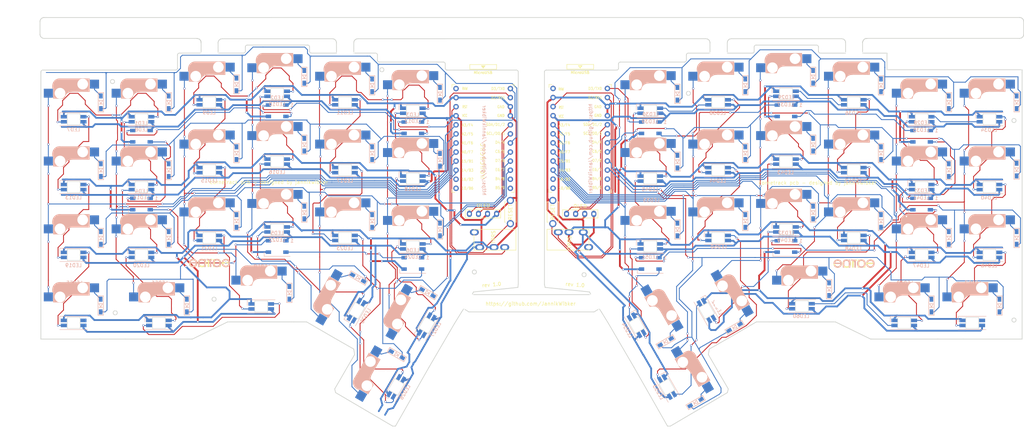
<source format=kicad_pcb>
(kicad_pcb (version 20171130) (host pcbnew "(5.1.6-0-10_14)")
  (title_block (title "Corne Cherry") (date 2020-07-24) (rev 3.0) (company foostan))
  (layers (0 F.Cu signal) (31 B.Cu signal) (34 B.Paste user) (35 F.Paste user) (36 B.SilkS user) (37 F.SilkS user) (38 B.Mask user) (39 F.Mask user) (44 Edge.Cuts user))
  (net 0 "")
  (net 1 row0)
  (net 2 "Net-(D1-Pad2)")
  (net 3 row1)
  (net 4 "Net-(D2-Pad2)")
  (net 5 row2)
  (net 6 "Net-(D3-Pad2)")
  (net 7 row3)
  (net 8 "Net-(D4-Pad2)")
  (net 9 "Net-(D5-Pad2)")
  (net 10 "Net-(D6-Pad2)")
  (net 11 "Net-(D7-Pad2)")
  (net 12 "Net-(D8-Pad2)")
  (net 13 "Net-(D9-Pad2)")
  (net 14 "Net-(D10-Pad2)")
  (net 15 "Net-(D11-Pad2)")
  (net 16 "Net-(D12-Pad2)")
  (net 17 "Net-(D13-Pad2)")
  (net 18 "Net-(D14-Pad2)")
  (net 19 "Net-(D15-Pad2)")
  (net 20 "Net-(D16-Pad2)")
  (net 21 "Net-(D17-Pad2)")
  (net 22 "Net-(D18-Pad2)")
  (net 23 "Net-(D19-Pad2)")
  (net 24 "Net-(D20-Pad2)")
  (net 25 "Net-(D21-Pad2)")
  (net 26 GND)
  (net 27 VCC)
  (net 28 col0)
  (net 29 col1)
  (net 30 col2)
  (net 31 col3)
  (net 32 col4)
  (net 33 col5)
  (net 34 LED)
  (net 35 data)
  (net 36 reset)
  (net 37 SCL)
  (net 38 SDA)
  (net 39 "Net-(U1-Pad14)")
  (net 40 "Net-(U1-Pad13)")
  (net 41 "Net-(U1-Pad12)")
  (net 42 "Net-(U1-Pad11)")
  (net 43 "Net-(U1-Pad24)")
  (net 44 "Net-(D22-Pad2)")
  (net 45 row0_r)
  (net 46 "Net-(D23-Pad2)")
  (net 47 "Net-(D24-Pad2)")
  (net 48 "Net-(D25-Pad2)")
  (net 49 "Net-(D26-Pad2)")
  (net 50 "Net-(D27-Pad2)")
  (net 51 row1_r)
  (net 52 "Net-(D28-Pad2)")
  (net 53 "Net-(D29-Pad2)")
  (net 54 "Net-(D30-Pad2)")
  (net 55 "Net-(D31-Pad2)")
  (net 56 "Net-(D32-Pad2)")
  (net 57 "Net-(D33-Pad2)")
  (net 58 row2_r)
  (net 59 "Net-(D34-Pad2)")
  (net 60 "Net-(D35-Pad2)")
  (net 61 "Net-(D36-Pad2)")
  (net 62 "Net-(D37-Pad2)")
  (net 63 "Net-(D38-Pad2)")
  (net 64 "Net-(D39-Pad2)")
  (net 65 "Net-(D40-Pad2)")
  (net 66 row3_r)
  (net 67 "Net-(D41-Pad2)")
  (net 68 "Net-(D42-Pad2)")
  (net 69 data_r)
  (net 70 SDA_r)
  (net 71 SCL_r)
  (net 72 LED_r)
  (net 73 reset_r)
  (net 74 col0_r)
  (net 75 col1_r)
  (net 76 col2_r)
  (net 77 col3_r)
  (net 78 col4_r)
  (net 79 col5_r)
  (net 80 VDD)
  (net 81 GNDA)
  (net 82 "Net-(LED1-Pad2)")
  (net 83 "Net-(LED1-Pad4)")
  (net 84 "Net-(LED2-Pad4)")
  (net 85 "Net-(LED10-Pad2)")
  (net 86 "Net-(LED11-Pad4)")
  (net 87 "Net-(LED13-Pad4)")
  (net 88 "Net-(LED14-Pad2)")
  (net 89 "Net-(LED15-Pad4)")
  (net 90 "Net-(LED10-Pad4)")
  (net 91 "Net-(LED11-Pad2)")
  (net 92 "Net-(LED12-Pad4)")
  (net 93 "Net-(LED13-Pad2)")
  (net 94 "Net-(LED14-Pad4)")
  (net 95 "Net-(LED16-Pad4)")
  (net 96 "Net-(LED17-Pad2)")
  (net 97 "Net-(LED18-Pad4)")
  (net 98 "Net-(LED22-Pad4)")
  (net 99 "Net-(LED24-Pad4)")
  (net 100 "Net-(LED25-Pad4)")
  (net 101 "Net-(LED27-Pad4)")
  (net 102 "Net-(LED28-Pad2)")
  (net 103 "Net-(LED29-Pad4)")
  (net 104 "Net-(LED32-Pad2)")
  (net 105 "Net-(LED34-Pad2)")
  (net 106 "Net-(LED35-Pad4)")
  (net 107 "Net-(LED37-Pad4)")
  (net 108 "Net-(LED38-Pad2)")
  (net 109 "Net-(LED39-Pad4)")
  (net 110 "Net-(LED4-Pad2)")
  (net 111 "Net-(LED5-Pad2)")
  (net 112 "Net-(LED7-Pad4)")
  (net 113 "Net-(LED15-Pad2)")
  (net 114 "Net-(LED20-Pad4)")
  (net 115 "Net-(LED23-Pad2)")
  (net 116 "Net-(LED28-Pad4)")
  (net 117 "Net-(LED31-Pad2)")
  (net 118 "Net-(LED33-Pad2)")
  (net 119 "Net-(LED40-Pad2)")
  (net 120 "Net-(LED41-Pad4)")
  (net 121 "Net-(LED42-Pad2)")
  (net 122 "Net-(LED43-Pad4)")
  (net 123 "Net-(LED44-Pad2)")
  (net 124 "Net-(LED45-Pad4)")
  (net 125 "Net-(LED47-Pad4)")
  (net 126 "Net-(LED49-Pad4)")
  (net 127 "Net-(LED50-Pad2)")
  (net 128 "Net-(LED51-Pad4)")
  (net 129 "Net-(LED52-Pad4)")
  (net 130 "Net-(LED34-Pad4)")
  (net 131 "Net-(LED36-Pad4)")
  (net 132 "Net-(LED36-Pad2)")
  (net 133 "Net-(LED38-Pad4)")
  (net 134 "Net-(U2-Pad11)")
  (net 135 "Net-(U2-Pad12)")
  (net 136 "Net-(U2-Pad13)")
  (net 137 "Net-(U2-Pad14)")
  (net 138 "Net-(U2-Pad24)")
  (net 139 "Net-(J1-PadA)")
  (net 140 "Net-(J3-PadA)")
  (net 141 "Net-(LED19-Pad2)")
  (net 142 "Net-(LED46-Pad2)")
  (net 143 "Net-(LED21-Pad2)")
  (net 144 "Net-(LED48-Pad2)")
  (net 145 "Net-(LED55-Pad2)")
  (net 146 "Net-(LED57-Pad2)")
  (net 147 "Net-(LED56-Pad4)")
  (net 148 "Net-(LED58-Pad4)")
  (net 149 "Net-(D43-Pad2)")
  (net 150 "Net-(D44-Pad2)")
  (net 151 "Net-(D45-Pad2)")
  (net 152 "Net-(D46-Pad2)")
  (net 153 "Net-(D47-Pad2)")
  (net 154 "Net-(D48-Pad2)")
  (module kbd:Breakaway_Tabs (layer F.Cu) (at 130.681375 91.712608 60)
    (fp_text reference REF**)
    (fp_text value Breakaway_Tabs)
    (pad "" np_thru_hole circle (at 0 0 60) (size 0.3 0.3) (drill 0.3) (layers *.Cu *.Mask))
    (pad "" np_thru_hole circle (at 0.59375 0 60) (size 0.3 0.3) (drill 0.3) (layers *.Cu *.Mask))
    (pad "" np_thru_hole circle (at 1.1875 0 60) (size 0.3 0.3) (drill 0.3) (layers *.Cu *.Mask))
    (pad "" np_thru_hole circle (at 1.78125 0 60) (size 0.3 0.3) (drill 0.3) (layers *.Cu *.Mask))
    (pad "" np_thru_hole circle (at 2.375 0 60) (size 0.3 0.3) (drill 0.3) (layers *.Cu *.Mask))
    (pad "" np_thru_hole circle (at -1.78125 0 60) (size 0.3 0.3) (drill 0.3) (layers *.Cu *.Mask))
    (pad "" np_thru_hole circle (at -0.59375 0 60) (size 0.3 0.3) (drill 0.3) (layers *.Cu *.Mask))
    (pad "" np_thru_hole circle (at -2.375 0 60) (size 0.3 0.3) (drill 0.3) (layers *.Cu *.Mask))
    (pad "" np_thru_hole circle (at -1.1875 0 60) (size 0.3 0.3) (drill 0.3) (layers *.Cu *.Mask))
  )
  (module kbd:Breakaway_Tabs (layer B.Cu) (at 165.990625 91.712608 120)
    (fp_text reference REF**)
    (fp_text value Breakaway_Tabs)
    (pad "" np_thru_hole circle (at -1.1875 0 120) (size 0.3 0.3) (drill 0.3) (layers *.Cu *.Mask))
    (pad "" np_thru_hole circle (at -2.375 0 120) (size 0.3 0.3) (drill 0.3) (layers *.Cu *.Mask))
    (pad "" np_thru_hole circle (at -0.59375 0 120) (size 0.3 0.3) (drill 0.3) (layers *.Cu *.Mask))
    (pad "" np_thru_hole circle (at -1.78125 0 120) (size 0.3 0.3) (drill 0.3) (layers *.Cu *.Mask))
    (pad "" np_thru_hole circle (at 2.375 0 120) (size 0.3 0.3) (drill 0.3) (layers *.Cu *.Mask))
    (pad "" np_thru_hole circle (at 1.78125 0 120) (size 0.3 0.3) (drill 0.3) (layers *.Cu *.Mask))
    (pad "" np_thru_hole circle (at 1.1875 0 120) (size 0.3 0.3) (drill 0.3) (layers *.Cu *.Mask))
    (pad "" np_thru_hole circle (at 0.59375 0 120) (size 0.3 0.3) (drill 0.3) (layers *.Cu *.Mask))
    (pad "" np_thru_hole circle (at 0 0 120) (size 0.3 0.3) (drill 0.3) (layers *.Cu *.Mask))
  )
  (module kbd:CherryMX_Hotswap (layer F.Cu) (at 43.9835 92.83)
    (fp_text reference SW44 hide)
    (fp_text value SW_PUSH hide)
    (pad 1 smd rect (at -7.085 -2.54 180) (size 2.55 2.5) (layers B.Cu B.Paste B.Mask) (net 29 col1))
    (pad "" np_thru_hole circle (at 0 0 90) (size 4.1 4.1) (drill 4.1) (layers *.Cu *.Mask))
    (pad "" np_thru_hole circle (at 5.08 0) (size 1.9 1.9) (drill 1.9) (layers *.Cu *.Mask))
    (pad "" np_thru_hole circle (at -5.08 0) (size 1.9 1.9) (drill 1.9) (layers *.Cu *.Mask))
    (pad 2 smd rect (at 5.842 -5.08 180) (size 2.55 2.5) (layers B.Cu B.Paste B.Mask) (net 150 "Net-(D44-Pad2)"))
    (pad "" np_thru_hole circle (at -3.81 -2.54) (size 3 3) (drill 3) (layers *.Cu *.Mask))
    (pad "" np_thru_hole circle (at 2.54 -5.08) (size 3 3) (drill 3) (layers *.Cu *.Mask))
  )
  (module kbd:CherryMX_Hotswap (layer F.Cu) (at 114.8825 95.854031 60)
    (fp_text reference SW21 hide)
    (fp_text value SW_PUSH hide)
    (pad 1 smd rect (at -7.085 -2.54 240) (size 2.55 2.5) (layers B.Cu B.Paste B.Mask) (net 33 col5))
    (pad "" np_thru_hole circle (at 0 0 150) (size 4.1 4.1) (drill 4.1) (layers *.Cu *.Mask))
    (pad "" np_thru_hole circle (at 5.08 0 60) (size 1.9 1.9) (drill 1.9) (layers *.Cu *.Mask))
    (pad "" np_thru_hole circle (at -5.08 0 60) (size 1.9 1.9) (drill 1.9) (layers *.Cu *.Mask))
    (pad 2 smd rect (at 5.842 -5.08 240) (size 2.55 2.5) (layers B.Cu B.Paste B.Mask) (net 25 "Net-(D21-Pad2)"))
    (pad "" np_thru_hole circle (at -3.81 -2.54 60) (size 3 3) (drill 3) (layers *.Cu *.Mask))
    (pad "" np_thru_hole circle (at 2.54 -5.08 60) (size 3 3) (drill 3) (layers *.Cu *.Mask))
  )
  (module kbd:CherryMX_Hotswap (layer F.Cu) (at 39.1075 54.78)
    (fp_text reference SW8 hide)
    (fp_text value SW_PUSH hide)
    (pad 1 smd rect (at -7.085 -2.54 180) (size 2.55 2.5) (layers B.Cu B.Paste B.Mask) (net 29 col1))
    (pad "" np_thru_hole circle (at 0 0 90) (size 4.1 4.1) (drill 4.1) (layers *.Cu *.Mask))
    (pad "" np_thru_hole circle (at 5.08 0) (size 1.9 1.9) (drill 1.9) (layers *.Cu *.Mask))
    (pad "" np_thru_hole circle (at -5.08 0) (size 1.9 1.9) (drill 1.9) (layers *.Cu *.Mask))
    (pad 2 smd rect (at 5.842 -5.08 180) (size 2.55 2.5) (layers B.Cu B.Paste B.Mask) (net 12 "Net-(D8-Pad2)"))
    (pad "" np_thru_hole circle (at -3.81 -2.54) (size 3 3) (drill 3) (layers *.Cu *.Mask))
    (pad "" np_thru_hole circle (at 2.54 -5.08) (size 3 3) (drill 3) (layers *.Cu *.Mask))
  )
  (module kbd:D3_SMD_v2 (layer B.Cu) (at 194.31 119.888 30)
    (fp_text reference D41 hide)
    (fp_text value D hide)
    (pad 1 smd rect (at -1.775 0 30) (size 1.4 1) (layers B.Cu B.Paste B.Mask) (net 66 row3_r))
    (pad 2 smd rect (at 1.775 0 30) (size 1.4 1) (layers B.Cu B.Paste B.Mask) (net 67 "Net-(D41-Pad2)"))
  )
  (module kbd:D3_SMD_v2 (layer B.Cu) (at 260.35 92.71 90)
    (fp_text reference D47 hide)
    (fp_text value D hide)
    (pad 2 smd rect (at 1.775 0 90) (size 1.4 1) (layers B.Cu B.Paste B.Mask) (net 153 "Net-(D47-Pad2)"))
    (pad 1 smd rect (at -1.775 0 90) (size 1.4 1) (layers B.Cu B.Paste B.Mask) (net 66 row3_r))
  )
  (module kbd:D3_SMD_v2 (layer B.Cu) (at 279.4 92.713 90)
    (fp_text reference D46 hide)
    (fp_text value D hide)
    (pad 1 smd rect (at -1.775 0 90) (size 1.4 1) (layers B.Cu B.Paste B.Mask) (net 66 row3_r))
    (pad 2 smd rect (at 1.775 0 90) (size 1.4 1) (layers B.Cu B.Paste B.Mask) (net 152 "Net-(D46-Pad2)"))
  )
  (module kbd:D3_SMD_v2 (layer B.Cu) (at 80.518 89.151 90)
    (fp_text reference D45 hide)
    (fp_text value D hide)
    (pad 2 smd rect (at 1.775 0 90) (size 1.4 1) (layers B.Cu B.Paste B.Mask) (net 151 "Net-(D45-Pad2)"))
    (pad 1 smd rect (at -1.775 0 90) (size 1.4 1) (layers B.Cu B.Paste B.Mask) (net 7 row3))
  )
  (module kbd:D3_SMD_v2 (layer B.Cu) (at 51.816 92.707 90)
    (fp_text reference D44 hide)
    (fp_text value D hide)
    (pad 2 smd rect (at 1.775 0 90) (size 1.4 1) (layers B.Cu B.Paste B.Mask) (net 150 "Net-(D44-Pad2)"))
    (pad 1 smd rect (at -1.775 0 90) (size 1.4 1) (layers B.Cu B.Paste B.Mask) (net 7 row3))
  )
  (module kbd:D3_SMD_v2 (layer B.Cu) (at 27.686 92.707 90)
    (fp_text reference D43 hide)
    (fp_text value D hide)
    (pad 2 smd rect (at 1.775 0 90) (size 1.4 1) (layers B.Cu B.Paste B.Mask) (net 149 "Net-(D43-Pad2)"))
    (pad 1 smd rect (at -1.775 0 90) (size 1.4 1) (layers B.Cu B.Paste B.Mask) (net 7 row3))
  )
  (module kbd:CherryMX_Hotswap (layer F.Cu) (at 181.90432 95.854031 300)
    (fp_text reference SW42 hide)
    (fp_text value SW_PUSH hide)
    (pad 1 smd rect (at -7.085 -2.54 120) (size 2.55 2.5) (layers B.Cu B.Paste B.Mask) (net 79 col5_r))
    (pad "" np_thru_hole circle (at 0 0 30) (size 4.1 4.1) (drill 4.1) (layers *.Cu *.Mask))
    (pad "" np_thru_hole circle (at 5.08 0 300) (size 1.9 1.9) (drill 1.9) (layers *.Cu *.Mask))
    (pad "" np_thru_hole circle (at -5.08 0 300) (size 1.9 1.9) (drill 1.9) (layers *.Cu *.Mask))
    (pad 2 smd rect (at 5.842 -5.08 120) (size 2.55 2.5) (layers B.Cu B.Paste B.Mask) (net 68 "Net-(D42-Pad2)"))
    (pad "" np_thru_hole circle (at -3.81 -2.54 300) (size 3 3) (drill 3) (layers *.Cu *.Mask))
    (pad "" np_thru_hole circle (at 2.54 -5.08 300) (size 3 3) (drill 3) (layers *.Cu *.Mask))
  )
  (module kbd:CherryMX_Hotswap (layer F.Cu) (at 224.0845 88.142)
    (fp_text reference SW48 hide)
    (fp_text value SW_PUSH hide)
    (pad 1 smd rect (at -7.085 -2.54 180) (size 2.55 2.5) (layers B.Cu B.Paste B.Mask) (net 76 col2_r))
    (pad "" np_thru_hole circle (at 0 0 90) (size 4.1 4.1) (drill 4.1) (layers *.Cu *.Mask))
    (pad "" np_thru_hole circle (at 5.08 0) (size 1.9 1.9) (drill 1.9) (layers *.Cu *.Mask))
    (pad "" np_thru_hole circle (at -5.08 0) (size 1.9 1.9) (drill 1.9) (layers *.Cu *.Mask))
    (pad 2 smd rect (at 5.842 -5.08 180) (size 2.55 2.5) (layers B.Cu B.Paste B.Mask) (net 154 "Net-(D48-Pad2)"))
    (pad "" np_thru_hole circle (at -3.81 -2.54) (size 3 3) (drill 3) (layers *.Cu *.Mask))
    (pad "" np_thru_hole circle (at 2.54 -5.08) (size 3 3) (drill 3) (layers *.Cu *.Mask))
  )
  (module kbd:CherryMX_Hotswap (layer F.Cu) (at 200.6145 69.025)
    (fp_text reference SW38 hide)
    (fp_text value SW_PUSH hide)
    (pad 1 smd rect (at -7.085 -2.54 180) (size 2.55 2.5) (layers B.Cu B.Paste B.Mask) (net 78 col4_r))
    (pad "" np_thru_hole circle (at 0 0 90) (size 4.1 4.1) (drill 4.1) (layers *.Cu *.Mask))
    (pad "" np_thru_hole circle (at 5.08 0) (size 1.9 1.9) (drill 1.9) (layers *.Cu *.Mask))
    (pad "" np_thru_hole circle (at -5.08 0) (size 1.9 1.9) (drill 1.9) (layers *.Cu *.Mask))
    (pad 2 smd rect (at 5.842 -5.08 180) (size 2.55 2.5) (layers B.Cu B.Paste B.Mask) (net 63 "Net-(D38-Pad2)"))
    (pad "" np_thru_hole circle (at -3.81 -2.54) (size 3 3) (drill 3) (layers *.Cu *.Mask))
    (pad "" np_thru_hole circle (at 2.54 -5.08) (size 3 3) (drill 3) (layers *.Cu *.Mask))
  )
  (module kbd:CherryMX_Hotswap (layer F.Cu) (at 276.6145 73.775)
    (fp_text reference SW34 hide)
    (fp_text value SW_PUSH hide)
    (pad 1 smd rect (at -7.085 -2.54 180) (size 2.55 2.5) (layers B.Cu B.Paste B.Mask) (net 74 col0_r))
    (pad "" np_thru_hole circle (at 0 0 90) (size 4.1 4.1) (drill 4.1) (layers *.Cu *.Mask))
    (pad "" np_thru_hole circle (at 5.08 0) (size 1.9 1.9) (drill 1.9) (layers *.Cu *.Mask))
    (pad "" np_thru_hole circle (at -5.08 0) (size 1.9 1.9) (drill 1.9) (layers *.Cu *.Mask))
    (pad 2 smd rect (at 5.842 -5.08 180) (size 2.55 2.5) (layers B.Cu B.Paste B.Mask) (net 59 "Net-(D34-Pad2)"))
    (pad "" np_thru_hole circle (at -3.81 -2.54) (size 3 3) (drill 3) (layers *.Cu *.Mask))
    (pad "" np_thru_hole circle (at 2.54 -5.08) (size 3 3) (drill 3) (layers *.Cu *.Mask))
  )
  (module kbd:CherryMX_Hotswap (layer F.Cu) (at 200.6145 50.025)
    (fp_text reference SW32 hide)
    (fp_text value SW_PUSH hide)
    (pad 1 smd rect (at -7.085 -2.54 180) (size 2.55 2.5) (layers B.Cu B.Paste B.Mask) (net 78 col4_r))
    (pad "" np_thru_hole circle (at 0 0 90) (size 4.1 4.1) (drill 4.1) (layers *.Cu *.Mask))
    (pad "" np_thru_hole circle (at 5.08 0) (size 1.9 1.9) (drill 1.9) (layers *.Cu *.Mask))
    (pad "" np_thru_hole circle (at -5.08 0) (size 1.9 1.9) (drill 1.9) (layers *.Cu *.Mask))
    (pad 2 smd rect (at 5.842 -5.08 180) (size 2.55 2.5) (layers B.Cu B.Paste B.Mask) (net 56 "Net-(D32-Pad2)"))
    (pad "" np_thru_hole circle (at -3.81 -2.54) (size 3 3) (drill 3) (layers *.Cu *.Mask))
    (pad "" np_thru_hole circle (at 2.54 -5.08) (size 3 3) (drill 3) (layers *.Cu *.Mask))
  )
  (module kbd:CherryMX_Hotswap (layer F.Cu) (at 219.6145 47.65)
    (fp_text reference SW31 hide)
    (fp_text value SW_PUSH hide)
    (pad 1 smd rect (at -7.085 -2.54 180) (size 2.55 2.5) (layers B.Cu B.Paste B.Mask) (net 77 col3_r))
    (pad "" np_thru_hole circle (at 0 0 90) (size 4.1 4.1) (drill 4.1) (layers *.Cu *.Mask))
    (pad "" np_thru_hole circle (at 5.08 0) (size 1.9 1.9) (drill 1.9) (layers *.Cu *.Mask))
    (pad "" np_thru_hole circle (at -5.08 0) (size 1.9 1.9) (drill 1.9) (layers *.Cu *.Mask))
    (pad 2 smd rect (at 5.842 -5.08 180) (size 2.55 2.5) (layers B.Cu B.Paste B.Mask) (net 55 "Net-(D31-Pad2)"))
    (pad "" np_thru_hole circle (at -3.81 -2.54) (size 3 3) (drill 3) (layers *.Cu *.Mask))
    (pad "" np_thru_hole circle (at 2.54 -5.08) (size 3 3) (drill 3) (layers *.Cu *.Mask))
  )
  (module kbd:CherryMX_Hotswap (layer F.Cu) (at 238.6145 50.025)
    (fp_text reference SW30 hide)
    (fp_text value SW_PUSH hide)
    (pad 1 smd rect (at -7.085 -2.54 180) (size 2.55 2.5) (layers B.Cu B.Paste B.Mask) (net 76 col2_r))
    (pad "" np_thru_hole circle (at 0 0 90) (size 4.1 4.1) (drill 4.1) (layers *.Cu *.Mask))
    (pad "" np_thru_hole circle (at 5.08 0) (size 1.9 1.9) (drill 1.9) (layers *.Cu *.Mask))
    (pad "" np_thru_hole circle (at -5.08 0) (size 1.9 1.9) (drill 1.9) (layers *.Cu *.Mask))
    (pad 2 smd rect (at 5.842 -5.08 180) (size 2.55 2.5) (layers B.Cu B.Paste B.Mask) (net 54 "Net-(D30-Pad2)"))
    (pad "" np_thru_hole circle (at -3.81 -2.54) (size 3 3) (drill 3) (layers *.Cu *.Mask))
    (pad "" np_thru_hole circle (at 2.54 -5.08) (size 3 3) (drill 3) (layers *.Cu *.Mask))
  )
  (module kbd:CherryMX_Hotswap (layer F.Cu) (at 257.6145 54.775)
    (fp_text reference SW29 hide)
    (fp_text value SW_PUSH hide)
    (pad 1 smd rect (at -7.085 -2.54 180) (size 2.55 2.5) (layers B.Cu B.Paste B.Mask) (net 75 col1_r))
    (pad "" np_thru_hole circle (at 0 0 90) (size 4.1 4.1) (drill 4.1) (layers *.Cu *.Mask))
    (pad "" np_thru_hole circle (at 5.08 0) (size 1.9 1.9) (drill 1.9) (layers *.Cu *.Mask))
    (pad "" np_thru_hole circle (at -5.08 0) (size 1.9 1.9) (drill 1.9) (layers *.Cu *.Mask))
    (pad 2 smd rect (at 5.842 -5.08 180) (size 2.55 2.5) (layers B.Cu B.Paste B.Mask) (net 53 "Net-(D29-Pad2)"))
    (pad "" np_thru_hole circle (at -3.81 -2.54) (size 3 3) (drill 3) (layers *.Cu *.Mask))
    (pad "" np_thru_hole circle (at 2.54 -5.08) (size 3 3) (drill 3) (layers *.Cu *.Mask))
  )
  (module kbd:CherryMX_Hotswap (layer F.Cu) (at 276.6145 54.775)
    (fp_text reference SW28 hide)
    (fp_text value SW_PUSH hide)
    (pad 1 smd rect (at -7.085 -2.54 180) (size 2.55 2.5) (layers B.Cu B.Paste B.Mask) (net 74 col0_r))
    (pad "" np_thru_hole circle (at 0 0 90) (size 4.1 4.1) (drill 4.1) (layers *.Cu *.Mask))
    (pad "" np_thru_hole circle (at 5.08 0) (size 1.9 1.9) (drill 1.9) (layers *.Cu *.Mask))
    (pad "" np_thru_hole circle (at -5.08 0) (size 1.9 1.9) (drill 1.9) (layers *.Cu *.Mask))
    (pad 2 smd rect (at 5.842 -5.08 180) (size 2.55 2.5) (layers B.Cu B.Paste B.Mask) (net 52 "Net-(D28-Pad2)"))
    (pad "" np_thru_hole circle (at -3.81 -2.54) (size 3 3) (drill 3) (layers *.Cu *.Mask))
    (pad "" np_thru_hole circle (at 2.54 -5.08) (size 3 3) (drill 3) (layers *.Cu *.Mask))
  )
  (module kbd:CherryMX_Hotswap (layer F.Cu) (at 181.6075 33.405)
    (fp_text reference SW27 hide)
    (fp_text value SW_PUSH hide)
    (pad 1 smd rect (at -7.085 -2.54 180) (size 2.55 2.5) (layers B.Cu B.Paste B.Mask) (net 79 col5_r))
    (pad "" np_thru_hole circle (at 0 0 90) (size 4.1 4.1) (drill 4.1) (layers *.Cu *.Mask))
    (pad "" np_thru_hole circle (at 5.08 0) (size 1.9 1.9) (drill 1.9) (layers *.Cu *.Mask))
    (pad "" np_thru_hole circle (at -5.08 0) (size 1.9 1.9) (drill 1.9) (layers *.Cu *.Mask))
    (pad 2 smd rect (at 5.842 -5.08 180) (size 2.55 2.5) (layers B.Cu B.Paste B.Mask) (net 50 "Net-(D27-Pad2)"))
    (pad "" np_thru_hole circle (at -3.81 -2.54) (size 3 3) (drill 3) (layers *.Cu *.Mask))
    (pad "" np_thru_hole circle (at 2.54 -5.08) (size 3 3) (drill 3) (layers *.Cu *.Mask))
  )
  (module kbd:CherryMX_Hotswap (layer F.Cu) (at 200.6145 31.025)
    (fp_text reference SW26 hide)
    (fp_text value SW_PUSH hide)
    (pad 1 smd rect (at -7.085 -2.54 180) (size 2.55 2.5) (layers B.Cu B.Paste B.Mask) (net 78 col4_r))
    (pad "" np_thru_hole circle (at 0 0 90) (size 4.1 4.1) (drill 4.1) (layers *.Cu *.Mask))
    (pad "" np_thru_hole circle (at 5.08 0) (size 1.9 1.9) (drill 1.9) (layers *.Cu *.Mask))
    (pad "" np_thru_hole circle (at -5.08 0) (size 1.9 1.9) (drill 1.9) (layers *.Cu *.Mask))
    (pad 2 smd rect (at 5.842 -5.08 180) (size 2.55 2.5) (layers B.Cu B.Paste B.Mask) (net 49 "Net-(D26-Pad2)"))
    (pad "" np_thru_hole circle (at -3.81 -2.54) (size 3 3) (drill 3) (layers *.Cu *.Mask))
    (pad "" np_thru_hole circle (at 2.54 -5.08) (size 3 3) (drill 3) (layers *.Cu *.Mask))
  )
  (module kbd:CherryMX_Hotswap (layer F.Cu) (at 219.6145 28.65)
    (fp_text reference SW25 hide)
    (fp_text value SW_PUSH hide)
    (pad 1 smd rect (at -7.085 -2.54 180) (size 2.55 2.5) (layers B.Cu B.Paste B.Mask) (net 77 col3_r))
    (pad "" np_thru_hole circle (at 0 0 90) (size 4.1 4.1) (drill 4.1) (layers *.Cu *.Mask))
    (pad "" np_thru_hole circle (at 5.08 0) (size 1.9 1.9) (drill 1.9) (layers *.Cu *.Mask))
    (pad "" np_thru_hole circle (at -5.08 0) (size 1.9 1.9) (drill 1.9) (layers *.Cu *.Mask))
    (pad 2 smd rect (at 5.842 -5.08 180) (size 2.55 2.5) (layers B.Cu B.Paste B.Mask) (net 48 "Net-(D25-Pad2)"))
    (pad "" np_thru_hole circle (at -3.81 -2.54) (size 3 3) (drill 3) (layers *.Cu *.Mask))
    (pad "" np_thru_hole circle (at 2.54 -5.08) (size 3 3) (drill 3) (layers *.Cu *.Mask))
  )
  (module kbd:CherryMX_Hotswap (layer F.Cu) (at 238.6145 31.025)
    (fp_text reference SW24 hide)
    (fp_text value SW_PUSH hide)
    (pad 1 smd rect (at -7.085 -2.54 180) (size 2.55 2.5) (layers B.Cu B.Paste B.Mask) (net 76 col2_r))
    (pad "" np_thru_hole circle (at 0 0 90) (size 4.1 4.1) (drill 4.1) (layers *.Cu *.Mask))
    (pad "" np_thru_hole circle (at 5.08 0) (size 1.9 1.9) (drill 1.9) (layers *.Cu *.Mask))
    (pad "" np_thru_hole circle (at -5.08 0) (size 1.9 1.9) (drill 1.9) (layers *.Cu *.Mask))
    (pad 2 smd rect (at 5.842 -5.08 180) (size 2.55 2.5) (layers B.Cu B.Paste B.Mask) (net 47 "Net-(D24-Pad2)"))
    (pad "" np_thru_hole circle (at -3.81 -2.54) (size 3 3) (drill 3) (layers *.Cu *.Mask))
    (pad "" np_thru_hole circle (at 2.54 -5.08) (size 3 3) (drill 3) (layers *.Cu *.Mask))
  )
  (module kbd:CherryMX_Hotswap (layer F.Cu) (at 257.6145 35.775)
    (fp_text reference SW23 hide)
    (fp_text value SW_PUSH hide)
    (pad 1 smd rect (at -7.085 -2.54 180) (size 2.55 2.5) (layers B.Cu B.Paste B.Mask) (net 75 col1_r))
    (pad "" np_thru_hole circle (at 0 0 90) (size 4.1 4.1) (drill 4.1) (layers *.Cu *.Mask))
    (pad "" np_thru_hole circle (at 5.08 0) (size 1.9 1.9) (drill 1.9) (layers *.Cu *.Mask))
    (pad "" np_thru_hole circle (at -5.08 0) (size 1.9 1.9) (drill 1.9) (layers *.Cu *.Mask))
    (pad 2 smd rect (at 5.842 -5.08 180) (size 2.55 2.5) (layers B.Cu B.Paste B.Mask) (net 46 "Net-(D23-Pad2)"))
    (pad "" np_thru_hole circle (at -3.81 -2.54) (size 3 3) (drill 3) (layers *.Cu *.Mask))
    (pad "" np_thru_hole circle (at 2.54 -5.08) (size 3 3) (drill 3) (layers *.Cu *.Mask))
  )
  (module kbd:CherryMX_Hotswap (layer F.Cu) (at 276.6145 35.775)
    (fp_text reference SW22 hide)
    (fp_text value SW_PUSH hide)
    (pad 1 smd rect (at -7.085 -2.54 180) (size 2.55 2.5) (layers B.Cu B.Paste B.Mask) (net 74 col0_r))
    (pad "" np_thru_hole circle (at 0 0 90) (size 4.1 4.1) (drill 4.1) (layers *.Cu *.Mask))
    (pad "" np_thru_hole circle (at 5.08 0) (size 1.9 1.9) (drill 1.9) (layers *.Cu *.Mask))
    (pad "" np_thru_hole circle (at -5.08 0) (size 1.9 1.9) (drill 1.9) (layers *.Cu *.Mask))
    (pad 2 smd rect (at 5.842 -5.08 180) (size 2.55 2.5) (layers B.Cu B.Paste B.Mask) (net 44 "Net-(D22-Pad2)"))
    (pad "" np_thru_hole circle (at -3.81 -2.54) (size 3 3) (drill 3) (layers *.Cu *.Mask))
    (pad "" np_thru_hole circle (at 2.54 -5.08) (size 3 3) (drill 3) (layers *.Cu *.Mask))
  )
  (module kbd:CherryMX_Hotswap (layer F.Cu) (at 106.3485 113.132317 60)
    (fp_text reference SW20 hide)
    (fp_text value SW_PUSH hide)
    (pad 1 smd rect (at -7.085 -2.54 240) (size 2.55 2.5) (layers B.Cu B.Paste B.Mask) (net 32 col4))
    (pad "" np_thru_hole circle (at 0 0 150) (size 4.1 4.1) (drill 4.1) (layers *.Cu *.Mask))
    (pad "" np_thru_hole circle (at 5.08 0 60) (size 1.9 1.9) (drill 1.9) (layers *.Cu *.Mask))
    (pad "" np_thru_hole circle (at -5.08 0 60) (size 1.9 1.9) (drill 1.9) (layers *.Cu *.Mask))
    (pad 2 smd rect (at 5.842 -5.08 240) (size 2.55 2.5) (layers B.Cu B.Paste B.Mask) (net 24 "Net-(D20-Pad2)"))
    (pad "" np_thru_hole circle (at -3.81 -2.54 60) (size 3 3) (drill 3) (layers *.Cu *.Mask))
    (pad "" np_thru_hole circle (at 2.54 -5.08 60) (size 3 3) (drill 3) (layers *.Cu *.Mask))
  )
  (module kbd:CherryMX_Hotswap (layer F.Cu) (at 95.2435 91.745624 60)
    (fp_text reference SW19 hide)
    (fp_text value SW_PUSH hide)
    (pad 1 smd rect (at -7.085 -2.54 240) (size 2.55 2.5) (layers B.Cu B.Paste B.Mask) (net 31 col3))
    (pad "" np_thru_hole circle (at 0 0 150) (size 4.1 4.1) (drill 4.1) (layers *.Cu *.Mask))
    (pad "" np_thru_hole circle (at 5.08 0 60) (size 1.9 1.9) (drill 1.9) (layers *.Cu *.Mask))
    (pad "" np_thru_hole circle (at -5.08 0 60) (size 1.9 1.9) (drill 1.9) (layers *.Cu *.Mask))
    (pad 2 smd rect (at 5.842 -5.08 240) (size 2.55 2.5) (layers B.Cu B.Paste B.Mask) (net 23 "Net-(D19-Pad2)"))
    (pad "" np_thru_hole circle (at -3.81 -2.54 60) (size 3 3) (drill 3) (layers *.Cu *.Mask))
    (pad "" np_thru_hole circle (at 2.54 -5.08 60) (size 3 3) (drill 3) (layers *.Cu *.Mask))
  )
  (module kbd:CherryMX_Hotswap (layer F.Cu) (at 115.1075 71.405)
    (fp_text reference SW18 hide)
    (fp_text value SW_PUSH hide)
    (pad 1 smd rect (at -7.085 -2.54 180) (size 2.55 2.5) (layers B.Cu B.Paste B.Mask) (net 33 col5))
    (pad "" np_thru_hole circle (at 0 0 90) (size 4.1 4.1) (drill 4.1) (layers *.Cu *.Mask))
    (pad "" np_thru_hole circle (at 5.08 0) (size 1.9 1.9) (drill 1.9) (layers *.Cu *.Mask))
    (pad "" np_thru_hole circle (at -5.08 0) (size 1.9 1.9) (drill 1.9) (layers *.Cu *.Mask))
    (pad 2 smd rect (at 5.842 -5.08 180) (size 2.55 2.5) (layers B.Cu B.Paste B.Mask) (net 22 "Net-(D18-Pad2)"))
    (pad "" np_thru_hole circle (at -3.81 -2.54) (size 3 3) (drill 3) (layers *.Cu *.Mask))
    (pad "" np_thru_hole circle (at 2.54 -5.08) (size 3 3) (drill 3) (layers *.Cu *.Mask))
  )
  (module kbd:CherryMX_Hotswap (layer F.Cu) (at 96.1075 69.03)
    (fp_text reference SW17 hide)
    (fp_text value SW_PUSH hide)
    (pad 1 smd rect (at -7.085 -2.54 180) (size 2.55 2.5) (layers B.Cu B.Paste B.Mask) (net 32 col4))
    (pad "" np_thru_hole circle (at 0 0 90) (size 4.1 4.1) (drill 4.1) (layers *.Cu *.Mask))
    (pad "" np_thru_hole circle (at 5.08 0) (size 1.9 1.9) (drill 1.9) (layers *.Cu *.Mask))
    (pad "" np_thru_hole circle (at -5.08 0) (size 1.9 1.9) (drill 1.9) (layers *.Cu *.Mask))
    (pad 2 smd rect (at 5.842 -5.08 180) (size 2.55 2.5) (layers B.Cu B.Paste B.Mask) (net 21 "Net-(D17-Pad2)"))
    (pad "" np_thru_hole circle (at -3.81 -2.54) (size 3 3) (drill 3) (layers *.Cu *.Mask))
    (pad "" np_thru_hole circle (at 2.54 -5.08) (size 3 3) (drill 3) (layers *.Cu *.Mask))
  )
  (module kbd:CherryMX_Hotswap (layer F.Cu) (at 77.1075 66.655)
    (fp_text reference SW16 hide)
    (fp_text value SW_PUSH hide)
    (pad 1 smd rect (at -7.085 -2.54 180) (size 2.55 2.5) (layers B.Cu B.Paste B.Mask) (net 31 col3))
    (pad "" np_thru_hole circle (at 0 0 90) (size 4.1 4.1) (drill 4.1) (layers *.Cu *.Mask))
    (pad "" np_thru_hole circle (at 5.08 0) (size 1.9 1.9) (drill 1.9) (layers *.Cu *.Mask))
    (pad "" np_thru_hole circle (at -5.08 0) (size 1.9 1.9) (drill 1.9) (layers *.Cu *.Mask))
    (pad 2 smd rect (at 5.842 -5.08 180) (size 2.55 2.5) (layers B.Cu B.Paste B.Mask) (net 20 "Net-(D16-Pad2)"))
    (pad "" np_thru_hole circle (at -3.81 -2.54) (size 3 3) (drill 3) (layers *.Cu *.Mask))
    (pad "" np_thru_hole circle (at 2.54 -5.08) (size 3 3) (drill 3) (layers *.Cu *.Mask))
  )
  (module kbd:CherryMX_Hotswap (layer F.Cu) (at 115.1075 52.405)
    (fp_text reference SW12 hide)
    (fp_text value SW_PUSH hide)
    (pad 1 smd rect (at -7.085 -2.54 180) (size 2.55 2.5) (layers B.Cu B.Paste B.Mask) (net 33 col5))
    (pad "" np_thru_hole circle (at 0 0 90) (size 4.1 4.1) (drill 4.1) (layers *.Cu *.Mask))
    (pad "" np_thru_hole circle (at 5.08 0) (size 1.9 1.9) (drill 1.9) (layers *.Cu *.Mask))
    (pad "" np_thru_hole circle (at -5.08 0) (size 1.9 1.9) (drill 1.9) (layers *.Cu *.Mask))
    (pad 2 smd rect (at 5.842 -5.08 180) (size 2.55 2.5) (layers B.Cu B.Paste B.Mask) (net 16 "Net-(D12-Pad2)"))
    (pad "" np_thru_hole circle (at -3.81 -2.54) (size 3 3) (drill 3) (layers *.Cu *.Mask))
    (pad "" np_thru_hole circle (at 2.54 -5.08) (size 3 3) (drill 3) (layers *.Cu *.Mask))
  )
  (module kbd:CherryMX_Hotswap (layer F.Cu) (at 96.1075 50.03)
    (fp_text reference SW11 hide)
    (fp_text value SW_PUSH hide)
    (pad 1 smd rect (at -7.085 -2.54 180) (size 2.55 2.5) (layers B.Cu B.Paste B.Mask) (net 32 col4))
    (pad "" np_thru_hole circle (at 0 0 90) (size 4.1 4.1) (drill 4.1) (layers *.Cu *.Mask))
    (pad "" np_thru_hole circle (at 5.08 0) (size 1.9 1.9) (drill 1.9) (layers *.Cu *.Mask))
    (pad "" np_thru_hole circle (at -5.08 0) (size 1.9 1.9) (drill 1.9) (layers *.Cu *.Mask))
    (pad 2 smd rect (at 5.842 -5.08 180) (size 2.55 2.5) (layers B.Cu B.Paste B.Mask) (net 15 "Net-(D11-Pad2)"))
    (pad "" np_thru_hole circle (at -3.81 -2.54) (size 3 3) (drill 3) (layers *.Cu *.Mask))
    (pad "" np_thru_hole circle (at 2.54 -5.08) (size 3 3) (drill 3) (layers *.Cu *.Mask))
  )
  (module kbd:CherryMX_Hotswap (layer F.Cu) (at 77.1075 47.655)
    (fp_text reference SW10 hide)
    (fp_text value SW_PUSH hide)
    (pad 1 smd rect (at -7.085 -2.54 180) (size 2.55 2.5) (layers B.Cu B.Paste B.Mask) (net 31 col3))
    (pad "" np_thru_hole circle (at 0 0 90) (size 4.1 4.1) (drill 4.1) (layers *.Cu *.Mask))
    (pad "" np_thru_hole circle (at 5.08 0) (size 1.9 1.9) (drill 1.9) (layers *.Cu *.Mask))
    (pad "" np_thru_hole circle (at -5.08 0) (size 1.9 1.9) (drill 1.9) (layers *.Cu *.Mask))
    (pad 2 smd rect (at 5.842 -5.08 180) (size 2.55 2.5) (layers B.Cu B.Paste B.Mask) (net 14 "Net-(D10-Pad2)"))
    (pad "" np_thru_hole circle (at -3.81 -2.54) (size 3 3) (drill 3) (layers *.Cu *.Mask))
    (pad "" np_thru_hole circle (at 2.54 -5.08) (size 3 3) (drill 3) (layers *.Cu *.Mask))
  )
  (module kbd:CherryMX_Hotswap (layer F.Cu) (at 58.1075 50.03)
    (fp_text reference SW9 hide)
    (fp_text value SW_PUSH hide)
    (pad 1 smd rect (at -7.085 -2.54 180) (size 2.55 2.5) (layers B.Cu B.Paste B.Mask) (net 30 col2))
    (pad "" np_thru_hole circle (at 0 0 90) (size 4.1 4.1) (drill 4.1) (layers *.Cu *.Mask))
    (pad "" np_thru_hole circle (at 5.08 0) (size 1.9 1.9) (drill 1.9) (layers *.Cu *.Mask))
    (pad "" np_thru_hole circle (at -5.08 0) (size 1.9 1.9) (drill 1.9) (layers *.Cu *.Mask))
    (pad 2 smd rect (at 5.842 -5.08 180) (size 2.55 2.5) (layers B.Cu B.Paste B.Mask) (net 13 "Net-(D9-Pad2)"))
    (pad "" np_thru_hole circle (at -3.81 -2.54) (size 3 3) (drill 3) (layers *.Cu *.Mask))
    (pad "" np_thru_hole circle (at 2.54 -5.08) (size 3 3) (drill 3) (layers *.Cu *.Mask))
  )
  (module kbd:CherryMX_Hotswap (layer F.Cu) (at 96.1075 31.03)
    (fp_text reference SW5 hide)
    (fp_text value SW_PUSH hide)
    (pad 1 smd rect (at -7.085 -2.54 180) (size 2.55 2.5) (layers B.Cu B.Paste B.Mask) (net 32 col4))
    (pad "" np_thru_hole circle (at 0 0 90) (size 4.1 4.1) (drill 4.1) (layers *.Cu *.Mask))
    (pad "" np_thru_hole circle (at 5.08 0) (size 1.9 1.9) (drill 1.9) (layers *.Cu *.Mask))
    (pad "" np_thru_hole circle (at -5.08 0) (size 1.9 1.9) (drill 1.9) (layers *.Cu *.Mask))
    (pad 2 smd rect (at 5.842 -5.08 180) (size 2.55 2.5) (layers B.Cu B.Paste B.Mask) (net 9 "Net-(D5-Pad2)"))
    (pad "" np_thru_hole circle (at -3.81 -2.54) (size 3 3) (drill 3) (layers *.Cu *.Mask))
    (pad "" np_thru_hole circle (at 2.54 -5.08) (size 3 3) (drill 3) (layers *.Cu *.Mask))
  )
  (module kbd:CherryMX_Hotswap (layer F.Cu) (at 77.1075 28.655)
    (fp_text reference SW4 hide)
    (fp_text value SW_PUSH hide)
    (pad 1 smd rect (at -7.085 -2.54 180) (size 2.55 2.5) (layers B.Cu B.Paste B.Mask) (net 31 col3))
    (pad "" np_thru_hole circle (at 0 0 90) (size 4.1 4.1) (drill 4.1) (layers *.Cu *.Mask))
    (pad "" np_thru_hole circle (at 5.08 0) (size 1.9 1.9) (drill 1.9) (layers *.Cu *.Mask))
    (pad "" np_thru_hole circle (at -5.08 0) (size 1.9 1.9) (drill 1.9) (layers *.Cu *.Mask))
    (pad 2 smd rect (at 5.842 -5.08 180) (size 2.55 2.5) (layers B.Cu B.Paste B.Mask) (net 8 "Net-(D4-Pad2)"))
    (pad "" np_thru_hole circle (at -3.81 -2.54) (size 3 3) (drill 3) (layers *.Cu *.Mask))
    (pad "" np_thru_hole circle (at 2.54 -5.08) (size 3 3) (drill 3) (layers *.Cu *.Mask))
  )
  (module kbd:CherryMX_Hotswap (layer F.Cu) (at 58.1075 31.03)
    (fp_text reference SW3 hide)
    (fp_text value SW_PUSH hide)
    (pad 1 smd rect (at -7.085 -2.54 180) (size 2.55 2.5) (layers B.Cu B.Paste B.Mask) (net 30 col2))
    (pad "" np_thru_hole circle (at 0 0 90) (size 4.1 4.1) (drill 4.1) (layers *.Cu *.Mask))
    (pad "" np_thru_hole circle (at 5.08 0) (size 1.9 1.9) (drill 1.9) (layers *.Cu *.Mask))
    (pad "" np_thru_hole circle (at -5.08 0) (size 1.9 1.9) (drill 1.9) (layers *.Cu *.Mask))
    (pad 2 smd rect (at 5.842 -5.08 180) (size 2.55 2.5) (layers B.Cu B.Paste B.Mask) (net 6 "Net-(D3-Pad2)"))
    (pad "" np_thru_hole circle (at -3.81 -2.54) (size 3 3) (drill 3) (layers *.Cu *.Mask))
    (pad "" np_thru_hole circle (at 2.54 -5.08) (size 3 3) (drill 3) (layers *.Cu *.Mask))
  )
  (module kbd:CherryMX_Hotswap (layer F.Cu) (at 39.1075 35.78)
    (fp_text reference SW2 hide)
    (fp_text value SW_PUSH hide)
    (pad 1 smd rect (at -7.085 -2.54 180) (size 2.55 2.5) (layers B.Cu B.Paste B.Mask) (net 29 col1))
    (pad "" np_thru_hole circle (at 0 0 90) (size 4.1 4.1) (drill 4.1) (layers *.Cu *.Mask))
    (pad "" np_thru_hole circle (at 5.08 0) (size 1.9 1.9) (drill 1.9) (layers *.Cu *.Mask))
    (pad "" np_thru_hole circle (at -5.08 0) (size 1.9 1.9) (drill 1.9) (layers *.Cu *.Mask))
    (pad 2 smd rect (at 5.842 -5.08 180) (size 2.55 2.5) (layers B.Cu B.Paste B.Mask) (net 4 "Net-(D2-Pad2)"))
    (pad "" np_thru_hole circle (at -3.81 -2.54) (size 3 3) (drill 3) (layers *.Cu *.Mask))
    (pad "" np_thru_hole circle (at 2.54 -5.08) (size 3 3) (drill 3) (layers *.Cu *.Mask))
  )
  (module kbd:CherryMX_Hotswap (layer F.Cu) (at 20.1075 35.78)
    (fp_text reference SW1 hide)
    (fp_text value SW_PUSH hide)
    (pad 1 smd rect (at -7.085 -2.54 180) (size 2.55 2.5) (layers B.Cu B.Paste B.Mask) (net 28 col0))
    (pad "" np_thru_hole circle (at 0 0 90) (size 4.1 4.1) (drill 4.1) (layers *.Cu *.Mask))
    (pad "" np_thru_hole circle (at 5.08 0) (size 1.9 1.9) (drill 1.9) (layers *.Cu *.Mask))
    (pad "" np_thru_hole circle (at -5.08 0) (size 1.9 1.9) (drill 1.9) (layers *.Cu *.Mask))
    (pad 2 smd rect (at 5.842 -5.08 180) (size 2.55 2.5) (layers B.Cu B.Paste B.Mask) (net 2 "Net-(D1-Pad2)"))
    (pad "" np_thru_hole circle (at -3.81 -2.54) (size 3 3) (drill 3) (layers *.Cu *.Mask))
    (pad "" np_thru_hole circle (at 2.54 -5.08) (size 3 3) (drill 3) (layers *.Cu *.Mask))
  )
  (module kbd:CherryMX_Hotswap (layer F.Cu) (at 20.1075 54.78)
    (fp_text reference SW7 hide)
    (fp_text value SW_PUSH hide)
    (pad 1 smd rect (at -7.085 -2.54 180) (size 2.55 2.5) (layers B.Cu B.Paste B.Mask) (net 28 col0))
    (pad "" np_thru_hole circle (at 0 0 90) (size 4.1 4.1) (drill 4.1) (layers *.Cu *.Mask))
    (pad "" np_thru_hole circle (at 5.08 0) (size 1.9 1.9) (drill 1.9) (layers *.Cu *.Mask))
    (pad "" np_thru_hole circle (at -5.08 0) (size 1.9 1.9) (drill 1.9) (layers *.Cu *.Mask))
    (pad 2 smd rect (at 5.842 -5.08 180) (size 2.55 2.5) (layers B.Cu B.Paste B.Mask) (net 11 "Net-(D7-Pad2)"))
    (pad "" np_thru_hole circle (at -3.81 -2.54) (size 3 3) (drill 3) (layers *.Cu *.Mask))
    (pad "" np_thru_hole circle (at 2.54 -5.08) (size 3 3) (drill 3) (layers *.Cu *.Mask))
  )
  (module kbd:CherryMX_Hotswap (layer F.Cu) (at 39.1075 73.78)
    (fp_text reference SW14 hide)
    (fp_text value SW_PUSH hide)
    (pad 1 smd rect (at -7.085 -2.54 180) (size 2.55 2.5) (layers B.Cu B.Paste B.Mask) (net 29 col1))
    (pad "" np_thru_hole circle (at 0 0 90) (size 4.1 4.1) (drill 4.1) (layers *.Cu *.Mask))
    (pad "" np_thru_hole circle (at 5.08 0) (size 1.9 1.9) (drill 1.9) (layers *.Cu *.Mask))
    (pad "" np_thru_hole circle (at -5.08 0) (size 1.9 1.9) (drill 1.9) (layers *.Cu *.Mask))
    (pad 2 smd rect (at 5.842 -5.08 180) (size 2.55 2.5) (layers B.Cu B.Paste B.Mask) (net 18 "Net-(D14-Pad2)"))
    (pad "" np_thru_hole circle (at -3.81 -2.54) (size 3 3) (drill 3) (layers *.Cu *.Mask))
    (pad "" np_thru_hole circle (at 2.54 -5.08) (size 3 3) (drill 3) (layers *.Cu *.Mask))
  )
  (module kbd:CherryMX_Hotswap (layer F.Cu) (at 219.6145 66.65)
    (fp_text reference SW37 hide)
    (fp_text value SW_PUSH hide)
    (pad 1 smd rect (at -7.085 -2.54 180) (size 2.55 2.5) (layers B.Cu B.Paste B.Mask) (net 77 col3_r))
    (pad "" np_thru_hole circle (at 0 0 90) (size 4.1 4.1) (drill 4.1) (layers *.Cu *.Mask))
    (pad "" np_thru_hole circle (at 5.08 0) (size 1.9 1.9) (drill 1.9) (layers *.Cu *.Mask))
    (pad "" np_thru_hole circle (at -5.08 0) (size 1.9 1.9) (drill 1.9) (layers *.Cu *.Mask))
    (pad 2 smd rect (at 5.842 -5.08 180) (size 2.55 2.5) (layers B.Cu B.Paste B.Mask) (net 62 "Net-(D37-Pad2)"))
    (pad "" np_thru_hole circle (at -3.81 -2.54) (size 3 3) (drill 3) (layers *.Cu *.Mask))
    (pad "" np_thru_hole circle (at 2.54 -5.08) (size 3 3) (drill 3) (layers *.Cu *.Mask))
  )
  (module kbd:CherryMX_Hotswap (layer F.Cu) (at 257.6145 73.775)
    (fp_text reference SW35 hide)
    (fp_text value SW_PUSH hide)
    (pad 1 smd rect (at -7.085 -2.54 180) (size 2.55 2.5) (layers B.Cu B.Paste B.Mask) (net 75 col1_r))
    (pad "" np_thru_hole circle (at 0 0 90) (size 4.1 4.1) (drill 4.1) (layers *.Cu *.Mask))
    (pad "" np_thru_hole circle (at 5.08 0) (size 1.9 1.9) (drill 1.9) (layers *.Cu *.Mask))
    (pad "" np_thru_hole circle (at -5.08 0) (size 1.9 1.9) (drill 1.9) (layers *.Cu *.Mask))
    (pad 2 smd rect (at 5.842 -5.08 180) (size 2.55 2.5) (layers B.Cu B.Paste B.Mask) (net 60 "Net-(D35-Pad2)"))
    (pad "" np_thru_hole circle (at -3.81 -2.54) (size 3 3) (drill 3) (layers *.Cu *.Mask))
    (pad "" np_thru_hole circle (at 2.54 -5.08) (size 3 3) (drill 3) (layers *.Cu *.Mask))
  )
  (module kbd:CherryMX_Hotswap (layer F.Cu) (at 20.1075 73.78)
    (fp_text reference SW13 hide)
    (fp_text value SW_PUSH hide)
    (pad 1 smd rect (at -7.085 -2.54 180) (size 2.55 2.5) (layers B.Cu B.Paste B.Mask) (net 28 col0))
    (pad "" np_thru_hole circle (at 0 0 90) (size 4.1 4.1) (drill 4.1) (layers *.Cu *.Mask))
    (pad "" np_thru_hole circle (at 5.08 0) (size 1.9 1.9) (drill 1.9) (layers *.Cu *.Mask))
    (pad "" np_thru_hole circle (at -5.08 0) (size 1.9 1.9) (drill 1.9) (layers *.Cu *.Mask))
    (pad 2 smd rect (at 5.842 -5.08 180) (size 2.55 2.5) (layers B.Cu B.Paste B.Mask) (net 17 "Net-(D13-Pad2)"))
    (pad "" np_thru_hole circle (at -3.81 -2.54) (size 3 3) (drill 3) (layers *.Cu *.Mask))
    (pad "" np_thru_hole circle (at 2.54 -5.08) (size 3 3) (drill 3) (layers *.Cu *.Mask))
  )
  (module kbd:CherryMX_Hotswap (layer F.Cu) (at 181.6145 71.4)
    (fp_text reference SW39 hide)
    (fp_text value SW_PUSH hide)
    (pad 1 smd rect (at -7.085 -2.54 180) (size 2.55 2.5) (layers B.Cu B.Paste B.Mask) (net 79 col5_r))
    (pad "" np_thru_hole circle (at 0 0 90) (size 4.1 4.1) (drill 4.1) (layers *.Cu *.Mask))
    (pad "" np_thru_hole circle (at 5.08 0) (size 1.9 1.9) (drill 1.9) (layers *.Cu *.Mask))
    (pad "" np_thru_hole circle (at -5.08 0) (size 1.9 1.9) (drill 1.9) (layers *.Cu *.Mask))
    (pad 2 smd rect (at 5.842 -5.08 180) (size 2.55 2.5) (layers B.Cu B.Paste B.Mask) (net 64 "Net-(D39-Pad2)"))
    (pad "" np_thru_hole circle (at -3.81 -2.54) (size 3 3) (drill 3) (layers *.Cu *.Mask))
    (pad "" np_thru_hole circle (at 2.54 -5.08) (size 3 3) (drill 3) (layers *.Cu *.Mask))
  )
  (module kbd:CherryMX_Hotswap (layer F.Cu) (at 181.6145 52.4)
    (fp_text reference SW33 hide)
    (fp_text value SW_PUSH hide)
    (pad 1 smd rect (at -7.085 -2.54 180) (size 2.55 2.5) (layers B.Cu B.Paste B.Mask) (net 79 col5_r))
    (pad "" np_thru_hole circle (at 0 0 90) (size 4.1 4.1) (drill 4.1) (layers *.Cu *.Mask))
    (pad "" np_thru_hole circle (at 5.08 0) (size 1.9 1.9) (drill 1.9) (layers *.Cu *.Mask))
    (pad "" np_thru_hole circle (at -5.08 0) (size 1.9 1.9) (drill 1.9) (layers *.Cu *.Mask))
    (pad 2 smd rect (at 5.842 -5.08 180) (size 2.55 2.5) (layers B.Cu B.Paste B.Mask) (net 57 "Net-(D33-Pad2)"))
    (pad "" np_thru_hole circle (at -3.81 -2.54) (size 3 3) (drill 3) (layers *.Cu *.Mask))
    (pad "" np_thru_hole circle (at 2.54 -5.08) (size 3 3) (drill 3) (layers *.Cu *.Mask))
  )
  (module kbd:CherryMX_Hotswap (layer F.Cu) (at 115.1075 33.405)
    (fp_text reference SW6 hide)
    (fp_text value SW_PUSH hide)
    (pad 1 smd rect (at -7.085 -2.54 180) (size 2.55 2.5) (layers B.Cu B.Paste B.Mask) (net 33 col5))
    (pad "" np_thru_hole circle (at 0 0 90) (size 4.1 4.1) (drill 4.1) (layers *.Cu *.Mask))
    (pad "" np_thru_hole circle (at 5.08 0) (size 1.9 1.9) (drill 1.9) (layers *.Cu *.Mask))
    (pad "" np_thru_hole circle (at -5.08 0) (size 1.9 1.9) (drill 1.9) (layers *.Cu *.Mask))
    (pad 2 smd rect (at 5.842 -5.08 180) (size 2.55 2.5) (layers B.Cu B.Paste B.Mask) (net 10 "Net-(D6-Pad2)"))
    (pad "" np_thru_hole circle (at -3.81 -2.54) (size 3 3) (drill 3) (layers *.Cu *.Mask))
    (pad "" np_thru_hole circle (at 2.54 -5.08) (size 3 3) (drill 3) (layers *.Cu *.Mask))
  )
  (module kbd:CherryMX_Hotswap (layer F.Cu) (at 190.413474 113.132317 300)
    (fp_text reference SW41 hide)
    (fp_text value SW_PUSH hide)
    (pad 1 smd rect (at -7.085 -2.54 120) (size 2.55 2.5) (layers B.Cu B.Paste B.Mask) (net 78 col4_r))
    (pad "" np_thru_hole circle (at 0 0 30) (size 4.1 4.1) (drill 4.1) (layers *.Cu *.Mask))
    (pad "" np_thru_hole circle (at 5.08 0 300) (size 1.9 1.9) (drill 1.9) (layers *.Cu *.Mask))
    (pad "" np_thru_hole circle (at -5.08 0 300) (size 1.9 1.9) (drill 1.9) (layers *.Cu *.Mask))
    (pad 2 smd rect (at 5.842 -5.08 120) (size 2.55 2.5) (layers B.Cu B.Paste B.Mask) (net 67 "Net-(D41-Pad2)"))
    (pad "" np_thru_hole circle (at -3.81 -2.54 300) (size 3 3) (drill 3) (layers *.Cu *.Mask))
    (pad "" np_thru_hole circle (at 2.54 -5.08 300) (size 3 3) (drill 3) (layers *.Cu *.Mask))
  )
  (module kbd:CherryMX_Hotswap (layer F.Cu) (at 20.1075 92.83)
    (fp_text reference SW43 hide)
    (fp_text value SW_PUSH hide)
    (pad 1 smd rect (at -7.085 -2.54 180) (size 2.55 2.5) (layers B.Cu B.Paste B.Mask) (net 28 col0))
    (pad "" np_thru_hole circle (at 0 0 90) (size 4.1 4.1) (drill 4.1) (layers *.Cu *.Mask))
    (pad "" np_thru_hole circle (at 5.08 0) (size 1.9 1.9) (drill 1.9) (layers *.Cu *.Mask))
    (pad "" np_thru_hole circle (at -5.08 0) (size 1.9 1.9) (drill 1.9) (layers *.Cu *.Mask))
    (pad 2 smd rect (at 5.842 -5.08 180) (size 2.55 2.5) (layers B.Cu B.Paste B.Mask) (net 149 "Net-(D43-Pad2)"))
    (pad "" np_thru_hole circle (at -3.81 -2.54) (size 3 3) (drill 3) (layers *.Cu *.Mask))
    (pad "" np_thru_hole circle (at 2.54 -5.08) (size 3 3) (drill 3) (layers *.Cu *.Mask))
  )
  (module kbd:CherryMX_Hotswap (layer F.Cu) (at 271.7885 92.825)
    (fp_text reference SW46 hide)
    (fp_text value SW_PUSH hide)
    (pad 1 smd rect (at -7.085 -2.54 180) (size 2.55 2.5) (layers B.Cu B.Paste B.Mask) (net 74 col0_r))
    (pad "" np_thru_hole circle (at 0 0 90) (size 4.1 4.1) (drill 4.1) (layers *.Cu *.Mask))
    (pad "" np_thru_hole circle (at 5.08 0) (size 1.9 1.9) (drill 1.9) (layers *.Cu *.Mask))
    (pad "" np_thru_hole circle (at -5.08 0) (size 1.9 1.9) (drill 1.9) (layers *.Cu *.Mask))
    (pad 2 smd rect (at 5.842 -5.08 180) (size 2.55 2.5) (layers B.Cu B.Paste B.Mask) (net 152 "Net-(D46-Pad2)"))
    (pad "" np_thru_hole circle (at -3.81 -2.54) (size 3 3) (drill 3) (layers *.Cu *.Mask))
    (pad "" np_thru_hole circle (at 2.54 -5.08) (size 3 3) (drill 3) (layers *.Cu *.Mask))
  )
  (module kbd:CherryMX_Hotswap (layer F.Cu) (at 252.7385 92.825)
    (fp_text reference SW47 hide)
    (fp_text value SW_PUSH hide)
    (pad 1 smd rect (at -7.085 -2.54 180) (size 2.55 2.5) (layers B.Cu B.Paste B.Mask) (net 75 col1_r))
    (pad "" np_thru_hole circle (at 0 0 90) (size 4.1 4.1) (drill 4.1) (layers *.Cu *.Mask))
    (pad "" np_thru_hole circle (at 5.08 0) (size 1.9 1.9) (drill 1.9) (layers *.Cu *.Mask))
    (pad "" np_thru_hole circle (at -5.08 0) (size 1.9 1.9) (drill 1.9) (layers *.Cu *.Mask))
    (pad 2 smd rect (at 5.842 -5.08 180) (size 2.55 2.5) (layers B.Cu B.Paste B.Mask) (net 153 "Net-(D47-Pad2)"))
    (pad "" np_thru_hole circle (at -3.81 -2.54) (size 3 3) (drill 3) (layers *.Cu *.Mask))
    (pad "" np_thru_hole circle (at 2.54 -5.08) (size 3 3) (drill 3) (layers *.Cu *.Mask))
  )
  (module kbd:CherryMX_Hotswap (layer F.Cu) (at 72.644 88.138)
    (fp_text reference SW45 hide)
    (fp_text value SW_PUSH hide)
    (pad 1 smd rect (at -7.085 -2.54 180) (size 2.55 2.5) (layers B.Cu B.Paste B.Mask) (net 30 col2))
    (pad "" np_thru_hole circle (at 0 0 90) (size 4.1 4.1) (drill 4.1) (layers *.Cu *.Mask))
    (pad "" np_thru_hole circle (at 5.08 0) (size 1.9 1.9) (drill 1.9) (layers *.Cu *.Mask))
    (pad "" np_thru_hole circle (at -5.08 0) (size 1.9 1.9) (drill 1.9) (layers *.Cu *.Mask))
    (pad 2 smd rect (at 5.842 -5.08 180) (size 2.55 2.5) (layers B.Cu B.Paste B.Mask) (net 151 "Net-(D45-Pad2)"))
    (pad "" np_thru_hole circle (at -3.81 -2.54) (size 3 3) (drill 3) (layers *.Cu *.Mask))
    (pad "" np_thru_hole circle (at 2.54 -5.08) (size 3 3) (drill 3) (layers *.Cu *.Mask))
  )
  (module kbd:CherryMX_Hotswap (layer F.Cu) (at 201.543003 91.745624 300)
    (fp_text reference SW40 hide)
    (fp_text value SW_PUSH hide)
    (pad 1 smd rect (at -7.085 -2.54 120) (size 2.55 2.5) (layers B.Cu B.Paste B.Mask) (net 77 col3_r))
    (pad "" np_thru_hole circle (at 0 0 30) (size 4.1 4.1) (drill 4.1) (layers *.Cu *.Mask))
    (pad "" np_thru_hole circle (at 5.08 0 300) (size 1.9 1.9) (drill 1.9) (layers *.Cu *.Mask))
    (pad "" np_thru_hole circle (at -5.08 0 300) (size 1.9 1.9) (drill 1.9) (layers *.Cu *.Mask))
    (pad 2 smd rect (at 5.842 -5.08 120) (size 2.55 2.5) (layers B.Cu B.Paste B.Mask) (net 65 "Net-(D40-Pad2)"))
    (pad "" np_thru_hole circle (at -3.81 -2.54 300) (size 3 3) (drill 3) (layers *.Cu *.Mask))
    (pad "" np_thru_hole circle (at 2.54 -5.08 300) (size 3 3) (drill 3) (layers *.Cu *.Mask))
  )
  (module kbd:CherryMX_Hotswap (layer F.Cu) (at 58.1075 69.03)
    (fp_text reference SW15 hide)
    (fp_text value SW_PUSH hide)
    (pad 1 smd rect (at -7.085 -2.54 180) (size 2.55 2.5) (layers B.Cu B.Paste B.Mask) (net 30 col2))
    (pad "" np_thru_hole circle (at 0 0 90) (size 4.1 4.1) (drill 4.1) (layers *.Cu *.Mask))
    (pad "" np_thru_hole circle (at 5.08 0) (size 1.9 1.9) (drill 1.9) (layers *.Cu *.Mask))
    (pad "" np_thru_hole circle (at -5.08 0) (size 1.9 1.9) (drill 1.9) (layers *.Cu *.Mask))
    (pad 2 smd rect (at 5.842 -5.08 180) (size 2.55 2.5) (layers B.Cu B.Paste B.Mask) (net 19 "Net-(D15-Pad2)"))
    (pad "" np_thru_hole circle (at -3.81 -2.54) (size 3 3) (drill 3) (layers *.Cu *.Mask))
    (pad "" np_thru_hole circle (at 2.54 -5.08) (size 3 3) (drill 3) (layers *.Cu *.Mask))
  )
  (module kbd:CherryMX_Hotswap (layer F.Cu) (at 238.6145 69.025)
    (fp_text reference SW36 hide)
    (fp_text value SW_PUSH hide)
    (pad 1 smd rect (at -7.085 -2.54 180) (size 2.55 2.5) (layers B.Cu B.Paste B.Mask) (net 76 col2_r))
    (pad "" np_thru_hole circle (at 0 0 90) (size 4.1 4.1) (drill 4.1) (layers *.Cu *.Mask))
    (pad "" np_thru_hole circle (at 5.08 0) (size 1.9 1.9) (drill 1.9) (layers *.Cu *.Mask))
    (pad "" np_thru_hole circle (at -5.08 0) (size 1.9 1.9) (drill 1.9) (layers *.Cu *.Mask))
    (pad 2 smd rect (at 5.842 -5.08 180) (size 2.55 2.5) (layers B.Cu B.Paste B.Mask) (net 61 "Net-(D36-Pad2)"))
    (pad "" np_thru_hole circle (at -3.81 -2.54) (size 3 3) (drill 3) (layers *.Cu *.Mask))
    (pad "" np_thru_hole circle (at 2.54 -5.08) (size 3 3) (drill 3) (layers *.Cu *.Mask))
  )
  (module kbd:YS-SK6812MINI-E (layer B.Cu) (at 197.363564 94.158625 300)
    (fp_text reference LED52 (at 0.679258 -3.03824 300) (layer B.SilkS) (effects (justify mirror)))
    (fp_text value YS-SK6812MINI-E)
    (fp_line (start 1.8 1.55) (end -1.8 1.55) (layer Edge.Cuts) (width 0.12))
    (fp_line (start 1.8 -1.55) (end 1.8 1.55) (layer Edge.Cuts) (width 0.12))
    (fp_line (start -1.8 -1.55) (end 1.8 -1.55) (layer Edge.Cuts) (width 0.12))
    (fp_line (start -1.8 1.55) (end -1.8 -1.55) (layer Edge.Cuts) (width 0.12))
    (pad 4 smd rect (at -2.75 0.7 300) (size 1.7 1) (layers B.Cu B.Paste B.Mask) (net 129 "Net-(LED52-Pad4)"))
    (pad 3 smd rect (at -2.75 -0.7 300) (size 1.7 1) (layers B.Cu B.Paste B.Mask) (net 81 GNDA))
    (pad 1 smd rect (at 2.75 0.7 300) (size 1.7 1) (layers B.Cu B.Paste B.Mask) (net 80 VDD))
    (pad 2 smd rect (at 2.75 -0.7 300) (size 1.7 1) (layers B.Cu B.Paste B.Mask) (net 126 "Net-(LED49-Pad4)"))
  )
  (module kbd:YS-SK6812MINI-E (layer B.Cu) (at 72.644 92.964)
    (fp_text reference LED59 (at 0.2 -11.2) (layer B.SilkS) (effects (justify mirror)))
    (fp_text value YS-SK6812MINI-E)
    (fp_line (start -1.8 1.55) (end -1.8 -1.55) (layer Edge.Cuts) (width 0.12))
    (fp_line (start -1.8 -1.55) (end 1.8 -1.55) (layer Edge.Cuts) (width 0.12))
    (fp_line (start 1.8 -1.55) (end 1.8 1.55) (layer Edge.Cuts) (width 0.12))
    (fp_line (start 1.8 1.55) (end -1.8 1.55) (layer Edge.Cuts) (width 0.12))
    (pad 2 smd rect (at 2.75 -0.7) (size 1.7 1) (layers B.Cu B.Paste B.Mask) (net 147 "Net-(LED56-Pad4)"))
    (pad 1 smd rect (at 2.75 0.7) (size 1.7 1) (layers B.Cu B.Paste B.Mask) (net 27 VCC))
    (pad 3 smd rect (at -2.75 -0.7) (size 1.7 1) (layers B.Cu B.Paste B.Mask) (net 26 GND))
    (pad 4 smd rect (at -2.75 0.7) (size 1.7 1) (layers B.Cu B.Paste B.Mask) (net 143 "Net-(LED21-Pad2)"))
  )
  (module kbd:YS-SK6812MINI-E (layer B.Cu) (at 43.9835 97.58)
    (fp_text reference LED56 (at 0.2 -11.2) (layer B.SilkS) (effects (justify mirror)))
    (fp_text value YS-SK6812MINI-E)
    (fp_line (start -1.8 1.55) (end -1.8 -1.55) (layer Edge.Cuts) (width 0.12))
    (fp_line (start -1.8 -1.55) (end 1.8 -1.55) (layer Edge.Cuts) (width 0.12))
    (fp_line (start 1.8 -1.55) (end 1.8 1.55) (layer Edge.Cuts) (width 0.12))
    (fp_line (start 1.8 1.55) (end -1.8 1.55) (layer Edge.Cuts) (width 0.12))
    (pad 2 smd rect (at 2.75 -0.7) (size 1.7 1) (layers B.Cu B.Paste B.Mask) (net 114 "Net-(LED20-Pad4)"))
    (pad 1 smd rect (at 2.75 0.7) (size 1.7 1) (layers B.Cu B.Paste B.Mask) (net 27 VCC))
    (pad 3 smd rect (at -2.75 -0.7) (size 1.7 1) (layers B.Cu B.Paste B.Mask) (net 26 GND))
    (pad 4 smd rect (at -2.75 0.7) (size 1.7 1) (layers B.Cu B.Paste B.Mask) (net 147 "Net-(LED56-Pad4)"))
  )
  (module kbd:YS-SK6812MINI-E (layer B.Cu) (at 252.7315 97.58)
    (fp_text reference LED58 (at 0.2 -11.2) (layer B.SilkS) (effects (justify mirror)))
    (fp_text value YS-SK6812MINI-E)
    (fp_line (start -1.8 1.55) (end -1.8 -1.55) (layer Edge.Cuts) (width 0.12))
    (fp_line (start -1.8 -1.55) (end 1.8 -1.55) (layer Edge.Cuts) (width 0.12))
    (fp_line (start 1.8 -1.55) (end 1.8 1.55) (layer Edge.Cuts) (width 0.12))
    (fp_line (start 1.8 1.55) (end -1.8 1.55) (layer Edge.Cuts) (width 0.12))
    (pad 2 smd rect (at 2.75 -0.7) (size 1.7 1) (layers B.Cu B.Paste B.Mask) (net 125 "Net-(LED47-Pad4)"))
    (pad 1 smd rect (at 2.75 0.7) (size 1.7 1) (layers B.Cu B.Paste B.Mask) (net 80 VDD))
    (pad 3 smd rect (at -2.75 -0.7) (size 1.7 1) (layers B.Cu B.Paste B.Mask) (net 81 GNDA))
    (pad 4 smd rect (at -2.75 0.7) (size 1.7 1) (layers B.Cu B.Paste B.Mask) (net 148 "Net-(LED58-Pad4)"))
  )
  (module kbd:YS-SK6812MINI-E (layer B.Cu) (at 271.7815 97.58)
    (fp_text reference LED57 (at 0.2 -11.2) (layer B.SilkS) (effects (justify mirror)))
    (fp_text value YS-SK6812MINI-E)
    (fp_line (start -1.8 1.55) (end -1.8 -1.55) (layer Edge.Cuts) (width 0.12))
    (fp_line (start -1.8 -1.55) (end 1.8 -1.55) (layer Edge.Cuts) (width 0.12))
    (fp_line (start 1.8 -1.55) (end 1.8 1.55) (layer Edge.Cuts) (width 0.12))
    (fp_line (start 1.8 1.55) (end -1.8 1.55) (layer Edge.Cuts) (width 0.12))
    (pad 2 smd rect (at 2.75 -0.7) (size 1.7 1) (layers B.Cu B.Paste B.Mask) (net 146 "Net-(LED57-Pad2)"))
    (pad 1 smd rect (at 2.75 0.7) (size 1.7 1) (layers B.Cu B.Paste B.Mask) (net 80 VDD))
    (pad 3 smd rect (at -2.75 -0.7) (size 1.7 1) (layers B.Cu B.Paste B.Mask) (net 81 GNDA))
    (pad 4 smd rect (at -2.75 0.7) (size 1.7 1) (layers B.Cu B.Paste B.Mask) (net 142 "Net-(LED46-Pad2)"))
  )
  (module kbd:YS-SK6812MINI-E (layer B.Cu) (at 20.1075 97.58)
    (fp_text reference LED55 (at 0.2 -11.2) (layer B.SilkS) (effects (justify mirror)))
    (fp_text value YS-SK6812MINI-E)
    (fp_line (start -1.8 1.55) (end -1.8 -1.55) (layer Edge.Cuts) (width 0.12))
    (fp_line (start -1.8 -1.55) (end 1.8 -1.55) (layer Edge.Cuts) (width 0.12))
    (fp_line (start 1.8 -1.55) (end 1.8 1.55) (layer Edge.Cuts) (width 0.12))
    (fp_line (start 1.8 1.55) (end -1.8 1.55) (layer Edge.Cuts) (width 0.12))
    (pad 2 smd rect (at 2.75 -0.7) (size 1.7 1) (layers B.Cu B.Paste B.Mask) (net 145 "Net-(LED55-Pad2)"))
    (pad 1 smd rect (at 2.75 0.7) (size 1.7 1) (layers B.Cu B.Paste B.Mask) (net 27 VCC))
    (pad 3 smd rect (at -2.75 -0.7) (size 1.7 1) (layers B.Cu B.Paste B.Mask) (net 26 GND))
    (pad 4 smd rect (at -2.75 0.7) (size 1.7 1) (layers B.Cu B.Paste B.Mask) (net 141 "Net-(LED19-Pad2)"))
  )
  (module kbd:corne-logo-horizontal (layer B.Cu) (at 238.5675 81.04 180)
    (fp_text reference G*** hide)
    (fp_text value LOGO hide)
  )
  (module kbd:corne-logo-horizontal (layer F.Cu) (at 238.7775 81.04)
    (fp_text reference G*** hide)
    (fp_text value LOGO hide)
  )
  (module kbd:corne-logo-horizontal (layer B.Cu) (at 58.0375 80.89 180)
    (fp_text reference G*** hide)
    (fp_text value LOGO hide)
  )
  (module kbd:corne-logo-horizontal (layer F.Cu) (at 58.2675 80.89)
    (fp_text reference G*** hide)
    (fp_text value LOGO hide)
  )
  (module kbd:YS-SK6812MINI-E (layer B.Cu) (at 110.462121 115.507316 60)
    (fp_text reference LED26 (at -0.039238 2.830971 60) (layer B.SilkS) (effects (justify mirror)))
    (fp_text value YS-SK6812MINI-E)
    (fp_line (start -1.8 1.55) (end -1.8 -1.55) (layer Edge.Cuts) (width 0.12))
    (fp_line (start -1.8 -1.55) (end 1.8 -1.55) (layer Edge.Cuts) (width 0.12))
    (fp_line (start 1.8 -1.55) (end 1.8 1.55) (layer Edge.Cuts) (width 0.12))
    (fp_line (start 1.8 1.55) (end -1.8 1.55) (layer Edge.Cuts) (width 0.12))
    (pad 2 smd rect (at 2.75 -0.7 60) (size 1.7 1) (layers B.Cu B.Paste B.Mask) (net 100 "Net-(LED25-Pad4)"))
    (pad 1 smd rect (at 2.75 0.7 60) (size 1.7 1) (layers B.Cu B.Paste B.Mask) (net 27 VCC))
    (pad 3 smd rect (at -2.75 -0.7 60) (size 1.7 1) (layers B.Cu B.Paste B.Mask) (net 26 GND))
    (pad 4 smd rect (at -2.75 0.7 60) (size 1.7 1) (layers B.Cu B.Paste B.Mask) (net 115 "Net-(LED23-Pad2)"))
  )
  (module kbd:YS-SK6812MINI-E (layer B.Cu) (at 20.1075 40.53)
    (fp_text reference LED7 (at -0.03 2.9075) (layer B.SilkS) (effects (justify mirror)))
    (fp_text value YS-SK6812MINI-E)
    (fp_line (start -1.8 1.55) (end -1.8 -1.55) (layer Edge.Cuts) (width 0.12))
    (fp_line (start -1.8 -1.55) (end 1.8 -1.55) (layer Edge.Cuts) (width 0.12))
    (fp_line (start 1.8 -1.55) (end 1.8 1.55) (layer Edge.Cuts) (width 0.12))
    (fp_line (start 1.8 1.55) (end -1.8 1.55) (layer Edge.Cuts) (width 0.12))
    (pad 2 smd rect (at 2.75 -0.7) (size 1.7 1) (layers B.Cu B.Paste B.Mask) (net 87 "Net-(LED13-Pad4)"))
    (pad 1 smd rect (at 2.75 0.7) (size 1.7 1) (layers B.Cu B.Paste B.Mask) (net 27 VCC))
    (pad 3 smd rect (at -2.75 -0.7) (size 1.7 1) (layers B.Cu B.Paste B.Mask) (net 26 GND))
    (pad 4 smd rect (at -2.75 0.7) (size 1.7 1) (layers B.Cu B.Paste B.Mask) (net 112 "Net-(LED7-Pad4)"))
  )
  (module kbd:YS-SK6812MINI-E (layer B.Cu) (at 39.1075 40.53)
    (fp_text reference LED8 (at -0.03 2.9075) (layer B.SilkS) (effects (justify mirror)))
    (fp_text value YS-SK6812MINI-E)
    (fp_line (start -1.8 1.55) (end -1.8 -1.55) (layer Edge.Cuts) (width 0.12))
    (fp_line (start -1.8 -1.55) (end 1.8 -1.55) (layer Edge.Cuts) (width 0.12))
    (fp_line (start 1.8 -1.55) (end 1.8 1.55) (layer Edge.Cuts) (width 0.12))
    (fp_line (start 1.8 1.55) (end -1.8 1.55) (layer Edge.Cuts) (width 0.12))
    (pad 2 smd rect (at 2.75 -0.7) (size 1.7 1) (layers B.Cu B.Paste B.Mask) (net 112 "Net-(LED7-Pad4)"))
    (pad 1 smd rect (at 2.75 0.7) (size 1.7 1) (layers B.Cu B.Paste B.Mask) (net 27 VCC))
    (pad 3 smd rect (at -2.75 -0.7) (size 1.7 1) (layers B.Cu B.Paste B.Mask) (net 26 GND))
    (pad 4 smd rect (at -2.75 0.7) (size 1.7 1) (layers B.Cu B.Paste B.Mask) (net 88 "Net-(LED14-Pad2)"))
  )
  (module kbd:YS-SK6812MINI-E (layer B.Cu) (at 58.1075 35.78)
    (fp_text reference LED9 (at -0.03 2.9075) (layer B.SilkS) (effects (justify mirror)))
    (fp_text value YS-SK6812MINI-E)
    (fp_line (start -1.8 1.55) (end -1.8 -1.55) (layer Edge.Cuts) (width 0.12))
    (fp_line (start -1.8 -1.55) (end 1.8 -1.55) (layer Edge.Cuts) (width 0.12))
    (fp_line (start 1.8 -1.55) (end 1.8 1.55) (layer Edge.Cuts) (width 0.12))
    (fp_line (start 1.8 1.55) (end -1.8 1.55) (layer Edge.Cuts) (width 0.12))
    (pad 2 smd rect (at 2.75 -0.7) (size 1.7 1) (layers B.Cu B.Paste B.Mask) (net 89 "Net-(LED15-Pad4)"))
    (pad 1 smd rect (at 2.75 0.7) (size 1.7 1) (layers B.Cu B.Paste B.Mask) (net 27 VCC))
    (pad 3 smd rect (at -2.75 -0.7) (size 1.7 1) (layers B.Cu B.Paste B.Mask) (net 26 GND))
    (pad 4 smd rect (at -2.75 0.7) (size 1.7 1) (layers B.Cu B.Paste B.Mask) (net 85 "Net-(LED10-Pad2)"))
  )
  (module kbd:YS-SK6812MINI-E (layer B.Cu) (at 77.1075 33.405)
    (fp_text reference LED10 (at -0.03 2.9075) (layer B.SilkS) (effects (justify mirror)))
    (fp_text value YS-SK6812MINI-E)
    (fp_line (start -1.8 1.55) (end -1.8 -1.55) (layer Edge.Cuts) (width 0.12))
    (fp_line (start -1.8 -1.55) (end 1.8 -1.55) (layer Edge.Cuts) (width 0.12))
    (fp_line (start 1.8 -1.55) (end 1.8 1.55) (layer Edge.Cuts) (width 0.12))
    (fp_line (start 1.8 1.55) (end -1.8 1.55) (layer Edge.Cuts) (width 0.12))
    (pad 2 smd rect (at 2.75 -0.7) (size 1.7 1) (layers B.Cu B.Paste B.Mask) (net 85 "Net-(LED10-Pad2)"))
    (pad 1 smd rect (at 2.75 0.7) (size 1.7 1) (layers B.Cu B.Paste B.Mask) (net 27 VCC))
    (pad 3 smd rect (at -2.75 -0.7) (size 1.7 1) (layers B.Cu B.Paste B.Mask) (net 26 GND))
    (pad 4 smd rect (at -2.75 0.7) (size 1.7 1) (layers B.Cu B.Paste B.Mask) (net 90 "Net-(LED10-Pad4)"))
  )
  (module kbd:YS-SK6812MINI-E (layer B.Cu) (at 96.1075 35.78)
    (fp_text reference LED11 (at -0.03 2.9075) (layer B.SilkS) (effects (justify mirror)))
    (fp_text value YS-SK6812MINI-E)
    (fp_line (start -1.8 1.55) (end -1.8 -1.55) (layer Edge.Cuts) (width 0.12))
    (fp_line (start -1.8 -1.55) (end 1.8 -1.55) (layer Edge.Cuts) (width 0.12))
    (fp_line (start 1.8 -1.55) (end 1.8 1.55) (layer Edge.Cuts) (width 0.12))
    (fp_line (start 1.8 1.55) (end -1.8 1.55) (layer Edge.Cuts) (width 0.12))
    (pad 2 smd rect (at 2.75 -0.7) (size 1.7 1) (layers B.Cu B.Paste B.Mask) (net 91 "Net-(LED11-Pad2)"))
    (pad 1 smd rect (at 2.75 0.7) (size 1.7 1) (layers B.Cu B.Paste B.Mask) (net 27 VCC))
    (pad 3 smd rect (at -2.75 -0.7) (size 1.7 1) (layers B.Cu B.Paste B.Mask) (net 26 GND))
    (pad 4 smd rect (at -2.75 0.7) (size 1.7 1) (layers B.Cu B.Paste B.Mask) (net 86 "Net-(LED11-Pad4)"))
  )
  (module kbd:YS-SK6812MINI-E (layer B.Cu) (at 115.1075 38.155)
    (fp_text reference LED12 (at -0.03 2.9075) (layer B.SilkS) (effects (justify mirror)))
    (fp_text value YS-SK6812MINI-E)
    (fp_line (start -1.8 1.55) (end -1.8 -1.55) (layer Edge.Cuts) (width 0.12))
    (fp_line (start -1.8 -1.55) (end 1.8 -1.55) (layer Edge.Cuts) (width 0.12))
    (fp_line (start 1.8 -1.55) (end 1.8 1.55) (layer Edge.Cuts) (width 0.12))
    (fp_line (start 1.8 1.55) (end -1.8 1.55) (layer Edge.Cuts) (width 0.12))
    (pad 2 smd rect (at 2.75 -0.7) (size 1.7 1) (layers B.Cu B.Paste B.Mask) (net 86 "Net-(LED11-Pad4)"))
    (pad 1 smd rect (at 2.75 0.7) (size 1.7 1) (layers B.Cu B.Paste B.Mask) (net 27 VCC))
    (pad 3 smd rect (at -2.75 -0.7) (size 1.7 1) (layers B.Cu B.Paste B.Mask) (net 26 GND))
    (pad 4 smd rect (at -2.75 0.7) (size 1.7 1) (layers B.Cu B.Paste B.Mask) (net 92 "Net-(LED12-Pad4)"))
  )
  (module kbd:YS-SK6812MINI-E (layer B.Cu) (at 20.1075 59.53)
    (fp_text reference LED13 (at -0.03 2.9075) (layer B.SilkS) (effects (justify mirror)))
    (fp_text value YS-SK6812MINI-E)
    (fp_line (start -1.8 1.55) (end -1.8 -1.55) (layer Edge.Cuts) (width 0.12))
    (fp_line (start -1.8 -1.55) (end 1.8 -1.55) (layer Edge.Cuts) (width 0.12))
    (fp_line (start 1.8 -1.55) (end 1.8 1.55) (layer Edge.Cuts) (width 0.12))
    (fp_line (start 1.8 1.55) (end -1.8 1.55) (layer Edge.Cuts) (width 0.12))
    (pad 2 smd rect (at 2.75 -0.7) (size 1.7 1) (layers B.Cu B.Paste B.Mask) (net 93 "Net-(LED13-Pad2)"))
    (pad 1 smd rect (at 2.75 0.7) (size 1.7 1) (layers B.Cu B.Paste B.Mask) (net 27 VCC))
    (pad 3 smd rect (at -2.75 -0.7) (size 1.7 1) (layers B.Cu B.Paste B.Mask) (net 26 GND))
    (pad 4 smd rect (at -2.75 0.7) (size 1.7 1) (layers B.Cu B.Paste B.Mask) (net 87 "Net-(LED13-Pad4)"))
  )
  (module kbd:YS-SK6812MINI-E (layer B.Cu) (at 39.1075 59.53)
    (fp_text reference LED14 (at -0.03 2.9075) (layer B.SilkS) (effects (justify mirror)))
    (fp_text value YS-SK6812MINI-E)
    (fp_line (start -1.8 1.55) (end -1.8 -1.55) (layer Edge.Cuts) (width 0.12))
    (fp_line (start -1.8 -1.55) (end 1.8 -1.55) (layer Edge.Cuts) (width 0.12))
    (fp_line (start 1.8 -1.55) (end 1.8 1.55) (layer Edge.Cuts) (width 0.12))
    (fp_line (start 1.8 1.55) (end -1.8 1.55) (layer Edge.Cuts) (width 0.12))
    (pad 2 smd rect (at 2.75 -0.7) (size 1.7 1) (layers B.Cu B.Paste B.Mask) (net 88 "Net-(LED14-Pad2)"))
    (pad 1 smd rect (at 2.75 0.7) (size 1.7 1) (layers B.Cu B.Paste B.Mask) (net 27 VCC))
    (pad 3 smd rect (at -2.75 -0.7) (size 1.7 1) (layers B.Cu B.Paste B.Mask) (net 26 GND))
    (pad 4 smd rect (at -2.75 0.7) (size 1.7 1) (layers B.Cu B.Paste B.Mask) (net 94 "Net-(LED14-Pad4)"))
  )
  (module kbd:YS-SK6812MINI-E (layer B.Cu) (at 58.1075 54.78)
    (fp_text reference LED15 (at -0.03 2.9075) (layer B.SilkS) (effects (justify mirror)))
    (fp_text value YS-SK6812MINI-E)
    (fp_line (start -1.8 1.55) (end -1.8 -1.55) (layer Edge.Cuts) (width 0.12))
    (fp_line (start -1.8 -1.55) (end 1.8 -1.55) (layer Edge.Cuts) (width 0.12))
    (fp_line (start 1.8 -1.55) (end 1.8 1.55) (layer Edge.Cuts) (width 0.12))
    (fp_line (start 1.8 1.55) (end -1.8 1.55) (layer Edge.Cuts) (width 0.12))
    (pad 2 smd rect (at 2.75 -0.7) (size 1.7 1) (layers B.Cu B.Paste B.Mask) (net 113 "Net-(LED15-Pad2)"))
    (pad 1 smd rect (at 2.75 0.7) (size 1.7 1) (layers B.Cu B.Paste B.Mask) (net 27 VCC))
    (pad 3 smd rect (at -2.75 -0.7) (size 1.7 1) (layers B.Cu B.Paste B.Mask) (net 26 GND))
    (pad 4 smd rect (at -2.75 0.7) (size 1.7 1) (layers B.Cu B.Paste B.Mask) (net 89 "Net-(LED15-Pad4)"))
  )
  (module kbd:YS-SK6812MINI-E (layer B.Cu) (at 77.1075 52.405)
    (fp_text reference LED16 (at -0.03 2.9075) (layer B.SilkS) (effects (justify mirror)))
    (fp_text value YS-SK6812MINI-E)
    (fp_line (start -1.8 1.55) (end -1.8 -1.55) (layer Edge.Cuts) (width 0.12))
    (fp_line (start -1.8 -1.55) (end 1.8 -1.55) (layer Edge.Cuts) (width 0.12))
    (fp_line (start 1.8 -1.55) (end 1.8 1.55) (layer Edge.Cuts) (width 0.12))
    (fp_line (start 1.8 1.55) (end -1.8 1.55) (layer Edge.Cuts) (width 0.12))
    (pad 2 smd rect (at 2.75 -0.7) (size 1.7 1) (layers B.Cu B.Paste B.Mask) (net 90 "Net-(LED10-Pad4)"))
    (pad 1 smd rect (at 2.75 0.7) (size 1.7 1) (layers B.Cu B.Paste B.Mask) (net 27 VCC))
    (pad 3 smd rect (at -2.75 -0.7) (size 1.7 1) (layers B.Cu B.Paste B.Mask) (net 26 GND))
    (pad 4 smd rect (at -2.75 0.7) (size 1.7 1) (layers B.Cu B.Paste B.Mask) (net 95 "Net-(LED16-Pad4)"))
  )
  (module kbd:YS-SK6812MINI-E (layer B.Cu) (at 96.1075 54.78)
    (fp_text reference LED17 (at -0.03 2.9075) (layer B.SilkS) (effects (justify mirror)))
    (fp_text value YS-SK6812MINI-E)
    (fp_line (start -1.8 1.55) (end -1.8 -1.55) (layer Edge.Cuts) (width 0.12))
    (fp_line (start -1.8 -1.55) (end 1.8 -1.55) (layer Edge.Cuts) (width 0.12))
    (fp_line (start 1.8 -1.55) (end 1.8 1.55) (layer Edge.Cuts) (width 0.12))
    (fp_line (start 1.8 1.55) (end -1.8 1.55) (layer Edge.Cuts) (width 0.12))
    (pad 2 smd rect (at 2.75 -0.7) (size 1.7 1) (layers B.Cu B.Paste B.Mask) (net 96 "Net-(LED17-Pad2)"))
    (pad 1 smd rect (at 2.75 0.7) (size 1.7 1) (layers B.Cu B.Paste B.Mask) (net 27 VCC))
    (pad 3 smd rect (at -2.75 -0.7) (size 1.7 1) (layers B.Cu B.Paste B.Mask) (net 26 GND))
    (pad 4 smd rect (at -2.75 0.7) (size 1.7 1) (layers B.Cu B.Paste B.Mask) (net 91 "Net-(LED11-Pad2)"))
  )
  (module kbd:YS-SK6812MINI-E (layer B.Cu) (at 115.1075 57.155)
    (fp_text reference LED18 (at -0.03 2.9075) (layer B.SilkS) (effects (justify mirror)))
    (fp_text value YS-SK6812MINI-E)
    (fp_line (start -1.8 1.55) (end -1.8 -1.55) (layer Edge.Cuts) (width 0.12))
    (fp_line (start -1.8 -1.55) (end 1.8 -1.55) (layer Edge.Cuts) (width 0.12))
    (fp_line (start 1.8 -1.55) (end 1.8 1.55) (layer Edge.Cuts) (width 0.12))
    (fp_line (start 1.8 1.55) (end -1.8 1.55) (layer Edge.Cuts) (width 0.12))
    (pad 2 smd rect (at 2.75 -0.7) (size 1.7 1) (layers B.Cu B.Paste B.Mask) (net 92 "Net-(LED12-Pad4)"))
    (pad 1 smd rect (at 2.75 0.7) (size 1.7 1) (layers B.Cu B.Paste B.Mask) (net 27 VCC))
    (pad 3 smd rect (at -2.75 -0.7) (size 1.7 1) (layers B.Cu B.Paste B.Mask) (net 26 GND))
    (pad 4 smd rect (at -2.75 0.7) (size 1.7 1) (layers B.Cu B.Paste B.Mask) (net 97 "Net-(LED18-Pad4)"))
  )
  (module kbd:YS-SK6812MINI-E (layer B.Cu) (at 20.1075 78.53)
    (fp_text reference LED19 (at -0.03 2.9075) (layer B.SilkS) (effects (justify mirror)))
    (fp_text value YS-SK6812MINI-E)
    (fp_line (start -1.8 1.55) (end -1.8 -1.55) (layer Edge.Cuts) (width 0.12))
    (fp_line (start -1.8 -1.55) (end 1.8 -1.55) (layer Edge.Cuts) (width 0.12))
    (fp_line (start 1.8 -1.55) (end 1.8 1.55) (layer Edge.Cuts) (width 0.12))
    (fp_line (start 1.8 1.55) (end -1.8 1.55) (layer Edge.Cuts) (width 0.12))
    (pad 2 smd rect (at 2.75 -0.7) (size 1.7 1) (layers B.Cu B.Paste B.Mask) (net 141 "Net-(LED19-Pad2)"))
    (pad 1 smd rect (at 2.75 0.7) (size 1.7 1) (layers B.Cu B.Paste B.Mask) (net 27 VCC))
    (pad 3 smd rect (at -2.75 -0.7) (size 1.7 1) (layers B.Cu B.Paste B.Mask) (net 26 GND))
    (pad 4 smd rect (at -2.75 0.7) (size 1.7 1) (layers B.Cu B.Paste B.Mask) (net 93 "Net-(LED13-Pad2)"))
  )
  (module kbd:YS-SK6812MINI-E (layer B.Cu) (at 39.1075 78.53)
    (fp_text reference LED20 (at -0.03 2.9075) (layer B.SilkS) (effects (justify mirror)))
    (fp_text value YS-SK6812MINI-E)
    (fp_line (start -1.8 1.55) (end -1.8 -1.55) (layer Edge.Cuts) (width 0.12))
    (fp_line (start -1.8 -1.55) (end 1.8 -1.55) (layer Edge.Cuts) (width 0.12))
    (fp_line (start 1.8 -1.55) (end 1.8 1.55) (layer Edge.Cuts) (width 0.12))
    (fp_line (start 1.8 1.55) (end -1.8 1.55) (layer Edge.Cuts) (width 0.12))
    (pad 2 smd rect (at 2.75 -0.7) (size 1.7 1) (layers B.Cu B.Paste B.Mask) (net 94 "Net-(LED14-Pad4)"))
    (pad 1 smd rect (at 2.75 0.7) (size 1.7 1) (layers B.Cu B.Paste B.Mask) (net 27 VCC))
    (pad 3 smd rect (at -2.75 -0.7) (size 1.7 1) (layers B.Cu B.Paste B.Mask) (net 26 GND))
    (pad 4 smd rect (at -2.75 0.7) (size 1.7 1) (layers B.Cu B.Paste B.Mask) (net 114 "Net-(LED20-Pad4)"))
  )
  (module kbd:YS-SK6812MINI-E (layer B.Cu) (at 58.1075 73.78)
    (fp_text reference LED21 (at -0.03 2.9075) (layer B.SilkS) (effects (justify mirror)))
    (fp_text value YS-SK6812MINI-E)
    (fp_line (start -1.8 1.55) (end -1.8 -1.55) (layer Edge.Cuts) (width 0.12))
    (fp_line (start -1.8 -1.55) (end 1.8 -1.55) (layer Edge.Cuts) (width 0.12))
    (fp_line (start 1.8 -1.55) (end 1.8 1.55) (layer Edge.Cuts) (width 0.12))
    (fp_line (start 1.8 1.55) (end -1.8 1.55) (layer Edge.Cuts) (width 0.12))
    (pad 2 smd rect (at 2.75 -0.7) (size 1.7 1) (layers B.Cu B.Paste B.Mask) (net 143 "Net-(LED21-Pad2)"))
    (pad 1 smd rect (at 2.75 0.7) (size 1.7 1) (layers B.Cu B.Paste B.Mask) (net 27 VCC))
    (pad 3 smd rect (at -2.75 -0.7) (size 1.7 1) (layers B.Cu B.Paste B.Mask) (net 26 GND))
    (pad 4 smd rect (at -2.75 0.7) (size 1.7 1) (layers B.Cu B.Paste B.Mask) (net 113 "Net-(LED15-Pad2)"))
  )
  (module kbd:YS-SK6812MINI-E (layer B.Cu) (at 77.1075 71.405)
    (fp_text reference LED22 (at -0.03 2.9075) (layer B.SilkS) (effects (justify mirror)))
    (fp_text value YS-SK6812MINI-E)
    (fp_line (start -1.8 1.55) (end -1.8 -1.55) (layer Edge.Cuts) (width 0.12))
    (fp_line (start -1.8 -1.55) (end 1.8 -1.55) (layer Edge.Cuts) (width 0.12))
    (fp_line (start 1.8 -1.55) (end 1.8 1.55) (layer Edge.Cuts) (width 0.12))
    (fp_line (start 1.8 1.55) (end -1.8 1.55) (layer Edge.Cuts) (width 0.12))
    (pad 2 smd rect (at 2.75 -0.7) (size 1.7 1) (layers B.Cu B.Paste B.Mask) (net 95 "Net-(LED16-Pad4)"))
    (pad 1 smd rect (at 2.75 0.7) (size 1.7 1) (layers B.Cu B.Paste B.Mask) (net 27 VCC))
    (pad 3 smd rect (at -2.75 -0.7) (size 1.7 1) (layers B.Cu B.Paste B.Mask) (net 26 GND))
    (pad 4 smd rect (at -2.75 0.7) (size 1.7 1) (layers B.Cu B.Paste B.Mask) (net 98 "Net-(LED22-Pad4)"))
  )
  (module kbd:YS-SK6812MINI-E (layer B.Cu) (at 115.1075 76.155)
    (fp_text reference LED24 (at -0.03 2.9075) (layer B.SilkS) (effects (justify mirror)))
    (fp_text value YS-SK6812MINI-E)
    (fp_line (start -1.8 1.55) (end -1.8 -1.55) (layer Edge.Cuts) (width 0.12))
    (fp_line (start -1.8 -1.55) (end 1.8 -1.55) (layer Edge.Cuts) (width 0.12))
    (fp_line (start 1.8 -1.55) (end 1.8 1.55) (layer Edge.Cuts) (width 0.12))
    (fp_line (start 1.8 1.55) (end -1.8 1.55) (layer Edge.Cuts) (width 0.12))
    (pad 2 smd rect (at 2.75 -0.7) (size 1.7 1) (layers B.Cu B.Paste B.Mask) (net 97 "Net-(LED18-Pad4)"))
    (pad 1 smd rect (at 2.75 0.7) (size 1.7 1) (layers B.Cu B.Paste B.Mask) (net 27 VCC))
    (pad 3 smd rect (at -2.75 -0.7) (size 1.7 1) (layers B.Cu B.Paste B.Mask) (net 26 GND))
    (pad 4 smd rect (at -2.75 0.7) (size 1.7 1) (layers B.Cu B.Paste B.Mask) (net 99 "Net-(LED24-Pad4)"))
  )
  (module kbd:YS-SK6812MINI-E (layer B.Cu) (at 99.357121 94.120624 60)
    (fp_text reference LED25 (at -0.03 2.9075 60) (layer B.SilkS) (effects (justify mirror)))
    (fp_text value YS-SK6812MINI-E)
    (fp_line (start -1.8 1.55) (end -1.8 -1.55) (layer Edge.Cuts) (width 0.12))
    (fp_line (start -1.8 -1.55) (end 1.8 -1.55) (layer Edge.Cuts) (width 0.12))
    (fp_line (start 1.8 -1.55) (end 1.8 1.55) (layer Edge.Cuts) (width 0.12))
    (fp_line (start 1.8 1.55) (end -1.8 1.55) (layer Edge.Cuts) (width 0.12))
    (pad 2 smd rect (at 2.75 -0.7 60) (size 1.7 1) (layers B.Cu B.Paste B.Mask) (net 98 "Net-(LED22-Pad4)"))
    (pad 1 smd rect (at 2.75 0.7 60) (size 1.7 1) (layers B.Cu B.Paste B.Mask) (net 27 VCC))
    (pad 3 smd rect (at -2.75 -0.7 60) (size 1.7 1) (layers B.Cu B.Paste B.Mask) (net 26 GND))
    (pad 4 smd rect (at -2.75 0.7 60) (size 1.7 1) (layers B.Cu B.Paste B.Mask) (net 100 "Net-(LED25-Pad4)"))
  )
  (module kbd:YS-SK6812MINI-E (layer B.Cu) (at 118.996121 98.229031 60)
    (fp_text reference LED27 (at 0.227284 2.768668 60) (layer B.SilkS) (effects (justify mirror)))
    (fp_text value YS-SK6812MINI-E)
    (fp_line (start -1.8 1.55) (end -1.8 -1.55) (layer Edge.Cuts) (width 0.12))
    (fp_line (start -1.8 -1.55) (end 1.8 -1.55) (layer Edge.Cuts) (width 0.12))
    (fp_line (start 1.8 -1.55) (end 1.8 1.55) (layer Edge.Cuts) (width 0.12))
    (fp_line (start 1.8 1.55) (end -1.8 1.55) (layer Edge.Cuts) (width 0.12))
    (pad 2 smd rect (at 2.75 -0.7 60) (size 1.7 1) (layers B.Cu B.Paste B.Mask) (net 99 "Net-(LED24-Pad4)"))
    (pad 1 smd rect (at 2.75 0.7 60) (size 1.7 1) (layers B.Cu B.Paste B.Mask) (net 27 VCC))
    (pad 3 smd rect (at -2.75 -0.7 60) (size 1.7 1) (layers B.Cu B.Paste B.Mask) (net 26 GND))
    (pad 4 smd rect (at -2.75 0.7 60) (size 1.7 1) (layers B.Cu B.Paste B.Mask) (net 101 "Net-(LED27-Pad4)"))
  )
  (module kbd:YS-SK6812MINI-E (layer B.Cu) (at 219.6075 52.405)
    (fp_text reference LED43 (at -0.12 2.9875) (layer B.SilkS) (effects (justify mirror)))
    (fp_text value YS-SK6812MINI-E)
    (fp_line (start -1.8 1.55) (end -1.8 -1.55) (layer Edge.Cuts) (width 0.12))
    (fp_line (start -1.8 -1.55) (end 1.8 -1.55) (layer Edge.Cuts) (width 0.12))
    (fp_line (start 1.8 -1.55) (end 1.8 1.55) (layer Edge.Cuts) (width 0.12))
    (fp_line (start 1.8 1.55) (end -1.8 1.55) (layer Edge.Cuts) (width 0.12))
    (pad 2 smd rect (at 2.75 -0.7) (size 1.7 1) (layers B.Cu B.Paste B.Mask) (net 107 "Net-(LED37-Pad4)"))
    (pad 1 smd rect (at 2.75 0.7) (size 1.7 1) (layers B.Cu B.Paste B.Mask) (net 80 VDD))
    (pad 3 smd rect (at -2.75 -0.7) (size 1.7 1) (layers B.Cu B.Paste B.Mask) (net 81 GNDA))
    (pad 4 smd rect (at -2.75 0.7) (size 1.7 1) (layers B.Cu B.Paste B.Mask) (net 122 "Net-(LED43-Pad4)"))
  )
  (module kbd:YS-SK6812MINI-E (layer B.Cu) (at 200.6075 54.78)
    (fp_text reference LED44 (at -0.12 2.9875) (layer B.SilkS) (effects (justify mirror)))
    (fp_text value YS-SK6812MINI-E)
    (fp_line (start -1.8 1.55) (end -1.8 -1.55) (layer Edge.Cuts) (width 0.12))
    (fp_line (start -1.8 -1.55) (end 1.8 -1.55) (layer Edge.Cuts) (width 0.12))
    (fp_line (start 1.8 -1.55) (end 1.8 1.55) (layer Edge.Cuts) (width 0.12))
    (fp_line (start 1.8 1.55) (end -1.8 1.55) (layer Edge.Cuts) (width 0.12))
    (pad 2 smd rect (at 2.75 -0.7) (size 1.7 1) (layers B.Cu B.Paste B.Mask) (net 123 "Net-(LED44-Pad2)"))
    (pad 1 smd rect (at 2.75 0.7) (size 1.7 1) (layers B.Cu B.Paste B.Mask) (net 80 VDD))
    (pad 3 smd rect (at -2.75 -0.7) (size 1.7 1) (layers B.Cu B.Paste B.Mask) (net 81 GNDA))
    (pad 4 smd rect (at -2.75 0.7) (size 1.7 1) (layers B.Cu B.Paste B.Mask) (net 108 "Net-(LED38-Pad2)"))
  )
  (module kbd:YS-SK6812MINI-E (layer B.Cu) (at 181.6075 57.155)
    (fp_text reference LED45 (at -0.12 2.9875) (layer B.SilkS) (effects (justify mirror)))
    (fp_text value YS-SK6812MINI-E)
    (fp_line (start -1.8 1.55) (end -1.8 -1.55) (layer Edge.Cuts) (width 0.12))
    (fp_line (start -1.8 -1.55) (end 1.8 -1.55) (layer Edge.Cuts) (width 0.12))
    (fp_line (start 1.8 -1.55) (end 1.8 1.55) (layer Edge.Cuts) (width 0.12))
    (fp_line (start 1.8 1.55) (end -1.8 1.55) (layer Edge.Cuts) (width 0.12))
    (pad 2 smd rect (at 2.75 -0.7) (size 1.7 1) (layers B.Cu B.Paste B.Mask) (net 109 "Net-(LED39-Pad4)"))
    (pad 1 smd rect (at 2.75 0.7) (size 1.7 1) (layers B.Cu B.Paste B.Mask) (net 80 VDD))
    (pad 3 smd rect (at -2.75 -0.7) (size 1.7 1) (layers B.Cu B.Paste B.Mask) (net 81 GNDA))
    (pad 4 smd rect (at -2.75 0.7) (size 1.7 1) (layers B.Cu B.Paste B.Mask) (net 124 "Net-(LED45-Pad4)"))
  )
  (module kbd:YS-SK6812MINI-E (layer B.Cu) (at 276.6075 78.53)
    (fp_text reference LED46 (at -0.12 2.9875) (layer B.SilkS) (effects (justify mirror)))
    (fp_text value YS-SK6812MINI-E)
    (fp_line (start -1.8 1.55) (end -1.8 -1.55) (layer Edge.Cuts) (width 0.12))
    (fp_line (start -1.8 -1.55) (end 1.8 -1.55) (layer Edge.Cuts) (width 0.12))
    (fp_line (start 1.8 -1.55) (end 1.8 1.55) (layer Edge.Cuts) (width 0.12))
    (fp_line (start 1.8 1.55) (end -1.8 1.55) (layer Edge.Cuts) (width 0.12))
    (pad 2 smd rect (at 2.75 -0.7) (size 1.7 1) (layers B.Cu B.Paste B.Mask) (net 142 "Net-(LED46-Pad2)"))
    (pad 1 smd rect (at 2.75 0.7) (size 1.7 1) (layers B.Cu B.Paste B.Mask) (net 80 VDD))
    (pad 3 smd rect (at -2.75 -0.7) (size 1.7 1) (layers B.Cu B.Paste B.Mask) (net 81 GNDA))
    (pad 4 smd rect (at -2.75 0.7) (size 1.7 1) (layers B.Cu B.Paste B.Mask) (net 119 "Net-(LED40-Pad2)"))
  )
  (module kbd:YS-SK6812MINI-E (layer B.Cu) (at 257.6075 78.53)
    (fp_text reference LED47 (at -0.12 2.9875) (layer B.SilkS) (effects (justify mirror)))
    (fp_text value YS-SK6812MINI-E)
    (fp_line (start -1.8 1.55) (end -1.8 -1.55) (layer Edge.Cuts) (width 0.12))
    (fp_line (start -1.8 -1.55) (end 1.8 -1.55) (layer Edge.Cuts) (width 0.12))
    (fp_line (start 1.8 -1.55) (end 1.8 1.55) (layer Edge.Cuts) (width 0.12))
    (fp_line (start 1.8 1.55) (end -1.8 1.55) (layer Edge.Cuts) (width 0.12))
    (pad 2 smd rect (at 2.75 -0.7) (size 1.7 1) (layers B.Cu B.Paste B.Mask) (net 120 "Net-(LED41-Pad4)"))
    (pad 1 smd rect (at 2.75 0.7) (size 1.7 1) (layers B.Cu B.Paste B.Mask) (net 80 VDD))
    (pad 3 smd rect (at -2.75 -0.7) (size 1.7 1) (layers B.Cu B.Paste B.Mask) (net 81 GNDA))
    (pad 4 smd rect (at -2.75 0.7) (size 1.7 1) (layers B.Cu B.Paste B.Mask) (net 125 "Net-(LED47-Pad4)"))
  )
  (module kbd:YS-SK6812MINI-E (layer B.Cu) (at 238.6075 73.78)
    (fp_text reference LED48 (at -0.12 2.9875) (layer B.SilkS) (effects (justify mirror)))
    (fp_text value YS-SK6812MINI-E)
    (fp_line (start -1.8 1.55) (end -1.8 -1.55) (layer Edge.Cuts) (width 0.12))
    (fp_line (start -1.8 -1.55) (end 1.8 -1.55) (layer Edge.Cuts) (width 0.12))
    (fp_line (start 1.8 -1.55) (end 1.8 1.55) (layer Edge.Cuts) (width 0.12))
    (fp_line (start 1.8 1.55) (end -1.8 1.55) (layer Edge.Cuts) (width 0.12))
    (pad 2 smd rect (at 2.75 -0.7) (size 1.7 1) (layers B.Cu B.Paste B.Mask) (net 144 "Net-(LED48-Pad2)"))
    (pad 1 smd rect (at 2.75 0.7) (size 1.7 1) (layers B.Cu B.Paste B.Mask) (net 80 VDD))
    (pad 3 smd rect (at -2.75 -0.7) (size 1.7 1) (layers B.Cu B.Paste B.Mask) (net 81 GNDA))
    (pad 4 smd rect (at -2.75 0.7) (size 1.7 1) (layers B.Cu B.Paste B.Mask) (net 121 "Net-(LED42-Pad2)"))
  )
  (module kbd:YS-SK6812MINI-E (layer B.Cu) (at 219.6075 71.405)
    (fp_text reference LED49 (at -0.12 2.9875) (layer B.SilkS) (effects (justify mirror)))
    (fp_text value YS-SK6812MINI-E)
    (fp_line (start -1.8 1.55) (end -1.8 -1.55) (layer Edge.Cuts) (width 0.12))
    (fp_line (start -1.8 -1.55) (end 1.8 -1.55) (layer Edge.Cuts) (width 0.12))
    (fp_line (start 1.8 -1.55) (end 1.8 1.55) (layer Edge.Cuts) (width 0.12))
    (fp_line (start 1.8 1.55) (end -1.8 1.55) (layer Edge.Cuts) (width 0.12))
    (pad 2 smd rect (at 2.75 -0.7) (size 1.7 1) (layers B.Cu B.Paste B.Mask) (net 122 "Net-(LED43-Pad4)"))
    (pad 1 smd rect (at 2.75 0.7) (size 1.7 1) (layers B.Cu B.Paste B.Mask) (net 80 VDD))
    (pad 3 smd rect (at -2.75 -0.7) (size 1.7 1) (layers B.Cu B.Paste B.Mask) (net 81 GNDA))
    (pad 4 smd rect (at -2.75 0.7) (size 1.7 1) (layers B.Cu B.Paste B.Mask) (net 126 "Net-(LED49-Pad4)"))
  )
  (module kbd:YS-SK6812MINI-E (layer B.Cu) (at 200.6075 73.78)
    (fp_text reference LED50 (at 0.15539 2.48) (layer B.SilkS) (effects (justify mirror)))
    (fp_text value YS-SK6812MINI-E)
    (fp_line (start -1.8 1.55) (end -1.8 -1.55) (layer Edge.Cuts) (width 0.12))
    (fp_line (start -1.8 -1.55) (end 1.8 -1.55) (layer Edge.Cuts) (width 0.12))
    (fp_line (start 1.8 -1.55) (end 1.8 1.55) (layer Edge.Cuts) (width 0.12))
    (fp_line (start 1.8 1.55) (end -1.8 1.55) (layer Edge.Cuts) (width 0.12))
    (pad 2 smd rect (at 2.75 -0.7) (size 1.7 1) (layers B.Cu B.Paste B.Mask) (net 127 "Net-(LED50-Pad2)"))
    (pad 1 smd rect (at 2.75 0.7) (size 1.7 1) (layers B.Cu B.Paste B.Mask) (net 80 VDD))
    (pad 3 smd rect (at -2.75 -0.7) (size 1.7 1) (layers B.Cu B.Paste B.Mask) (net 81 GNDA))
    (pad 4 smd rect (at -2.75 0.7) (size 1.7 1) (layers B.Cu B.Paste B.Mask) (net 123 "Net-(LED44-Pad2)"))
  )
  (module kbd:YS-SK6812MINI-E (layer B.Cu) (at 181.6075 76.155)
    (fp_text reference LED51 (at -0.12 2.9875) (layer B.SilkS) (effects (justify mirror)))
    (fp_text value YS-SK6812MINI-E)
    (fp_line (start -1.8 1.55) (end -1.8 -1.55) (layer Edge.Cuts) (width 0.12))
    (fp_line (start -1.8 -1.55) (end 1.8 -1.55) (layer Edge.Cuts) (width 0.12))
    (fp_line (start 1.8 -1.55) (end 1.8 1.55) (layer Edge.Cuts) (width 0.12))
    (fp_line (start 1.8 1.55) (end -1.8 1.55) (layer Edge.Cuts) (width 0.12))
    (pad 2 smd rect (at 2.75 -0.7) (size 1.7 1) (layers B.Cu B.Paste B.Mask) (net 124 "Net-(LED45-Pad4)"))
    (pad 1 smd rect (at 2.75 0.7) (size 1.7 1) (layers B.Cu B.Paste B.Mask) (net 80 VDD))
    (pad 3 smd rect (at -2.75 -0.7) (size 1.7 1) (layers B.Cu B.Paste B.Mask) (net 81 GNDA))
    (pad 4 smd rect (at -2.75 0.7) (size 1.7 1) (layers B.Cu B.Paste B.Mask) (net 128 "Net-(LED51-Pad4)"))
  )
  (module kbd:YS-SK6812MINI-E (layer B.Cu) (at 224.0775 92.897)
    (fp_text reference LED60 (at -0.226454 2.77723) (layer B.SilkS) (effects (justify mirror)))
    (fp_text value YS-SK6812MINI-E)
    (fp_line (start 1.8 1.55) (end -1.8 1.55) (layer Edge.Cuts) (width 0.12))
    (fp_line (start 1.8 -1.55) (end 1.8 1.55) (layer Edge.Cuts) (width 0.12))
    (fp_line (start -1.8 -1.55) (end 1.8 -1.55) (layer Edge.Cuts) (width 0.12))
    (fp_line (start -1.8 1.55) (end -1.8 -1.55) (layer Edge.Cuts) (width 0.12))
    (pad 4 smd rect (at -2.75 0.7) (size 1.7 1) (layers B.Cu B.Paste B.Mask) (net 144 "Net-(LED48-Pad2)"))
    (pad 3 smd rect (at -2.75 -0.7) (size 1.7 1) (layers B.Cu B.Paste B.Mask) (net 81 GNDA))
    (pad 1 smd rect (at 2.75 0.7) (size 1.7 1) (layers B.Cu B.Paste B.Mask) (net 80 VDD))
    (pad 2 smd rect (at 2.75 -0.7) (size 1.7 1) (layers B.Cu B.Paste B.Mask) (net 148 "Net-(LED58-Pad4)"))
  )
  (module kbd:YS-SK6812MINI-E (layer B.Cu) (at 186.299853 115.507318 300)
    (fp_text reference LED53 (at 0.031181 2.833988 120) (layer B.SilkS) (effects (justify mirror)))
    (fp_text value YS-SK6812MINI-E)
    (fp_line (start -1.8 1.55) (end -1.8 -1.55) (layer Edge.Cuts) (width 0.12))
    (fp_line (start -1.8 -1.55) (end 1.8 -1.55) (layer Edge.Cuts) (width 0.12))
    (fp_line (start 1.8 -1.55) (end 1.8 1.55) (layer Edge.Cuts) (width 0.12))
    (fp_line (start 1.8 1.55) (end -1.8 1.55) (layer Edge.Cuts) (width 0.12))
    (pad 2 smd rect (at 2.75 -0.7 300) (size 1.7 1) (layers B.Cu B.Paste B.Mask) (net 129 "Net-(LED52-Pad4)"))
    (pad 1 smd rect (at 2.75 0.7 300) (size 1.7 1) (layers B.Cu B.Paste B.Mask) (net 80 VDD))
    (pad 3 smd rect (at -2.75 -0.7 300) (size 1.7 1) (layers B.Cu B.Paste B.Mask) (net 81 GNDA))
    (pad 4 smd rect (at -2.75 0.7 300) (size 1.7 1) (layers B.Cu B.Paste B.Mask) (net 127 "Net-(LED50-Pad2)"))
  )
  (module kbd:YS-SK6812MINI-E (layer B.Cu) (at 177.7907 98.229031 300)
    (fp_text reference LED54 (at -0.12 2.9875 120) (layer B.SilkS) (effects (justify mirror)))
    (fp_text value YS-SK6812MINI-E)
    (fp_line (start -1.8 1.55) (end -1.8 -1.55) (layer Edge.Cuts) (width 0.12))
    (fp_line (start -1.8 -1.55) (end 1.8 -1.55) (layer Edge.Cuts) (width 0.12))
    (fp_line (start 1.8 -1.55) (end 1.8 1.55) (layer Edge.Cuts) (width 0.12))
    (fp_line (start 1.8 1.55) (end -1.8 1.55) (layer Edge.Cuts) (width 0.12))
    (pad 2 smd rect (at 2.75 -0.7 300) (size 1.7 1) (layers B.Cu B.Paste B.Mask) (net 128 "Net-(LED51-Pad4)"))
    (pad 1 smd rect (at 2.75 0.7 300) (size 1.7 1) (layers B.Cu B.Paste B.Mask) (net 80 VDD))
    (pad 3 smd rect (at -2.75 -0.7 300) (size 1.7 1) (layers B.Cu B.Paste B.Mask) (net 81 GNDA))
    (pad 4 smd rect (at -2.75 0.7 300) (size 1.7 1) (layers B.Cu B.Paste B.Mask) (net 118 "Net-(LED33-Pad2)"))
  )
  (module kbd:YS-SK6812MINI-E (layer B.Cu) (at 96.1075 73.78)
    (fp_text reference LED23 (at -0.03 2.9075) (layer B.SilkS) (effects (justify mirror)))
    (fp_text value YS-SK6812MINI-E)
    (fp_line (start -1.8 1.55) (end -1.8 -1.55) (layer Edge.Cuts) (width 0.12))
    (fp_line (start -1.8 -1.55) (end 1.8 -1.55) (layer Edge.Cuts) (width 0.12))
    (fp_line (start 1.8 -1.55) (end 1.8 1.55) (layer Edge.Cuts) (width 0.12))
    (fp_line (start 1.8 1.55) (end -1.8 1.55) (layer Edge.Cuts) (width 0.12))
    (pad 2 smd rect (at 2.75 -0.7) (size 1.7 1) (layers B.Cu B.Paste B.Mask) (net 115 "Net-(LED23-Pad2)"))
    (pad 1 smd rect (at 2.75 0.7) (size 1.7 1) (layers B.Cu B.Paste B.Mask) (net 27 VCC))
    (pad 3 smd rect (at -2.75 -0.7) (size 1.7 1) (layers B.Cu B.Paste B.Mask) (net 26 GND))
    (pad 4 smd rect (at -2.75 0.7) (size 1.7 1) (layers B.Cu B.Paste B.Mask) (net 96 "Net-(LED17-Pad2)"))
  )
  (module kbd:YS-SK6812MINI-E (layer B.Cu) (at 276.6075 40.53)
    (fp_text reference LED34 (at -0.12 2.9875) (layer B.SilkS) (effects (justify mirror)))
    (fp_text value YS-SK6812MINI-E)
    (fp_line (start -1.8 1.55) (end -1.8 -1.55) (layer Edge.Cuts) (width 0.12))
    (fp_line (start -1.8 -1.55) (end 1.8 -1.55) (layer Edge.Cuts) (width 0.12))
    (fp_line (start 1.8 -1.55) (end 1.8 1.55) (layer Edge.Cuts) (width 0.12))
    (fp_line (start 1.8 1.55) (end -1.8 1.55) (layer Edge.Cuts) (width 0.12))
    (pad 2 smd rect (at 2.75 -0.7) (size 1.7 1) (layers B.Cu B.Paste B.Mask) (net 105 "Net-(LED34-Pad2)"))
    (pad 1 smd rect (at 2.75 0.7) (size 1.7 1) (layers B.Cu B.Paste B.Mask) (net 80 VDD))
    (pad 3 smd rect (at -2.75 -0.7) (size 1.7 1) (layers B.Cu B.Paste B.Mask) (net 81 GNDA))
    (pad 4 smd rect (at -2.75 0.7) (size 1.7 1) (layers B.Cu B.Paste B.Mask) (net 130 "Net-(LED34-Pad4)"))
  )
  (module kbd:YS-SK6812MINI-E (layer B.Cu) (at 257.6075 40.53)
    (fp_text reference LED35 (at -0.12 2.9875) (layer B.SilkS) (effects (justify mirror)))
    (fp_text value YS-SK6812MINI-E)
    (fp_line (start -1.8 1.55) (end -1.8 -1.55) (layer Edge.Cuts) (width 0.12))
    (fp_line (start -1.8 -1.55) (end 1.8 -1.55) (layer Edge.Cuts) (width 0.12))
    (fp_line (start 1.8 -1.55) (end 1.8 1.55) (layer Edge.Cuts) (width 0.12))
    (fp_line (start 1.8 1.55) (end -1.8 1.55) (layer Edge.Cuts) (width 0.12))
    (pad 2 smd rect (at 2.75 -0.7) (size 1.7 1) (layers B.Cu B.Paste B.Mask) (net 130 "Net-(LED34-Pad4)"))
    (pad 1 smd rect (at 2.75 0.7) (size 1.7 1) (layers B.Cu B.Paste B.Mask) (net 80 VDD))
    (pad 3 smd rect (at -2.75 -0.7) (size 1.7 1) (layers B.Cu B.Paste B.Mask) (net 81 GNDA))
    (pad 4 smd rect (at -2.75 0.7) (size 1.7 1) (layers B.Cu B.Paste B.Mask) (net 106 "Net-(LED35-Pad4)"))
  )
  (module kbd:YS-SK6812MINI-E (layer B.Cu) (at 238.6075 35.78)
    (fp_text reference LED36 (at -0.12 2.9875) (layer B.SilkS) (effects (justify mirror)))
    (fp_text value YS-SK6812MINI-E)
    (fp_line (start -1.8 1.55) (end -1.8 -1.55) (layer Edge.Cuts) (width 0.12))
    (fp_line (start -1.8 -1.55) (end 1.8 -1.55) (layer Edge.Cuts) (width 0.12))
    (fp_line (start 1.8 -1.55) (end 1.8 1.55) (layer Edge.Cuts) (width 0.12))
    (fp_line (start 1.8 1.55) (end -1.8 1.55) (layer Edge.Cuts) (width 0.12))
    (pad 2 smd rect (at 2.75 -0.7) (size 1.7 1) (layers B.Cu B.Paste B.Mask) (net 132 "Net-(LED36-Pad2)"))
    (pad 1 smd rect (at 2.75 0.7) (size 1.7 1) (layers B.Cu B.Paste B.Mask) (net 80 VDD))
    (pad 3 smd rect (at -2.75 -0.7) (size 1.7 1) (layers B.Cu B.Paste B.Mask) (net 81 GNDA))
    (pad 4 smd rect (at -2.75 0.7) (size 1.7 1) (layers B.Cu B.Paste B.Mask) (net 131 "Net-(LED36-Pad4)"))
  )
  (module kbd:YS-SK6812MINI-E (layer B.Cu) (at 219.6075 33.405)
    (fp_text reference LED37 (at -0.12 2.9875) (layer B.SilkS) (effects (justify mirror)))
    (fp_text value YS-SK6812MINI-E)
    (fp_line (start -1.8 1.55) (end -1.8 -1.55) (layer Edge.Cuts) (width 0.12))
    (fp_line (start -1.8 -1.55) (end 1.8 -1.55) (layer Edge.Cuts) (width 0.12))
    (fp_line (start 1.8 -1.55) (end 1.8 1.55) (layer Edge.Cuts) (width 0.12))
    (fp_line (start 1.8 1.55) (end -1.8 1.55) (layer Edge.Cuts) (width 0.12))
    (pad 2 smd rect (at 2.75 -0.7) (size 1.7 1) (layers B.Cu B.Paste B.Mask) (net 131 "Net-(LED36-Pad4)"))
    (pad 1 smd rect (at 2.75 0.7) (size 1.7 1) (layers B.Cu B.Paste B.Mask) (net 80 VDD))
    (pad 3 smd rect (at -2.75 -0.7) (size 1.7 1) (layers B.Cu B.Paste B.Mask) (net 81 GNDA))
    (pad 4 smd rect (at -2.75 0.7) (size 1.7 1) (layers B.Cu B.Paste B.Mask) (net 107 "Net-(LED37-Pad4)"))
  )
  (module kbd:YS-SK6812MINI-E (layer B.Cu) (at 200.6075 35.78)
    (fp_text reference LED38 (at -0.12 2.9875) (layer B.SilkS) (effects (justify mirror)))
    (fp_text value YS-SK6812MINI-E)
    (fp_line (start -1.8 1.55) (end -1.8 -1.55) (layer Edge.Cuts) (width 0.12))
    (fp_line (start -1.8 -1.55) (end 1.8 -1.55) (layer Edge.Cuts) (width 0.12))
    (fp_line (start 1.8 -1.55) (end 1.8 1.55) (layer Edge.Cuts) (width 0.12))
    (fp_line (start 1.8 1.55) (end -1.8 1.55) (layer Edge.Cuts) (width 0.12))
    (pad 2 smd rect (at 2.75 -0.7) (size 1.7 1) (layers B.Cu B.Paste B.Mask) (net 108 "Net-(LED38-Pad2)"))
    (pad 1 smd rect (at 2.75 0.7) (size 1.7 1) (layers B.Cu B.Paste B.Mask) (net 80 VDD))
    (pad 3 smd rect (at -2.75 -0.7) (size 1.7 1) (layers B.Cu B.Paste B.Mask) (net 81 GNDA))
    (pad 4 smd rect (at -2.75 0.7) (size 1.7 1) (layers B.Cu B.Paste B.Mask) (net 133 "Net-(LED38-Pad4)"))
  )
  (module kbd:YS-SK6812MINI-E (layer B.Cu) (at 181.6075 38.155)
    (fp_text reference LED39 (at -0.12 2.9875) (layer B.SilkS) (effects (justify mirror)))
    (fp_text value YS-SK6812MINI-E)
    (fp_line (start -1.8 1.55) (end -1.8 -1.55) (layer Edge.Cuts) (width 0.12))
    (fp_line (start -1.8 -1.55) (end 1.8 -1.55) (layer Edge.Cuts) (width 0.12))
    (fp_line (start 1.8 -1.55) (end 1.8 1.55) (layer Edge.Cuts) (width 0.12))
    (fp_line (start 1.8 1.55) (end -1.8 1.55) (layer Edge.Cuts) (width 0.12))
    (pad 2 smd rect (at 2.75 -0.7) (size 1.7 1) (layers B.Cu B.Paste B.Mask) (net 133 "Net-(LED38-Pad4)"))
    (pad 1 smd rect (at 2.75 0.7) (size 1.7 1) (layers B.Cu B.Paste B.Mask) (net 80 VDD))
    (pad 3 smd rect (at -2.75 -0.7) (size 1.7 1) (layers B.Cu B.Paste B.Mask) (net 81 GNDA))
    (pad 4 smd rect (at -2.75 0.7) (size 1.7 1) (layers B.Cu B.Paste B.Mask) (net 109 "Net-(LED39-Pad4)"))
  )
  (module kbd:YS-SK6812MINI-E (layer B.Cu) (at 276.6075 59.53)
    (fp_text reference LED40 (at -0.12 2.9875) (layer B.SilkS) (effects (justify mirror)))
    (fp_text value YS-SK6812MINI-E)
    (fp_line (start -1.8 1.55) (end -1.8 -1.55) (layer Edge.Cuts) (width 0.12))
    (fp_line (start -1.8 -1.55) (end 1.8 -1.55) (layer Edge.Cuts) (width 0.12))
    (fp_line (start 1.8 -1.55) (end 1.8 1.55) (layer Edge.Cuts) (width 0.12))
    (fp_line (start 1.8 1.55) (end -1.8 1.55) (layer Edge.Cuts) (width 0.12))
    (pad 2 smd rect (at 2.75 -0.7) (size 1.7 1) (layers B.Cu B.Paste B.Mask) (net 119 "Net-(LED40-Pad2)"))
    (pad 1 smd rect (at 2.75 0.7) (size 1.7 1) (layers B.Cu B.Paste B.Mask) (net 80 VDD))
    (pad 3 smd rect (at -2.75 -0.7) (size 1.7 1) (layers B.Cu B.Paste B.Mask) (net 81 GNDA))
    (pad 4 smd rect (at -2.75 0.7) (size 1.7 1) (layers B.Cu B.Paste B.Mask) (net 105 "Net-(LED34-Pad2)"))
  )
  (module kbd:YS-SK6812MINI-E (layer B.Cu) (at 257.6075 59.53)
    (fp_text reference LED41 (at -0.12 2.9875) (layer B.SilkS) (effects (justify mirror)))
    (fp_text value YS-SK6812MINI-E)
    (fp_line (start -1.8 1.55) (end -1.8 -1.55) (layer Edge.Cuts) (width 0.12))
    (fp_line (start -1.8 -1.55) (end 1.8 -1.55) (layer Edge.Cuts) (width 0.12))
    (fp_line (start 1.8 -1.55) (end 1.8 1.55) (layer Edge.Cuts) (width 0.12))
    (fp_line (start 1.8 1.55) (end -1.8 1.55) (layer Edge.Cuts) (width 0.12))
    (pad 2 smd rect (at 2.75 -0.7) (size 1.7 1) (layers B.Cu B.Paste B.Mask) (net 106 "Net-(LED35-Pad4)"))
    (pad 1 smd rect (at 2.75 0.7) (size 1.7 1) (layers B.Cu B.Paste B.Mask) (net 80 VDD))
    (pad 3 smd rect (at -2.75 -0.7) (size 1.7 1) (layers B.Cu B.Paste B.Mask) (net 81 GNDA))
    (pad 4 smd rect (at -2.75 0.7) (size 1.7 1) (layers B.Cu B.Paste B.Mask) (net 120 "Net-(LED41-Pad4)"))
  )
  (module kbd:YS-SK6812MINI-E (layer B.Cu) (at 238.6075 54.78)
    (fp_text reference LED42 (at -0.12 2.9875) (layer B.SilkS) (effects (justify mirror)))
    (fp_text value YS-SK6812MINI-E)
    (fp_line (start -1.8 1.55) (end -1.8 -1.55) (layer Edge.Cuts) (width 0.12))
    (fp_line (start -1.8 -1.55) (end 1.8 -1.55) (layer Edge.Cuts) (width 0.12))
    (fp_line (start 1.8 -1.55) (end 1.8 1.55) (layer Edge.Cuts) (width 0.12))
    (fp_line (start 1.8 1.55) (end -1.8 1.55) (layer Edge.Cuts) (width 0.12))
    (pad 2 smd rect (at 2.75 -0.7) (size 1.7 1) (layers B.Cu B.Paste B.Mask) (net 121 "Net-(LED42-Pad2)"))
    (pad 1 smd rect (at 2.75 0.7) (size 1.7 1) (layers B.Cu B.Paste B.Mask) (net 80 VDD))
    (pad 3 smd rect (at -2.75 -0.7) (size 1.7 1) (layers B.Cu B.Paste B.Mask) (net 81 GNDA))
    (pad 4 smd rect (at -2.75 0.7) (size 1.7 1) (layers B.Cu B.Paste B.Mask) (net 132 "Net-(LED36-Pad2)"))
  )
  (module kbd:Breakaway_Tabs (layer B.Cu) (at 238.6495 21.87 180)
    (fp_text reference REF**)
    (fp_text value Breakaway_Tabs)
    (pad "" np_thru_hole circle (at -1.1875 0 180) (size 0.3 0.3) (drill 0.3) (layers *.Cu *.Mask))
    (pad "" np_thru_hole circle (at -2.375 0 180) (size 0.3 0.3) (drill 0.3) (layers *.Cu *.Mask))
    (pad "" np_thru_hole circle (at -0.59375 0 180) (size 0.3 0.3) (drill 0.3) (layers *.Cu *.Mask))
    (pad "" np_thru_hole circle (at -1.78125 0 180) (size 0.3 0.3) (drill 0.3) (layers *.Cu *.Mask))
    (pad "" np_thru_hole circle (at 2.375 0 180) (size 0.3 0.3) (drill 0.3) (layers *.Cu *.Mask))
    (pad "" np_thru_hole circle (at 1.78125 0 180) (size 0.3 0.3) (drill 0.3) (layers *.Cu *.Mask))
    (pad "" np_thru_hole circle (at 1.1875 0 180) (size 0.3 0.3) (drill 0.3) (layers *.Cu *.Mask))
    (pad "" np_thru_hole circle (at 0.59375 0 180) (size 0.3 0.3) (drill 0.3) (layers *.Cu *.Mask))
    (pad "" np_thru_hole circle (at 0 0 180) (size 0.3 0.3) (drill 0.3) (layers *.Cu *.Mask))
  )
  (module kbd:Breakaway_Tabs (layer B.Cu) (at 200.7375 21.885 180)
    (fp_text reference REF**)
    (fp_text value Breakaway_Tabs)
    (pad "" np_thru_hole circle (at -1.1875 0 180) (size 0.3 0.3) (drill 0.3) (layers *.Cu *.Mask))
    (pad "" np_thru_hole circle (at -2.375 0 180) (size 0.3 0.3) (drill 0.3) (layers *.Cu *.Mask))
    (pad "" np_thru_hole circle (at -0.59375 0 180) (size 0.3 0.3) (drill 0.3) (layers *.Cu *.Mask))
    (pad "" np_thru_hole circle (at -1.78125 0 180) (size 0.3 0.3) (drill 0.3) (layers *.Cu *.Mask))
    (pad "" np_thru_hole circle (at 2.375 0 180) (size 0.3 0.3) (drill 0.3) (layers *.Cu *.Mask))
    (pad "" np_thru_hole circle (at 1.78125 0 180) (size 0.3 0.3) (drill 0.3) (layers *.Cu *.Mask))
    (pad "" np_thru_hole circle (at 1.1875 0 180) (size 0.3 0.3) (drill 0.3) (layers *.Cu *.Mask))
    (pad "" np_thru_hole circle (at 0.59375 0 180) (size 0.3 0.3) (drill 0.3) (layers *.Cu *.Mask))
    (pad "" np_thru_hole circle (at 0 0 180) (size 0.3 0.3) (drill 0.3) (layers *.Cu *.Mask))
  )
  (module kbd:Breakaway_Tabs (layer F.Cu) (at 96.2075 21.873)
    (fp_text reference REF**)
    (fp_text value Breakaway_Tabs)
    (pad "" np_thru_hole circle (at -1.1875 0) (size 0.3 0.3) (drill 0.3) (layers *.Cu *.Mask))
    (pad "" np_thru_hole circle (at -2.375 0) (size 0.3 0.3) (drill 0.3) (layers *.Cu *.Mask))
    (pad "" np_thru_hole circle (at -0.59375 0) (size 0.3 0.3) (drill 0.3) (layers *.Cu *.Mask))
    (pad "" np_thru_hole circle (at -1.78125 0) (size 0.3 0.3) (drill 0.3) (layers *.Cu *.Mask))
    (pad "" np_thru_hole circle (at 2.375 0) (size 0.3 0.3) (drill 0.3) (layers *.Cu *.Mask))
    (pad "" np_thru_hole circle (at 1.78125 0) (size 0.3 0.3) (drill 0.3) (layers *.Cu *.Mask))
    (pad "" np_thru_hole circle (at 1.1875 0) (size 0.3 0.3) (drill 0.3) (layers *.Cu *.Mask))
    (pad "" np_thru_hole circle (at 0.59375 0) (size 0.3 0.3) (drill 0.3) (layers *.Cu *.Mask))
    (pad "" np_thru_hole circle (at 0 0) (size 0.3 0.3) (drill 0.3) (layers *.Cu *.Mask))
  )
  (module kbd:Breakaway_Tabs (layer F.Cu) (at 58.23675 21.869)
    (fp_text reference REF**)
    (fp_text value Breakaway_Tabs)
    (pad "" np_thru_hole circle (at -1.1875 0) (size 0.3 0.3) (drill 0.3) (layers *.Cu *.Mask))
    (pad "" np_thru_hole circle (at -2.375 0) (size 0.3 0.3) (drill 0.3) (layers *.Cu *.Mask))
    (pad "" np_thru_hole circle (at -0.59375 0) (size 0.3 0.3) (drill 0.3) (layers *.Cu *.Mask))
    (pad "" np_thru_hole circle (at -1.78125 0) (size 0.3 0.3) (drill 0.3) (layers *.Cu *.Mask))
    (pad "" np_thru_hole circle (at 2.375 0) (size 0.3 0.3) (drill 0.3) (layers *.Cu *.Mask))
    (pad "" np_thru_hole circle (at 1.78125 0) (size 0.3 0.3) (drill 0.3) (layers *.Cu *.Mask))
    (pad "" np_thru_hole circle (at 1.1875 0) (size 0.3 0.3) (drill 0.3) (layers *.Cu *.Mask))
    (pad "" np_thru_hole circle (at 0.59375 0) (size 0.3 0.3) (drill 0.3) (layers *.Cu *.Mask))
    (pad "" np_thru_hole circle (at 0 0) (size 0.3 0.3) (drill 0.3) (layers *.Cu *.Mask))
  )
  (module kbd:MJ-4PP-9_1side (layer F.Cu) (at 152.5375 74.27 90)
    (fp_text reference J3)
    (fp_text value MJ-4PP-9 hide)
    (fp_text user TRRS (at -0.75 6.45 90) (layer F.SilkS))
    (pad "" np_thru_hole circle (at 0 1.5 90) (size 1.2 1.2) (drill 1.2) (layers *.Cu *.Mask))
    (pad "" np_thru_hole circle (at 0 8.5 90) (size 1.2 1.2) (drill 1.2) (layers *.Cu *.Mask))
    (pad B thru_hole oval (at 2.1 3.3 90) (size 1.7 2.5) (drill oval 1 1.5) (layers *.Cu B.Mask) (net 69 data_r))
    (pad C thru_hole oval (at 2.1 6.3 90) (size 1.7 2.5) (drill oval 1 1.5) (layers *.Cu B.Mask) (net 81 GNDA))
    (pad D thru_hole oval (at 2.1 10.3 90) (size 1.7 2.5) (drill oval 1 1.5) (layers *.Cu B.Mask) (net 80 VDD) (clearance 0.15))
    (pad A thru_hole oval (at -2.1 11.8 90) (size 1.7 2.5) (drill oval 1 1.5) (layers *.Cu B.Mask) (net 140 "Net-(J3-PadA)") (clearance 0.15))
  )
  (module kbd:MJ-4PP-9_1side (layer F.Cu) (at 144.1345 74.292 270)
    (fp_text reference J1)
    (fp_text value MJ-4PP-9 hide)
    (fp_text user TRRS (at -0.75 6.45 270) (layer F.SilkS))
    (pad "" np_thru_hole circle (at 0 1.5 270) (size 1.2 1.2) (drill 1.2) (layers *.Cu *.Mask))
    (pad "" np_thru_hole circle (at 0 8.5 270) (size 1.2 1.2) (drill 1.2) (layers *.Cu *.Mask))
    (pad B thru_hole oval (at 2.1 3.3 270) (size 1.7 2.5) (drill oval 1 1.5) (layers *.Cu B.Mask) (net 35 data))
    (pad C thru_hole oval (at 2.1 6.3 270) (size 1.7 2.5) (drill oval 1 1.5) (layers *.Cu B.Mask) (net 26 GND))
    (pad D thru_hole oval (at 2.1 10.3 270) (size 1.7 2.5) (drill oval 1 1.5) (layers *.Cu B.Mask) (net 27 VCC) (clearance 0.15))
    (pad A thru_hole oval (at -2.1 11.8 270) (size 1.7 2.5) (drill oval 1 1.5) (layers *.Cu B.Mask) (net 139 "Net-(J1-PadA)") (clearance 0.15))
  )
  (module kbd:ProMicro_v3 (layer F.Cu) (at 134.8125 46.42)
    (fp_text reference U1 hide)
    (fp_text value ProMicro hide)
    (fp_text user "" (at -0.545 -17.4) (layer F.SilkS))
    (fp_text user RAW (at -5.1355 -14.478 unlocked) (layer F.SilkS) (effects (font (size 0.75 0.5) (thickness 0.125))))
    (fp_text user GND (at 4.955 -6.9 unlocked) (layer F.SilkS) (effects (font (size 0.75 0.67) (thickness 0.125))))
    (fp_text user RST (at -5.1355 -9.3345 unlocked) (layer F.SilkS) (effects (font (size 0.75 0.5) (thickness 0.125))))
    (fp_text user VCC (at -5.175 -6.915 unlocked) (layer F.SilkS) (effects (font (size 0.75 0.5) (thickness 0.125))))
    (fp_text user A3/F4 (at -4.395 -4.25 unlocked) (layer F.SilkS) (effects (font (size 0.75 0.67) (thickness 0.125))))
    (fp_text user A2/F5 (at -4.395 -1.75 unlocked) (layer F.SilkS) (effects (font (size 0.75 0.67) (thickness 0.125))))
    (fp_text user A1/F6 (at -4.395 0.75 unlocked) (layer F.SilkS) (effects (font (size 0.75 0.67) (thickness 0.125))))
    (fp_text user A0/F7 (at -4.395 3.3 unlocked) (layer F.SilkS) (effects (font (size 0.75 0.67) (thickness 0.125))))
    (fp_text user 15/B1 (at -4.395 5.85 unlocked) (layer F.SilkS) (effects (font (size 0.75 0.67) (thickness 0.125))))
    (fp_text user 14/B3 (at -4.395 8.4 unlocked) (layer F.SilkS) (effects (font (size 0.75 0.67) (thickness 0.125))))
    (fp_text user 10/B6 (at -4.395 13.45 unlocked) (layer F.SilkS) (effects (font (size 0.75 0.67) (thickness 0.125))))
    (fp_text user 16/B2 (at -4.395 10.95 unlocked) (layer F.SilkS) (effects (font (size 0.75 0.67) (thickness 0.125))))
    (fp_text user E6/7 (at 4.705 8.25 unlocked) (layer F.SilkS) (effects (font (size 0.75 0.67) (thickness 0.125))))
    (fp_text user D7/6 (at 4.705 5.7 unlocked) (layer F.SilkS) (effects (font (size 0.75 0.67) (thickness 0.125))))
    (fp_text user GND (at 4.955 -9.35 unlocked) (layer F.SilkS) (effects (font (size 0.75 0.67) (thickness 0.125))))
    (fp_text user GND (at 4.955 -6.9 unlocked) (layer F.SilkS) (effects (font (size 0.75 0.67) (thickness 0.125))))
    (fp_text user D3/TX0 (at 4.155 -14.45 unlocked) (layer F.SilkS) (effects (font (size 0.75 0.67) (thickness 0.125))))
    (fp_text user D4/4 (at 4.705 0.6 unlocked) (layer F.SilkS) (effects (font (size 0.75 0.67) (thickness 0.125))))
    (fp_text user SDA/D1/2 (at 3.455 -4.4 unlocked) (layer F.SilkS) (effects (font (size 0.75 0.67) (thickness 0.125))))
    (fp_text user SCL/D0/3 (at 3.455 -1.9 unlocked) (layer F.SilkS) (effects (font (size 0.75 0.67) (thickness 0.125))))
    (fp_text user C6/5 (at 4.705 3.15 unlocked) (layer F.SilkS) (effects (font (size 0.75 0.67) (thickness 0.125))))
    (fp_text user B5/9 (at 4.705 13.3 unlocked) (layer F.SilkS) (effects (font (size 0.75 0.67) (thickness 0.125))))
    (fp_text user D2/RX1 (at 4.155 -11.9 unlocked) (layer F.SilkS) (effects (font (size 0.75 0.67) (thickness 0.125))))
    (fp_text user B4/8 (at 4.705 10.8 unlocked) (layer F.SilkS) (effects (font (size 0.75 0.67) (thickness 0.125))))
    (fp_text user MicroUSB (at -0.05 -18.95) (layer F.SilkS) (effects (font (size 0.75 0.75) (thickness 0.12))))
    (fp_text user MicroUSB (at -0.05 -18.95) (layer F.SilkS) (effects (font (size 0.75 0.75) (thickness 0.12))))
    (pad 24 thru_hole circle (at -7.6086 -14.478) (size 1.524 1.524) (drill 0.8128) (layers *.Cu B.Mask) (net 43 "Net-(U1-Pad24)"))
    (pad 23 thru_hole circle (at -7.6086 -11.938) (size 1.524 1.524) (drill 0.8128) (layers *.Cu B.Mask) (net 26 GND))
    (pad 22 thru_hole circle (at -7.6086 -9.398) (size 1.524 1.524) (drill 0.8128) (layers *.Cu B.Mask) (net 36 reset))
    (pad 21 thru_hole circle (at -7.6086 -6.858) (size 1.524 1.524) (drill 0.8128) (layers *.Cu B.Mask) (net 27 VCC))
    (pad 20 thru_hole circle (at -7.6086 -4.318) (size 1.524 1.524) (drill 0.8128) (layers *.Cu B.Mask) (net 28 col0))
    (pad 19 thru_hole circle (at -7.6086 -1.778) (size 1.524 1.524) (drill 0.8128) (layers *.Cu B.Mask) (net 29 col1))
    (pad 18 thru_hole circle (at -7.6086 0.762) (size 1.524 1.524) (drill 0.8128) (layers *.Cu B.Mask) (net 30 col2))
    (pad 17 thru_hole circle (at -7.6086 3.302) (size 1.524 1.524) (drill 0.8128) (layers *.Cu B.Mask) (net 31 col3))
    (pad 16 thru_hole circle (at -7.6086 5.842) (size 1.524 1.524) (drill 0.8128) (layers *.Cu B.Mask) (net 32 col4))
    (pad 15 thru_hole circle (at -7.6086 8.382) (size 1.524 1.524) (drill 0.8128) (layers *.Cu B.Mask) (net 33 col5))
    (pad 14 thru_hole circle (at -7.6086 10.922) (size 1.524 1.524) (drill 0.8128) (layers *.Cu B.Mask) (net 39 "Net-(U1-Pad14)"))
    (pad 13 thru_hole circle (at -7.6086 13.462) (size 1.524 1.524) (drill 0.8128) (layers *.Cu B.Mask) (net 40 "Net-(U1-Pad13)"))
    (pad 12 thru_hole circle (at 7.6114 13.462) (size 1.524 1.524) (drill 0.8128) (layers *.Cu B.Mask) (net 41 "Net-(U1-Pad12)"))
    (pad 11 thru_hole circle (at 7.6114 10.922) (size 1.524 1.524) (drill 0.8128) (layers *.Cu B.Mask) (net 42 "Net-(U1-Pad11)"))
    (pad 10 thru_hole circle (at 7.6114 8.382) (size 1.524 1.524) (drill 0.8128) (layers *.Cu B.Mask) (net 7 row3))
    (pad 9 thru_hole circle (at 7.6114 5.842) (size 1.524 1.524) (drill 0.8128) (layers *.Cu B.Mask) (net 5 row2))
    (pad 8 thru_hole circle (at 7.6114 3.302) (size 1.524 1.524) (drill 0.8128) (layers *.Cu B.Mask) (net 3 row1))
    (pad 7 thru_hole circle (at 7.6114 0.762) (size 1.524 1.524) (drill 0.8128) (layers *.Cu B.Mask) (net 1 row0))
    (pad 6 thru_hole circle (at 7.6114 -1.778) (size 1.524 1.524) (drill 0.8128) (layers *.Cu B.Mask) (net 37 SCL))
    (pad 5 thru_hole circle (at 7.6114 -4.318) (size 1.524 1.524) (drill 0.8128) (layers *.Cu B.Mask) (net 38 SDA))
    (pad 4 thru_hole circle (at 7.6114 -6.858) (size 1.524 1.524) (drill 0.8128) (layers *.Cu B.Mask) (net 26 GND))
    (pad 3 thru_hole circle (at 7.6114 -9.398) (size 1.524 1.524) (drill 0.8128) (layers *.Cu B.Mask) (net 26 GND))
    (pad 2 thru_hole circle (at 7.6114 -11.938) (size 1.524 1.524) (drill 0.8128) (layers *.Cu B.Mask) (net 35 data))
    (pad 1 thru_hole circle (at 7.6114 -14.478) (size 1.524 1.524) (drill 0.8128) (layers *.Cu B.Mask) (net 34 LED))
  )
  (module kbd:ProMicro_v3 (layer F.Cu) (at 161.9875 46.39)
    (fp_text reference U2 hide)
    (fp_text value ProMicro hide)
    (fp_text user "" (at -0.545 -17.4) (layer F.SilkS))
    (fp_text user RAW (at -5.3355 -14.278 unlocked) (layer F.SilkS) (effects (font (size 0.75 0.5) (thickness 0.125))))
    (fp_text user GND (at 4.955 -6.9 unlocked) (layer F.SilkS) (effects (font (size 0.75 0.67) (thickness 0.125))))
    (fp_text user RST (at -5.3355 -9.1345 unlocked) (layer F.SilkS) (effects (font (size 0.75 0.5) (thickness 0.125))))
    (fp_text user VCC (at -5.3355 -6.658 unlocked) (layer F.SilkS) (effects (font (size 0.75 0.5) (thickness 0.125))))
    (fp_text user A3/F4 (at -4.395 -4.25 unlocked) (layer F.SilkS) (effects (font (size 0.75 0.67) (thickness 0.125))))
    (fp_text user A2/F5 (at -4.395 -1.75 unlocked) (layer F.SilkS) (effects (font (size 0.75 0.67) (thickness 0.125))))
    (fp_text user A1/F6 (at -4.395 0.75 unlocked) (layer F.SilkS) (effects (font (size 0.75 0.67) (thickness 0.125))))
    (fp_text user A0/F7 (at -4.395 3.3 unlocked) (layer F.SilkS) (effects (font (size 0.75 0.67) (thickness 0.125))))
    (fp_text user 15/B1 (at -4.395 5.85 unlocked) (layer F.SilkS) (effects (font (size 0.75 0.67) (thickness 0.125))))
    (fp_text user 14/B3 (at -4.395 8.4 unlocked) (layer F.SilkS) (effects (font (size 0.75 0.67) (thickness 0.125))))
    (fp_text user 10/B6 (at -4.395 13.45 unlocked) (layer F.SilkS) (effects (font (size 0.75 0.67) (thickness 0.125))))
    (fp_text user 16/B2 (at -4.395 10.95 unlocked) (layer F.SilkS) (effects (font (size 0.75 0.67) (thickness 0.125))))
    (fp_text user E6/7 (at 4.705 8.25 unlocked) (layer F.SilkS) (effects (font (size 0.75 0.67) (thickness 0.125))))
    (fp_text user D7/6 (at 4.705 5.7 unlocked) (layer F.SilkS) (effects (font (size 0.75 0.67) (thickness 0.125))))
    (fp_text user GND (at 4.955 -9.35 unlocked) (layer F.SilkS) (effects (font (size 0.75 0.67) (thickness 0.125))))
    (fp_text user GND (at 4.955 -6.9 unlocked) (layer F.SilkS) (effects (font (size 0.75 0.67) (thickness 0.125))))
    (fp_text user D3/TX0 (at 4.155 -14.45 unlocked) (layer F.SilkS) (effects (font (size 0.75 0.67) (thickness 0.125))))
    (fp_text user D4/4 (at 4.705 0.6 unlocked) (layer F.SilkS) (effects (font (size 0.75 0.67) (thickness 0.125))))
    (fp_text user SDA/D1/2 (at 3.455 -4.4 unlocked) (layer F.SilkS) (effects (font (size 0.75 0.67) (thickness 0.125))))
    (fp_text user SCL/D0/3 (at 3.455 -1.9 unlocked) (layer F.SilkS) (effects (font (size 0.75 0.67) (thickness 0.125))))
    (fp_text user C6/5 (at 4.705 3.15 unlocked) (layer F.SilkS) (effects (font (size 0.75 0.67) (thickness 0.125))))
    (fp_text user B5/9 (at 4.705 13.3 unlocked) (layer F.SilkS) (effects (font (size 0.75 0.67) (thickness 0.125))))
    (fp_text user D2/RX1 (at 4.155 -11.9 unlocked) (layer F.SilkS) (effects (font (size 0.75 0.67) (thickness 0.125))))
    (fp_text user B4/8 (at 4.705 10.8 unlocked) (layer F.SilkS) (effects (font (size 0.75 0.67) (thickness 0.125))))
    (fp_text user MicroUSB (at -0.05 -18.95) (layer F.SilkS) (effects (font (size 0.75 0.75) (thickness 0.12))))
    (fp_text user MicroUSB (at -0.05 -18.95) (layer F.SilkS) (effects (font (size 0.75 0.75) (thickness 0.12))))
    (pad 24 thru_hole circle (at -7.6086 -14.478) (size 1.524 1.524) (drill 0.8128) (layers *.Cu B.Mask) (net 138 "Net-(U2-Pad24)"))
    (pad 23 thru_hole circle (at -7.6086 -11.938) (size 1.524 1.524) (drill 0.8128) (layers *.Cu B.Mask) (net 81 GNDA))
    (pad 22 thru_hole circle (at -7.6086 -9.398) (size 1.524 1.524) (drill 0.8128) (layers *.Cu B.Mask) (net 73 reset_r))
    (pad 21 thru_hole circle (at -7.6086 -6.858) (size 1.524 1.524) (drill 0.8128) (layers *.Cu B.Mask) (net 80 VDD))
    (pad 20 thru_hole circle (at -7.6086 -4.318) (size 1.524 1.524) (drill 0.8128) (layers *.Cu B.Mask) (net 74 col0_r))
    (pad 19 thru_hole circle (at -7.6086 -1.778) (size 1.524 1.524) (drill 0.8128) (layers *.Cu B.Mask) (net 75 col1_r))
    (pad 18 thru_hole circle (at -7.6086 0.762) (size 1.524 1.524) (drill 0.8128) (layers *.Cu B.Mask) (net 76 col2_r))
    (pad 17 thru_hole circle (at -7.6086 3.302) (size 1.524 1.524) (drill 0.8128) (layers *.Cu B.Mask) (net 77 col3_r))
    (pad 16 thru_hole circle (at -7.6086 5.842) (size 1.524 1.524) (drill 0.8128) (layers *.Cu B.Mask) (net 78 col4_r))
    (pad 15 thru_hole circle (at -7.6086 8.382) (size 1.524 1.524) (drill 0.8128) (layers *.Cu B.Mask) (net 79 col5_r))
    (pad 14 thru_hole circle (at -7.6086 10.922) (size 1.524 1.524) (drill 0.8128) (layers *.Cu B.Mask) (net 137 "Net-(U2-Pad14)"))
    (pad 13 thru_hole circle (at -7.6086 13.462) (size 1.524 1.524) (drill 0.8128) (layers *.Cu B.Mask) (net 136 "Net-(U2-Pad13)"))
    (pad 12 thru_hole circle (at 7.6114 13.462) (size 1.524 1.524) (drill 0.8128) (layers *.Cu B.Mask) (net 135 "Net-(U2-Pad12)"))
    (pad 11 thru_hole circle (at 7.6114 10.922) (size 1.524 1.524) (drill 0.8128) (layers *.Cu B.Mask) (net 134 "Net-(U2-Pad11)"))
    (pad 10 thru_hole circle (at 7.6114 8.382) (size 1.524 1.524) (drill 0.8128) (layers *.Cu B.Mask) (net 66 row3_r))
    (pad 9 thru_hole circle (at 7.6114 5.842) (size 1.524 1.524) (drill 0.8128) (layers *.Cu B.Mask) (net 58 row2_r))
    (pad 8 thru_hole circle (at 7.6114 3.302) (size 1.524 1.524) (drill 0.8128) (layers *.Cu B.Mask) (net 51 row1_r))
    (pad 7 thru_hole circle (at 7.6114 0.762) (size 1.524 1.524) (drill 0.8128) (layers *.Cu B.Mask) (net 45 row0_r))
    (pad 6 thru_hole circle (at 7.6114 -1.778) (size 1.524 1.524) (drill 0.8128) (layers *.Cu B.Mask) (net 71 SCL_r))
    (pad 5 thru_hole circle (at 7.6114 -4.318) (size 1.524 1.524) (drill 0.8128) (layers *.Cu B.Mask) (net 70 SDA_r))
    (pad 4 thru_hole circle (at 7.6114 -6.858) (size 1.524 1.524) (drill 0.8128) (layers *.Cu B.Mask) (net 81 GNDA))
    (pad 3 thru_hole circle (at 7.6114 -9.398) (size 1.524 1.524) (drill 0.8128) (layers *.Cu B.Mask) (net 81 GNDA))
    (pad 2 thru_hole circle (at 7.6114 -11.938) (size 1.524 1.524) (drill 0.8128) (layers *.Cu B.Mask) (net 69 data_r))
    (pad 1 thru_hole circle (at 7.6114 -14.478) (size 1.524 1.524) (drill 0.8128) (layers *.Cu B.Mask) (net 72 LED_r))
  )
  (module kbd:M2_HOLE_v2 (layer B.Cu) (at 168.148 73.66 180)
    (fp_text reference Ref** hide)
    (fp_text value Val** hide)
    (pad "" np_thru_hole circle (at 0 0 180) (size 4.2 4.2) (drill 4.2) (layers *.Cu *.Mask))
  )
  (module kbd:M2_HOLE_v2 (layer B.Cu) (at 191.1445 41.7755 180)
    (fp_text reference Ref** hide)
    (fp_text value Val** hide)
    (pad "" np_thru_hole circle (at 0 0 180) (size 4.2 4.2) (drill 4.2) (layers *.Cu *.Mask))
  )
  (module kbd:M2_HOLE_v2 (layer B.Cu) (at 267.0995 45.2655 180)
    (fp_text reference Ref** hide)
    (fp_text value Val** hide)
    (pad "" np_thru_hole circle (at 0 0 180) (size 4.2 4.2) (drill 4.2) (layers *.Cu *.Mask))
  )
  (module kbd:M2_HOLE_v2 (layer B.Cu) (at 238.5475 84.702 180)
    (fp_text reference Ref** hide)
    (fp_text value Val** hide)
    (pad "" np_thru_hole circle (at 0 0 180) (size 4.2 4.2) (drill 4.2) (layers *.Cu *.Mask))
  )
  (module kbd:M2_HOLE_v2 (layer B.Cu) (at 157.226 82.804 180)
    (fp_text reference Ref** hide)
    (fp_text value Val** hide)
    (pad "" np_thru_hole circle (at 0 0 180) (size 4.2 4.2) (drill 4.2) (layers *.Cu *.Mask))
  )
  (module kbd:M2_HOLE_v2 (layer B.Cu) (at 192.429321 89.849031 180)
    (fp_text reference Ref** hide)
    (fp_text value Val** hide)
    (pad "" np_thru_hole circle (at 0 0 180) (size 4.2 4.2) (drill 4.2) (layers *.Cu *.Mask))
  )
  (module kbd:M2_HOLE_v2 (layer F.Cu) (at 139.446 82.775)
    (fp_text reference Ref** hide)
    (fp_text value Val** hide)
    (pad "" np_thru_hole circle (at 0 0) (size 4.2 4.2) (drill 4.2) (layers *.Cu *.Mask))
  )
  (module kbd:M2_HOLE_v2 (layer F.Cu) (at 128.524 73.66)
    (fp_text reference Ref** hide)
    (fp_text value Val** hide)
    (pad "" np_thru_hole circle (at 0 0) (size 4.2 4.2) (drill 4.2) (layers *.Cu *.Mask))
  )
  (module kbd:M2_HOLE_v2 (layer F.Cu) (at 107.442 83.82)
    (fp_text reference Ref** hide)
    (fp_text value Val** hide)
    (pad "" np_thru_hole circle (at 0 0) (size 4.2 4.2) (drill 4.2) (layers *.Cu *.Mask))
  )
  (module kbd:M2_HOLE_v2 (layer F.Cu) (at 58.2075 84.448)
    (fp_text reference Ref** hide)
    (fp_text value Val** hide)
    (pad "" np_thru_hole circle (at 0 0) (size 4.2 4.2) (drill 4.2) (layers *.Cu *.Mask))
  )
  (module kbd:M2_HOLE_v2 (layer F.Cu) (at 105.5755 41.7655)
    (fp_text reference Ref** hide)
    (fp_text value Val** hide)
    (pad "" np_thru_hole circle (at 0 0) (size 4.2 4.2) (drill 4.2) (layers *.Cu *.Mask))
  )
  (module kbd:M2_HOLE_v2 (layer F.Cu) (at 29.718 45.212)
    (fp_text reference Ref** hide)
    (fp_text value Val** hide)
    (pad "" np_thru_hole circle (at 0 0.0535) (size 4.2 4.2) (drill 4.2) (layers *.Cu *.Mask))
  )
  (module kbd:D3_SMD_v2 (layer B.Cu) (at 103.7075 50.03 90)
    (fp_text reference D11 hide)
    (fp_text value D hide)
    (pad 2 smd rect (at 1.775 0 90) (size 1.4 1) (layers B.Cu B.Paste B.Mask) (net 15 "Net-(D11-Pad2)"))
    (pad 1 smd rect (at -1.775 0 90) (size 1.4 1) (layers B.Cu B.Paste B.Mask) (net 3 row1))
  )
  (module kbd:D3_SMD_v2 (layer B.Cu) (at 65.7075 50.03 90)
    (fp_text reference D9 hide)
    (fp_text value D hide)
    (pad 2 smd rect (at 1.775 0 90) (size 1.4 1) (layers B.Cu B.Paste B.Mask) (net 13 "Net-(D9-Pad2)"))
    (pad 1 smd rect (at -1.775 0 90) (size 1.4 1) (layers B.Cu B.Paste B.Mask) (net 3 row1))
  )
  (module kbd:D3_SMD_v2 (layer B.Cu) (at 227.2145 28.65 90)
    (fp_text reference D25 hide)
    (fp_text value D hide)
    (pad 2 smd rect (at 1.775 0 90) (size 1.4 1) (layers B.Cu B.Paste B.Mask) (net 48 "Net-(D25-Pad2)"))
    (pad 1 smd rect (at -1.775 0 90) (size 1.4 1) (layers B.Cu B.Paste B.Mask) (net 45 row0_r))
  )
  (module kbd:D3_SMD_v2 (layer B.Cu) (at 27.7345 35.776875 90)
    (fp_text reference D1 hide)
    (fp_text value D hide)
    (pad 2 smd rect (at 1.775 0 90) (size 1.4 1) (layers B.Cu B.Paste B.Mask) (net 2 "Net-(D1-Pad2)"))
    (pad 1 smd rect (at -1.775 0 90) (size 1.4 1) (layers B.Cu B.Paste B.Mask) (net 1 row0))
  )
  (module kbd:D3_SMD_v2 (layer B.Cu) (at 46.7345 35.78 90)
    (fp_text reference D2 hide)
    (fp_text value D hide)
    (pad 2 smd rect (at 1.775 0 90) (size 1.4 1) (layers B.Cu B.Paste B.Mask) (net 4 "Net-(D2-Pad2)"))
    (pad 1 smd rect (at -1.775 0 90) (size 1.4 1) (layers B.Cu B.Paste B.Mask) (net 1 row0))
  )
  (module kbd:D3_SMD_v2 (layer B.Cu) (at 65.7075 30.78 90)
    (fp_text reference D3 hide)
    (fp_text value D hide)
    (pad 2 smd rect (at 1.775 0 90) (size 1.4 1) (layers B.Cu B.Paste B.Mask) (net 6 "Net-(D3-Pad2)"))
    (pad 1 smd rect (at -1.775 0 90) (size 1.4 1) (layers B.Cu B.Paste B.Mask) (net 1 row0))
  )
  (module kbd:D3_SMD_v2 (layer B.Cu) (at 84.7075 28.655 90)
    (fp_text reference D4 hide)
    (fp_text value D hide)
    (pad 2 smd rect (at 1.775 0 90) (size 1.4 1) (layers B.Cu B.Paste B.Mask) (net 8 "Net-(D4-Pad2)"))
    (pad 1 smd rect (at -1.775 0 90) (size 1.4 1) (layers B.Cu B.Paste B.Mask) (net 1 row0))
  )
  (module kbd:D3_SMD_v2 (layer B.Cu) (at 103.7075 31.03 90)
    (fp_text reference D5 hide)
    (fp_text value D hide)
    (pad 2 smd rect (at 1.775 0 90) (size 1.4 1) (layers B.Cu B.Paste B.Mask) (net 9 "Net-(D5-Pad2)"))
    (pad 1 smd rect (at -1.775 0 90) (size 1.4 1) (layers B.Cu B.Paste B.Mask) (net 1 row0))
  )
  (module kbd:D3_SMD_v2 (layer B.Cu) (at 122.7075 33.405 90)
    (fp_text reference D6 hide)
    (fp_text value D hide)
    (pad 2 smd rect (at 1.775 0 90) (size 1.4 1) (layers B.Cu B.Paste B.Mask) (net 10 "Net-(D6-Pad2)"))
    (pad 1 smd rect (at -1.775 0 90) (size 1.4 1) (layers B.Cu B.Paste B.Mask) (net 1 row0))
  )
  (module kbd:D3_SMD_v2 (layer B.Cu) (at 27.7345 54.776875 90)
    (fp_text reference D7 hide)
    (fp_text value D hide)
    (pad 2 smd rect (at 1.775 0 90) (size 1.4 1) (layers B.Cu B.Paste B.Mask) (net 11 "Net-(D7-Pad2)"))
    (pad 1 smd rect (at -1.775 0 90) (size 1.4 1) (layers B.Cu B.Paste B.Mask) (net 3 row1))
  )
  (module kbd:D3_SMD_v2 (layer B.Cu) (at 46.7345 54.78 90)
    (fp_text reference D8 hide)
    (fp_text value D hide)
    (pad 2 smd rect (at 1.775 0 90) (size 1.4 1) (layers B.Cu B.Paste B.Mask) (net 12 "Net-(D8-Pad2)"))
    (pad 1 smd rect (at -1.775 0 90) (size 1.4 1) (layers B.Cu B.Paste B.Mask) (net 3 row1))
  )
  (module kbd:D3_SMD_v2 (layer B.Cu) (at 84.7075 47.655 90)
    (fp_text reference D10 hide)
    (fp_text value D hide)
    (pad 2 smd rect (at 1.775 0 90) (size 1.4 1) (layers B.Cu B.Paste B.Mask) (net 14 "Net-(D10-Pad2)"))
    (pad 1 smd rect (at -1.775 0 90) (size 1.4 1) (layers B.Cu B.Paste B.Mask) (net 3 row1))
  )
  (module kbd:D3_SMD_v2 (layer B.Cu) (at 122.7075 51.897 90)
    (fp_text reference D12 hide)
    (fp_text value D hide)
    (pad 2 smd rect (at 1.775 0 90) (size 1.4 1) (layers B.Cu B.Paste B.Mask) (net 16 "Net-(D12-Pad2)"))
    (pad 1 smd rect (at -1.775 0 90) (size 1.4 1) (layers B.Cu B.Paste B.Mask) (net 3 row1))
  )
  (module kbd:D3_SMD_v2 (layer B.Cu) (at 27.7345 73.776875 90)
    (fp_text reference D13 hide)
    (fp_text value D hide)
    (pad 2 smd rect (at 1.775 0 90) (size 1.4 1) (layers B.Cu B.Paste B.Mask) (net 17 "Net-(D13-Pad2)"))
    (pad 1 smd rect (at -1.775 0 90) (size 1.4 1) (layers B.Cu B.Paste B.Mask) (net 5 row2))
  )
  (module kbd:D3_SMD_v2 (layer B.Cu) (at 46.7345 73.78 90)
    (fp_text reference D14 hide)
    (fp_text value D hide)
    (pad 2 smd rect (at 1.775 0 90) (size 1.4 1) (layers B.Cu B.Paste B.Mask) (net 18 "Net-(D14-Pad2)"))
    (pad 1 smd rect (at -1.775 0 90) (size 1.4 1) (layers B.Cu B.Paste B.Mask) (net 5 row2))
  )
  (module kbd:D3_SMD_v2 (layer B.Cu) (at 65.7075 69.03 90)
    (fp_text reference D15 hide)
    (fp_text value D hide)
    (pad 2 smd rect (at 1.775 0 90) (size 1.4 1) (layers B.Cu B.Paste B.Mask) (net 19 "Net-(D15-Pad2)"))
    (pad 1 smd rect (at -1.775 0 90) (size 1.4 1) (layers B.Cu B.Paste B.Mask) (net 5 row2))
  )
  (module kbd:D3_SMD_v2 (layer B.Cu) (at 84.7075 66.655 90)
    (fp_text reference D16 hide)
    (fp_text value D hide)
    (pad 2 smd rect (at 1.775 0 90) (size 1.4 1) (layers B.Cu B.Paste B.Mask) (net 20 "Net-(D16-Pad2)"))
    (pad 1 smd rect (at -1.775 0 90) (size 1.4 1) (layers B.Cu B.Paste B.Mask) (net 5 row2))
  )
  (module kbd:D3_SMD_v2 (layer B.Cu) (at 103.7075 69.03 90)
    (fp_text reference D17 hide)
    (fp_text value D hide)
    (pad 2 smd rect (at 1.775 0 90) (size 1.4 1) (layers B.Cu B.Paste B.Mask) (net 21 "Net-(D17-Pad2)"))
    (pad 1 smd rect (at -1.775 0 90) (size 1.4 1) (layers B.Cu B.Paste B.Mask) (net 5 row2))
  )
  (module kbd:D3_SMD_v2 (layer B.Cu) (at 122.7075 71.405 90)
    (fp_text reference D18 hide)
    (fp_text value D hide)
    (pad 2 smd rect (at 1.775 0 90) (size 1.4 1) (layers B.Cu B.Paste B.Mask) (net 22 "Net-(D18-Pad2)"))
    (pad 1 smd rect (at -1.775 0 90) (size 1.4 1) (layers B.Cu B.Paste B.Mask) (net 5 row2))
  )
  (module kbd:D3_SMD_v2 (layer B.Cu) (at 99.775341 85.018246 150)
    (fp_text reference D19 hide)
    (fp_text value D hide)
    (pad 2 smd rect (at 1.775 0 150) (size 1.4 1) (layers B.Cu B.Paste B.Mask) (net 23 "Net-(D19-Pad2)"))
    (pad 1 smd rect (at -1.775 0 150) (size 1.4 1) (layers B.Cu B.Paste B.Mask) (net 7 row3))
  )
  (module kbd:D3_SMD_v2 (layer B.Cu) (at 110.609877 106.447396 150)
    (fp_text reference D20 hide)
    (fp_text value D hide)
    (pad 2 smd rect (at 1.775 0 150) (size 1.4 1) (layers B.Cu B.Paste B.Mask) (net 24 "Net-(D20-Pad2)"))
    (pad 1 smd rect (at -1.775 0 150) (size 1.4 1) (layers B.Cu B.Paste B.Mask) (net 7 row3))
  )
  (module kbd:D3_SMD_v2 (layer B.Cu) (at 119.246838 89.110775 150)
    (fp_text reference D21 hide)
    (fp_text value D hide)
    (pad 2 smd rect (at 1.775 0 150) (size 1.4 1) (layers B.Cu B.Paste B.Mask) (net 25 "Net-(D21-Pad2)"))
    (pad 1 smd rect (at -1.775 0 150) (size 1.4 1) (layers B.Cu B.Paste B.Mask) (net 7 row3))
  )
  (module kbd:D3_SMD_v2 (layer B.Cu) (at 284.2145 35.775 90)
    (fp_text reference D22 hide)
    (fp_text value D hide)
    (pad 2 smd rect (at 1.775 0 90) (size 1.4 1) (layers B.Cu B.Paste B.Mask) (net 44 "Net-(D22-Pad2)"))
    (pad 1 smd rect (at -1.775 0 90) (size 1.4 1) (layers B.Cu B.Paste B.Mask) (net 45 row0_r))
  )
  (module kbd:D3_SMD_v2 (layer B.Cu) (at 265.2145 35.775 90)
    (fp_text reference D23 hide)
    (fp_text value D hide)
    (pad 2 smd rect (at 1.775 0 90) (size 1.4 1) (layers B.Cu B.Paste B.Mask) (net 46 "Net-(D23-Pad2)"))
    (pad 1 smd rect (at -1.775 0 90) (size 1.4 1) (layers B.Cu B.Paste B.Mask) (net 45 row0_r))
  )
  (module kbd:D3_SMD_v2 (layer B.Cu) (at 246.2145 31.025 90)
    (fp_text reference D24 hide)
    (fp_text value D hide)
    (pad 2 smd rect (at 1.775 0 90) (size 1.4 1) (layers B.Cu B.Paste B.Mask) (net 47 "Net-(D24-Pad2)"))
    (pad 1 smd rect (at -1.775 0 90) (size 1.4 1) (layers B.Cu B.Paste B.Mask) (net 45 row0_r))
  )
  (module kbd:D3_SMD_v2 (layer B.Cu) (at 208.2145 31.025 90)
    (fp_text reference D26 hide)
    (fp_text value D hide)
    (pad 2 smd rect (at 1.775 0 90) (size 1.4 1) (layers B.Cu B.Paste B.Mask) (net 49 "Net-(D26-Pad2)"))
    (pad 1 smd rect (at -1.775 0 90) (size 1.4 1) (layers B.Cu B.Paste B.Mask) (net 45 row0_r))
  )
  (module kbd:D3_SMD_v2 (layer B.Cu) (at 189.2075 33.405 90)
    (fp_text reference D27 hide)
    (fp_text value D hide)
    (pad 2 smd rect (at 1.775 0 90) (size 1.4 1) (layers B.Cu B.Paste B.Mask) (net 50 "Net-(D27-Pad2)"))
    (pad 1 smd rect (at -1.775 0 90) (size 1.4 1) (layers B.Cu B.Paste B.Mask) (net 45 row0_r))
  )
  (module kbd:D3_SMD_v2 (layer B.Cu) (at 284.2145 54.625 90)
    (fp_text reference D28 hide)
    (fp_text value D hide)
    (pad 2 smd rect (at 1.775 0 90) (size 1.4 1) (layers B.Cu B.Paste B.Mask) (net 52 "Net-(D28-Pad2)"))
    (pad 1 smd rect (at -1.775 0 90) (size 1.4 1) (layers B.Cu B.Paste B.Mask) (net 51 row1_r))
  )
  (module kbd:D3_SMD_v2 (layer B.Cu) (at 265.2145 54.775 90)
    (fp_text reference D29 hide)
    (fp_text value D hide)
    (pad 2 smd rect (at 1.775 0 90) (size 1.4 1) (layers B.Cu B.Paste B.Mask) (net 53 "Net-(D29-Pad2)"))
    (pad 1 smd rect (at -1.775 0 90) (size 1.4 1) (layers B.Cu B.Paste B.Mask) (net 51 row1_r))
  )
  (module kbd:D3_SMD_v2 (layer B.Cu) (at 246.2145 50.025 90)
    (fp_text reference D30 hide)
    (fp_text value D hide)
    (pad 2 smd rect (at 1.775 0 90) (size 1.4 1) (layers B.Cu B.Paste B.Mask) (net 54 "Net-(D30-Pad2)"))
    (pad 1 smd rect (at -1.775 0 90) (size 1.4 1) (layers B.Cu B.Paste B.Mask) (net 51 row1_r))
  )
  (module kbd:D3_SMD_v2 (layer B.Cu) (at 227.2145 47.65 90)
    (fp_text reference D31 hide)
    (fp_text value D hide)
    (pad 2 smd rect (at 1.775 0 90) (size 1.4 1) (layers B.Cu B.Paste B.Mask) (net 55 "Net-(D31-Pad2)"))
    (pad 1 smd rect (at -1.775 0 90) (size 1.4 1) (layers B.Cu B.Paste B.Mask) (net 51 row1_r))
  )
  (module kbd:D3_SMD_v2 (layer B.Cu) (at 208.2145 50.025 90)
    (fp_text reference D32 hide)
    (fp_text value D hide)
    (pad 2 smd rect (at 1.775 0 90) (size 1.4 1) (layers B.Cu B.Paste B.Mask) (net 56 "Net-(D32-Pad2)"))
    (pad 1 smd rect (at -1.775 0 90) (size 1.4 1) (layers B.Cu B.Paste B.Mask) (net 51 row1_r))
  )
  (module kbd:D3_SMD_v2 (layer B.Cu) (at 189.2075 52.405 90)
    (fp_text reference D33 hide)
    (fp_text value D hide)
    (pad 2 smd rect (at 1.775 0 90) (size 1.4 1) (layers B.Cu B.Paste B.Mask) (net 57 "Net-(D33-Pad2)"))
    (pad 1 smd rect (at -1.775 0 90) (size 1.4 1) (layers B.Cu B.Paste B.Mask) (net 51 row1_r))
  )
  (module kbd:D3_SMD_v2 (layer B.Cu) (at 284.2145 73.775 90)
    (fp_text reference D34 hide)
    (fp_text value D hide)
    (pad 2 smd rect (at 1.775 0 90) (size 1.4 1) (layers B.Cu B.Paste B.Mask) (net 59 "Net-(D34-Pad2)"))
    (pad 1 smd rect (at -1.775 0 90) (size 1.4 1) (layers B.Cu B.Paste B.Mask) (net 58 row2_r))
  )
  (module kbd:D3_SMD_v2 (layer B.Cu) (at 265.2145 73.775 90)
    (fp_text reference D35 hide)
    (fp_text value D hide)
    (pad 2 smd rect (at 1.775 0 90) (size 1.4 1) (layers B.Cu B.Paste B.Mask) (net 60 "Net-(D35-Pad2)"))
    (pad 1 smd rect (at -1.775 0 90) (size 1.4 1) (layers B.Cu B.Paste B.Mask) (net 58 row2_r))
  )
  (module kbd:D3_SMD_v2 (layer B.Cu) (at 246.2145 69.025 90)
    (fp_text reference D36 hide)
    (fp_text value D hide)
    (pad 2 smd rect (at 1.775 0 90) (size 1.4 1) (layers B.Cu B.Paste B.Mask) (net 61 "Net-(D36-Pad2)"))
    (pad 1 smd rect (at -1.775 0 90) (size 1.4 1) (layers B.Cu B.Paste B.Mask) (net 58 row2_r))
  )
  (module kbd:D3_SMD_v2 (layer B.Cu) (at 227.2145 66.65 90)
    (fp_text reference D37 hide)
    (fp_text value D hide)
    (pad 2 smd rect (at 1.775 0 90) (size 1.4 1) (layers B.Cu B.Paste B.Mask) (net 62 "Net-(D37-Pad2)"))
    (pad 1 smd rect (at -1.775 0 90) (size 1.4 1) (layers B.Cu B.Paste B.Mask) (net 58 row2_r))
  )
  (module kbd:D3_SMD_v2 (layer B.Cu) (at 208.2145 69.025 90)
    (fp_text reference D38 hide)
    (fp_text value D hide)
    (pad 2 smd rect (at 1.775 0 90) (size 1.4 1) (layers B.Cu B.Paste B.Mask) (net 63 "Net-(D38-Pad2)"))
    (pad 1 smd rect (at -1.775 0 90) (size 1.4 1) (layers B.Cu B.Paste B.Mask) (net 58 row2_r))
  )
  (module kbd:D3_SMD_v2 (layer B.Cu) (at 189.2075 71.405 90)
    (fp_text reference D39 hide)
    (fp_text value D hide)
    (pad 2 smd rect (at 1.775 0 90) (size 1.4 1) (layers B.Cu B.Paste B.Mask) (net 64 "Net-(D39-Pad2)"))
    (pad 1 smd rect (at -1.775 0 90) (size 1.4 1) (layers B.Cu B.Paste B.Mask) (net 58 row2_r))
  )
  (module kbd:D3_SMD_v2 (layer B.Cu) (at 231.6845 88.127 90)
    (fp_text reference D48 hide)
    (fp_text value D hide)
    (pad 1 smd rect (at -1.775 0 90) (size 1.4 1) (layers B.Cu B.Paste B.Mask) (net 66 row3_r))
    (pad 2 smd rect (at 1.775 0 90) (size 1.4 1) (layers B.Cu B.Paste B.Mask) (net 154 "Net-(D48-Pad2)"))
  )
  (module kbd:D3_SMD_v2 (layer B.Cu) (at 205.232 98.806 30)
    (fp_text reference D40 hide)
    (fp_text value D hide)
    (pad 2 smd rect (at 1.775 0 30) (size 1.4 1) (layers B.Cu B.Paste B.Mask) (net 65 "Net-(D40-Pad2)"))
    (pad 1 smd rect (at -1.775 0 30) (size 1.4 1) (layers B.Cu B.Paste B.Mask) (net 66 row3_r))
  )
  (module kbd:D3_SMD_v2 (layer B.Cu) (at 185.928 102.87 30)
    (fp_text reference D42 hide)
    (fp_text value D hide)
    (pad 2 smd rect (at 1.775 0 30) (size 1.4 1) (layers B.Cu B.Paste B.Mask) (net 68 "Net-(D42-Pad2)"))
    (pad 1 smd rect (at -1.775 0 30) (size 1.4 1) (layers B.Cu B.Paste B.Mask) (net 66 row3_r))
  )
  (module kbd:OLED_1side (layer F.Cu) (at 165.7845 67.045 180)
    (fp_text reference J4)
    (fp_text value OLED hide)
    (fp_text user OLED (at 3.825 2.13) (layer F.SilkS))
    (pad 4 thru_hole oval (at 7.62 0 180) (size 1.397 1.778) (drill 0.8128) (layers *.Cu B.Mask) (net 70 SDA_r))
    (pad 3 thru_hole oval (at 5.08 0 180) (size 1.397 1.778) (drill 0.8128) (layers *.Cu B.Mask) (net 71 SCL_r))
    (pad 2 thru_hole oval (at 2.54 0 180) (size 1.397 1.778) (drill 0.8128) (layers *.Cu B.Mask) (net 80 VDD))
    (pad 1 thru_hole oval (at 0 0 180) (size 1.397 1.778) (drill 0.8128) (layers *.Cu B.Mask) (net 81 GNDA))
  )
  (module kbd:OLED_1side (layer F.Cu) (at 130.9485 67.028)
    (fp_text reference J2)
    (fp_text value OLED hide)
    (fp_text user OLED (at 3.906 -2.284) (layer F.SilkS))
    (pad 4 thru_hole oval (at 7.62 0) (size 1.397 1.778) (drill 0.8128) (layers *.Cu B.Mask) (net 26 GND))
    (pad 3 thru_hole oval (at 5.08 0) (size 1.397 1.778) (drill 0.8128) (layers *.Cu B.Mask) (net 27 VCC))
    (pad 2 thru_hole oval (at 2.54 0) (size 1.397 1.778) (drill 0.8128) (layers *.Cu B.Mask) (net 37 SCL))
    (pad 1 thru_hole oval (at 0 0) (size 1.397 1.778) (drill 0.8128) (layers *.Cu B.Mask) (net 38 SDA))
  )
  (module kbd:ResetSW_1side (layer F.Cu) (at 154.3045 66.522 270)
    (fp_text reference RSW2 hide)
    (fp_text value SW_PUSH)
    (fp_text user RESET (at 0 0 90) (layer F.SilkS))
    (pad 2 thru_hole circle (at -3.25 0 270) (size 2 2) (drill 1.3) (layers *.Cu B.Mask) (net 81 GNDA))
    (pad 1 thru_hole circle (at 3.25 0 270) (size 2 2) (drill 1.3) (layers *.Cu B.Mask) (net 73 reset_r))
  )
  (module kbd:ResetSW_1side (layer F.Cu) (at 142.4245 66.531 270)
    (fp_text reference RSW1 hide)
    (fp_text value SW_PUSH)
    (fp_text user RESET (at 0 0 270) (layer F.SilkS))
    (pad 2 thru_hole circle (at -3.25 0 270) (size 2 2) (drill 1.3) (layers *.Cu B.Mask) (net 26 GND))
    (pad 1 thru_hole circle (at 3.25 0 270) (size 2 2) (drill 1.3) (layers *.Cu B.Mask) (net 36 reset))
  )
  (module LED_SMD:LED_WS2812B_PLCC4_5.0x5.0mm_P3.2mm (layer B.Cu) (at 115.1075 42.905 180)
    (fp_text reference LED3 (at 0.04 3.62) (layer B.SilkS) (effects (justify mirror)))
    (fp_text value WS2812B)
    (fp_text user 1 (at -4.15 1.6) (layer B.SilkS) (effects (justify mirror)))
    (pad 1 smd rect (at -2.45 1.6 180) (size 1.5 1) (layers B.Cu B.Paste B.Mask) (net 27 VCC))
    (pad 2 smd rect (at -2.45 -1.6 180) (size 1.5 1) (layers B.Cu B.Paste B.Mask) (net 84 "Net-(LED2-Pad4)"))
    (pad 4 smd rect (at 2.45 1.6 180) (size 1.5 1) (layers B.Cu B.Paste B.Mask) (net 34 LED))
    (pad 3 smd rect (at 2.45 -1.6 180) (size 1.5 1) (layers B.Cu B.Paste B.Mask) (net 26 GND))
  )
  (module LED_SMD:LED_WS2812B_PLCC4_5.0x5.0mm_P3.2mm (layer B.Cu) (at 39.1075 45.28 180)
    (fp_text reference LED1 (at 0.11 3.625) (layer B.SilkS) (effects (justify mirror)))
    (fp_text value WS2812B)
    (fp_text user 1 (at -4.15 1.6) (layer B.SilkS) (effects (justify mirror)))
    (pad 1 smd rect (at -2.45 1.6 180) (size 1.5 1) (layers B.Cu B.Paste B.Mask) (net 27 VCC))
    (pad 2 smd rect (at -2.45 -1.6 180) (size 1.5 1) (layers B.Cu B.Paste B.Mask) (net 82 "Net-(LED1-Pad2)"))
    (pad 4 smd rect (at 2.45 1.6 180) (size 1.5 1) (layers B.Cu B.Paste B.Mask) (net 83 "Net-(LED1-Pad4)"))
    (pad 3 smd rect (at 2.45 -1.6 180) (size 1.5 1) (layers B.Cu B.Paste B.Mask) (net 26 GND))
  )
  (module LED_SMD:LED_WS2812B_PLCC4_5.0x5.0mm_P3.2mm (layer B.Cu) (at 77.1075 38.155 180)
    (fp_text reference LED2 (at 0.06 3.62) (layer B.SilkS) (effects (justify mirror)))
    (fp_text value WS2812B)
    (fp_text user 1 (at -4.15 1.6) (layer B.SilkS) (effects (justify mirror)))
    (pad 1 smd rect (at -2.45 1.6 180) (size 1.5 1) (layers B.Cu B.Paste B.Mask) (net 27 VCC))
    (pad 2 smd rect (at -2.45 -1.6 180) (size 1.5 1) (layers B.Cu B.Paste B.Mask) (net 83 "Net-(LED1-Pad4)"))
    (pad 4 smd rect (at 2.45 1.6 180) (size 1.5 1) (layers B.Cu B.Paste B.Mask) (net 84 "Net-(LED2-Pad4)"))
    (pad 3 smd rect (at 2.45 -1.6 180) (size 1.5 1) (layers B.Cu B.Paste B.Mask) (net 26 GND))
  )
  (module LED_SMD:LED_WS2812B_PLCC4_5.0x5.0mm_P3.2mm (layer B.Cu) (at 39.1075 64.28 180)
    (fp_text reference LED4 (at -0.01 3.595) (layer B.SilkS) (effects (justify mirror)))
    (fp_text value WS2812B)
    (fp_text user 1 (at -4.15 1.6) (layer B.SilkS) (effects (justify mirror)))
    (pad 1 smd rect (at -2.45 1.6 180) (size 1.5 1) (layers B.Cu B.Paste B.Mask) (net 27 VCC))
    (pad 2 smd rect (at -2.45 -1.6 180) (size 1.5 1) (layers B.Cu B.Paste B.Mask) (net 110 "Net-(LED4-Pad2)"))
    (pad 4 smd rect (at 2.45 1.6 180) (size 1.5 1) (layers B.Cu B.Paste B.Mask) (net 82 "Net-(LED1-Pad2)"))
    (pad 3 smd rect (at 2.45 -1.6 180) (size 1.5 1) (layers B.Cu B.Paste B.Mask) (net 26 GND))
  )
  (module LED_SMD:LED_WS2812B_PLCC4_5.0x5.0mm_P3.2mm (layer B.Cu) (at 77.1075 76.155 180)
    (fp_text reference LED5 (at -0.01 3.74) (layer B.SilkS) (effects (justify mirror)))
    (fp_text value WS2812B)
    (fp_text user 1 (at -4.15 1.6) (layer B.SilkS) (effects (justify mirror)))
    (pad 1 smd rect (at -2.45 1.6 180) (size 1.5 1) (layers B.Cu B.Paste B.Mask) (net 27 VCC))
    (pad 2 smd rect (at -2.45 -1.6 180) (size 1.5 1) (layers B.Cu B.Paste B.Mask) (net 111 "Net-(LED5-Pad2)"))
    (pad 4 smd rect (at 2.45 1.6 180) (size 1.5 1) (layers B.Cu B.Paste B.Mask) (net 110 "Net-(LED4-Pad2)"))
    (pad 3 smd rect (at 2.45 -1.6 180) (size 1.5 1) (layers B.Cu B.Paste B.Mask) (net 26 GND))
  )
  (module LED_SMD:LED_WS2812B_PLCC4_5.0x5.0mm_P3.2mm (layer B.Cu) (at 115.1075 80.905 180)
    (fp_text reference LED6 (at 0.07 3.68) (layer B.SilkS) (effects (justify mirror)))
    (fp_text value WS2812B)
    (fp_text user 1 (at -4.15 1.6) (layer B.SilkS) (effects (justify mirror)))
    (pad 1 smd rect (at -2.45 1.6 180) (size 1.5 1) (layers B.Cu B.Paste B.Mask) (net 27 VCC))
    (pad 2 smd rect (at -2.45 -1.6 180) (size 1.5 1) (layers B.Cu B.Paste B.Mask) (net 101 "Net-(LED27-Pad4)"))
    (pad 4 smd rect (at 2.45 1.6 180) (size 1.5 1) (layers B.Cu B.Paste B.Mask) (net 111 "Net-(LED5-Pad2)"))
    (pad 3 smd rect (at 2.45 -1.6 180) (size 1.5 1) (layers B.Cu B.Paste B.Mask) (net 26 GND))
  )
  (module LED_SMD:LED_WS2812B_PLCC4_5.0x5.0mm_P3.2mm (layer B.Cu) (at 257.6075 45.28 180)
    (fp_text reference LED28 (at -0.08 3.75) (layer B.SilkS) (effects (justify mirror)))
    (fp_text value WS2812B)
    (fp_text user 1 (at -4.15 1.6) (layer B.SilkS) (effects (justify mirror)))
    (pad 1 smd rect (at -2.45 1.6 180) (size 1.5 1) (layers B.Cu B.Paste B.Mask) (net 80 VDD))
    (pad 2 smd rect (at -2.45 -1.6 180) (size 1.5 1) (layers B.Cu B.Paste B.Mask) (net 102 "Net-(LED28-Pad2)"))
    (pad 4 smd rect (at 2.45 1.6 180) (size 1.5 1) (layers B.Cu B.Paste B.Mask) (net 116 "Net-(LED28-Pad4)"))
    (pad 3 smd rect (at 2.45 -1.6 180) (size 1.5 1) (layers B.Cu B.Paste B.Mask) (net 81 GNDA))
  )
  (module LED_SMD:LED_WS2812B_PLCC4_5.0x5.0mm_P3.2mm (layer B.Cu) (at 219.6075 38.155 180)
    (fp_text reference LED29 (at -0.08 3.75) (layer B.SilkS) (effects (justify mirror)))
    (fp_text value WS2812B)
    (fp_text user 1 (at -4.15 1.6) (layer B.SilkS) (effects (justify mirror)))
    (pad 1 smd rect (at -2.45 1.6 180) (size 1.5 1) (layers B.Cu B.Paste B.Mask) (net 80 VDD))
    (pad 2 smd rect (at -2.45 -1.6 180) (size 1.5 1) (layers B.Cu B.Paste B.Mask) (net 116 "Net-(LED28-Pad4)"))
    (pad 4 smd rect (at 2.45 1.6 180) (size 1.5 1) (layers B.Cu B.Paste B.Mask) (net 103 "Net-(LED29-Pad4)"))
    (pad 3 smd rect (at 2.45 -1.6 180) (size 1.5 1) (layers B.Cu B.Paste B.Mask) (net 81 GNDA))
  )
  (module LED_SMD:LED_WS2812B_PLCC4_5.0x5.0mm_P3.2mm (layer B.Cu) (at 181.6075 42.905 180)
    (fp_text reference LED30 (at -0.08 3.75) (layer B.SilkS) (effects (justify mirror)))
    (fp_text value WS2812B)
    (fp_text user 1 (at -4.15 1.6) (layer B.SilkS) (effects (justify mirror)))
    (pad 1 smd rect (at -2.45 1.6 180) (size 1.5 1) (layers B.Cu B.Paste B.Mask) (net 80 VDD))
    (pad 2 smd rect (at -2.45 -1.6 180) (size 1.5 1) (layers B.Cu B.Paste B.Mask) (net 103 "Net-(LED29-Pad4)"))
    (pad 4 smd rect (at 2.45 1.6 180) (size 1.5 1) (layers B.Cu B.Paste B.Mask) (net 72 LED_r))
    (pad 3 smd rect (at 2.45 -1.6 180) (size 1.5 1) (layers B.Cu B.Paste B.Mask) (net 81 GNDA))
  )
  (module LED_SMD:LED_WS2812B_PLCC4_5.0x5.0mm_P3.2mm (layer B.Cu) (at 257.6075 64.28 180)
    (fp_text reference LED31 (at -0.08 3.75) (layer B.SilkS) (effects (justify mirror)))
    (fp_text value WS2812B)
    (fp_text user 1 (at -4.15 1.6) (layer B.SilkS) (effects (justify mirror)))
    (pad 1 smd rect (at -2.45 1.6 180) (size 1.5 1) (layers B.Cu B.Paste B.Mask) (net 80 VDD))
    (pad 2 smd rect (at -2.45 -1.6 180) (size 1.5 1) (layers B.Cu B.Paste B.Mask) (net 117 "Net-(LED31-Pad2)"))
    (pad 4 smd rect (at 2.45 1.6 180) (size 1.5 1) (layers B.Cu B.Paste B.Mask) (net 102 "Net-(LED28-Pad2)"))
    (pad 3 smd rect (at 2.45 -1.6 180) (size 1.5 1) (layers B.Cu B.Paste B.Mask) (net 81 GNDA))
  )
  (module LED_SMD:LED_WS2812B_PLCC4_5.0x5.0mm_P3.2mm (layer B.Cu) (at 219.6075 76.155 180)
    (fp_text reference LED32 (at -0.08 3.75) (layer B.SilkS) (effects (justify mirror)))
    (fp_text value WS2812B)
    (fp_text user 1 (at -4.15 1.6) (layer B.SilkS) (effects (justify mirror)))
    (pad 1 smd rect (at -2.45 1.6 180) (size 1.5 1) (layers B.Cu B.Paste B.Mask) (net 80 VDD))
    (pad 2 smd rect (at -2.45 -1.6 180) (size 1.5 1) (layers B.Cu B.Paste B.Mask) (net 104 "Net-(LED32-Pad2)"))
    (pad 4 smd rect (at 2.45 1.6 180) (size 1.5 1) (layers B.Cu B.Paste B.Mask) (net 117 "Net-(LED31-Pad2)"))
    (pad 3 smd rect (at 2.45 -1.6 180) (size 1.5 1) (layers B.Cu B.Paste B.Mask) (net 81 GNDA))
  )
  (module LED_SMD:LED_WS2812B_PLCC4_5.0x5.0mm_P3.2mm (layer B.Cu) (at 181.6075 80.905 180)
    (fp_text reference LED33 (at -0.32 17.6875) (layer B.SilkS) (effects (justify mirror)))
    (fp_text value WS2812B)
    (fp_text user 1 (at -4.15 1.6) (layer B.SilkS) (effects (justify mirror)))
    (pad 1 smd rect (at -2.45 1.6 180) (size 1.5 1) (layers B.Cu B.Paste B.Mask) (net 80 VDD))
    (pad 2 smd rect (at -2.45 -1.6 180) (size 1.5 1) (layers B.Cu B.Paste B.Mask) (net 118 "Net-(LED33-Pad2)"))
    (pad 4 smd rect (at 2.45 1.6 180) (size 1.5 1) (layers B.Cu B.Paste B.Mask) (net 104 "Net-(LED32-Pad2)"))
    (pad 3 smd rect (at 2.45 -1.6 180) (size 1.5 1) (layers B.Cu B.Paste B.Mask) (net 81 GNDA))
  )
  (gr_circle (center 283.464 40.894) (end 284.04 40.894) (layer Edge.Cuts) (width 0.2))
  (gr_circle (center 283.464 96.774) (end 284.04 96.774) (layer Edge.Cuts) (width 0.2))
  (gr_circle (center 163.068 84.074) (end 163.644 84.074) (layer Edge.Cuts) (width 0.2))
  (gr_circle (center 192.278 33.274) (end 192.854 33.274) (layer Edge.Cuts) (width 0.2))
  (gr_circle (center 106.426 26.67) (end 107.002 26.67) (layer Edge.Cuts) (width 0.2))
  (gr_circle (center 132.334 83.312) (end 132.91 83.312) (layer Edge.Cuts) (width 0.2))
  (gr_circle (center 59.436 90.932) (end 60.012 90.932) (layer Edge.Cuts) (width 0.2))
  (gr_circle (center 31.75 94.742) (end 32.326 94.742) (layer Edge.Cuts) (width 0.2))
  (gr_circle (center 30.988 29.972) (end 31.564 29.972) (layer Edge.Cuts) (width 0.2))
  (gr_text https://github.com/JannikWibker (at 135.128 49.276 270) (layer B.SilkS) (effects (font (size 1 1)) (justify mirror)))
  (gr_text https://github.com/JannikWibker (at 148.082 92.202) (layer F.SilkS) (effects (font (size 1 1))))
  (gr_text https://github.com/JannikWibker (at 164.846 48.768 90) (layer B.SilkS) (effects (font (size 1 1)) (justify mirror)))
  (gr_text "rev 1.0" (at 137.16 86.868 5) (layer F.SilkS) (effects (font (size 1 1))))
  (gr_text "rev 1.0" (at 160.528 86.868 355) (layer F.SilkS) (effects (font (size 1 1))))
  (gr_text JLCJLCJLCJLC (at 134.62 52.324 90) (layer F.SilkS) (effects (font (size 1 1))))
  (gr_line (start 119.634 109.982) (end 126.746 97.79) (layer Edge.Cuts) (width 0.2))
  (gr_line (start 130.81 94.488) (end 165.862 94.488) (layer Edge.Cuts) (width 0.2))
  (gr_text "cornetrack pcb - designed by jannikwibker" (at 58.166 58.166) (layer F.SilkS) (effects (font (size 1 1) (thickness 0.125)) (justify left)))
  (gr_line (start 11.436499 26.770301) (end 11.428621 26.778427) (layer Edge.Cuts) (width 0.2))
  (gr_line (start 10.928499 27.278549) (end 10.922 27.432) (layer Edge.Cuts) (width 0.2))
  (gr_curve (pts (xy 10.928499 27.278301) (xy 10.928499 27.278385) (xy 10.928499 27.278464) (xy 10.928499 27.278549)) (layer Edge.Cuts) (width 0.2))
  (gr_curve (pts (xy 11.428621 26.778427) (xy 11.152475 26.778358) (xy 10.928569 27.00216) (xy 10.928499 27.278301)) (layer Edge.Cuts) (width 0.2))
  (gr_line (start 10.922 27.432) (end 10.922 102.108) (layer Edge.Cuts) (width 0.2))
  (gr_line (start 129.286 93.726) (end 129.54 93.726) (layer Edge.Cuts) (width 0.2))
  (gr_line (start 167.386 93.726) (end 167.132 93.726) (layer Edge.Cuts) (width 0.2))
  (gr_line (start 167.132 93.726) (end 165.862 94.488) (layer Edge.Cuts) (width 0.2))
  (gr_line (start 129.54 93.726) (end 130.81 94.488) (layer Edge.Cuts) (width 0.2))
  (gr_line (start 131.826 89.662) (end 164.846 89.662) (layer Edge.Cuts) (width 0.2))
  (gr_line (start 128.778 94.488) (end 129.286 93.726) (layer Edge.Cuts) (width 0.2))
  (gr_line (start 132.08 88.9) (end 131.826 89.408) (layer Edge.Cuts) (width 0.2))
  (gr_line (start 131.826 89.408) (end 131.826 89.662) (layer Edge.Cuts) (width 0.2))
  (gr_line (start 126.746 97.79) (end 128.778 94.488) (layer Edge.Cuts) (width 0.2))
  (gr_line (start 164.846 89.408) (end 164.846 89.662) (layer Edge.Cuts) (width 0.2))
  (gr_line (start 164.592 88.9) (end 164.846 89.408) (layer Edge.Cuts) (width 0.2))
  (gr_line (start 167.894 94.488) (end 167.386 93.726) (layer Edge.Cuts) (width 0.2))
  (gr_line (start 144.629784 86.742945) (end 144.526 87.63) (layer Edge.Cuts) (width 0.2))
  (gr_line (start 151.955216 86.750945) (end 152.146 87.63) (layer Edge.Cuts) (width 0.2))
  (gr_line (start 93.218 101.854) (end 98.552 104.902) (layer Edge.Cuts) (width 0.2))
  (gr_line (start 109.474 126.492) (end 110.236 126.492) (layer Edge.Cuts) (width 0.2))
  (gr_line (start 81.788 97.282) (end 85.344 97.282) (layer Edge.Cuts) (width 0.2))
  (gr_line (start 34.544 102.108) (end 53.086 102.108) (layer Edge.Cuts) (width 0.2))
  (gr_line (start 53.34 102.108) (end 63.246 97.282) (layer Edge.Cuts) (width 0.2))
  (gr_line (start 10.922 102.108) (end 27.432 102.108) (layer Edge.Cuts) (width 0.2))
  (gr_line (start 132.08 88.9) (end 144.526 87.63) (layer Edge.Cuts) (width 0.2))
  (gr_line (start 93.218 116.078) (end 93.472 117.094) (layer Edge.Cuts) (width 0.2))
  (gr_line (start 27.432 102.108) (end 34.544 102.108) (layer Edge.Cuts) (width 0.2))
  (gr_line (start 98.806 106.426) (end 93.218 116.078) (layer Edge.Cuts) (width 0.2))
  (gr_line (start 81.026 97.282) (end 81.788 97.282) (layer Edge.Cuts) (width 0.2))
  (gr_line (start 53.086 102.108) (end 53.34 102.108) (layer Edge.Cuts) (width 0.2))
  (gr_line (start 85.344 97.282) (end 93.218 101.854) (layer Edge.Cuts) (width 0.2))
  (gr_line (start 110.236 126.492) (end 119.634 109.982) (layer Edge.Cuts) (width 0.2))
  (gr_line (start 93.472 117.094) (end 109.474 126.492) (layer Edge.Cuts) (width 0.2))
  (gr_line (start 98.552 104.902) (end 98.806 106.426) (layer Edge.Cuts) (width 0.2))
  (gr_line (start 63.246 97.282) (end 81.026 97.282) (layer Edge.Cuts) (width 0.2))
  (gr_line (start 164.592 88.9) (end 152.146 87.63) (layer Edge.Cuts) (width 0.2))
  (gr_line (start 169.926 97.79) (end 167.894 94.488) (layer Edge.Cuts) (width 0.2))
  (gr_line (start 177.038 109.982) (end 169.926 97.79) (layer Edge.Cuts) (width 0.2))
  (gr_line (start 186.436 126.492) (end 177.038 109.982) (layer Edge.Cuts) (width 0.2))
  (gr_line (start 187.198 126.492) (end 186.436 126.492) (layer Edge.Cuts) (width 0.2))
  (gr_line (start 203.2 117.094) (end 187.198 126.492) (layer Edge.Cuts) (width 0.2))
  (gr_line (start 203.454 116.078) (end 203.2 117.094) (layer Edge.Cuts) (width 0.2))
  (gr_line (start 197.866 106.426) (end 203.454 116.078) (layer Edge.Cuts) (width 0.2))
  (gr_line (start 198.12 104.902) (end 197.866 106.426) (layer Edge.Cuts) (width 0.2))
  (gr_line (start 203.454 101.854) (end 198.12 104.902) (layer Edge.Cuts) (width 0.2))
  (gr_line (start 211.328 97.282) (end 203.454 101.854) (layer Edge.Cuts) (width 0.2))
  (gr_line (start 214.884 97.282) (end 211.328 97.282) (layer Edge.Cuts) (width 0.2))
  (gr_line (start 215.646 97.282) (end 214.884 97.282) (layer Edge.Cuts) (width 0.2))
  (gr_line (start 233.426 97.282) (end 215.646 97.282) (layer Edge.Cuts) (width 0.2))
  (gr_line (start 243.332 102.108) (end 233.426 97.282) (layer Edge.Cuts) (width 0.2))
  (gr_line (start 243.586 102.108) (end 243.332 102.108) (layer Edge.Cuts) (width 0.2))
  (gr_line (start 262.128 102.108) (end 243.586 102.108) (layer Edge.Cuts) (width 0.2))
  (gr_line (start 269.24 102.108) (end 262.128 102.108) (layer Edge.Cuts) (width 0.2))
  (gr_line (start 285.75 102.108) (end 269.24 102.108) (layer Edge.Cuts) (width 0.2))
  (gr_line (start 247.904 22.028252) (end 241.0775 22.028252) (layer Edge.Cuts) (width 0.2))
  (gr_line (start 247.904 22.098) (end 247.904 22.028252) (layer Edge.Cuts) (width 0.2))
  (gr_line (start 247.904 26.67) (end 247.904 22.098) (layer Edge.Cuts) (width 0.2))
  (gr_line (start 285.75 26.924) (end 285.75 26.67) (layer Edge.Cuts) (width 0.2))
  (gr_line (start 285.75 27.432) (end 285.75 26.924) (layer Edge.Cuts) (width 0.2))
  (gr_line (start 105.188823 24.017707) (end 105.188823 22.519109) (layer Edge.Cuts) (width 0.2))
  (gr_line (start 123.690165 24.518087) (end 105.689203 24.518087) (layer Edge.Cuts) (width 0.2))
  (gr_curve (pts (xy 144.629784 27.268904) (xy 144.629725 26.992858) (xy 144.405947 26.769095) (xy 144.129901 26.769031)) (layer Edge.Cuts) (width 0.2))
  (gr_line (start 144.629784 27.268904) (end 144.629784 86.742945) (layer Edge.Cuts) (width 0.2))
  (gr_line (start 48.689119 26.768525) (end 11.436499 26.770301) (layer Edge.Cuts) (width 0.2))
  (gr_line (start 85.689263 19.768292) (end 68.68906 19.768292) (layer Edge.Cuts) (width 0.2))
  (gr_line (start 86.189642 21.51835) (end 86.189642 20.268671) (layer Edge.Cuts) (width 0.2))
  (gr_line (start 104.688444 22.018729) (end 98.5675 22.018729) (layer Edge.Cuts) (width 0.2))
  (gr_line (start 124.188005 25.018466) (end 124.190287 26.270179) (layer Edge.Cuts) (width 0.2))
  (gr_curve (pts (xy 124.190287 25.020242) (xy 124.190346 24.744107) (xy 123.966569 24.520195) (xy 123.690423 24.520121)) (layer Edge.Cuts) (width 0.2))
  (gr_line (start 49.189499 22.519109) (end 49.189499 26.268145) (layer Edge.Cuts) (width 0.2))
  (gr_line (start 67.688301 22.018729) (end 60.5775 22.018729) (layer Edge.Cuts) (width 0.2))
  (gr_line (start 68.190456 20.270194) (end 68.18868 21.51835) (layer Edge.Cuts) (width 0.2))
  (gr_line (start 144.129901 26.769031) (end 124.690408 26.770301) (layer Edge.Cuts) (width 0.2))
  (gr_curve (pts (xy 48.690389 26.770301) (xy 48.966535 26.77037) (xy 49.190441 26.546568) (xy 49.190511 26.270427)) (layer Edge.Cuts) (width 0.2))
  (gr_curve (pts (xy 49.190511 26.270427) (xy 49.190511 26.270343) (xy 49.190511 26.270264) (xy 49.190511 26.270179)) (layer Edge.Cuts) (width 0.2))
  (gr_curve (pts (xy 49.690384 22.020252) (xy 49.414338 22.020322) (xy 49.19058 22.24408) (xy 49.190511 22.520126)) (layer Edge.Cuts) (width 0.2))
  (gr_curve (pts (xy 67.690335 22.020252) (xy 67.96648 22.020322) (xy 68.190387 21.796519) (xy 68.190456 21.520379)) (layer Edge.Cuts) (width 0.2))
  (gr_curve (pts (xy 68.190456 21.520379) (xy 68.190456 21.520295) (xy 68.190456 21.52021) (xy 68.190456 21.520126)) (layer Edge.Cuts) (width 0.2))
  (gr_curve (pts (xy 68.69033 19.770068) (xy 68.414184 19.770137) (xy 68.190387 19.994049) (xy 68.190456 20.270189)) (layer Edge.Cuts) (width 0.2))
  (gr_curve (pts (xy 68.190456 20.270189) (xy 68.190456 20.270194) (xy 68.190456 20.270194) (xy 68.190456 20.270194)) (layer Edge.Cuts) (width 0.2))
  (gr_curve (pts (xy 86.190406 20.270194) (xy 86.190476 19.994054) (xy 85.966678 19.770137) (xy 85.690533 19.770068)) (layer Edge.Cuts) (width 0.2))
  (gr_curve (pts (xy 85.690533 19.770068) (xy 85.690533 19.770068) (xy 85.690533 19.770068) (xy 85.690533 19.770068)) (layer Edge.Cuts) (width 0.2))
  (gr_curve (pts (xy 86.190406 21.520126) (xy 86.190337 21.796266) (xy 86.414134 22.020183) (xy 86.69028 22.020252)) (layer Edge.Cuts) (width 0.2))
  (gr_curve (pts (xy 86.69028 22.020252) (xy 86.690359 22.020252) (xy 86.690448 22.020252) (xy 86.690528 22.020252)) (layer Edge.Cuts) (width 0.2))
  (gr_curve (pts (xy 105.190351 22.520126) (xy 105.190282 22.24408) (xy 104.966524 22.020322) (xy 104.690478 22.020252)) (layer Edge.Cuts) (width 0.2))
  (gr_curve (pts (xy 105.190351 24.020247) (xy 105.190421 24.296388) (xy 105.414328 24.52019) (xy 105.690473 24.520121)) (layer Edge.Cuts) (width 0.2))
  (gr_curve (pts (xy 124.190287 26.270179) (xy 124.190227 26.54632) (xy 124.414025 26.770231) (xy 124.69017 26.770301)) (layer Edge.Cuts) (width 0.2))
  (gr_curve (pts (xy 124.69017 26.770301) (xy 124.69025 26.770301) (xy 124.690329 26.770301) (xy 124.690408 26.770301)) (layer Edge.Cuts) (width 0.2))
  (gr_line (start 86.690528 22.020252) (end 93.7275 22.020252) (layer Edge.Cuts) (width 0.2))
  (gr_line (start 49.690384 22.020252) (end 55.8175 22.020252) (layer Edge.Cuts) (width 0.2))
  (gr_line (start 210.204472 22.028252) (end 203.1675 22.028252) (layer Edge.Cuts) (width 0.2))
  (gr_curve (pts (xy 172.20483 26.778301) (xy 172.20475 26.778301) (xy 172.204671 26.778301) (xy 172.204592 26.778301)) (layer Edge.Cuts) (width 0.2))
  (gr_curve (pts (xy 172.704713 26.278179) (xy 172.704773 26.55432) (xy 172.480975 26.778231) (xy 172.20483 26.778301)) (layer Edge.Cuts) (width 0.2))
  (gr_curve (pts (xy 191.704649 24.028247) (xy 191.704579 24.304388) (xy 191.480672 24.52819) (xy 191.204527 24.528121)) (layer Edge.Cuts) (width 0.2))
  (gr_curve (pts (xy 191.704649 22.528126) (xy 191.704718 22.25208) (xy 191.928476 22.028322) (xy 192.204522 22.028252)) (layer Edge.Cuts) (width 0.2))
  (gr_curve (pts (xy 210.20472 22.028252) (xy 210.204641 22.028252) (xy 210.204552 22.028252) (xy 210.204472 22.028252)) (layer Edge.Cuts) (width 0.2))
  (gr_curve (pts (xy 210.704594 21.528126) (xy 210.704663 21.804266) (xy 210.480866 22.028183) (xy 210.20472 22.028252)) (layer Edge.Cuts) (width 0.2))
  (gr_curve (pts (xy 211.204467 19.778068) (xy 211.204467 19.778068) (xy 211.204467 19.778068) (xy 211.204467 19.778068)) (layer Edge.Cuts) (width 0.2))
  (gr_curve (pts (xy 210.704594 20.278194) (xy 210.704524 20.002054) (xy 210.928322 19.778137) (xy 211.204467 19.778068)) (layer Edge.Cuts) (width 0.2))
  (gr_curve (pts (xy 228.704544 20.278189) (xy 228.704544 20.278194) (xy 228.704544 20.278194) (xy 228.704544 20.278194)) (layer Edge.Cuts) (width 0.2))
  (gr_curve (pts (xy 228.20467 19.778068) (xy 228.480816 19.778137) (xy 228.704613 20.002049) (xy 228.704544 20.278189)) (layer Edge.Cuts) (width 0.2))
  (gr_curve (pts (xy 228.704544 21.528379) (xy 228.704544 21.528295) (xy 228.704544 21.52821) (xy 228.704544 21.528126)) (layer Edge.Cuts) (width 0.2))
  (gr_curve (pts (xy 229.204665 22.028252) (xy 228.92852 22.028322) (xy 228.704613 21.804519) (xy 228.704544 21.528379)) (layer Edge.Cuts) (width 0.2))
  (gr_line (start 152.455595 26.776525) (end 172.204592 26.778301) (layer Edge.Cuts) (width 0.2))
  (gr_line (start 228.70632 20.276671) (end 228.70632 21.52635) (layer Edge.Cuts) (width 0.2))
  (gr_line (start 229.206699 22.026729) (end 236.3175 22.026729) (layer Edge.Cuts) (width 0.2))
  (gr_curve (pts (xy 172.704713 25.028242) (xy 172.704654 24.752107) (xy 172.928431 24.528195) (xy 173.204577 24.528121)) (layer Edge.Cuts) (width 0.2))
  (gr_line (start 172.706995 25.026466) (end 172.704713 26.278179) (layer Edge.Cuts) (width 0.2))
  (gr_line (start 192.206556 22.026729) (end 198.3275 22.026729) (layer Edge.Cuts) (width 0.2))
  (gr_line (start 210.705358 21.52635) (end 210.705358 20.276671) (layer Edge.Cuts) (width 0.2))
  (gr_line (start 211.205737 19.776292) (end 228.20594 19.776292) (layer Edge.Cuts) (width 0.2))
  (gr_line (start 247.904 26.67) (end 285.75 26.671776) (layer Edge.Cuts) (width 0.2))
  (gr_line (start 285.75 27.432) (end 285.751776 102.108) (layer Edge.Cuts) (width 0.2))
  (gr_line (start 151.955216 27.276904) (end 151.955216 86.750945) (layer Edge.Cuts) (width 0.2))
  (gr_curve (pts (xy 151.9547 27.278174) (xy 151.954759 27.002128) (xy 152.178537 26.778365) (xy 152.454583 26.778301)) (layer Edge.Cuts) (width 0.2))
  (gr_line (start 173.204835 24.526087) (end 191.205797 24.526087) (layer Edge.Cuts) (width 0.2))
  (gr_line (start 191.706177 24.025707) (end 191.706177 22.527109) (layer Edge.Cuts) (width 0.2))
  (gr_line (start 197.9835 18.3066) (end 197.8115 18.1663) (layer Edge.Cuts) (width 0.2))
  (gr_line (start 197.8115 18.1663) (end 197.6155 18.0621) (layer Edge.Cuts) (width 0.2))
  (gr_text "cornetrack pcb - designed by jannikwibker" (at 211.8325 58.33) (layer F.SilkS) (effects (font (size 1 1) (thickness 0.125)) (justify left)))
  (gr_line (start 60.5625 19.125) (end 60.5775 22.018729) (layer Edge.Cuts) (width 0.2))
  (gr_line (start 60.5844 18.9016) (end 60.5625 19.125) (layer Edge.Cuts) (width 0.2))
  (gr_line (start 60.6486 18.6891) (end 60.5844 18.9016) (layer Edge.Cuts) (width 0.2))
  (gr_line (start 60.7528 18.4932) (end 60.6486 18.6891) (layer Edge.Cuts) (width 0.2))
  (gr_line (start 60.893 18.3212) (end 60.7528 18.4932) (layer Edge.Cuts) (width 0.2))
  (gr_line (start 61.0641 18.1797) (end 60.893 18.3212) (layer Edge.Cuts) (width 0.2))
  (gr_line (start 61.2593 18.0741) (end 61.0641 18.1797) (layer Edge.Cuts) (width 0.2))
  (gr_line (start 61.4713 18.0085) (end 61.2593 18.0741) (layer Edge.Cuts) (width 0.2))
  (gr_line (start 61.6944 17.985) (end 61.4713 18.0085) (layer Edge.Cuts) (width 0.2))
  (gr_line (start 61.7002 17.985) (end 61.6944 17.985) (layer Edge.Cuts) (width 0.2))
  (gr_line (start 92.5726 17.985) (end 61.7002 17.985) (layer Edge.Cuts) (width 0.2))
  (gr_line (start 92.7959 18.0069) (end 92.5726 17.985) (layer Edge.Cuts) (width 0.2))
  (gr_line (start 93.0084 18.0711) (end 92.7959 18.0069) (layer Edge.Cuts) (width 0.2))
  (gr_line (start 93.2043 18.1753) (end 93.0084 18.0711) (layer Edge.Cuts) (width 0.2))
  (gr_line (start 93.3763 18.3156) (end 93.2043 18.1753) (layer Edge.Cuts) (width 0.2))
  (gr_line (start 93.5178 18.4866) (end 93.3763 18.3156) (layer Edge.Cuts) (width 0.2))
  (gr_line (start 93.6234 18.6818) (end 93.5178 18.4866) (layer Edge.Cuts) (width 0.2))
  (gr_line (start 93.689 18.8938) (end 93.6234 18.6818) (layer Edge.Cuts) (width 0.2))
  (gr_line (start 93.7125 19.1169) (end 93.689 18.8938) (layer Edge.Cuts) (width 0.2))
  (gr_line (start 93.7125 19.1227) (end 93.7125 19.1169) (layer Edge.Cuts) (width 0.2))
  (gr_line (start 93.7275 22.020252) (end 93.7125 19.1227) (layer Edge.Cuts) (width 0.2))
  (gr_line (start 203.1705 19.116) (end 203.1675 22.028252) (layer Edge.Cuts) (width 0.2))
  (gr_line (start 203.1915 18.8926) (end 203.1705 19.116) (layer Edge.Cuts) (width 0.2))
  (gr_line (start 203.2565 18.6801) (end 203.1915 18.8926) (layer Edge.Cuts) (width 0.2))
  (gr_line (start 203.3605 18.4842) (end 203.2565 18.6801) (layer Edge.Cuts) (width 0.2))
  (gr_line (start 203.5005 18.3122) (end 203.3605 18.4842) (layer Edge.Cuts) (width 0.2))
  (gr_line (start 203.6715 18.1707) (end 203.5005 18.3122) (layer Edge.Cuts) (width 0.2))
  (gr_line (start 203.8665 18.0651) (end 203.6715 18.1707) (layer Edge.Cuts) (width 0.2))
  (gr_line (start 204.0785 17.9995) (end 203.8665 18.0651) (layer Edge.Cuts) (width 0.2))
  (gr_line (start 204.3015 17.976) (end 204.0785 17.9995) (layer Edge.Cuts) (width 0.2))
  (gr_line (start 204.3075 17.976) (end 204.3015 17.976) (layer Edge.Cuts) (width 0.2))
  (gr_line (start 235.1805 17.976) (end 204.3075 17.976) (layer Edge.Cuts) (width 0.2))
  (gr_line (start 235.4035 17.9979) (end 235.1805 17.976) (layer Edge.Cuts) (width 0.2))
  (gr_line (start 235.6155 18.0621) (end 235.4035 17.9979) (layer Edge.Cuts) (width 0.2))
  (gr_line (start 235.8115 18.1663) (end 235.6155 18.0621) (layer Edge.Cuts) (width 0.2))
  (gr_line (start 235.9835 18.3066) (end 235.8115 18.1663) (layer Edge.Cuts) (width 0.2))
  (gr_line (start 236.1255 18.4776) (end 235.9835 18.3066) (layer Edge.Cuts) (width 0.2))
  (gr_line (start 236.2305 18.6728) (end 236.1255 18.4776) (layer Edge.Cuts) (width 0.2))
  (gr_line (start 236.2965 18.8848) (end 236.2305 18.6728) (layer Edge.Cuts) (width 0.2))
  (gr_line (start 236.3195 19.1079) (end 236.2965 18.8848) (layer Edge.Cuts) (width 0.2))
  (gr_line (start 236.3195 19.1137) (end 236.3195 19.1079) (layer Edge.Cuts) (width 0.2))
  (gr_line (start 236.3175 22.026729) (end 236.3195 19.1137) (layer Edge.Cuts) (width 0.2))
  (gr_line (start 98.5625 19.125) (end 98.5675 22.018729) (layer Edge.Cuts) (width 0.2))
  (gr_line (start 98.5845 18.9016) (end 98.5625 19.125) (layer Edge.Cuts) (width 0.2))
  (gr_line (start 98.6485 18.6891) (end 98.5845 18.9016) (layer Edge.Cuts) (width 0.2))
  (gr_line (start 98.7525 18.4932) (end 98.6485 18.6891) (layer Edge.Cuts) (width 0.2))
  (gr_line (start 98.8935 18.3212) (end 98.7525 18.4932) (layer Edge.Cuts) (width 0.2))
  (gr_line (start 99.0645 18.1797) (end 98.8935 18.3212) (layer Edge.Cuts) (width 0.2))
  (gr_line (start 99.2595 18.0741) (end 99.0645 18.1797) (layer Edge.Cuts) (width 0.2))
  (gr_line (start 99.4715 18.0085) (end 99.2595 18.0741) (layer Edge.Cuts) (width 0.2))
  (gr_line (start 99.6945 17.985) (end 99.4715 18.0085) (layer Edge.Cuts) (width 0.2))
  (gr_line (start 99.7005 17.985) (end 99.6945 17.985) (layer Edge.Cuts) (width 0.2))
  (gr_line (start 197.1805 17.976) (end 99.7005 17.985) (layer Edge.Cuts) (width 0.2))
  (gr_line (start 197.4035 17.9979) (end 197.1805 17.976) (layer Edge.Cuts) (width 0.2))
  (gr_line (start 197.6155 18.0621) (end 197.4035 17.9979) (layer Edge.Cuts) (width 0.2))
  (gr_line (start 198.1255 18.4776) (end 197.9835 18.3066) (layer Edge.Cuts) (width 0.2))
  (gr_line (start 198.2305 18.6728) (end 198.1255 18.4776) (layer Edge.Cuts) (width 0.2))
  (gr_line (start 198.2965 18.8848) (end 198.2305 18.6728) (layer Edge.Cuts) (width 0.2))
  (gr_line (start 198.3195 19.1079) (end 198.2965 18.8848) (layer Edge.Cuts) (width 0.2))
  (gr_line (start 198.3195 19.1137) (end 198.3195 19.1079) (layer Edge.Cuts) (width 0.2))
  (gr_line (start 198.3275 22.026729) (end 198.3195 19.1137) (layer Edge.Cuts) (width 0.2))
  (gr_line (start 55.8125 19.1201) (end 55.8175 22.020252) (layer Edge.Cuts) (width 0.2))
  (gr_line (start 55.8125 19.12) (end 55.8125 19.1201) (layer Edge.Cuts) (width 0.2))
  (gr_line (start 55.8125 19.1141) (end 55.8125 19.12) (layer Edge.Cuts) (width 0.2))
  (gr_line (start 55.8122 19.1119) (end 55.8125 19.1141) (layer Edge.Cuts) (width 0.2))
  (gr_line (start 55.8123 19.1097) (end 55.8122 19.1119) (layer Edge.Cuts) (width 0.2))
  (gr_line (start 55.8122 19.109) (end 55.8123 19.1097) (layer Edge.Cuts) (width 0.2))
  (gr_line (start 55.788 18.8785) (end 55.8122 19.109) (layer Edge.Cuts) (width 0.2))
  (gr_line (start 55.7871 18.8741) (end 55.788 18.8785) (layer Edge.Cuts) (width 0.2))
  (gr_line (start 55.7862 18.8696) (end 55.7871 18.8741) (layer Edge.Cuts) (width 0.2))
  (gr_line (start 55.786 18.869) (end 55.7862 18.8696) (layer Edge.Cuts) (width 0.2))
  (gr_line (start 55.7175 18.6476) (end 55.786 18.869) (layer Edge.Cuts) (width 0.2))
  (gr_line (start 55.7157 18.6434) (end 55.7175 18.6476) (layer Edge.Cuts) (width 0.2))
  (gr_line (start 55.714 18.6392) (end 55.7157 18.6434) (layer Edge.Cuts) (width 0.2))
  (gr_line (start 55.7137 18.6386) (end 55.714 18.6392) (layer Edge.Cuts) (width 0.2))
  (gr_line (start 55.7137 18.6386) (end 55.7137 18.6386) (layer Edge.Cuts) (width 0.2))
  (gr_line (start 55.7137 18.6386) (end 55.7137 18.6386) (layer Edge.Cuts) (width 0.2))
  (gr_line (start 55.6035 18.4347) (end 55.7137 18.6386) (layer Edge.Cuts) (width 0.2))
  (gr_line (start 55.6009 18.4309) (end 55.6035 18.4347) (layer Edge.Cuts) (width 0.2))
  (gr_line (start 55.5984 18.4271) (end 55.6009 18.4309) (layer Edge.Cuts) (width 0.2))
  (gr_line (start 55.598 18.4266) (end 55.5984 18.4271) (layer Edge.Cuts) (width 0.2))
  (gr_line (start 55.4503 18.248) (end 55.598 18.4266) (layer Edge.Cuts) (width 0.2))
  (gr_line (start 55.447 18.2448) (end 55.4503 18.248) (layer Edge.Cuts) (width 0.2))
  (gr_line (start 55.4439 18.2416) (end 55.447 18.2448) (layer Edge.Cuts) (width 0.2))
  (gr_line (start 55.4434 18.2412) (end 55.4439 18.2416) (layer Edge.Cuts) (width 0.2))
  (gr_line (start 55.2638 18.0947) (end 55.4434 18.2412) (layer Edge.Cuts) (width 0.2))
  (gr_line (start 55.26 18.0922) (end 55.2638 18.0947) (layer Edge.Cuts) (width 0.2))
  (gr_line (start 55.2562 18.0896) (end 55.26 18.0922) (layer Edge.Cuts) (width 0.2))
  (gr_line (start 55.2556 18.0893) (end 55.2562 18.0896) (layer Edge.Cuts) (width 0.2))
  (gr_line (start 55.2556 18.0893) (end 55.2556 18.0893) (layer Edge.Cuts) (width 0.2))
  (gr_line (start 55.2556 18.0893) (end 55.2556 18.0893) (layer Edge.Cuts) (width 0.2))
  (gr_line (start 55.051 17.9805) (end 55.2556 18.0893) (layer Edge.Cuts) (width 0.2))
  (gr_line (start 55.0468 17.9787) (end 55.051 17.9805) (layer Edge.Cuts) (width 0.2))
  (gr_line (start 55.0426 17.977) (end 55.0468 17.9787) (layer Edge.Cuts) (width 0.2))
  (gr_line (start 55.042 17.9768) (end 55.0426 17.977) (layer Edge.Cuts) (width 0.2))
  (gr_line (start 54.8201 17.9098) (end 55.042 17.9768) (layer Edge.Cuts) (width 0.2))
  (gr_line (start 54.8156 17.9089) (end 54.8201 17.9098) (layer Edge.Cuts) (width 0.2))
  (gr_line (start 54.8112 17.9079) (end 54.8156 17.9089) (layer Edge.Cuts) (width 0.2))
  (gr_line (start 54.8105 17.9079) (end 54.8112 17.9079) (layer Edge.Cuts) (width 0.2))
  (gr_line (start 54.8105 17.9079) (end 54.8105 17.9079) (layer Edge.Cuts) (width 0.2))
  (gr_line (start 54.8105 17.9079) (end 54.8105 17.9079) (layer Edge.Cuts) (width 0.2))
  (gr_line (start 54.5799 17.8853) (end 54.8105 17.9079) (layer Edge.Cuts) (width 0.2))
  (gr_line (start 54.5799 17.8853) (end 54.5799 17.8853) (layer Edge.Cuts) (width 0.2))
  (gr_line (start 54.5774 17.885) (end 54.5799 17.8853) (layer Edge.Cuts) (width 0.2))
  (gr_line (start 11.8274 17.885) (end 54.5774 17.885) (layer Edge.Cuts) (width 0.2))
  (gr_line (start 11.6041 17.8631) (end 11.8274 17.885) (layer Edge.Cuts) (width 0.2))
  (gr_line (start 11.3916 17.799) (end 11.6041 17.8631) (layer Edge.Cuts) (width 0.2))
  (gr_line (start 11.1957 17.6948) (end 11.3916 17.799) (layer Edge.Cuts) (width 0.2))
  (gr_line (start 11.0236 17.5545) (end 11.1957 17.6948) (layer Edge.Cuts) (width 0.2))
  (gr_line (start 10.8822 17.3835) (end 11.0236 17.5545) (layer Edge.Cuts) (width 0.2))
  (gr_line (start 10.7766 17.1882) (end 10.8822 17.3835) (layer Edge.Cuts) (width 0.2))
  (gr_line (start 10.711 16.9762) (end 10.7766 17.1882) (layer Edge.Cuts) (width 0.2))
  (gr_line (start 10.6875 16.7531) (end 10.711 16.9762) (layer Edge.Cuts) (width 0.2))
  (gr_line (start 10.6875 16.7473) (end 10.6875 16.7531) (layer Edge.Cuts) (width 0.2))
  (gr_line (start 10.6875 13.1875) (end 10.6875 16.7473) (layer Edge.Cuts) (width 0.2))
  (gr_line (start 10.7094 12.9641) (end 10.6875 13.1875) (layer Edge.Cuts) (width 0.2))
  (gr_line (start 10.7736 12.7516) (end 10.7094 12.9641) (layer Edge.Cuts) (width 0.2))
  (gr_line (start 10.8778 12.5557) (end 10.7736 12.7516) (layer Edge.Cuts) (width 0.2))
  (gr_line (start 11.018 12.3837) (end 10.8778 12.5557) (layer Edge.Cuts) (width 0.2))
  (gr_line (start 11.1891 12.2422) (end 11.018 12.3837) (layer Edge.Cuts) (width 0.2))
  (gr_line (start 11.3843 12.1366) (end 11.1891 12.2422) (layer Edge.Cuts) (width 0.2))
  (gr_line (start 11.5963 12.071) (end 11.3843 12.1366) (layer Edge.Cuts) (width 0.2))
  (gr_line (start 11.8194 12.0475) (end 11.5963 12.071) (layer Edge.Cuts) (width 0.2))
  (gr_line (start 11.8252 12.0475) (end 11.8194 12.0475) (layer Edge.Cuts) (width 0.2))
  (gr_line (start 285.0555 12.0385) (end 11.8252 12.0475) (layer Edge.Cuts) (width 0.2))
  (gr_line (start 285.2785 12.0604) (end 285.0555 12.0385) (layer Edge.Cuts) (width 0.2))
  (gr_line (start 285.4905 12.1246) (end 285.2785 12.0604) (layer Edge.Cuts) (width 0.2))
  (gr_line (start 285.6865 12.2288) (end 285.4905 12.1246) (layer Edge.Cuts) (width 0.2))
  (gr_line (start 285.8585 12.3691) (end 285.6865 12.2288) (layer Edge.Cuts) (width 0.2))
  (gr_line (start 286.0005 12.5401) (end 285.8585 12.3691) (layer Edge.Cuts) (width 0.2))
  (gr_line (start 286.1055 12.7353) (end 286.0005 12.5401) (layer Edge.Cuts) (width 0.2))
  (gr_line (start 286.1715 12.9473) (end 286.1055 12.7353) (layer Edge.Cuts) (width 0.2))
  (gr_line (start 286.1945 13.1704) (end 286.1715 12.9473) (layer Edge.Cuts) (width 0.2))
  (gr_line (start 286.1945 13.1762) (end 286.1945 13.1704) (layer Edge.Cuts) (width 0.2))
  (gr_line (start 286.1955 16.7361) (end 286.1945 13.1762) (layer Edge.Cuts) (width 0.2))
  (gr_line (start 286.1735 16.9594) (end 286.1955 16.7361) (layer Edge.Cuts) (width 0.2))
  (gr_line (start 286.1085 17.1719) (end 286.1735 16.9594) (layer Edge.Cuts) (width 0.2))
  (gr_line (start 286.0045 17.3679) (end 286.1085 17.1719) (layer Edge.Cuts) (width 0.2))
  (gr_line (start 285.8645 17.5399) (end 286.0045 17.3679) (layer Edge.Cuts) (width 0.2))
  (gr_line (start 285.6935 17.6814) (end 285.8645 17.5399) (layer Edge.Cuts) (width 0.2))
  (gr_line (start 285.4985 17.7869) (end 285.6935 17.6814) (layer Edge.Cuts) (width 0.2))
  (gr_line (start 285.2865 17.8526) (end 285.4985 17.7869) (layer Edge.Cuts) (width 0.2))
  (gr_line (start 285.0635 17.876) (end 285.2865 17.8526) (layer Edge.Cuts) (width 0.2))
  (gr_line (start 285.0575 17.876) (end 285.0635 17.876) (layer Edge.Cuts) (width 0.2))
  (gr_line (start 242.3055 17.876) (end 285.0575 17.876) (layer Edge.Cuts) (width 0.2))
  (gr_line (start 242.3045 17.876) (end 242.3055 17.876) (layer Edge.Cuts) (width 0.2))
  (gr_line (start 242.2995 17.876) (end 242.3045 17.876) (layer Edge.Cuts) (width 0.2))
  (gr_line (start 242.2965 17.8763) (end 242.2995 17.876) (layer Edge.Cuts) (width 0.2))
  (gr_line (start 242.2945 17.8763) (end 242.2965 17.8763) (layer Edge.Cuts) (width 0.2))
  (gr_line (start 242.2935 17.8763) (end 242.2945 17.8763) (layer Edge.Cuts) (width 0.2))
  (gr_line (start 242.0635 17.9005) (end 242.2935 17.8763) (layer Edge.Cuts) (width 0.2))
  (gr_line (start 242.0595 17.9015) (end 242.0635 17.9005) (layer Edge.Cuts) (width 0.2))
  (gr_line (start 242.0545 17.9023) (end 242.0595 17.9015) (layer Edge.Cuts) (width 0.2))
  (gr_line (start 242.0535 17.9025) (end 242.0545 17.9023) (layer Edge.Cuts) (width 0.2))
  (gr_line (start 242.0535 17.9025) (end 242.0535 17.9025) (layer Edge.Cuts) (width 0.2))
  (gr_line (start 241.8325 17.971) (end 242.0535 17.9025) (layer Edge.Cuts) (width 0.2))
  (gr_line (start 241.8285 17.9728) (end 241.8325 17.971) (layer Edge.Cuts) (width 0.2))
  (gr_line (start 241.8245 17.9745) (end 241.8285 17.9728) (layer Edge.Cuts) (width 0.2))
  (gr_line (start 241.8235 17.9748) (end 241.8245 17.9745) (layer Edge.Cuts) (width 0.2))
  (gr_line (start 241.8235 17.9748) (end 241.8235 17.9748) (layer Edge.Cuts) (width 0.2))
  (gr_line (start 241.8235 17.9748) (end 241.8235 17.9748) (layer Edge.Cuts) (width 0.2))
  (gr_line (start 241.6195 18.0851) (end 241.8235 17.9748) (layer Edge.Cuts) (width 0.2))
  (gr_line (start 241.6155 18.0876) (end 241.6195 18.0851) (layer Edge.Cuts) (width 0.2))
  (gr_line (start 241.6125 18.0901) (end 241.6155 18.0876) (layer Edge.Cuts) (width 0.2))
  (gr_line (start 241.6115 18.0905) (end 241.6125 18.0901) (layer Edge.Cuts) (width 0.2))
  (gr_line (start 241.4335 18.2382) (end 241.6115 18.0905) (layer Edge.Cuts) (width 0.2))
  (gr_line (start 241.4295 18.2415) (end 241.4335 18.2382) (layer Edge.Cuts) (width 0.2))
  (gr_line (start 241.4265 18.2446) (end 241.4295 18.2415) (layer Edge.Cuts) (width 0.2))
  (gr_line (start 241.4265 18.2452) (end 241.4265 18.2446) (layer Edge.Cuts) (width 0.2))
  (gr_line (start 241.2795 18.4248) (end 241.4265 18.2452) (layer Edge.Cuts) (width 0.2))
  (gr_line (start 241.2775 18.4285) (end 241.2795 18.4248) (layer Edge.Cuts) (width 0.2))
  (gr_line (start 241.2745 18.4323) (end 241.2775 18.4285) (layer Edge.Cuts) (width 0.2))
  (gr_line (start 241.2745 18.4329) (end 241.2745 18.4323) (layer Edge.Cuts) (width 0.2))
  (gr_line (start 241.2745 18.4329) (end 241.2745 18.4329) (layer Edge.Cuts) (width 0.2))
  (gr_line (start 241.2745 18.4329) (end 241.2745 18.4329) (layer Edge.Cuts) (width 0.2))
  (gr_line (start 241.1655 18.6375) (end 241.2745 18.4329) (layer Edge.Cuts) (width 0.2))
  (gr_line (start 241.1635 18.6417) (end 241.1655 18.6375) (layer Edge.Cuts) (width 0.2))
  (gr_line (start 241.1615 18.6459) (end 241.1635 18.6417) (layer Edge.Cuts) (width 0.2))
  (gr_line (start 241.1615 18.6465) (end 241.1615 18.6459) (layer Edge.Cuts) (width 0.2))
  (gr_line (start 241.0945 18.8684) (end 241.1615 18.6465) (layer Edge.Cuts) (width 0.2))
  (gr_line (start 241.0935 18.8729) (end 241.0945 18.8684) (layer Edge.Cuts) (width 0.2))
  (gr_line (start 241.0925 18.8773) (end 241.0935 18.8729) (layer Edge.Cuts) (width 0.2))
  (gr_line (start 241.0925 18.878) (end 241.0925 18.8773) (layer Edge.Cuts) (width 0.2))
  (gr_line (start 241.0925 18.878) (end 241.0925 18.878) (layer Edge.Cuts) (width 0.2))
  (gr_line (start 241.0925 18.878) (end 241.0925 18.878) (layer Edge.Cuts) (width 0.2))
  (gr_line (start 241.0705 19.1086) (end 241.0925 18.878) (layer Edge.Cuts) (width 0.2))
  (gr_line (start 241.0695 19.1111) (end 241.0705 19.1086) (layer Edge.Cuts) (width 0.2))
  (gr_line (start 241.0775 22.028252) (end 241.0695 19.1111) (layer Edge.Cuts) (width 0.2))
  (segment (start 125.349668 85.993773) (end 121.793668 92.152946) (width 0.5) (layer B.Cu) (net 26))
  (segment (start 130.175668 79.897773) (end 126.619668 86.056946) (width 0.5) (layer B.Cu) (net 27))
  (segment (start 144.2075 31.805) (end 142.9075 30.505) (width 0.25) (layer B.Cu) (net 1))
  (segment (start 144.2075 45.3984) (end 144.2075 31.805) (width 0.25) (layer B.Cu) (net 1))
  (segment (start 142.4239 47.182) (end 144.2075 45.3984) (width 0.25) (layer B.Cu) (net 1))
  (segment (start 27.7345 37.551875) (end 28.996125 37.551875) (width 0.25) (layer B.Cu) (net 1))
  (segment (start 28.996125 37.551875) (end 29.21 37.338) (width 0.25) (layer B.Cu) (net 1))
  (segment (start 29.21 37.338) (end 29.21 27.94) (width 0.25) (layer B.Cu) (net 1))
  (segment (start 28.194 27.432) (end 12.446 27.432) (width 0.25) (layer B.Cu) (net 1))
  (segment (start 28.956 27.432) (end 28.194 27.432) (width 0.25) (layer B.Cu) (net 1))
  (segment (start 48.881247 27.432) (end 50.038 26.275247) (width 0.25) (layer B.Cu) (net 1))
  (segment (start 48.514 27.432) (end 48.881247 27.432) (width 0.25) (layer B.Cu) (net 1))
  (segment (start 50.038 26.275247) (end 50.038 23.114) (width 0.25) (layer B.Cu) (net 1))
  (segment (start 50.038 23.114) (end 50.546 22.606) (width 0.25) (layer B.Cu) (net 1))
  (segment (start 50.546 22.606) (end 67.056 22.606) (width 0.25) (layer B.Cu) (net 1))
  (segment (start 68.072 22.606) (end 68.834 21.844) (width 0.25) (layer B.Cu) (net 1))
  (segment (start 68.834 21.844) (end 70.358 20.32) (width 0.25) (layer B.Cu) (net 1))
  (segment (start 70.358 20.32) (end 73.152 20.32) (width 0.25) (layer B.Cu) (net 1))
  (segment (start 73.152 20.32) (end 84.836 20.32) (width 0.25) (layer B.Cu) (net 1))
  (segment (start 84.836 20.32) (end 85.598 21.082) (width 0.25) (layer B.Cu) (net 1))
  (segment (start 85.598 21.082) (end 85.598 22.098) (width 0.25) (layer B.Cu) (net 1))
  (segment (start 85.598 22.098) (end 86.36 22.86) (width 0.25) (layer B.Cu) (net 1))
  (segment (start 102.362 22.86) (end 103.124 22.86) (width 0.25) (layer B.Cu) (net 1))
  (segment (start 103.124 22.86) (end 104.902 24.638) (width 0.25) (layer B.Cu) (net 1))
  (segment (start 104.902 24.638) (end 105.41 25.146) (width 0.25) (layer B.Cu) (net 1))
  (segment (start 121.666 25.146) (end 121.92 25.146) (width 0.25) (layer B.Cu) (net 1))
  (segment (start 121.92 25.146) (end 123.969318 27.195318) (width 0.25) (layer B.Cu) (net 1))
  (segment (start 46.7345 37.555) (end 47.789 37.555) (width 0.25) (layer B.Cu) (net 1))
  (segment (start 47.789 37.555) (end 48.26 37.084) (width 0.25) (layer B.Cu) (net 1))
  (segment (start 48.26 27.432) (end 48.514 27.432) (width 0.25) (layer B.Cu) (net 1))
  (segment (start 65.7075 32.555) (end 67.013 32.555) (width 0.25) (layer B.Cu) (net 1))
  (segment (start 67.013 32.555) (end 67.31 32.258) (width 0.25) (layer B.Cu) (net 1))
  (segment (start 67.056 22.606) (end 67.31 22.606) (width 0.25) (layer B.Cu) (net 1))
  (segment (start 84.7075 30.43) (end 85.902 30.43) (width 0.25) (layer B.Cu) (net 1))
  (segment (start 85.902 30.43) (end 86.36 29.972) (width 0.25) (layer B.Cu) (net 1))
  (segment (start 103.7075 32.805) (end 104.609 32.805) (width 0.25) (layer B.Cu) (net 1))
  (segment (start 104.609 32.805) (end 105.41 32.004) (width 0.25) (layer B.Cu) (net 1))
  (segment (start 122.7075 35.18) (end 123.062 35.18) (width 0.25) (layer B.Cu) (net 1))
  (segment (start 123.062 35.18) (end 124.206 34.036) (width 0.25) (layer B.Cu) (net 1))
  (segment (start 123.969318 27.195318) (end 124.206 27.432) (width 0.25) (layer B.Cu) (net 1))
  (segment (start 142.9075 30.505) (end 127.229 30.505) (width 0.25) (layer B.Cu) (net 1))
  (segment (start 124.46 27.686) (end 124.206 27.94) (width 0.25) (layer B.Cu) (net 1))
  (segment (start 124.206 34.036) (end 124.206 27.94) (width 0.25) (layer B.Cu) (net 1))
  (segment (start 124.206 27.94) (end 124.206 27.432) (width 0.25) (layer B.Cu) (net 1))
  (segment (start 124.206 27.432) (end 124.46 27.686) (width 0.25) (layer B.Cu) (net 1))
  (segment (start 124.46 27.686) (end 127.229 30.455) (width 0.25) (layer B.Cu) (net 1))
  (segment (start 105.41 25.4) (end 105.664 25.146) (width 0.25) (layer B.Cu) (net 1))
  (segment (start 105.664 25.146) (end 121.666 25.146) (width 0.25) (layer B.Cu) (net 1))
  (segment (start 105.41 25.146) (end 105.664 25.146) (width 0.25) (layer B.Cu) (net 1))
  (segment (start 105.41 32.004) (end 105.41 25.4) (width 0.25) (layer B.Cu) (net 1))
  (segment (start 105.41 25.4) (end 105.41 25.146) (width 0.25) (layer B.Cu) (net 1))
  (segment (start 86.36 23.114) (end 86.614 22.86) (width 0.25) (layer B.Cu) (net 1))
  (segment (start 86.614 22.86) (end 102.362 22.86) (width 0.25) (layer B.Cu) (net 1))
  (segment (start 86.36 22.86) (end 86.614 22.86) (width 0.25) (layer B.Cu) (net 1))
  (segment (start 86.36 29.972) (end 86.36 23.114) (width 0.25) (layer B.Cu) (net 1))
  (segment (start 86.36 23.114) (end 86.36 22.86) (width 0.25) (layer B.Cu) (net 1))
  (segment (start 67.31 22.86) (end 67.564 22.606) (width 0.25) (layer B.Cu) (net 1))
  (segment (start 67.564 22.606) (end 68.072 22.606) (width 0.25) (layer B.Cu) (net 1))
  (segment (start 67.31 22.606) (end 67.564 22.606) (width 0.25) (layer B.Cu) (net 1))
  (segment (start 67.31 32.258) (end 67.31 22.86) (width 0.25) (layer B.Cu) (net 1))
  (segment (start 67.31 22.86) (end 67.31 22.606) (width 0.25) (layer B.Cu) (net 1))
  (segment (start 48.26 27.686) (end 48.514 27.432) (width 0.25) (layer B.Cu) (net 1))
  (segment (start 48.26 37.084) (end 48.26 27.686) (width 0.25) (layer B.Cu) (net 1))
  (segment (start 48.26 27.686) (end 48.26 27.432) (width 0.25) (layer B.Cu) (net 1))
  (segment (start 29.464 27.432) (end 48.26 27.432) (width 0.25) (layer B.Cu) (net 1))
  (segment (start 29.21 27.686) (end 29.464 27.432) (width 0.25) (layer B.Cu) (net 1))
  (segment (start 28.956 27.432) (end 29.464 27.432) (width 0.25) (layer B.Cu) (net 1))
  (segment (start 29.21 27.94) (end 29.21 27.686) (width 0.25) (layer B.Cu) (net 1))
  (segment (start 29.21 27.686) (end 28.956 27.432) (width 0.25) (layer B.Cu) (net 1))
  (segment (start 25.9495 32.216875) (end 27.7345 34.001875) (width 0.25) (layer B.Cu) (net 2))
  (segment (start 25.9495 30.7) (end 25.9495 32.216875) (width 0.25) (layer B.Cu) (net 2))
  (segment (start 67.013 51.605) (end 67.31 51.308) (width 0.25) (layer B.Cu) (net 3))
  (segment (start 27.7345 56.601875) (end 28.996125 56.601875) (width 0.25) (layer B.Cu) (net 3))
  (segment (start 28.996125 56.601875) (end 29.21 56.388) (width 0.25) (layer B.Cu) (net 3))
  (segment (start 67.31 41.656) (end 68.072 41.656) (width 0.25) (layer B.Cu) (net 3))
  (segment (start 86.36 49.022) (end 86.36 41.91) (width 0.25) (layer B.Cu) (net 3))
  (segment (start 84.7075 49.48) (end 85.902 49.48) (width 0.25) (layer B.Cu) (net 3))
  (segment (start 67.31 51.308) (end 67.31 41.656) (width 0.25) (layer B.Cu) (net 3))
  (segment (start 65.7075 51.605) (end 67.013 51.605) (width 0.25) (layer B.Cu) (net 3))
  (segment (start 85.902 49.48) (end 86.36 49.022) (width 0.25) (layer B.Cu) (net 3))
  (segment (start 48.26 56.134) (end 48.26 46.228) (width 0.25) (layer B.Cu) (net 3))
  (segment (start 47.789 56.605) (end 48.26 56.134) (width 0.25) (layer B.Cu) (net 3))
  (segment (start 46.7345 56.605) (end 47.789 56.605) (width 0.25) (layer B.Cu) (net 3))
  (segment (start 29.21 56.388) (end 29.21 49.503998) (width 0.25) (layer B.Cu) (net 3))
  (segment (start 29.21 49.503998) (end 29.236002 49.503998) (width 0.25) (layer B.Cu) (net 3))
  (segment (start 29.236002 49.503998) (end 30.988 47.752) (width 0.25) (layer B.Cu) (net 3))
  (segment (start 46.736 47.752) (end 48.26 46.228) (width 0.25) (layer B.Cu) (net 3))
  (segment (start 30.988 47.752) (end 46.736 47.752) (width 0.25) (layer B.Cu) (net 3))
  (segment (start 67.056 41.656) (end 67.31 41.656) (width 0.25) (layer B.Cu) (net 3))
  (segment (start 52.832 41.656) (end 67.056 41.656) (width 0.25) (layer B.Cu) (net 3))
  (segment (start 48.26 46.228) (end 52.832 41.656) (width 0.25) (layer B.Cu) (net 3))
  (segment (start 68.978001 40.749999) (end 85.488001 40.749999) (width 0.25) (layer B.Cu) (net 3))
  (segment (start 68.072 41.656) (end 68.978001 40.749999) (width 0.25) (layer B.Cu) (net 3))
  (segment (start 85.488001 41.038001) (end 86.36 41.91) (width 0.25) (layer B.Cu) (net 3))
  (segment (start 85.488001 40.749999) (end 85.488001 41.038001) (width 0.25) (layer B.Cu) (net 3))
  (segment (start 123.062 53.722) (end 122.7075 53.722) (width 0.25) (layer B.Cu) (net 3))
  (segment (start 105.41 51.054) (end 105.41 46.963998) (width 0.25) (layer B.Cu) (net 3))
  (segment (start 104.609 51.855) (end 105.41 51.054) (width 0.25) (layer B.Cu) (net 3))
  (segment (start 103.7075 51.855) (end 104.609 51.855) (width 0.25) (layer B.Cu) (net 3))
  (segment (start 86.36 41.91) (end 102.108 41.91) (width 0.25) (layer B.Cu) (net 3))
  (segment (start 102.108 41.91) (end 106.285999 46.087999) (width 0.25) (layer B.Cu) (net 3))
  (segment (start 105.41 46.963998) (end 106.285999 46.087999) (width 0.25) (layer B.Cu) (net 3))
  (segment (start 122.7075 53.672) (end 122.35 53.672) (width 0.25) (layer B.Cu) (net 3))
  (via (at 122.428 55.88) (size 0.6) (drill 0.4) (layers F.Cu B.Cu) (net 3))
  (segment (start 122.428 55.88) (end 122.428 61.468) (width 0.25) (layer F.Cu) (net 3))
  (via (at 122.428 61.468) (size 0.6) (drill 0.4) (layers F.Cu B.Cu) (net 3))
  (segment (start 137.9075 64.005) (end 123.441 64.005) (width 0.25) (layer B.Cu) (net 3))
  (segment (start 140.4075 51.805) (end 140.4075 61.505) (width 0.25) (layer B.Cu) (net 3))
  (segment (start 142.4239 49.7886) (end 140.4075 51.805) (width 0.25) (layer B.Cu) (net 3))
  (segment (start 140.4075 61.505) (end 137.9075 64.005) (width 0.25) (layer B.Cu) (net 3))
  (segment (start 142.4239 49.722) (end 142.4239 49.7886) (width 0.25) (layer B.Cu) (net 3))
  (segment (start 122.428 53.9515) (end 122.7075 53.672) (width 0.25) (layer B.Cu) (net 3))
  (segment (start 122.428 55.88) (end 122.428 53.9515) (width 0.25) (layer B.Cu) (net 3))
  (segment (start 122.546001 45.330001) (end 107.043997 45.330001) (width 0.25) (layer B.Cu) (net 3))
  (segment (start 107.043997 45.330001) (end 106.285999 46.087999) (width 0.25) (layer B.Cu) (net 3))
  (segment (start 123.75199 53.03201) (end 123.75199 46.53599) (width 0.25) (layer B.Cu) (net 3))
  (segment (start 123.75199 46.53599) (end 122.546001 45.330001) (width 0.25) (layer B.Cu) (net 3))
  (segment (start 123.112 53.672) (end 123.75199 53.03201) (width 0.25) (layer B.Cu) (net 3))
  (segment (start 122.7075 53.672) (end 123.112 53.672) (width 0.25) (layer B.Cu) (net 3))
  (segment (start 122.428 62.992) (end 123.441 64.005) (width 0.25) (layer B.Cu) (net 3))
  (segment (start 122.428 61.468) (end 122.428 62.992) (width 0.25) (layer B.Cu) (net 3))
  (segment (start 44.9995 30.7) (end 44.9995 32.216875) (width 0.25) (layer B.Cu) (net 4))
  (segment (start 44.9995 32.216875) (end 46.7845 34.001875) (width 0.25) (layer B.Cu) (net 4))
  (segment (start 141.661901 53.023999) (end 142.4239 52.262) (width 0.254) (layer B.Cu) (net 5))
  (segment (start 140.859511 53.826389) (end 141.661901 53.023999) (width 0.254) (layer B.Cu) (net 5))
  (segment (start 140.859511 61.818989) (end 140.859511 53.826389) (width 0.254) (layer B.Cu) (net 5))
  (segment (start 138.1735 64.505) (end 140.859511 61.818989) (width 0.254) (layer B.Cu) (net 5))
  (segment (start 130.1809 64.505) (end 138.1735 64.505) (width 0.254) (layer B.Cu) (net 5))
  (segment (start 27.7345 75.551875) (end 28.842125 75.551875) (width 0.25) (layer B.Cu) (net 5))
  (segment (start 28.842125 75.551875) (end 29.21 75.184) (width 0.25) (layer B.Cu) (net 5))
  (segment (start 29.21 75.184) (end 29.21 68.326) (width 0.25) (layer B.Cu) (net 5))
  (segment (start 29.21 68.326) (end 30.734 66.802) (width 0.25) (layer B.Cu) (net 5))
  (segment (start 30.734 66.802) (end 46.736 66.802) (width 0.25) (layer B.Cu) (net 5))
  (segment (start 46.736 66.802) (end 46.99 66.802) (width 0.25) (layer B.Cu) (net 5))
  (segment (start 46.7345 75.555) (end 47.635 75.555) (width 0.25) (layer B.Cu) (net 5))
  (segment (start 47.635 75.555) (end 48.26 74.93) (width 0.25) (layer B.Cu) (net 5))
  (segment (start 48.26 68.072) (end 46.99 66.802) (width 0.25) (layer B.Cu) (net 5))
  (segment (start 48.26 74.93) (end 48.26 68.072) (width 0.25) (layer B.Cu) (net 5))
  (segment (start 67.056 70.612) (end 66.863 70.805) (width 0.25) (layer B.Cu) (net 5))
  (segment (start 66.863 70.805) (end 65.7075 70.805) (width 0.25) (layer B.Cu) (net 5))
  (segment (start 67.056 63.246) (end 67.056 70.612) (width 0.25) (layer B.Cu) (net 5))
  (segment (start 65.786 61.976) (end 67.056 63.246) (width 0.25) (layer B.Cu) (net 5))
  (segment (start 86.106 67.564) (end 86.106 61.214) (width 0.25) (layer B.Cu) (net 5))
  (segment (start 85.24 68.43) (end 86.106 67.564) (width 0.25) (layer B.Cu) (net 5))
  (segment (start 84.7075 68.43) (end 85.24 68.43) (width 0.25) (layer B.Cu) (net 5))
  (segment (start 86.106 61.214) (end 85.852 60.96) (width 0.25) (layer B.Cu) (net 5))
  (segment (start 104.201 70.805) (end 103.7075 70.805) (width 0.25) (layer B.Cu) (net 5))
  (segment (start 105.156 69.85) (end 104.201 70.805) (width 0.25) (layer B.Cu) (net 5))
  (segment (start 105.156 63.5) (end 105.156 69.85) (width 0.25) (layer B.Cu) (net 5))
  (segment (start 103.632 61.976) (end 105.156 63.5) (width 0.25) (layer B.Cu) (net 5))
  (segment (start 91.44 61.976) (end 103.632 61.976) (width 0.25) (layer B.Cu) (net 5))
  (segment (start 90.424 60.96) (end 91.44 61.976) (width 0.25) (layer B.Cu) (net 5))
  (segment (start 85.852 60.96) (end 90.424 60.96) (width 0.25) (layer B.Cu) (net 5))
  (segment (start 53.34 61.976) (end 52.07 63.246) (width 0.25) (layer B.Cu) (net 5))
  (segment (start 65.786 61.976) (end 53.34 61.976) (width 0.25) (layer B.Cu) (net 5))
  (segment (start 46.99 66.802) (end 49.022 64.77) (width 0.25) (layer B.Cu) (net 5))
  (segment (start 49.022 64.77) (end 50.546 63.246) (width 0.25) (layer B.Cu) (net 5))
  (segment (start 52.07 63.246) (end 50.546 63.246) (width 0.25) (layer B.Cu) (net 5))
  (segment (start 130.1809 64.505) (end 130.14391 64.505) (width 0.25) (layer B.Cu) (net 5))
  (segment (start 122.682 64.262) (end 119.634 64.262) (width 0.25) (layer B.Cu) (net 5))
  (segment (start 123.698 68.326) (end 122.936 67.564) (width 0.25) (layer B.Cu) (net 5))
  (segment (start 123.4575 73.18) (end 123.698 72.9395) (width 0.25) (layer B.Cu) (net 5))
  (segment (start 122.936 67.564) (end 122.936 64.516) (width 0.25) (layer B.Cu) (net 5))
  (segment (start 122.936 64.516) (end 122.682 64.262) (width 0.25) (layer B.Cu) (net 5))
  (segment (start 122.7075 73.18) (end 123.4575 73.18) (width 0.25) (layer B.Cu) (net 5))
  (segment (start 124.182499 70.503401) (end 123.806599 70.503401) (width 0.25) (layer B.Cu) (net 5))
  (segment (start 130.1809 64.505) (end 124.182499 70.503401) (width 0.25) (layer B.Cu) (net 5))
  (segment (start 123.698 72.9395) (end 123.698 70.612) (width 0.25) (layer B.Cu) (net 5))
  (segment (start 123.698 70.358) (end 123.698 70.394802) (width 0.25) (layer B.Cu) (net 5))
  (segment (start 123.698 70.612) (end 123.698 70.358) (width 0.25) (layer B.Cu) (net 5))
  (segment (start 123.698 70.394802) (end 123.806599 70.503401) (width 0.25) (layer B.Cu) (net 5))
  (segment (start 123.698 70.358) (end 123.698 68.326) (width 0.25) (layer B.Cu) (net 5))
  (segment (start 119.634 64.262) (end 109.22 64.262) (width 0.25) (layer B.Cu) (net 5))
  (segment (start 109.22 64.262) (end 109.22 64.262) (width 0.25) (layer B.Cu) (net 5))
  (via (at 109.22 64.262) (size 0.6) (drill 0.4) (layers F.Cu B.Cu) (net 5))
  (segment (start 109.22 64.262) (end 107.188 64.262) (width 0.25) (layer F.Cu) (net 5))
  (segment (start 107.188 64.262) (end 107.188 64.262) (width 0.25) (layer F.Cu) (net 5))
  (via (at 107.188 64.262) (size 0.6) (drill 0.4) (layers F.Cu B.Cu) (net 5))
  (segment (start 105.918 64.262) (end 105.156 63.5) (width 0.25) (layer B.Cu) (net 5))
  (segment (start 107.188 64.262) (end 105.918 64.262) (width 0.25) (layer B.Cu) (net 5))
  (segment (start 85.598 60.96) (end 85.852 60.96) (width 0.25) (layer B.Cu) (net 5))
  (segment (start 84.328 59.69) (end 85.598 60.96) (width 0.25) (layer B.Cu) (net 5))
  (segment (start 68.072 59.69) (end 84.328 59.69) (width 0.25) (layer B.Cu) (net 5))
  (segment (start 65.786 61.976) (end 68.072 59.69) (width 0.25) (layer B.Cu) (net 5))
  (segment (start 63.9495 27.247) (end 65.7075 29.005) (width 0.25) (layer B.Cu) (net 6))
  (segment (start 63.9495 25.95) (end 63.9495 27.247) (width 0.25) (layer B.Cu) (net 6))
  (via (at 124.8075 70.805) (size 0.6) (drill 0.4) (layers F.Cu B.Cu) (net 7))
  (segment (start 124.782499 70.830001) (end 124.8075 70.805) (width 0.25) (layer F.Cu) (net 7))
  (segment (start 124.782499 84.879999) (end 124.782499 84.879999) (width 0.25) (layer F.Cu) (net 7))
  (segment (start 141.313522 62.007046) (end 138.315568 65.005) (width 0.254) (layer B.Cu) (net 7))
  (segment (start 138.315568 65.005) (end 130.6075 65.005) (width 0.254) (layer B.Cu) (net 7))
  (segment (start 141.313522 55.912378) (end 141.313522 62.007046) (width 0.254) (layer B.Cu) (net 7))
  (segment (start 142.4239 54.802) (end 141.313522 55.912378) (width 0.254) (layer B.Cu) (net 7))
  (segment (start 130.3575 65.005) (end 130.6075 65.005) (width 0.25) (layer B.Cu) (net 7))
  (segment (start 124.8075 70.555) (end 130.3575 65.005) (width 0.25) (layer B.Cu) (net 7))
  (segment (start 124.8075 70.805) (end 124.8075 70.555) (width 0.25) (layer B.Cu) (net 7))
  (segment (start 53.594 85.344) (end 53.34 85.344) (width 0.25) (layer B.Cu) (net 7))
  (segment (start 51.816 94.482) (end 53.092 94.482) (width 0.25) (layer B.Cu) (net 7))
  (segment (start 53.594 93.98) (end 53.594 85.344) (width 0.25) (layer B.Cu) (net 7))
  (segment (start 53.092 94.482) (end 53.594 93.98) (width 0.25) (layer B.Cu) (net 7))
  (segment (start 50.038 85.344) (end 53.594 85.344) (width 0.25) (layer B.Cu) (net 7))
  (segment (start 50.038 81.788) (end 50.038 85.344) (width 0.25) (layer B.Cu) (net 7))
  (segment (start 69.85 81.026) (end 65.786 76.962) (width 0.25) (layer B.Cu) (net 7))
  (segment (start 80.264 81.026) (end 69.85 81.026) (width 0.25) (layer B.Cu) (net 7))
  (segment (start 81.788 82.55) (end 80.264 81.026) (width 0.25) (layer B.Cu) (net 7))
  (segment (start 81.788 90.424) (end 81.788 82.55) (width 0.25) (layer B.Cu) (net 7))
  (segment (start 54.864 76.962) (end 50.038 81.788) (width 0.25) (layer B.Cu) (net 7))
  (segment (start 65.786 76.962) (end 54.864 76.962) (width 0.25) (layer B.Cu) (net 7))
  (segment (start 81.286 90.926) (end 81.788 90.424) (width 0.25) (layer B.Cu) (net 7))
  (segment (start 80.518 90.926) (end 81.286 90.926) (width 0.25) (layer B.Cu) (net 7))
  (segment (start 101.8115 85.406782) (end 101.312536 85.905746) (width 0.25) (layer B.Cu) (net 7))
  (segment (start 101.8115 84.644) (end 101.8115 85.406782) (width 0.25) (layer B.Cu) (net 7))
  (segment (start 91.7135 82.55) (end 92.6675 81.596) (width 0.25) (layer B.Cu) (net 7))
  (segment (start 98.7635 81.596) (end 101.854 84.582) (width 0.25) (layer B.Cu) (net 7))
  (segment (start 92.6675 81.596) (end 98.7635 81.596) (width 0.25) (layer B.Cu) (net 7))
  (segment (start 81.788 82.55) (end 91.7135 82.55) (width 0.25) (layer B.Cu) (net 7))
  (segment (start 101.854 84.582) (end 101.8115 84.644) (width 0.25) (layer B.Cu) (net 7))
  (via (at 101.854 84.582) (size 0.6) (drill 0.4) (layers F.Cu B.Cu) (net 7))
  (segment (start 101.854 84.582) (end 104.902 87.63) (width 0.25) (layer F.Cu) (net 7))
  (segment (start 104.902 87.63) (end 105.156 87.884) (width 0.25) (layer F.Cu) (net 7))
  (segment (start 105.156 87.884) (end 105.156 87.884) (width 0.25) (layer F.Cu) (net 7))
  (via (at 105.156 87.884) (size 0.6) (drill 0.4) (layers F.Cu B.Cu) (net 7))
  (segment (start 110.236 87.884) (end 112.522 85.598) (width 0.25) (layer B.Cu) (net 7))
  (segment (start 112.522 85.598) (end 117.856 85.598) (width 0.25) (layer B.Cu) (net 7))
  (segment (start 120.784033 88.526033) (end 120.784033 89.998275) (width 0.25) (layer B.Cu) (net 7))
  (segment (start 117.856 85.598) (end 120.784033 88.526033) (width 0.25) (layer B.Cu) (net 7))
  (segment (start 124.782499 84.879999) (end 124.782499 70.830001) (width 0.25) (layer F.Cu) (net 7))
  (via (at 124.782499 84.879999) (size 0.6) (drill 0.4) (layers F.Cu B.Cu) (net 7))
  (segment (start 121.136465 88.526033) (end 120.784033 88.526033) (width 0.25) (layer B.Cu) (net 7))
  (segment (start 124.782499 84.879999) (end 121.136465 88.526033) (width 0.25) (layer B.Cu) (net 7))
  (segment (start 106.934 87.884) (end 110.236 87.884) (width 0.25) (layer B.Cu) (net 7))
  (segment (start 105.156 87.884) (end 106.934 87.884) (width 0.25) (layer B.Cu) (net 7))
  (segment (start 109.728 103.378) (end 112.147072 105.797072) (width 0.25) (layer B.Cu) (net 7))
  (segment (start 106.68 103.378) (end 109.728 103.378) (width 0.25) (layer B.Cu) (net 7))
  (segment (start 112.147072 105.797072) (end 112.147072 107.334896) (width 0.25) (layer B.Cu) (net 7))
  (segment (start 106.68 87.884) (end 106.68 103.378) (width 0.25) (layer B.Cu) (net 7))
  (segment (start 28.95 94.482) (end 27.686 94.482) (width 0.25) (layer B.Cu) (net 7))
  (segment (start 29.452 93.98) (end 28.95 94.482) (width 0.25) (layer B.Cu) (net 7))
  (segment (start 29.452 85.864) (end 29.452 93.98) (width 0.25) (layer B.Cu) (net 7))
  (segment (start 29.972 85.344) (end 29.452 85.864) (width 0.25) (layer B.Cu) (net 7))
  (segment (start 50.038 85.344) (end 29.972 85.344) (width 0.25) (layer B.Cu) (net 7))
  (segment (start 82.9495 25.122) (end 84.7075 26.88) (width 0.25) (layer B.Cu) (net 8))
  (segment (start 82.9495 23.575) (end 82.9495 25.122) (width 0.25) (layer B.Cu) (net 8))
  (segment (start 101.9495 27.497) (end 103.7075 29.255) (width 0.25) (layer B.Cu) (net 9))
  (segment (start 101.9495 25.95) (end 101.9495 27.497) (width 0.25) (layer B.Cu) (net 9))
  (segment (start 120.9495 29.872) (end 122.7075 31.63) (width 0.25) (layer B.Cu) (net 10))
  (segment (start 120.9495 28.325) (end 120.9495 29.872) (width 0.25) (layer B.Cu) (net 10))
  (segment (start 25.9495 51.216875) (end 27.7345 53.001875) (width 0.25) (layer B.Cu) (net 11))
  (segment (start 25.9495 49.7) (end 25.9495 51.216875) (width 0.25) (layer B.Cu) (net 11))
  (segment (start 44.9495 51.22) (end 46.7345 53.005) (width 0.25) (layer B.Cu) (net 12))
  (segment (start 44.9495 49.7) (end 44.9495 51.22) (width 0.25) (layer B.Cu) (net 12))
  (segment (start 63.9495 46.497) (end 65.7075 48.255) (width 0.25) (layer B.Cu) (net 13))
  (segment (start 63.9495 44.95) (end 63.9495 46.497) (width 0.25) (layer B.Cu) (net 13))
  (segment (start 82.9495 44.122) (end 84.7075 45.88) (width 0.25) (layer B.Cu) (net 14))
  (segment (start 82.9495 42.575) (end 82.9495 44.122) (width 0.25) (layer B.Cu) (net 14))
  (segment (start 101.9495 46.497) (end 103.7075 48.255) (width 0.25) (layer B.Cu) (net 15))
  (segment (start 101.9495 44.95) (end 101.9495 46.497) (width 0.25) (layer B.Cu) (net 15))
  (segment (start 121.496 50.122) (end 122.7075 50.122) (width 0.25) (layer B.Cu) (net 16))
  (segment (start 120.9495 49.5755) (end 121.496 50.122) (width 0.25) (layer B.Cu) (net 16))
  (segment (start 120.9495 47.325) (end 120.9495 49.5755) (width 0.25) (layer B.Cu) (net 16))
  (segment (start 25.9495 70.216875) (end 27.7345 72.001875) (width 0.25) (layer B.Cu) (net 17))
  (segment (start 25.9495 68.7) (end 25.9495 70.216875) (width 0.25) (layer B.Cu) (net 17))
  (segment (start 44.9495 70.22) (end 46.7345 72.005) (width 0.25) (layer B.Cu) (net 18))
  (segment (start 44.9495 68.7) (end 44.9495 70.22) (width 0.25) (layer B.Cu) (net 18))
  (segment (start 63.9495 65.497) (end 65.7075 67.255) (width 0.25) (layer B.Cu) (net 19))
  (segment (start 63.9495 63.95) (end 63.9495 65.497) (width 0.25) (layer B.Cu) (net 19))
  (segment (start 82.9495 63.122) (end 84.7075 64.88) (width 0.25) (layer B.Cu) (net 20))
  (segment (start 82.9495 61.575) (end 82.9495 63.122) (width 0.25) (layer B.Cu) (net 20))
  (segment (start 101.9495 65.497) (end 103.7075 67.255) (width 0.25) (layer B.Cu) (net 21))
  (segment (start 101.9495 63.95) (end 101.9495 65.497) (width 0.25) (layer B.Cu) (net 21))
  (segment (start 120.9495 67.872) (end 122.7075 69.63) (width 0.25) (layer B.Cu) (net 22))
  (segment (start 120.9495 66.325) (end 120.9495 67.872) (width 0.25) (layer B.Cu) (net 22))
  (segment (start 95.037588 84.734333) (end 98.111145 83.910776) (width 0.25) (layer B.Cu) (net 23))
  (segment (start 93.638091 83.926333) (end 95.037588 84.734333) (width 0.25) (layer B.Cu) (net 23))
  (segment (start 106.234081 106.320497) (end 109.072682 105.559896) (width 0.25) (layer B.Cu) (net 24))
  (segment (start 104.870091 105.532997) (end 106.234081 106.320497) (width 0.25) (layer B.Cu) (net 24))
  (segment (start 114.731708 89.08418) (end 117.709643 88.286244) (width 0.25) (layer B.Cu) (net 25))
  (segment (start 113.404091 88.31768) (end 114.731708 89.08418) (width 0.25) (layer B.Cu) (net 25))
  (segment (start 113.62304 105.888072) (end 116.911171 100.192862) (width 0.5) (layer B.Cu) (net 26))
  (segment (start 116.16304 99.030072) (end 119.451171 93.334862) (width 0.5) (layer B.Cu) (net 26))
  (segment (start 69.85 73.152498) (end 73.406249 69.596249) (width 0.5) (layer B.Cu) (net 26))
  (segment (start 73.66 69.342498) (end 75.184498 69.342498) (width 0.5) (layer B.Cu) (net 26))
  (segment (start 54.552749 72.375249) (end 55.3575 73.18) (width 0.5) (layer B.Cu) (net 26))
  (segment (start 26.416 78.232) (end 33.782 78.232) (width 0.5) (layer B.Cu) (net 26))
  (segment (start 24.638 76.454) (end 26.416 78.232) (width 0.5) (layer B.Cu) (net 26))
  (segment (start 75.184996 69.342) (end 81.534 69.342) (width 0.5) (layer B.Cu) (net 26))
  (segment (start 64.262 73.406) (end 69.85 73.406) (width 0.5) (layer B.Cu) (net 26))
  (segment (start 18.288 76.454) (end 24.638 76.454) (width 0.5) (layer B.Cu) (net 26))
  (segment (start 111.76 74.9575) (end 112.3575 75.555) (width 0.5) (layer B.Cu) (net 26))
  (segment (start 62.484 71.628) (end 64.262 73.406) (width 0.5) (layer B.Cu) (net 26))
  (segment (start 17.3575 76.93) (end 17.3575 77.93) (width 0.5) (layer B.Cu) (net 26))
  (segment (start 81.534 69.342) (end 84.01199 71.81999) (width 0.5) (layer B.Cu) (net 26))
  (segment (start 73.406249 69.596249) (end 73.66 69.342498) (width 0.5) (layer B.Cu) (net 26))
  (segment (start 111.76 73.914) (end 111.76 74.9575) (width 0.5) (layer B.Cu) (net 26))
  (segment (start 35.306 76.8785) (end 36.3575 77.93) (width 0.5) (layer B.Cu) (net 26))
  (segment (start 35.306 76.708) (end 35.306 76.8785) (width 0.5) (layer B.Cu) (net 26))
  (segment (start 36.322 77.8945) (end 36.3575 77.93) (width 0.5) (layer B.Cu) (net 26))
  (segment (start 92.64799 72.47049) (end 93.3575 73.18) (width 0.5) (layer B.Cu) (net 26))
  (segment (start 33.782 78.232) (end 35.306 76.708) (width 0.5) (layer B.Cu) (net 26))
  (segment (start 54.552749 71.824749) (end 54.749498 71.628) (width 0.5) (layer B.Cu) (net 26))
  (segment (start 73.406249 69.596249) (end 73.406249 69.853749) (width 0.5) (layer B.Cu) (net 26))
  (segment (start 73.406249 69.853749) (end 74.3575 70.805) (width 0.5) (layer B.Cu) (net 26))
  (segment (start 75.184498 69.342498) (end 75.184996 69.342) (width 0.5) (layer B.Cu) (net 26))
  (segment (start 17.8335 76.454) (end 17.3575 76.93) (width 0.5) (layer B.Cu) (net 26))
  (segment (start 54.749498 71.628) (end 62.484 71.628) (width 0.5) (layer B.Cu) (net 26))
  (segment (start 84.01199 71.628) (end 92.64799 71.628) (width 0.5) (layer B.Cu) (net 26))
  (segment (start 54.552749 71.824749) (end 54.552749 72.375249) (width 0.5) (layer B.Cu) (net 26))
  (segment (start 18.288 76.454) (end 17.8335 76.454) (width 0.5) (layer B.Cu) (net 26))
  (segment (start 69.85 54.102498) (end 73.406249 50.546249) (width 0.5) (layer B.Cu) (net 26))
  (segment (start 100.26799 52.76999) (end 102.108 54.61) (width 0.5) (layer B.Cu) (net 26))
  (segment (start 73.66 50.292498) (end 75.184498 50.292498) (width 0.5) (layer B.Cu) (net 26))
  (segment (start 54.552749 53.325249) (end 55.3575 54.13) (width 0.5) (layer B.Cu) (net 26))
  (segment (start 24.638 57.404) (end 26.416 59.182) (width 0.5) (layer B.Cu) (net 26))
  (segment (start 75.184996 50.292) (end 81.534 50.292) (width 0.5) (layer B.Cu) (net 26))
  (segment (start 18.288 57.404) (end 24.638 57.404) (width 0.5) (layer B.Cu) (net 26))
  (segment (start 102.362 54.864) (end 111.76 54.864) (width 0.5) (layer B.Cu) (net 26))
  (segment (start 111.76 55.9075) (end 112.3575 56.505) (width 0.5) (layer B.Cu) (net 26))
  (segment (start 17.3575 57.88) (end 17.3575 58.88) (width 0.5) (layer B.Cu) (net 26))
  (segment (start 81.534 50.292) (end 84.01199 52.76999) (width 0.5) (layer B.Cu) (net 26))
  (segment (start 92.64799 52.76999) (end 100.26799 52.76999) (width 0.5) (layer B.Cu) (net 26))
  (segment (start 17.018 57.404) (end 18.288 57.404) (width 0.5) (layer B.Cu) (net 26))
  (segment (start 73.406249 50.546249) (end 73.66 50.292498) (width 0.5) (layer B.Cu) (net 26))
  (segment (start 111.76 54.864) (end 111.76 55.9075) (width 0.5) (layer B.Cu) (net 26))
  (segment (start 35.306 57.8285) (end 36.3575 58.88) (width 0.5) (layer B.Cu) (net 26))
  (segment (start 92.64799 52.76999) (end 92.64799 53.42049) (width 0.5) (layer B.Cu) (net 26))
  (segment (start 35.306 57.658) (end 35.306 57.8285) (width 0.5) (layer B.Cu) (net 26))
  (segment (start 36.322 58.8445) (end 36.3575 58.88) (width 0.5) (layer B.Cu) (net 26))
  (segment (start 92.64799 53.42049) (end 93.3575 54.13) (width 0.5) (layer B.Cu) (net 26))
  (segment (start 33.782 59.182) (end 35.306 57.658) (width 0.5) (layer B.Cu) (net 26))
  (segment (start 54.552749 52.774749) (end 54.749498 52.578) (width 0.5) (layer B.Cu) (net 26))
  (segment (start 102.108 54.61) (end 102.362 54.864) (width 0.5) (layer B.Cu) (net 26))
  (segment (start 73.406249 50.546249) (end 73.406249 50.803749) (width 0.5) (layer B.Cu) (net 26))
  (segment (start 73.406249 50.803749) (end 74.3575 51.755) (width 0.5) (layer B.Cu) (net 26))
  (segment (start 75.184498 50.292498) (end 75.184996 50.292) (width 0.5) (layer B.Cu) (net 26))
  (segment (start 17.8335 57.404) (end 17.3575 57.88) (width 0.5) (layer B.Cu) (net 26))
  (segment (start 54.749498 52.578) (end 62.484 52.578) (width 0.5) (layer B.Cu) (net 26))
  (segment (start 84.01199 52.76999) (end 92.64799 52.76999) (width 0.5) (layer B.Cu) (net 26))
  (segment (start 54.552749 52.774749) (end 54.552749 53.325249) (width 0.5) (layer B.Cu) (net 26))
  (segment (start 18.288 57.404) (end 17.8335 57.404) (width 0.5) (layer B.Cu) (net 26))
  (segment (start 24.638 38.354) (end 26.416 40.132) (width 0.5) (layer B.Cu) (net 26))
  (segment (start 75.184498 31.242498) (end 75.184996 31.242) (width 0.5) (layer B.Cu) (net 26))
  (segment (start 73.66 31.242498) (end 75.184498 31.242498) (width 0.5) (layer B.Cu) (net 26))
  (segment (start 75.184996 31.242) (end 81.534 31.242) (width 0.5) (layer B.Cu) (net 26))
  (segment (start 81.534 31.242) (end 84.01199 33.71999) (width 0.5) (layer B.Cu) (net 26))
  (segment (start 139.8839 34.482) (end 142.4239 37.022) (width 0.508) (layer B.Cu) (net 26))
  (segment (start 127.2039 34.482) (end 139.8839 34.482) (width 0.508) (layer B.Cu) (net 26))
  (segment (start 142.4239 37.022) (end 142.4239 39.562) (width 0.508) (layer F.Cu) (net 26))
  (segment (start 144.1345 41.2726) (end 144.1345 62.571) (width 0.508) (layer F.Cu) (net 26))
  (segment (start 142.4239 39.562) (end 144.1345 41.2726) (width 0.508) (layer F.Cu) (net 26))
  (segment (start 138.6775 67.028) (end 138.5685 67.028) (width 0.508) (layer F.Cu) (net 26))
  (segment (start 142.4245 63.281) (end 138.6775 67.028) (width 0.508) (layer F.Cu) (net 26))
  (segment (start 143.1345 62.571) (end 142.4245 63.281) (width 0.508) (layer F.Cu) (net 26))
  (segment (start 144.1345 62.571) (end 143.1345 62.571) (width 0.508) (layer F.Cu) (net 26))
  (segment (start 138.3025 76.392) (end 138.5685 76.658) (width 0.508) (layer F.Cu) (net 26))
  (segment (start 138.2565 76.392) (end 138.3025 76.392) (width 0.508) (layer F.Cu) (net 26))
  (segment (start 144.1345 70.514) (end 138.2565 76.392) (width 0.508) (layer F.Cu) (net 26))
  (segment (start 144.1345 62.571) (end 144.1345 70.514) (width 0.508) (layer F.Cu) (net 26))
  (segment (start 130.0075 77.305) (end 126.721764 77.305) (width 0.5) (layer B.Cu) (net 26))
  (segment (start 137.8345 76.392) (end 136.0845 76.392) (width 0.5) (layer B.Cu) (net 26))
  (segment (start 132.3075 75.005) (end 130.0075 77.305) (width 0.5) (layer B.Cu) (net 26))
  (segment (start 134.6975 75.005) (end 132.3075 75.005) (width 0.5) (layer B.Cu) (net 26))
  (segment (start 136.0845 76.392) (end 134.6975 75.005) (width 0.5) (layer B.Cu) (net 26))
  (segment (start 126.721764 77.305) (end 126.2975 77.305) (width 0.5) (layer B.Cu) (net 26))
  (segment (start 17.3575 38.83) (end 17.3575 39.83) (width 0.5) (layer B.Cu) (net 26))
  (segment (start 17.8335 38.354) (end 17.3575 38.83) (width 0.5) (layer B.Cu) (net 26))
  (segment (start 17.018 38.354) (end 18.288 38.354) (width 0.5) (layer B.Cu) (net 26))
  (segment (start 18.288 38.354) (end 17.8335 38.354) (width 0.5) (layer B.Cu) (net 26))
  (segment (start 18.288 38.354) (end 24.638 38.354) (width 0.5) (layer B.Cu) (net 26))
  (segment (start 36.322 39.7945) (end 36.3575 39.83) (width 0.5) (layer B.Cu) (net 26))
  (segment (start 35.306 38.7785) (end 36.3575 39.83) (width 0.5) (layer B.Cu) (net 26))
  (segment (start 35.306 38.608) (end 35.306 38.7785) (width 0.5) (layer B.Cu) (net 26))
  (segment (start 33.782 40.132) (end 35.306 38.608) (width 0.5) (layer B.Cu) (net 26))
  (segment (start 73.406249 31.753749) (end 74.3575 32.705) (width 0.5) (layer B.Cu) (net 26))
  (segment (start 73.406249 31.496249) (end 73.406249 31.753749) (width 0.5) (layer B.Cu) (net 26))
  (segment (start 73.406249 31.496249) (end 73.66 31.242498) (width 0.5) (layer B.Cu) (net 26))
  (segment (start 92.64799 34.37049) (end 93.3575 35.08) (width 0.5) (layer B.Cu) (net 26))
  (segment (start 92.64799 33.71999) (end 92.64799 34.37049) (width 0.5) (layer B.Cu) (net 26))
  (segment (start 84.01199 33.71999) (end 92.64799 33.71999) (width 0.5) (layer B.Cu) (net 26))
  (segment (start 92.64799 33.71999) (end 100.26799 33.71999) (width 0.5) (layer B.Cu) (net 26))
  (segment (start 111.76 36.8575) (end 112.3575 37.455) (width 0.5) (layer B.Cu) (net 26))
  (segment (start 69.85 73.152498) (end 69.85 73.406) (width 0.5) (layer B.Cu) (net 26))
  (segment (start 64.008498 54.102498) (end 64.008 54.102) (width 0.5) (layer B.Cu) (net 26))
  (segment (start 69.85 54.102498) (end 64.008498 54.102498) (width 0.5) (layer B.Cu) (net 26))
  (segment (start 62.484 52.578) (end 64.008 54.102) (width 0.5) (layer B.Cu) (net 26))
  (segment (start 35.56 57.404) (end 35.306 57.658) (width 0.5) (layer B.Cu) (net 26))
  (segment (start 50.292 58.928) (end 44.704 58.928) (width 0.5) (layer B.Cu) (net 26))
  (segment (start 52.324 56.896) (end 50.292 58.928) (width 0.5) (layer B.Cu) (net 26))
  (segment (start 43.18 57.404) (end 35.56 57.404) (width 0.5) (layer B.Cu) (net 26))
  (segment (start 44.704 58.928) (end 43.18 57.404) (width 0.5) (layer B.Cu) (net 26))
  (segment (start 52.324 55.003498) (end 52.324 56.896) (width 0.5) (layer B.Cu) (net 26))
  (segment (start 54.552749 52.774749) (end 52.324 55.003498) (width 0.5) (layer B.Cu) (net 26))
  (segment (start 54.749498 71.628) (end 52.832 71.628) (width 0.5) (layer B.Cu) (net 26))
  (segment (start 52.197 76.327) (end 52.197 72.263) (width 0.5) (layer B.Cu) (net 26))
  (segment (start 50.546 77.978) (end 52.197 76.327) (width 0.5) (layer B.Cu) (net 26))
  (segment (start 35.56 76.454) (end 43.18 76.454) (width 0.5) (layer B.Cu) (net 26))
  (segment (start 35.306 76.708) (end 35.56 76.454) (width 0.5) (layer B.Cu) (net 26))
  (segment (start 43.18 76.454) (end 44.704 77.978) (width 0.5) (layer B.Cu) (net 26))
  (segment (start 52.832 71.628) (end 52.197 72.263) (width 0.5) (layer B.Cu) (net 26))
  (segment (start 39.797999 95.330001) (end 48.687999 95.330001) (width 0.5) (layer B.Cu) (net 26))
  (segment (start 39.797999 95.444499) (end 41.2335 96.88) (width 0.5) (layer B.Cu) (net 26))
  (segment (start 39.797999 95.330001) (end 39.797999 95.444499) (width 0.5) (layer B.Cu) (net 26))
  (segment (start 48.687999 95.330001) (end 48.848001 95.330001) (width 0.5) (layer B.Cu) (net 26))
  (segment (start 48.848001 95.330001) (end 49.53 96.012) (width 0.5) (layer B.Cu) (net 26))
  (segment (start 52.832 96.012) (end 56.388 96.012) (width 0.5) (layer B.Cu) (net 26))
  (segment (start 49.53 96.012) (end 52.832 96.012) (width 0.5) (layer B.Cu) (net 26))
  (segment (start 52.832 96.012) (end 53.086 96.012) (width 0.5) (layer B.Cu) (net 26))
  (segment (start 56.388 96.012) (end 58.674 96.012) (width 0.5) (layer B.Cu) (net 26))
  (segment (start 58.674 96.012) (end 63.78201 90.90399) (width 0.5) (layer B.Cu) (net 26))
  (segment (start 69.82199 92.19199) (end 69.894 92.264) (width 0.5) (layer B.Cu) (net 26))
  (segment (start 63.78201 90.90399) (end 69.82199 90.90399) (width 0.5) (layer B.Cu) (net 26))
  (segment (start 69.82199 90.90399) (end 69.82199 92.19199) (width 0.5) (layer B.Cu) (net 26))
  (segment (start 125.873236 77.305) (end 126.2975 77.305) (width 0.5) (layer B.Cu) (net 26))
  (segment (start 124.3575 77.305) (end 125.641 77.305) (width 0.5) (layer B.Cu) (net 26))
  (segment (start 120.9665 73.914) (end 124.3575 77.305) (width 0.5) (layer B.Cu) (net 26))
  (segment (start 111.76 73.914) (end 120.9665 73.914) (width 0.5) (layer B.Cu) (net 26))
  (segment (start 123.80327 36.805) (end 126.12627 34.482) (width 0.5) (layer B.Cu) (net 26))
  (segment (start 126.12627 34.482) (end 127.2039 34.482) (width 0.5) (layer B.Cu) (net 26))
  (segment (start 120.65 36.068) (end 121.387 36.805) (width 0.5) (layer B.Cu) (net 26))
  (segment (start 121.387 36.805) (end 123.80327 36.805) (width 0.5) (layer B.Cu) (net 26))
  (segment (start 111.76 36.068) (end 120.65 36.068) (width 0.5) (layer B.Cu) (net 26))
  (segment (start 111.76 36.068) (end 111.76 36.8575) (width 0.5) (layer B.Cu) (net 26))
  (segment (start 102.362 35.814) (end 100.26799 33.71999) (width 0.5) (layer B.Cu) (net 26))
  (segment (start 102.362 36.068) (end 102.362 35.814) (width 0.5) (layer B.Cu) (net 26))
  (segment (start 71.755249 33.147249) (end 73.406249 31.496249) (width 0.5) (layer B.Cu) (net 26))
  (segment (start 69.85 35.052498) (end 71.755249 33.147249) (width 0.5) (layer B.Cu) (net 26))
  (segment (start 64.262 35.052) (end 64.261502 35.052498) (width 0.5) (layer B.Cu) (net 26))
  (segment (start 64.261502 35.052498) (end 69.85 35.052498) (width 0.5) (layer B.Cu) (net 26))
  (segment (start 107.942874 117.228254) (end 107.653078 116.146722) (width 0.5) (layer B.Cu) (net 26))
  (segment (start 108.480903 117.538886) (end 107.942874 117.228254) (width 0.5) (layer B.Cu) (net 26))
  (segment (start 107.653078 116.146722) (end 110.941209 110.451512) (width 0.5) (layer B.Cu) (net 26))
  (segment (start 110.941209 110.451512) (end 113.370002 109.800719) (width 0.5) (layer B.Cu) (net 26))
  (segment (start 113.370002 109.800719) (end 114.132002 108.480896) (width 0.5) (layer B.Cu) (net 26))
  (segment (start 116.3972 99.90397) (end 116.16304 99.030072) (width 0.5) (layer B.Cu) (net 26))
  (segment (start 117.014903 100.260601) (end 116.3972 99.90397) (width 0.5) (layer B.Cu) (net 26))
  (segment (start 107.653078 116.146722) (end 106.115209 118.810389) (width 0.5) (layer B.Cu) (net 26))
  (segment (start 106.115209 118.810389) (end 106.580061 120.545241) (width 0.5) (layer B.Cu) (net 26))
  (segment (start 106.580061 120.545241) (end 105.564061 122.305005) (width 0.5) (layer B.Cu) (net 26))
  (segment (start 113.62304 105.888072) (end 113.668572 105.888072) (width 0.5) (layer B.Cu) (net 26))
  (segment (start 114.132002 106.351502) (end 114.132002 108.480896) (width 0.5) (layer B.Cu) (net 26))
  (segment (start 113.668572 105.888072) (end 114.132002 106.351502) (width 0.5) (layer B.Cu) (net 26))
  (segment (start 120.570584 93.334862) (end 121.7525 92.152946) (width 0.5) (layer B.Cu) (net 26))
  (segment (start 119.451171 93.334862) (end 120.570584 93.334862) (width 0.5) (layer B.Cu) (net 26))
  (segment (start 103.378 77.216) (end 103.378 77.216) (width 0.5) (layer B.Cu) (net 26))
  (via (at 103.378 77.216) (size 0.6) (drill 0.4) (layers F.Cu B.Cu) (net 26))
  (segment (start 103.378 73.914) (end 111.76 73.914) (width 0.5) (layer B.Cu) (net 26))
  (via (at 103.378 73.914) (size 0.6) (drill 0.4) (layers F.Cu B.Cu) (net 26))
  (segment (start 103.378 73.914) (end 103.378 77.216) (width 0.5) (layer F.Cu) (net 26))
  (segment (start 69.85 73.406) (end 69.85 73.406) (width 0.5) (layer B.Cu) (net 26))
  (via (at 69.85 73.406) (size 0.6) (drill 0.4) (layers F.Cu B.Cu) (net 26))
  (segment (start 69.85 73.406) (end 69.85 77.47) (width 0.5) (layer F.Cu) (net 26))
  (segment (start 69.85 77.47) (end 70.104 77.724) (width 0.5) (layer F.Cu) (net 26))
  (segment (start 70.104 77.724) (end 70.104 77.724) (width 0.5) (layer F.Cu) (net 26))
  (via (at 70.104 77.724) (size 0.6) (drill 0.4) (layers F.Cu B.Cu) (net 26))
  (segment (start 74.6265 77.724) (end 74.6575 77.755) (width 0.5) (layer B.Cu) (net 26))
  (segment (start 70.104 77.724) (end 74.6265 77.724) (width 0.5) (layer B.Cu) (net 26))
  (segment (start 125.641 77.305) (end 125.873236 77.305) (width 0.5) (layer B.Cu) (net 26))
  (via (at 125.641 77.305) (size 0.6) (drill 0.4) (layers F.Cu B.Cu) (net 26))
  (segment (start 125.641 77.305) (end 125.641 79.083) (width 0.5) (layer F.Cu) (net 26))
  (segment (start 125.641 79.083) (end 125.641 79.413) (width 0.5) (layer F.Cu) (net 26))
  (segment (start 125.641 79.413) (end 125.641 79.413) (width 0.5) (layer F.Cu) (net 26))
  (via (at 125.641 79.413) (size 0.6) (drill 0.4) (layers F.Cu B.Cu) (net 26))
  (segment (start 125.641 79.413) (end 125.641 85.702441) (width 0.5) (layer B.Cu) (net 26))
  (segment (start 125.349668 85.993773) (end 125.641 85.702441) (width 0.5) (layer B.Cu) (net 26))
  (segment (start 63.78201 90.90399) (end 63.78201 88.67401) (width 0.5) (layer B.Cu) (net 26))
  (segment (start 63.78201 88.67401) (end 62.738 87.63) (width 0.5) (layer B.Cu) (net 26))
  (segment (start 55.657499 85.883499) (end 51.562 81.788) (width 0.5) (layer B.Cu) (net 26))
  (segment (start 55.657499 85.883499) (end 57.404 87.63) (width 0.5) (layer B.Cu) (net 26))
  (segment (start 62.738 87.63) (end 57.404 87.63) (width 0.5) (layer B.Cu) (net 26))
  (segment (start 51.562 81.788) (end 51.562 81.788) (width 0.5) (layer B.Cu) (net 26))
  (via (at 51.562 81.788) (size 0.6) (drill 0.4) (layers F.Cu B.Cu) (net 26))
  (segment (start 51.562 81.788) (end 49.022 79.248) (width 0.5) (layer F.Cu) (net 26))
  (segment (start 49.022 79.248) (end 49.022 79.248) (width 0.5) (layer F.Cu) (net 26))
  (via (at 49.022 79.248) (size 0.6) (drill 0.4) (layers F.Cu B.Cu) (net 26))
  (segment (start 49.022 77.978) (end 49.022 79.248) (width 0.5) (layer B.Cu) (net 26))
  (segment (start 44.704 77.978) (end 49.022 77.978) (width 0.5) (layer B.Cu) (net 26))
  (segment (start 49.022 77.978) (end 50.546 77.978) (width 0.5) (layer B.Cu) (net 26))
  (segment (start 114.097488 55.09499) (end 118.84899 55.09499) (width 0.5) (layer B.Cu) (net 26))
  (segment (start 113.866498 54.864) (end 114.097488 55.09499) (width 0.5) (layer B.Cu) (net 26))
  (segment (start 111.76 54.864) (end 113.866498 54.864) (width 0.5) (layer B.Cu) (net 26))
  (segment (start 118.84899 55.09499) (end 120.11899 55.09499) (width 0.5) (layer B.Cu) (net 26))
  (segment (start 120.11899 55.09499) (end 121.412 56.388) (width 0.5) (layer B.Cu) (net 26))
  (segment (start 121.412 56.388) (end 121.412 56.388) (width 0.5) (layer B.Cu) (net 26))
  (via (at 121.412 56.388) (size 0.6) (drill 0.4) (layers F.Cu B.Cu) (net 26))
  (segment (start 121.412 56.388) (end 121.412 61.562002) (width 0.5) (layer F.Cu) (net 26))
  (segment (start 121.412 61.562002) (end 121.412 62.738) (width 0.5) (layer F.Cu) (net 26))
  (segment (start 121.412 62.738) (end 124.714 66.04) (width 0.5) (layer F.Cu) (net 26))
  (segment (start 124.714 66.04) (end 124.714 66.04) (width 0.5) (layer F.Cu) (net 26))
  (via (at 124.714 66.04) (size 0.6) (drill 0.4) (layers F.Cu B.Cu) (net 26))
  (segment (start 124.714 66.04) (end 126.746 66.04) (width 0.5) (layer B.Cu) (net 26))
  (segment (start 126.746 66.04) (end 126.746 66.04) (width 0.5) (layer B.Cu) (net 26))
  (via (at 126.746 66.04) (size 0.6) (drill 0.4) (layers F.Cu B.Cu) (net 26))
  (segment (start 126.746 66.04) (end 126.746 68.326) (width 0.5) (layer F.Cu) (net 26))
  (segment (start 126.746 68.326) (end 128.524 70.104) (width 0.5) (layer F.Cu) (net 26))
  (segment (start 128.524 70.104) (end 128.524 70.104) (width 0.5) (layer F.Cu) (net 26))
  (via (at 128.524 70.104) (size 0.6) (drill 0.4) (layers F.Cu B.Cu) (net 26))
  (segment (start 135.4925 70.104) (end 138.5685 67.028) (width 0.5) (layer B.Cu) (net 26))
  (segment (start 128.524 70.104) (end 135.4925 70.104) (width 0.5) (layer B.Cu) (net 26))
  (segment (start 92.64799 72.47049) (end 92.64799 71.628) (width 0.5) (layer B.Cu) (net 26))
  (segment (start 102.616 73.914) (end 103.378 73.914) (width 0.5) (layer B.Cu) (net 26))
  (segment (start 100.33 71.628) (end 102.616 73.914) (width 0.5) (layer B.Cu) (net 26))
  (segment (start 92.64799 71.628) (end 100.33 71.628) (width 0.5) (layer B.Cu) (net 26))
  (segment (start 62.738 33.732) (end 55.372 33.732) (width 0.5) (layer B.Cu) (net 26))
  (segment (start 103.378 86.868) (end 103.378 77.216) (width 0.5) (layer B.Cu) (net 26))
  (segment (start 101.341113 88.904887) (end 103.378 86.868) (width 0.5) (layer B.Cu) (net 26))
  (segment (start 99.821999 88.904887) (end 101.341113 88.904887) (width 0.5) (layer B.Cu) (net 26))
  (segment (start 96.012 95.504) (end 99.821999 88.904887) (width 0.5) (layer B.Cu) (net 26))
  (segment (start 96.727709 95.504) (end 97.375903 96.152194) (width 0.5) (layer B.Cu) (net 26))
  (segment (start 96.012 95.504) (end 96.727709 95.504) (width 0.5) (layer B.Cu) (net 26))
  (segment (start 64.261502 35.052498) (end 64.008498 35.052498) (width 0.5) (layer B.Cu) (net 26))
  (segment (start 55.372 35.0655) (end 55.3575 35.08) (width 0.5) (layer B.Cu) (net 26))
  (segment (start 55.372 33.782) (end 55.372 35.0655) (width 0.5) (layer B.Cu) (net 26))
  (segment (start 35.56 38.354) (end 35.306 38.608) (width 0.5) (layer B.Cu) (net 26))
  (segment (start 45.662749 39.312749) (end 44.704 38.354) (width 0.5) (layer B.Cu) (net 26))
  (segment (start 48.571251 39.312749) (end 45.662749 39.312749) (width 0.5) (layer B.Cu) (net 26))
  (segment (start 54.102 33.782) (end 48.571251 39.312749) (width 0.5) (layer B.Cu) (net 26))
  (segment (start 44.704 38.354) (end 35.56 38.354) (width 0.5) (layer B.Cu) (net 26))
  (segment (start 62.738 33.782) (end 64.008498 35.052498) (width 0.5) (layer B.Cu) (net 26))
  (segment (start 62.738 33.732) (end 62.738 33.782) (width 0.5) (layer B.Cu) (net 26))
  (segment (start 55.372 33.782) (end 54.102 33.782) (width 0.5) (layer B.Cu) (net 26))
  (segment (start 119.3485 102.17) (end 115.7925 108.329173) (width 0.5) (layer B.Cu) (net 27))
  (segment (start 101.384808 92.210568) (end 102.895631 91.805744) (width 0.5) (layer B.Cu) (net 27))
  (segment (start 122.809668 96.153773) (end 119.253668 102.312946) (width 0.5) (layer B.Cu) (net 27))
  (segment (start 117.8575 76.9605) (end 119.21201 78.31501) (width 0.5) (layer B.Cu) (net 27))
  (segment (start 72.136 74.676) (end 73.24699 73.56501) (width 0.5) (layer B.Cu) (net 27))
  (segment (start 62.23 75.946) (end 63.5 75.946) (width 0.5) (layer B.Cu) (net 27))
  (segment (start 41.8575 79.28) (end 41.8575 79.7035) (width 0.5) (layer B.Cu) (net 27))
  (segment (start 41.8575 79.7035) (end 42.84401 80.69001) (width 0.5) (layer B.Cu) (net 27))
  (segment (start 98.964 74.58) (end 100.32401 75.94001) (width 0.5) (layer B.Cu) (net 27))
  (segment (start 37.096247 80.69001) (end 42.84401 80.69001) (width 0.5) (layer B.Cu) (net 27))
  (segment (start 22.8575 80.0075) (end 23.622 80.772) (width 0.5) (layer B.Cu) (net 27))
  (segment (start 81.18501 73.56501) (end 89.56701 73.56501) (width 0.5) (layer B.Cu) (net 27))
  (segment (start 23.622 80.772) (end 37.014257 80.772) (width 0.5) (layer B.Cu) (net 27))
  (segment (start 73.24699 73.56501) (end 81.18501 73.56501) (width 0.5) (layer B.Cu) (net 27))
  (segment (start 42.84401 80.69001) (end 49.35799 80.69001) (width 0.5) (layer B.Cu) (net 27))
  (segment (start 54.102 75.946) (end 62.23 75.946) (width 0.5) (layer B.Cu) (net 27))
  (segment (start 89.56701 73.56501) (end 91.94201 75.94001) (width 0.5) (layer B.Cu) (net 27))
  (segment (start 91.94201 75.94001) (end 100.32401 75.94001) (width 0.5) (layer B.Cu) (net 27))
  (segment (start 60.864 74.58) (end 62.23 75.946) (width 0.5) (layer B.Cu) (net 27))
  (segment (start 49.35799 80.69001) (end 50.927 79.121) (width 0.5) (layer B.Cu) (net 27))
  (segment (start 63.5 75.946) (end 64.77 74.676) (width 0.5) (layer B.Cu) (net 27))
  (segment (start 64.77 74.676) (end 72.136 74.676) (width 0.5) (layer B.Cu) (net 27))
  (segment (start 22.8575 80.0075) (end 22.8575 79.28) (width 0.5) (layer B.Cu) (net 27))
  (segment (start 79.8575 72.2375) (end 81.18501 73.56501) (width 0.5) (layer B.Cu) (net 27))
  (segment (start 62.23 56.896) (end 63.5 56.896) (width 0.5) (layer B.Cu) (net 27))
  (segment (start 54.102 56.896) (end 62.23 56.896) (width 0.5) (layer B.Cu) (net 27))
  (segment (start 41.8575 60.6535) (end 42.84401 61.64001) (width 0.5) (layer B.Cu) (net 27))
  (segment (start 79.8575 53.1875) (end 81.18501 54.51501) (width 0.5) (layer B.Cu) (net 27))
  (segment (start 73.24699 54.51501) (end 81.18501 54.51501) (width 0.5) (layer B.Cu) (net 27))
  (segment (start 42.84401 61.64001) (end 49.35799 61.64001) (width 0.5) (layer B.Cu) (net 27))
  (segment (start 89.56701 54.51501) (end 91.94201 56.89001) (width 0.5) (layer B.Cu) (net 27))
  (segment (start 16.764 61.722) (end 23.622 61.722) (width 0.5) (layer B.Cu) (net 27))
  (segment (start 63.5 56.896) (end 64.77 55.626) (width 0.5) (layer B.Cu) (net 27))
  (segment (start 91.94201 56.89001) (end 100.32401 56.89001) (width 0.5) (layer B.Cu) (net 27))
  (segment (start 49.35799 61.64001) (end 54.102 56.896) (width 0.5) (layer B.Cu) (net 27))
  (segment (start 64.77 55.626) (end 72.136 55.626) (width 0.5) (layer B.Cu) (net 27))
  (segment (start 60.864 55.53) (end 62.23 56.896) (width 0.5) (layer B.Cu) (net 27))
  (segment (start 72.136 55.626) (end 73.24699 54.51501) (width 0.5) (layer B.Cu) (net 27))
  (segment (start 98.964 55.53) (end 100.32401 56.89001) (width 0.5) (layer B.Cu) (net 27))
  (segment (start 22.8575 60.9575) (end 23.622 61.722) (width 0.5) (layer B.Cu) (net 27))
  (segment (start 81.18501 54.51501) (end 89.56701 54.51501) (width 0.5) (layer B.Cu) (net 27))
  (segment (start 49.35799 42.59001) (end 54.102 37.846) (width 0.5) (layer B.Cu) (net 27))
  (segment (start 63.5 37.846) (end 64.77 36.576) (width 0.5) (layer B.Cu) (net 27))
  (segment (start 64.77 36.576) (end 72.136 36.576) (width 0.5) (layer B.Cu) (net 27))
  (segment (start 72.136 36.576) (end 73.24699 35.46501) (width 0.5) (layer B.Cu) (net 27))
  (segment (start 91.94201 37.84001) (end 100.32401 37.84001) (width 0.5) (layer B.Cu) (net 27))
  (segment (start 89.56701 35.46501) (end 91.94201 37.84001) (width 0.5) (layer B.Cu) (net 27))
  (segment (start 125.48327 40.205) (end 126.12627 39.562) (width 0.5) (layer B.Cu) (net 27))
  (segment (start 126.12627 39.562) (end 127.2039 39.562) (width 0.5) (layer B.Cu) (net 27))
  (segment (start 132.0845 76.392) (end 130.2715 78.205) (width 0.5) (layer B.Cu) (net 27))
  (segment (start 133.8345 76.392) (end 132.0845 76.392) (width 0.5) (layer B.Cu) (net 27))
  (segment (start 124.6075 40.205) (end 125.48327 40.205) (width 0.5) (layer B.Cu) (net 27))
  (via (at 124.95751 40.905) (size 0.6) (drill 0.4) (layers F.Cu B.Cu) (net 27))
  (segment (start 124.657511 40.605001) (end 124.95751 40.905) (width 0.5) (layer B.Cu) (net 27))
  (segment (start 124.6075 40.55499) (end 124.657511 40.605001) (width 0.5) (layer B.Cu) (net 27))
  (segment (start 124.6075 40.205) (end 124.6075 40.55499) (width 0.5) (layer B.Cu) (net 27))
  (segment (start 128.6275 40.937) (end 128.6275 67.737) (width 0.508) (layer F.Cu) (net 27))
  (segment (start 128.419901 40.778001) (end 128.468501 40.778001) (width 0.508) (layer F.Cu) (net 27))
  (segment (start 128.468501 40.778001) (end 128.6275 40.937) (width 0.508) (layer F.Cu) (net 27))
  (segment (start 127.2039 39.562) (end 128.419901 40.778001) (width 0.508) (layer F.Cu) (net 27))
  (segment (start 133.8345 76.392) (end 132.6825 76.392) (width 0.508) (layer F.Cu) (net 27))
  (segment (start 134.3265 68.73) (end 136.0285 67.028) (width 0.508) (layer F.Cu) (net 27))
  (segment (start 129.6205 68.73) (end 134.3265 68.73) (width 0.508) (layer F.Cu) (net 27))
  (segment (start 128.6275 67.737) (end 129.6205 68.73) (width 0.508) (layer F.Cu) (net 27))
  (segment (start 22.8575 41.9075) (end 23.622 42.672) (width 0.5) (layer B.Cu) (net 27))
  (segment (start 22.8575 41.23) (end 22.8575 41.9075) (width 0.5) (layer B.Cu) (net 27))
  (segment (start 16.764 42.672) (end 23.622 42.672) (width 0.5) (layer B.Cu) (net 27))
  (segment (start 41.8575 41.23) (end 41.8575 41.6035) (width 0.5) (layer B.Cu) (net 27))
  (segment (start 41.8575 41.6035) (end 42.84401 42.59001) (width 0.5) (layer B.Cu) (net 27))
  (segment (start 42.84401 42.59001) (end 49.35799 42.59001) (width 0.5) (layer B.Cu) (net 27))
  (segment (start 42.64749 42.59001) (end 41.5575 43.68) (width 0.5) (layer B.Cu) (net 27))
  (segment (start 42.84401 42.59001) (end 42.64749 42.59001) (width 0.5) (layer B.Cu) (net 27))
  (segment (start 60.864 36.48) (end 62.23 37.846) (width 0.5) (layer B.Cu) (net 27))
  (segment (start 60.8575 36.48) (end 60.864 36.48) (width 0.5) (layer B.Cu) (net 27))
  (segment (start 62.23 37.846) (end 63.5 37.846) (width 0.5) (layer B.Cu) (net 27))
  (segment (start 54.102 37.846) (end 62.23 37.846) (width 0.5) (layer B.Cu) (net 27))
  (segment (start 79.8575 34.105) (end 79.8575 34.1375) (width 0.5) (layer B.Cu) (net 27))
  (segment (start 79.8575 34.1375) (end 81.18501 35.46501) (width 0.5) (layer B.Cu) (net 27))
  (segment (start 81.18501 35.46501) (end 89.56701 35.46501) (width 0.5) (layer B.Cu) (net 27))
  (segment (start 73.24699 35.46501) (end 81.18501 35.46501) (width 0.5) (layer B.Cu) (net 27))
  (segment (start 80.09502 36.555) (end 81.18501 35.46501) (width 0.5) (layer B.Cu) (net 27))
  (segment (start 79.5575 36.555) (end 80.09502 36.555) (width 0.5) (layer B.Cu) (net 27))
  (segment (start 98.964 36.48) (end 100.32401 37.84001) (width 0.5) (layer B.Cu) (net 27))
  (segment (start 98.8575 36.48) (end 98.964 36.48) (width 0.5) (layer B.Cu) (net 27))
  (segment (start 117.8575 38.855) (end 117.8575 38.8605) (width 0.5) (layer B.Cu) (net 27))
  (segment (start 119.21201 40.21501) (end 119.29699 40.21501) (width 0.5) (layer B.Cu) (net 27))
  (segment (start 117.8575 38.8605) (end 119.21201 40.21501) (width 0.5) (layer B.Cu) (net 27))
  (segment (start 118.64749 40.21501) (end 117.5575 41.305) (width 0.5) (layer B.Cu) (net 27))
  (segment (start 119.29699 40.21501) (end 118.64749 40.21501) (width 0.5) (layer B.Cu) (net 27))
  (segment (start 22.8575 60.9575) (end 22.8575 60.23) (width 0.5) (layer B.Cu) (net 27))
  (segment (start 41.8575 60.23) (end 41.8575 60.6535) (width 0.5) (layer B.Cu) (net 27))
  (segment (start 42.59749 61.64001) (end 41.5575 62.68) (width 0.5) (layer B.Cu) (net 27))
  (segment (start 42.84401 61.64001) (end 42.59749 61.64001) (width 0.5) (layer B.Cu) (net 27))
  (segment (start 37.096247 61.64001) (end 42.84401 61.64001) (width 0.5) (layer B.Cu) (net 27))
  (segment (start 37.014257 61.722) (end 37.096247 61.64001) (width 0.5) (layer B.Cu) (net 27))
  (segment (start 23.622 61.722) (end 37.014257 61.722) (width 0.5) (layer B.Cu) (net 27))
  (segment (start 119.29699 40.21501) (end 110.06501 40.21501) (width 0.5) (layer B.Cu) (net 27))
  (segment (start 107.70199 37.85199) (end 107.70199 37.84001) (width 0.5) (layer B.Cu) (net 27))
  (segment (start 110.06501 40.21501) (end 107.70199 37.85199) (width 0.5) (layer B.Cu) (net 27))
  (segment (start 100.32401 37.84001) (end 107.70199 37.84001) (width 0.5) (layer B.Cu) (net 27))
  (segment (start 124.59749 40.21501) (end 124.6075 40.205) (width 0.5) (layer B.Cu) (net 27))
  (segment (start 119.29699 40.21501) (end 124.59749 40.21501) (width 0.5) (layer B.Cu) (net 27))
  (via (at 119.634 57.912) (size 0.6) (drill 0.4) (layers F.Cu B.Cu) (net 27))
  (segment (start 111.33501 59.26501) (end 118.28099 59.26501) (width 0.5) (layer B.Cu) (net 27))
  (segment (start 108.96001 56.89001) (end 111.33501 59.26501) (width 0.5) (layer B.Cu) (net 27))
  (segment (start 100.32401 56.89001) (end 108.96001 56.89001) (width 0.5) (layer B.Cu) (net 27))
  (segment (start 117.8575 57.9105) (end 117.856 57.912) (width 0.25) (layer B.Cu) (net 27))
  (segment (start 117.8575 57.855) (end 117.8575 57.9105) (width 0.25) (layer B.Cu) (net 27))
  (segment (start 117.8575 57.855) (end 117.856 57.912) (width 0.25) (layer B.Cu) (net 27))
  (segment (start 119.38 58.166) (end 119.634 57.912) (width 0.5) (layer B.Cu) (net 27))
  (segment (start 118.28099 59.26501) (end 119.38 58.166) (width 0.5) (layer B.Cu) (net 27))
  (segment (start 117.9145 57.912) (end 117.8575 57.855) (width 0.5) (layer B.Cu) (net 27))
  (segment (start 119.634 57.912) (end 117.9145 57.912) (width 0.5) (layer B.Cu) (net 27))
  (segment (start 46.7335 98.8035) (end 48.006 100.076) (width 0.5) (layer B.Cu) (net 27))
  (segment (start 46.7335 98.28) (end 46.7335 98.8035) (width 0.5) (layer B.Cu) (net 27))
  (segment (start 48.006 100.076) (end 50.292 97.79) (width 0.5) (layer B.Cu) (net 27))
  (segment (start 50.292 97.79) (end 50.8 97.282) (width 0.5) (layer B.Cu) (net 27))
  (segment (start 50.8 97.282) (end 54.864 97.282) (width 0.5) (layer B.Cu) (net 27))
  (segment (start 59.182 97.282) (end 61.43999 95.02401) (width 0.5) (layer B.Cu) (net 27))
  (segment (start 61.43999 95.02401) (end 76.42599 95.02401) (width 0.5) (layer B.Cu) (net 27))
  (segment (start 75.394 93.99202) (end 76.42599 95.02401) (width 0.5) (layer B.Cu) (net 27))
  (segment (start 75.394 93.664) (end 75.394 93.99202) (width 0.5) (layer B.Cu) (net 27))
  (segment (start 80.54749 73.56501) (end 79.5575 74.555) (width 0.5) (layer B.Cu) (net 27))
  (segment (start 81.18501 73.56501) (end 80.54749 73.56501) (width 0.5) (layer B.Cu) (net 27))
  (segment (start 112.443339 113.475746) (end 112.788884 113.675247) (width 0.5) (layer B.Cu) (net 27))
  (segment (start 112.788884 113.675247) (end 114.299707 113.270423) (width 0.5) (layer B.Cu) (net 27))
  (segment (start 114.299707 113.270423) (end 110.743707 119.429596) (width 0.5) (layer B.Cu) (net 27))
  (segment (start 114.299707 113.270423) (end 115.188707 111.73063) (width 0.5) (layer B.Cu) (net 27))
  (segment (start 115.188707 111.73063) (end 114.723854 109.995778) (width 0.5) (layer B.Cu) (net 27))
  (segment (start 114.723854 109.995778) (end 115.231854 109.115896) (width 0.5) (layer B.Cu) (net 27))
  (segment (start 121.50648 96.502961) (end 122.809668 96.153773) (width 0.5) (layer B.Cu) (net 27))
  (segment (start 120.977338 96.197461) (end 121.50648 96.502961) (width 0.5) (layer B.Cu) (net 27))
  (segment (start 110.743707 119.429596) (end 109.600707 121.40933) (width 0.5) (layer B.Cu) (net 27))
  (segment (start 109.600707 121.40933) (end 108.212825 121.781212) (width 0.5) (layer B.Cu) (net 27))
  (segment (start 108.212825 121.781212) (end 107.323825 123.321005) (width 0.5) (layer B.Cu) (net 27))
  (segment (start 115.231854 108.889819) (end 115.7925 108.329173) (width 0.5) (layer B.Cu) (net 27))
  (segment (start 115.231854 109.115896) (end 115.231854 108.889819) (width 0.5) (layer B.Cu) (net 27))
  (segment (start 133.8345 76.392) (end 134.2345 76.392) (width 0.5) (layer B.Cu) (net 27))
  (segment (start 118.54749 78.31501) (end 117.5575 79.305) (width 0.5) (layer B.Cu) (net 27))
  (segment (start 119.21201 78.31501) (end 118.54749 78.31501) (width 0.5) (layer B.Cu) (net 27))
  (segment (start 130.2715 79.801941) (end 130.175668 79.897773) (width 0.5) (layer B.Cu) (net 27))
  (segment (start 130.2715 78.205) (end 130.2715 79.801941) (width 0.5) (layer B.Cu) (net 27))
  (segment (start 130.16149 78.31501) (end 130.2715 78.205) (width 0.5) (layer B.Cu) (net 27))
  (segment (start 111.33501 78.31501) (end 130.16149 78.31501) (width 0.5) (layer B.Cu) (net 27))
  (segment (start 108.96001 75.94001) (end 111.33501 78.31501) (width 0.5) (layer B.Cu) (net 27))
  (segment (start 123.063668 92.152946) (end 123.063668 95.899773) (width 0.5) (layer B.Cu) (net 27))
  (segment (start 123.063668 95.899773) (end 122.809668 96.153773) (width 0.5) (layer B.Cu) (net 27))
  (segment (start 126.619668 85.993773) (end 123.063668 92.152946) (width 0.5) (layer B.Cu) (net 27))
  (segment (start 104.648 75.946) (end 104.65399 75.94001) (width 0.5) (layer B.Cu) (net 27))
  (segment (start 104.648 86.830996) (end 104.648 75.946) (width 0.5) (layer B.Cu) (net 27))
  (segment (start 102.895631 91.805744) (end 103.784631 90.265951) (width 0.5) (layer B.Cu) (net 27))
  (segment (start 104.65399 75.94001) (end 108.96001 75.94001) (width 0.5) (layer B.Cu) (net 27))
  (segment (start 100.32401 75.94001) (end 104.65399 75.94001) (width 0.5) (layer B.Cu) (net 27))
  (segment (start 103.784631 87.694365) (end 104.648 86.830996) (width 0.5) (layer B.Cu) (net 27))
  (segment (start 103.784631 90.265951) (end 103.784631 87.694365) (width 0.5) (layer B.Cu) (net 27))
  (segment (start 133.8345 76.1765) (end 133.8345 76.392) (width 0.5) (layer F.Cu) (net 27))
  (segment (start 54.864 97.282) (end 59.182 97.282) (width 0.5) (layer B.Cu) (net 27))
  (via (at 54.864 97.282) (size 0.6) (drill 0.4) (layers F.Cu B.Cu) (net 27))
  (segment (start 50.927 79.121) (end 54.102 75.946) (width 0.5) (layer B.Cu) (net 27))
  (via (at 50.927 79.121) (size 0.6) (drill 0.4) (layers F.Cu B.Cu) (net 27))
  (segment (start 54.864 83.058) (end 54.864 94.488) (width 0.5) (layer F.Cu) (net 27))
  (segment (start 54.864 94.488) (end 54.864 97.282) (width 0.5) (layer F.Cu) (net 27))
  (segment (start 50.927 79.121) (end 54.864 83.058) (width 0.5) (layer F.Cu) (net 27))
  (segment (start 120.396 57.658) (end 120.142 57.912) (width 0.5) (layer F.Cu) (net 27))
  (segment (start 120.142 57.912) (end 119.634 57.912) (width 0.5) (layer F.Cu) (net 27))
  (segment (start 124.46 55.118) (end 121.158 55.118) (width 0.5) (layer F.Cu) (net 27))
  (segment (start 120.396 55.88) (end 120.396 57.658) (width 0.5) (layer F.Cu) (net 27))
  (segment (start 124.9075 54.6705) (end 124.46 55.118) (width 0.5) (layer F.Cu) (net 27))
  (segment (start 124.95751 40.905) (end 124.9075 40.95501) (width 0.5) (layer F.Cu) (net 27))
  (segment (start 121.158 55.118) (end 120.396 55.88) (width 0.5) (layer F.Cu) (net 27))
  (segment (start 124.9075 40.95501) (end 124.9075 54.6705) (width 0.5) (layer F.Cu) (net 27))
  (via (at 13.0225 74.8615) (size 0.6) (drill 0.4) (layers F.Cu B.Cu) (net 28))
  (segment (start 13.0225 71.34) (end 13.0225 74.8615) (width 0.25) (layer B.Cu) (net 28))
  (via (at 13.0225 55.8115) (size 0.6) (drill 0.4) (layers F.Cu B.Cu) (net 28))
  (segment (start 13.0225 52.29) (end 13.0225 55.8115) (width 0.25) (layer B.Cu) (net 28))
  (segment (start 127.2039 42.102) (end 124.234502 45.071398) (width 0.254) (layer B.Cu) (net 28))
  (segment (start 13.0225 33.24) (end 13.0225 33.0885) (width 0.25) (layer B.Cu) (net 28))
  (segment (start 13.0225 33.24) (end 13.0225 36.7615) (width 0.25) (layer B.Cu) (net 28))
  (segment (start 13.0225 36.7615) (end 13.0225 36.7615) (width 0.25) (layer B.Cu) (net 28))
  (via (at 13.0225 36.7615) (size 0.6) (drill 0.4) (layers F.Cu B.Cu) (net 28))
  (segment (start 13.0225 36.7615) (end 13.0225 47.5665) (width 0.25) (layer F.Cu) (net 28))
  (segment (start 13.0225 47.5665) (end 13.0225 47.5665) (width 0.25) (layer F.Cu) (net 28))
  (via (at 13.0225 47.5665) (size 0.6) (drill 0.4) (layers F.Cu B.Cu) (net 28))
  (segment (start 13.0225 47.5665) (end 13.0225 52.24) (width 0.25) (layer B.Cu) (net 28))
  (segment (start 13.0225 90.29) (end 13.0225 88.2065) (width 0.25) (layer B.Cu) (net 28))
  (segment (start 124.234502 47.081431) (end 124.204 47.111933) (width 0.254) (layer B.Cu) (net 28))
  (segment (start 124.234502 45.071398) (end 124.234502 47.081431) (width 0.254) (layer B.Cu) (net 28))
  (segment (start 124.204 47.111933) (end 124.204 53.594) (width 0.254) (layer B.Cu) (net 28))
  (segment (start 124.204 53.594) (end 124.204 55.118) (width 0.254) (layer B.Cu) (net 28))
  (segment (start 124.204 55.118) (end 124.204 55.12) (width 0.254) (layer B.Cu) (net 28))
  (segment (start 124.204 55.12) (end 120.396 58.928) (width 0.254) (layer B.Cu) (net 28))
  (segment (start 120.396 58.928) (end 119.126 60.198) (width 0.254) (layer B.Cu) (net 28))
  (segment (start 119.126 60.198) (end 112.014 60.198) (width 0.254) (layer B.Cu) (net 28))
  (segment (start 112.014 60.198) (end 111.252 60.198) (width 0.254) (layer B.Cu) (net 28))
  (segment (start 111.252 60.198) (end 110.236 59.182) (width 0.254) (layer B.Cu) (net 28))
  (segment (start 110.236 59.182) (end 109.728 58.674) (width 0.254) (layer B.Cu) (net 28))
  (segment (start 109.728 58.674) (end 109.22 58.166) (width 0.254) (layer B.Cu) (net 28))
  (segment (start 109.22 58.166) (end 108.966 57.912) (width 0.254) (layer B.Cu) (net 28))
  (segment (start 108.966 57.912) (end 108.712 57.658) (width 0.254) (layer B.Cu) (net 28))
  (segment (start 108.712 57.658) (end 104.394 57.658) (width 0.254) (layer B.Cu) (net 28))
  (segment (start 104.394 57.658) (end 95.25 57.658) (width 0.254) (layer B.Cu) (net 28))
  (segment (start 95.25 57.658) (end 93.218 57.658) (width 0.254) (layer B.Cu) (net 28))
  (segment (start 93.218 57.658) (end 92.456 57.658) (width 0.254) (layer B.Cu) (net 28))
  (segment (start 92.456 57.658) (end 91.186 57.658) (width 0.254) (layer B.Cu) (net 28))
  (segment (start 13.0225 64.262) (end 13.0225 64.262) (width 0.25) (layer B.Cu) (net 28))
  (segment (start 13.0225 64.262) (end 13.0225 71.24) (width 0.25) (layer B.Cu) (net 28))
  (segment (start 13.0225 64.262) (end 33.274 64.262) (width 0.25) (layer B.Cu) (net 28))
  (via (at 13.0225 64.262) (size 0.6) (drill 0.4) (layers F.Cu B.Cu) (net 28))
  (segment (start 13.0225 55.8115) (end 13.0225 63.8225) (width 0.25) (layer F.Cu) (net 28))
  (segment (start 13.0225 63.8225) (end 13.0225 64.262) (width 0.25) (layer F.Cu) (net 28))
  (segment (start 13.0225 63.8225) (end 13.0225 64.008) (width 0.25) (layer F.Cu) (net 28))
  (via (at 34.544 64.262) (size 0.6) (drill 0.4) (layers F.Cu B.Cu) (net 28))
  (segment (start 43.688 64.262) (end 43.688 64.262) (width 0.25) (layer F.Cu) (net 28))
  (via (at 44.958 64.262) (size 0.6) (drill 0.4) (layers F.Cu B.Cu) (net 28))
  (segment (start 50.038 62.23) (end 48.006 64.262) (width 0.25) (layer B.Cu) (net 28))
  (segment (start 65.9975 58.228) (end 65.978 58.228) (width 0.25) (layer B.Cu) (net 28))
  (segment (start 65.978 58.228) (end 64.262 59.944) (width 0.25) (layer B.Cu) (net 28))
  (segment (start 51.054 62.23) (end 50.038 62.23) (width 0.25) (layer B.Cu) (net 28))
  (segment (start 53.34 59.944) (end 51.054 62.23) (width 0.25) (layer B.Cu) (net 28))
  (segment (start 74.1255 56.958) (end 67.2675 56.958) (width 0.25) (layer B.Cu) (net 28))
  (segment (start 89.3655 56.196) (end 74.8875 56.196) (width 0.25) (layer B.Cu) (net 28))
  (segment (start 67.2675 56.958) (end 65.9975 58.228) (width 0.25) (layer B.Cu) (net 28))
  (segment (start 90.8275 57.658) (end 89.3655 56.196) (width 0.25) (layer B.Cu) (net 28))
  (segment (start 64.262 59.944) (end 53.34 59.944) (width 0.25) (layer B.Cu) (net 28))
  (segment (start 74.8875 56.196) (end 74.1255 56.958) (width 0.25) (layer B.Cu) (net 28))
  (segment (start 48.006 64.262) (end 44.958 64.262) (width 0.25) (layer B.Cu) (net 28))
  (segment (start 91.186 57.658) (end 90.8275 57.658) (width 0.25) (layer B.Cu) (net 28))
  (segment (start 35.306 64.262) (end 34.544 64.262) (width 0.25) (layer F.Cu) (net 28))
  (segment (start 44.958 64.262) (end 35.306 64.262) (width 0.25) (layer F.Cu) (net 28))
  (segment (start 33.274 64.262) (end 34.544 64.262) (width 0.25) (layer B.Cu) (net 28))
  (via (at 32.0725 55.8115) (size 0.6) (drill 0.4) (layers F.Cu B.Cu) (net 29))
  (segment (start 32.0725 52.29) (end 32.0725 55.8115) (width 0.25) (layer B.Cu) (net 29))
  (via (at 32.0725 36.7615) (size 0.6) (drill 0.4) (layers F.Cu B.Cu) (net 29))
  (segment (start 32.0725 33.24) (end 32.0725 36.7615) (width 0.25) (layer B.Cu) (net 29))
  (segment (start 32.0725 49.4615) (end 32.0725 49.4615) (width 0.25) (layer F.Cu) (net 29))
  (via (at 32.0725 49.4615) (size 0.6) (drill 0.4) (layers F.Cu B.Cu) (net 29))
  (segment (start 32.0725 52.19) (end 32.0225 52.24) (width 0.25) (layer B.Cu) (net 29))
  (segment (start 32.0725 49.4615) (end 32.0725 52.19) (width 0.25) (layer B.Cu) (net 29))
  (segment (start 32.0725 66.6165) (end 32.0725 68.0035) (width 0.25) (layer F.Cu) (net 29))
  (segment (start 32.0725 68.0035) (end 32.0725 68.0035) (width 0.25) (layer F.Cu) (net 29))
  (via (at 32.0725 68.0035) (size 0.6) (drill 0.4) (layers F.Cu B.Cu) (net 29))
  (segment (start 32.0725 71.19) (end 32.0225 71.24) (width 0.25) (layer B.Cu) (net 29))
  (segment (start 32.0725 68.0035) (end 32.0725 71.19) (width 0.25) (layer B.Cu) (net 29))
  (segment (start 92.456 58.166) (end 92.336066 58.166) (width 0.254) (layer B.Cu) (net 29))
  (via (at 43.688 65.024) (size 0.6) (drill 0.4) (layers F.Cu B.Cu) (net 29))
  (via (at 35.306 65.024) (size 0.6) (drill 0.4) (layers F.Cu B.Cu) (net 29))
  (via (at 32.766 65.024) (size 0.6) (drill 0.4) (layers F.Cu B.Cu) (net 29))
  (segment (start 32.0725 64.9555) (end 32.3265 64.9555) (width 0.25) (layer F.Cu) (net 29))
  (segment (start 32.0725 65.2095) (end 32.3265 64.9555) (width 0.25) (layer F.Cu) (net 29))
  (segment (start 32.0725 64.7015) (end 32.0725 64.9555) (width 0.25) (layer F.Cu) (net 29))
  (segment (start 32.0725 64.9555) (end 32.0725 66.6165) (width 0.25) (layer F.Cu) (net 29))
  (segment (start 32.0725 64.7015) (end 32.3265 64.9555) (width 0.25) (layer F.Cu) (net 29))
  (segment (start 32.0725 55.8115) (end 32.0725 64.4475) (width 0.25) (layer F.Cu) (net 29))
  (segment (start 32.0725 64.4475) (end 32.0725 64.7015) (width 0.25) (layer F.Cu) (net 29))
  (segment (start 124.68851 47.15739) (end 127.2039 44.642) (width 0.254) (layer B.Cu) (net 29))
  (segment (start 124.65801 47.29999) (end 124.68851 47.26949) (width 0.254) (layer B.Cu) (net 29))
  (segment (start 124.65801 55.42799) (end 124.65801 47.29999) (width 0.254) (layer B.Cu) (net 29))
  (segment (start 119.38 60.706) (end 124.65801 55.42799) (width 0.254) (layer B.Cu) (net 29))
  (segment (start 110.998 60.706) (end 119.38 60.706) (width 0.254) (layer B.Cu) (net 29))
  (segment (start 108.458 58.166) (end 110.998 60.706) (width 0.254) (layer B.Cu) (net 29))
  (segment (start 124.68851 47.26949) (end 124.68851 47.15739) (width 0.254) (layer B.Cu) (net 29))
  (segment (start 92.456 58.166) (end 108.458 58.166) (width 0.254) (layer B.Cu) (net 29))
  (segment (start 92.456 58.166) (end 90.932 58.166) (width 0.254) (layer B.Cu) (net 29))
  (segment (start 32.004 73.406) (end 32.0225 73.3875) (width 0.25) (layer B.Cu) (net 29))
  (via (at 32.004 73.406) (size 0.6) (drill 0.4) (layers F.Cu B.Cu) (net 29))
  (segment (start 32.004 71.2585) (end 32.0225 71.24) (width 0.25) (layer B.Cu) (net 29))
  (segment (start 32.004 73.406) (end 32.004 71.2585) (width 0.25) (layer B.Cu) (net 29))
  (segment (start 36.83 84.582) (end 36.83 84.582) (width 0.25) (layer F.Cu) (net 29))
  (via (at 36.83 86.36) (size 0.6) (drill 0.4) (layers F.Cu B.Cu) (net 29))
  (segment (start 36.83 84.582) (end 36.83 84.582) (width 0.25) (layer F.Cu) (net 29))
  (segment (start 36.83 84.582) (end 36.83 86.36) (width 0.25) (layer F.Cu) (net 29))
  (segment (start 32.004 79.756) (end 36.83 84.582) (width 0.25) (layer F.Cu) (net 29))
  (segment (start 32.004 73.406) (end 32.004 79.756) (width 0.25) (layer F.Cu) (net 29))
  (segment (start 36.8985 86.4285) (end 36.83 86.36) (width 0.25) (layer B.Cu) (net 29))
  (segment (start 36.8985 90.29) (end 36.8985 86.4285) (width 0.25) (layer B.Cu) (net 29))
  (segment (start 35.306 65.024) (end 43.688 65.024) (width 0.25) (layer F.Cu) (net 29))
  (segment (start 35.306 65.024) (end 32.766 65.024) (width 0.25) (layer B.Cu) (net 29))
  (segment (start 32.6975 64.9555) (end 32.766 65.024) (width 0.25) (layer F.Cu) (net 29))
  (segment (start 32.3265 64.9555) (end 32.6975 64.9555) (width 0.25) (layer F.Cu) (net 29))
  (segment (start 48.006 65.024) (end 43.688 65.024) (width 0.25) (layer B.Cu) (net 29))
  (segment (start 53.532 60.514) (end 51.308 62.738) (width 0.25) (layer B.Cu) (net 29))
  (segment (start 51.308 62.738) (end 50.292 62.738) (width 0.25) (layer B.Cu) (net 29))
  (segment (start 89.1115 56.704) (end 75.1415 56.704) (width 0.25) (layer B.Cu) (net 29))
  (segment (start 65.216 60.514) (end 53.532 60.514) (width 0.25) (layer B.Cu) (net 29))
  (segment (start 74.36 57.466) (end 74.168 57.658) (width 0.25) (layer B.Cu) (net 29))
  (segment (start 90.932 58.166) (end 90.5735 58.166) (width 0.25) (layer B.Cu) (net 29))
  (segment (start 74.3795 57.466) (end 74.36 57.466) (width 0.25) (layer B.Cu) (net 29))
  (segment (start 74.168 57.658) (end 68.072 57.658) (width 0.25) (layer B.Cu) (net 29))
  (segment (start 68.072 57.658) (end 65.216 60.514) (width 0.25) (layer B.Cu) (net 29))
  (segment (start 50.292 62.738) (end 48.006 65.024) (width 0.25) (layer B.Cu) (net 29))
  (segment (start 90.5735 58.166) (end 89.1115 56.704) (width 0.25) (layer B.Cu) (net 29))
  (segment (start 75.1415 56.704) (end 74.3795 57.466) (width 0.25) (layer B.Cu) (net 29))
  (via (at 51.1225 50.9855) (size 0.6) (drill 0.4) (layers F.Cu B.Cu) (net 30))
  (segment (start 51.1225 47.464) (end 51.1225 50.9855) (width 0.25) (layer B.Cu) (net 30))
  (segment (start 51.1225 31.9355) (end 51.1225 42.7405) (width 0.25) (layer F.Cu) (net 30))
  (via (at 51.1225 31.9355) (size 0.6) (drill 0.4) (layers F.Cu B.Cu) (net 30))
  (segment (start 51.1225 28.414) (end 51.1225 31.9355) (width 0.25) (layer B.Cu) (net 30))
  (segment (start 51.1225 42.7405) (end 51.1225 45.1435) (width 0.25) (layer F.Cu) (net 30))
  (segment (start 51.1225 45.1435) (end 51.1225 45.3975) (width 0.25) (layer F.Cu) (net 30))
  (segment (start 51.1225 45.3975) (end 51.1225 45.3975) (width 0.25) (layer F.Cu) (net 30))
  (via (at 51.1225 45.3975) (size 0.6) (drill 0.4) (layers F.Cu B.Cu) (net 30))
  (segment (start 51.1225 47.39) (end 51.0225 47.49) (width 0.25) (layer B.Cu) (net 30))
  (segment (start 51.1225 45.3975) (end 51.1225 47.39) (width 0.25) (layer B.Cu) (net 30))
  (segment (start 51.1225 64.1935) (end 51.1225 64.1935) (width 0.25) (layer F.Cu) (net 30))
  (via (at 51.1225 64.1935) (size 0.6) (drill 0.4) (layers F.Cu B.Cu) (net 30))
  (segment (start 51.1225 66.39) (end 51.0225 66.49) (width 0.25) (layer B.Cu) (net 30))
  (segment (start 51.1225 64.1935) (end 51.1225 66.39) (width 0.25) (layer B.Cu) (net 30))
  (segment (start 51.1225 61.7905) (end 51.1225 64.1935) (width 0.25) (layer F.Cu) (net 30))
  (segment (start 51.1225 50.9855) (end 51.1225 61.3995) (width 0.25) (layer F.Cu) (net 30))
  (segment (start 51.1225 61.3995) (end 51.1225 61.7905) (width 0.25) (layer F.Cu) (net 30))
  (segment (start 108.218133 58.674) (end 90.424 58.674) (width 0.254) (layer B.Cu) (net 30))
  (segment (start 110.714108 61.169975) (end 108.218133 58.674) (width 0.254) (layer B.Cu) (net 30))
  (segment (start 119.675805 61.169975) (end 110.714108 61.169975) (width 0.254) (layer B.Cu) (net 30))
  (segment (start 125.142521 55.703259) (end 119.675805 61.169975) (width 0.254) (layer B.Cu) (net 30))
  (segment (start 125.142521 49.243379) (end 125.142521 55.703259) (width 0.254) (layer B.Cu) (net 30))
  (segment (start 127.2039 47.182) (end 125.142521 49.243379) (width 0.254) (layer B.Cu) (net 30))
  (segment (start 51.0225 66.49) (end 51.0225 75.6605) (width 0.25) (layer B.Cu) (net 30))
  (segment (start 51.0225 75.6605) (end 51.0225 75.6605) (width 0.25) (layer B.Cu) (net 30))
  (via (at 51.0225 75.6605) (size 0.6) (drill 0.4) (layers F.Cu B.Cu) (net 30))
  (segment (start 51.0225 75.6605) (end 53.34 77.978) (width 0.25) (layer F.Cu) (net 30))
  (segment (start 53.34 77.978) (end 53.34 77.978) (width 0.25) (layer F.Cu) (net 30))
  (segment (start 65.559 79.275) (end 65.559 85.598) (width 0.25) (layer B.Cu) (net 30))
  (segment (start 64.262 77.978) (end 65.559 79.275) (width 0.25) (layer B.Cu) (net 30))
  (segment (start 53.34 77.978) (end 60.706 77.978) (width 0.25) (layer F.Cu) (net 30))
  (segment (start 60.706 77.978) (end 60.706 77.978) (width 0.25) (layer F.Cu) (net 30))
  (via (at 60.706 77.978) (size 0.6) (drill 0.4) (layers F.Cu B.Cu) (net 30))
  (segment (start 64.262 77.978) (end 60.706 77.978) (width 0.25) (layer B.Cu) (net 30))
  (segment (start 87.822 57.212) (end 75.6495 57.212) (width 0.254) (layer B.Cu) (net 30))
  (segment (start 51.1225 61.276) (end 53.9165 61.276) (width 0.25) (layer F.Cu) (net 30))
  (segment (start 72.898 58.166) (end 68.9835 58.166) (width 0.254) (layer B.Cu) (net 30))
  (segment (start 72.898 58.166) (end 74.5715 58.166) (width 0.25) (layer B.Cu) (net 30))
  (segment (start 90.424 58.674) (end 90.3195 58.674) (width 0.25) (layer B.Cu) (net 30))
  (segment (start 90.3195 58.674) (end 89.3655 57.72) (width 0.25) (layer B.Cu) (net 30))
  (segment (start 89.3655 57.72) (end 88.8575 57.212) (width 0.25) (layer B.Cu) (net 30))
  (segment (start 87.822 57.212) (end 88.8575 57.212) (width 0.25) (layer B.Cu) (net 30))
  (segment (start 75.5255 57.212) (end 74.5715 58.166) (width 0.25) (layer B.Cu) (net 30))
  (segment (start 75.6495 57.212) (end 75.5255 57.212) (width 0.25) (layer B.Cu) (net 30))
  (segment (start 53.9165 61.276) (end 53.9165 61.276) (width 0.25) (layer F.Cu) (net 30))
  (via (at 53.9165 61.276) (size 0.6) (drill 0.4) (layers F.Cu B.Cu) (net 30))
  (segment (start 65.2355 61.276) (end 68.3455 58.166) (width 0.25) (layer B.Cu) (net 30))
  (segment (start 68.3455 58.166) (end 68.9835 58.166) (width 0.25) (layer B.Cu) (net 30))
  (segment (start 53.9165 61.276) (end 65.2355 61.276) (width 0.25) (layer B.Cu) (net 30))
  (via (at 70.1725 48.6995) (size 0.6) (drill 0.4) (layers F.Cu B.Cu) (net 31))
  (segment (start 70.1725 45.178) (end 70.1725 48.6995) (width 0.25) (layer B.Cu) (net 31))
  (segment (start 70.1725 29.6495) (end 70.1725 40.4545) (width 0.25) (layer F.Cu) (net 31))
  (via (at 70.1725 29.6495) (size 0.6) (drill 0.4) (layers F.Cu B.Cu) (net 31))
  (segment (start 70.1725 26.128) (end 70.1725 29.6495) (width 0.25) (layer B.Cu) (net 31))
  (segment (start 70.1725 40.4545) (end 70.1725 42.0955) (width 0.25) (layer F.Cu) (net 31))
  (segment (start 70.1725 42.0955) (end 70.1725 42.0955) (width 0.25) (layer F.Cu) (net 31))
  (via (at 70.1725 42.0955) (size 0.6) (drill 0.4) (layers F.Cu B.Cu) (net 31))
  (segment (start 70.1725 44.965) (end 70.0225 45.115) (width 0.25) (layer B.Cu) (net 31))
  (segment (start 70.1725 42.0955) (end 70.1725 44.965) (width 0.25) (layer B.Cu) (net 31))
  (segment (start 70.1725 59.5045) (end 70.1725 61.1455) (width 0.25) (layer F.Cu) (net 31))
  (segment (start 70.1725 61.1455) (end 70.1725 61.1455) (width 0.25) (layer F.Cu) (net 31))
  (via (at 70.1725 61.1455) (size 0.6) (drill 0.4) (layers F.Cu B.Cu) (net 31))
  (segment (start 70.1725 63.965) (end 70.0225 64.115) (width 0.25) (layer B.Cu) (net 31))
  (segment (start 70.1725 61.1455) (end 70.1725 63.965) (width 0.25) (layer B.Cu) (net 31))
  (segment (start 71.12 58.928) (end 71.12 58.928) (width 0.254) (layer B.Cu) (net 31))
  (via (at 71.12 58.928) (size 0.6) (drill 0.4) (layers F.Cu B.Cu) (net 31))
  (segment (start 71.12 58.928) (end 70.241 58.928) (width 0.254) (layer F.Cu) (net 31))
  (segment (start 70.1725 58.7425) (end 70.358 58.928) (width 0.25) (layer F.Cu) (net 31))
  (segment (start 70.1725 58.2345) (end 70.1725 58.4885) (width 0.25) (layer F.Cu) (net 31))
  (segment (start 70.1725 48.6995) (end 70.1725 58.2345) (width 0.25) (layer F.Cu) (net 31))
  (segment (start 70.1725 58.2345) (end 70.1725 58.6055) (width 0.25) (layer F.Cu) (net 31))
  (segment (start 70.1725 59.1135) (end 70.358 58.928) (width 0.25) (layer F.Cu) (net 31))
  (segment (start 70.1725 58.6055) (end 70.1725 58.8595) (width 0.25) (layer F.Cu) (net 31))
  (segment (start 70.1725 58.8595) (end 70.1725 59.5045) (width 0.25) (layer F.Cu) (net 31))
  (segment (start 73.914 58.928) (end 71.12 58.928) (width 0.254) (layer B.Cu) (net 31))
  (segment (start 108.084067 59.182) (end 89.916 59.182) (width 0.254) (layer B.Cu) (net 31))
  (segment (start 119.863862 61.623986) (end 110.526052 61.623985) (width 0.254) (layer B.Cu) (net 31))
  (segment (start 125.596532 55.891316) (end 119.863862 61.623986) (width 0.254) (layer B.Cu) (net 31))
  (segment (start 110.526052 61.623985) (end 108.084067 59.182) (width 0.254) (layer B.Cu) (net 31))
  (segment (start 125.596532 51.329368) (end 125.596532 55.891316) (width 0.254) (layer B.Cu) (net 31))
  (segment (start 127.2039 49.722) (end 125.596532 51.329368) (width 0.254) (layer B.Cu) (net 31))
  (segment (start 87.0795 57.72) (end 76.1575 57.72) (width 0.254) (layer B.Cu) (net 31))
  (segment (start 88.454 57.72) (end 89.916 59.182) (width 0.25) (layer B.Cu) (net 31))
  (segment (start 87.0795 57.72) (end 88.454 57.72) (width 0.25) (layer B.Cu) (net 31))
  (segment (start 75.2035 58.674) (end 76.1575 57.72) (width 0.25) (layer B.Cu) (net 31))
  (segment (start 89.501295 96.611414) (end 86.614 93.724119) (width 0.25) (layer B.Cu) (net 31))
  (segment (start 70.0225 64.115) (end 70.0225 71.2015) (width 0.25) (layer B.Cu) (net 31))
  (segment (start 70.0225 71.2015) (end 68.834 72.39) (width 0.25) (layer B.Cu) (net 31))
  (segment (start 68.834 72.39) (end 68.834 72.39) (width 0.25) (layer B.Cu) (net 31))
  (via (at 68.834 72.39) (size 0.6) (drill 0.4) (layers F.Cu B.Cu) (net 31))
  (segment (start 68.834 72.39) (end 68.834 77.724) (width 0.25) (layer F.Cu) (net 31))
  (segment (start 68.834 77.724) (end 70.866 79.756) (width 0.25) (layer F.Cu) (net 31))
  (segment (start 86.614 93.724119) (end 86.614 87.63) (width 0.25) (layer B.Cu) (net 31))
  (segment (start 86.614 87.63) (end 86.614 87.122) (width 0.25) (layer B.Cu) (net 31))
  (segment (start 86.614 87.122) (end 83.058 83.566) (width 0.25) (layer B.Cu) (net 31))
  (segment (start 83.058 83.566) (end 83.058 83.566) (width 0.25) (layer B.Cu) (net 31))
  (via (at 83.058 83.566) (size 0.6) (drill 0.4) (layers F.Cu B.Cu) (net 31))
  (segment (start 83.058 83.566) (end 81.28 81.788) (width 0.25) (layer F.Cu) (net 31))
  (segment (start 81.28 81.788) (end 79.248 79.756) (width 0.25) (layer F.Cu) (net 31))
  (segment (start 70.866 79.756) (end 79.248 79.756) (width 0.25) (layer F.Cu) (net 31))
  (segment (start 74.9495 58.928) (end 75.2035 58.674) (width 0.25) (layer B.Cu) (net 31))
  (segment (start 73.914 58.928) (end 74.9495 58.928) (width 0.25) (layer B.Cu) (net 31))
  (via (at 89.2225 50.9855) (size 0.6) (drill 0.4) (layers F.Cu B.Cu) (net 32))
  (segment (start 89.2225 61.7905) (end 89.2225 66.464) (width 0.25) (layer B.Cu) (net 32))
  (via (at 89.2225 61.7905) (size 0.6) (drill 0.4) (layers F.Cu B.Cu) (net 32))
  (segment (start 89.2225 47.464) (end 89.2225 50.9855) (width 0.25) (layer B.Cu) (net 32))
  (segment (start 88.9685 31.9355) (end 88.9685 42.7405) (width 0.25) (layer F.Cu) (net 32))
  (via (at 88.9685 31.9355) (size 0.6) (drill 0.4) (layers F.Cu B.Cu) (net 32))
  (segment (start 88.9685 42.7405) (end 88.9685 47.414) (width 0.25) (layer B.Cu) (net 32))
  (via (at 88.9685 42.7405) (size 0.6) (drill 0.4) (layers F.Cu B.Cu) (net 32))
  (segment (start 88.9685 28.414) (end 88.9685 31.9355) (width 0.25) (layer B.Cu) (net 32))
  (via (at 90.17 60.198) (size 0.6) (drill 0.4) (layers F.Cu B.Cu) (net 32))
  (segment (start 89.408 60.198) (end 89.291 60.198) (width 0.254) (layer F.Cu) (net 32))
  (segment (start 90.17 60.198) (end 89.408 60.198) (width 0.254) (layer F.Cu) (net 32))
  (segment (start 89.2225 60.0125) (end 89.408 60.198) (width 0.25) (layer F.Cu) (net 32))
  (segment (start 89.2225 59.7585) (end 89.2225 60.1295) (width 0.25) (layer F.Cu) (net 32))
  (segment (start 89.408 60.198) (end 89.2225 60.3835) (width 0.25) (layer F.Cu) (net 32))
  (segment (start 89.2225 60.1295) (end 89.2225 60.3835) (width 0.25) (layer F.Cu) (net 32))
  (segment (start 89.2225 59.3675) (end 89.2225 61.7905) (width 0.25) (layer F.Cu) (net 32))
  (segment (start 89.2225 50.9855) (end 89.2225 59.3675) (width 0.25) (layer F.Cu) (net 32))
  (segment (start 110.365 62.105) (end 107.95 59.69) (width 0.254) (layer B.Cu) (net 32))
  (segment (start 120.024919 62.105) (end 110.365 62.105) (width 0.254) (layer B.Cu) (net 32))
  (segment (start 107.95 59.69) (end 90.678 59.69) (width 0.254) (layer B.Cu) (net 32))
  (segment (start 126.050543 56.079376) (end 120.024919 62.105) (width 0.254) (layer B.Cu) (net 32))
  (segment (start 90.678 59.69) (end 90.17 60.198) (width 0.254) (layer B.Cu) (net 32))
  (segment (start 126.050543 53.415357) (end 126.050543 56.079376) (width 0.254) (layer B.Cu) (net 32))
  (segment (start 127.2039 52.262) (end 126.050543 53.415357) (width 0.254) (layer B.Cu) (net 32))
  (segment (start 89.0225 66.49) (end 89.0225 70.4895) (width 0.25) (layer B.Cu) (net 32))
  (segment (start 89.0225 70.4895) (end 89.0225 70.4895) (width 0.25) (layer B.Cu) (net 32))
  (via (at 89.0225 70.4895) (size 0.6) (drill 0.4) (layers F.Cu B.Cu) (net 32))
  (segment (start 89.0225 70.4895) (end 89.0225 79.1165) (width 0.25) (layer F.Cu) (net 32))
  (segment (start 89.0225 79.1165) (end 89.0225 83.4345) (width 0.25) (layer F.Cu) (net 32))
  (segment (start 89.0225 83.4345) (end 89.0225 83.4345) (width 0.25) (layer F.Cu) (net 32))
  (via (at 89.0225 83.4345) (size 0.6) (drill 0.4) (layers F.Cu B.Cu) (net 32))
  (segment (start 100.606295 117.998107) (end 98.044 115.435812) (width 0.25) (layer B.Cu) (net 32))
  (segment (start 98.044 115.435812) (end 98.044 109.474) (width 0.25) (layer B.Cu) (net 32))
  (segment (start 98.044 109.474) (end 99.568 107.95) (width 0.25) (layer B.Cu) (net 32))
  (segment (start 99.568 107.95) (end 99.568 102.108) (width 0.25) (layer B.Cu) (net 32))
  (segment (start 99.568 102.108) (end 96.52 99.06) (width 0.25) (layer B.Cu) (net 32))
  (segment (start 96.52 99.06) (end 94.488 97.028) (width 0.25) (layer B.Cu) (net 32))
  (segment (start 94.488 97.028) (end 94.488 94.488) (width 0.25) (layer B.Cu) (net 32))
  (segment (start 94.488 94.488) (end 94.470874 94.488) (width 0.25) (layer B.Cu) (net 32))
  (segment (start 89.0225 89.039626) (end 89.145437 89.162563) (width 0.25) (layer B.Cu) (net 32))
  (segment (start 89.0225 83.4345) (end 89.0225 89.039626) (width 0.25) (layer B.Cu) (net 32))
  (segment (start 94.470874 94.488) (end 89.145437 89.162563) (width 0.25) (layer B.Cu) (net 32))
  (via (at 108.0185 53.5255) (size 0.6) (drill 0.4) (layers F.Cu B.Cu) (net 33))
  (via (at 108.0185 62.738) (size 0.6) (drill 0.4) (layers F.Cu B.Cu) (net 33))
  (segment (start 108.0185 50.004) (end 108.0185 53.5255) (width 0.25) (layer B.Cu) (net 33))
  (via (at 108.0185 34.036) (size 0.6) (drill 0.4) (layers F.Cu B.Cu) (net 33))
  (segment (start 127.2039 55.597053) (end 120.195953 62.605) (width 0.254) (layer B.Cu) (net 33))
  (segment (start 127.2039 54.802) (end 127.2039 55.597053) (width 0.254) (layer B.Cu) (net 33))
  (segment (start 108.0185 46.9215) (end 108.0185 46.9215) (width 0.25) (layer F.Cu) (net 33))
  (via (at 108.0185 46.9215) (size 0.6) (drill 0.4) (layers F.Cu B.Cu) (net 33))
  (segment (start 108.0225 49.865) (end 108.0225 49.6025) (width 0.25) (layer B.Cu) (net 33))
  (segment (start 108.0185 49.861) (end 108.0225 49.865) (width 0.25) (layer B.Cu) (net 33))
  (segment (start 108.0185 46.9215) (end 108.0185 49.861) (width 0.25) (layer B.Cu) (net 33))
  (segment (start 108.0185 30.869) (end 108.0225 30.865) (width 0.25) (layer B.Cu) (net 33))
  (segment (start 108.0185 34.4755) (end 108.0185 34.036) (width 0.25) (layer F.Cu) (net 33))
  (segment (start 108.0185 46.9215) (end 108.0185 34.4755) (width 0.25) (layer F.Cu) (net 33))
  (segment (start 108.0185 32.9515) (end 107.95 33.02) (width 0.25) (layer B.Cu) (net 33))
  (segment (start 108.0185 34.036) (end 108.0185 32.9515) (width 0.25) (layer B.Cu) (net 33))
  (segment (start 108.0185 32.9515) (end 108.0185 30.869) (width 0.25) (layer B.Cu) (net 33))
  (segment (start 120.195953 62.605) (end 111.131 62.605) (width 0.254) (layer B.Cu) (net 33))
  (segment (start 108.0185 69.004) (end 108.0185 64.3305) (width 0.25) (layer B.Cu) (net 33))
  (segment (start 108.0185 64.3305) (end 108.0185 62.738) (width 0.25) (layer B.Cu) (net 33))
  (segment (start 108.0185 62.738) (end 108.0185 60.7745) (width 0.25) (layer F.Cu) (net 33))
  (segment (start 108.0185 60.7745) (end 108.0185 53.5255) (width 0.25) (layer F.Cu) (net 33))
  (segment (start 108.0225 68.865) (end 108.0225 72.5715) (width 0.25) (layer B.Cu) (net 33))
  (segment (start 108.1515 62.605) (end 108.0185 62.738) (width 0.25) (layer B.Cu) (net 33))
  (segment (start 111.131 62.605) (end 108.1515 62.605) (width 0.25) (layer B.Cu) (net 33))
  (segment (start 108.0225 72.5715) (end 108.0225 72.5715) (width 0.25) (layer B.Cu) (net 33))
  (via (at 108.0225 72.5715) (size 0.6) (drill 0.4) (layers F.Cu B.Cu) (net 33))
  (segment (start 108.0225 72.5715) (end 108.0225 77.1435) (width 0.25) (layer F.Cu) (net 33))
  (segment (start 109.140295 100.719821) (end 108.458 100.037526) (width 0.25) (layer B.Cu) (net 33))
  (segment (start 108.458 100.037526) (end 108.458 89.662) (width 0.25) (layer B.Cu) (net 33))
  (segment (start 108.458 89.662) (end 108.458 89.662) (width 0.25) (layer B.Cu) (net 33))
  (via (at 108.458 89.662) (size 0.6) (drill 0.4) (layers F.Cu B.Cu) (net 33))
  (segment (start 108.458 89.662) (end 108.458 86.868) (width 0.25) (layer F.Cu) (net 33))
  (segment (start 108.458 86.868) (end 110.236 85.09) (width 0.25) (layer F.Cu) (net 33))
  (segment (start 110.236 85.09) (end 110.236 82.55) (width 0.25) (layer F.Cu) (net 33))
  (segment (start 108.0225 80.3365) (end 108.0225 77.1435) (width 0.25) (layer F.Cu) (net 33))
  (segment (start 110.236 82.55) (end 108.0225 80.3365) (width 0.25) (layer F.Cu) (net 33))
  (segment (start 112.6575 41.305) (end 111.349 41.305) (width 0.25) (layer B.Cu) (net 34))
  (segment (start 111.349 41.305) (end 111.095 41.305) (width 0.25) (layer B.Cu) (net 34))
  (segment (start 111.095 41.305) (end 111.095 41.305) (width 0.25) (layer B.Cu) (net 34))
  (via (at 111.095 41.305) (size 0.6) (drill 0.4) (layers F.Cu B.Cu) (net 34))
  (segment (start 111.095 41.305) (end 111.095 42.261) (width 0.25) (layer F.Cu) (net 34))
  (segment (start 111.095 42.261) (end 111.506 42.672) (width 0.25) (layer F.Cu) (net 34))
  (segment (start 111.506 42.672) (end 119.126 42.672) (width 0.25) (layer F.Cu) (net 34))
  (segment (start 119.126 42.672) (end 119.634 42.672) (width 0.25) (layer F.Cu) (net 34))
  (segment (start 119.634 42.672) (end 119.634 42.672) (width 0.25) (layer F.Cu) (net 34))
  (via (at 119.634 42.672) (size 0.6) (drill 0.4) (layers F.Cu B.Cu) (net 34))
  (segment (start 143.7075 40.005) (end 143.7075 33.2256) (width 0.25) (layer B.Cu) (net 34))
  (segment (start 142.9075 40.805) (end 143.7075 40.005) (width 0.25) (layer B.Cu) (net 34))
  (segment (start 126.073 40.805) (end 142.9075 40.805) (width 0.25) (layer B.Cu) (net 34))
  (segment (start 143.7075 33.2256) (end 142.4239 31.942) (width 0.25) (layer B.Cu) (net 34))
  (segment (start 124.206 42.672) (end 126.073 40.805) (width 0.25) (layer B.Cu) (net 34))
  (segment (start 119.634 42.672) (end 124.206 42.672) (width 0.25) (layer B.Cu) (net 34))
  (segment (start 125.534502 34.193998) (end 125.534502 40.554028) (width 0.254) (layer F.Cu) (net 35))
  (segment (start 125.534502 40.554028) (end 125.584512 40.604038) (width 0.254) (layer F.Cu) (net 35))
  (segment (start 125.534502 41.255972) (end 125.534502 75.370986) (width 0.254) (layer F.Cu) (net 35))
  (segment (start 140.8345 77.496) (end 140.8345 76.392) (width 0.254) (layer F.Cu) (net 35))
  (segment (start 126.5145 33.214) (end 125.534502 34.193998) (width 0.254) (layer F.Cu) (net 35))
  (segment (start 134.969536 78.3) (end 134.986538 78.282998) (width 0.254) (layer F.Cu) (net 35))
  (segment (start 142.4239 34.482) (end 141.1559 33.214) (width 0.254) (layer F.Cu) (net 35))
  (segment (start 125.584512 40.604038) (end 125.584512 41.205962) (width 0.254) (layer F.Cu) (net 35))
  (segment (start 134.986538 78.282998) (end 140.047502 78.282998) (width 0.254) (layer F.Cu) (net 35))
  (segment (start 141.1559 33.214) (end 126.5145 33.214) (width 0.254) (layer F.Cu) (net 35))
  (segment (start 125.584512 41.205962) (end 125.534502 41.255972) (width 0.254) (layer F.Cu) (net 35))
  (segment (start 140.047502 78.282998) (end 140.8345 77.496) (width 0.254) (layer F.Cu) (net 35))
  (segment (start 125.534502 75.370986) (end 125.534502 76.141498) (width 0.25) (layer F.Cu) (net 35))
  (segment (start 127.693004 78.3) (end 128.592 78.3) (width 0.25) (layer F.Cu) (net 35))
  (segment (start 125.534502 76.141498) (end 127.693004 78.3) (width 0.25) (layer F.Cu) (net 35))
  (segment (start 128.592 78.3) (end 134.969536 78.3) (width 0.254) (layer F.Cu) (net 35))
  (segment (start 128.463516 78.3) (end 128.592 78.3) (width 0.254) (layer F.Cu) (net 35))
  (segment (start 135.8075 76.04) (end 142.0665 69.781) (width 0.254) (layer F.Cu) (net 36))
  (segment (start 135.8075 76.819968) (end 135.8075 76.04) (width 0.254) (layer F.Cu) (net 36))
  (segment (start 125.988513 41.444029) (end 125.988513 75.182929) (width 0.254) (layer F.Cu) (net 36))
  (segment (start 134.787468 77.84) (end 135.8075 76.819968) (width 0.254) (layer F.Cu) (net 36))
  (segment (start 142.0665 69.781) (end 142.4245 69.781) (width 0.254) (layer F.Cu) (net 36))
  (segment (start 126.038522 41.39402) (end 125.988513 41.444029) (width 0.254) (layer F.Cu) (net 36))
  (segment (start 128.645584 77.84) (end 134.787468 77.84) (width 0.254) (layer F.Cu) (net 36))
  (segment (start 126.038522 38.187378) (end 126.038522 41.39402) (width 0.254) (layer F.Cu) (net 36))
  (segment (start 127.2039 37.022) (end 126.038522 38.187378) (width 0.254) (layer F.Cu) (net 36))
  (segment (start 128.645584 77.84) (end 127.878 77.84) (width 0.25) (layer F.Cu) (net 36))
  (segment (start 127.878 77.84) (end 125.984512 75.946512) (width 0.25) (layer F.Cu) (net 36))
  (segment (start 125.988513 75.942511) (end 125.988513 75.182929) (width 0.25) (layer F.Cu) (net 36))
  (segment (start 125.984512 75.946512) (end 125.988513 75.942511) (width 0.25) (layer F.Cu) (net 36))
  (segment (start 134.186999 66.329501) (end 133.4885 67.028) (width 0.254) (layer F.Cu) (net 37))
  (segment (start 142.4239 44.642) (end 140.558511 46.507389) (width 0.254) (layer F.Cu) (net 37))
  (segment (start 134.808489 65.708011) (end 134.186999 66.329501) (width 0.254) (layer F.Cu) (net 37))
  (segment (start 140.55851 62.742058) (end 137.592557 65.708011) (width 0.254) (layer F.Cu) (net 37))
  (segment (start 137.592557 65.708011) (end 134.808489 65.708011) (width 0.254) (layer F.Cu) (net 37))
  (segment (start 140.558511 46.507389) (end 140.55851 62.742058) (width 0.254) (layer F.Cu) (net 37))
  (segment (start 137.4045 65.254) (end 132.7045 65.254) (width 0.254) (layer F.Cu) (net 38))
  (segment (start 132.7045 65.254) (end 130.9485 67.01) (width 0.254) (layer F.Cu) (net 38))
  (segment (start 140.1045 44.4214) (end 140.1045 62.554) (width 0.254) (layer F.Cu) (net 38))
  (segment (start 140.1045 62.554) (end 137.4045 65.254) (width 0.254) (layer F.Cu) (net 38))
  (segment (start 130.9485 67.01) (end 130.9485 67.028) (width 0.254) (layer F.Cu) (net 38))
  (segment (start 142.4239 42.102) (end 140.1045 44.4214) (width 0.254) (layer F.Cu) (net 38))
  (segment (start 282.4565 32.242) (end 284.2145 34) (width 0.25) (layer B.Cu) (net 44))
  (segment (start 282.4565 30.695) (end 282.4565 32.242) (width 0.25) (layer B.Cu) (net 44))
  (segment (start 169.5989 47.152) (end 170.4859 46.265) (width 0.25) (layer B.Cu) (net 45))
  (segment (start 227.2145 30.425) (end 227.639 30.425) (width 0.25) (layer B.Cu) (net 45))
  (segment (start 227.639 30.425) (end 228.854 29.21) (width 0.25) (layer B.Cu) (net 45))
  (segment (start 189.864 35.18) (end 189.2075 35.18) (width 0.25) (layer B.Cu) (net 45))
  (segment (start 246.2145 32.8) (end 246.346 32.8) (width 0.25) (layer B.Cu) (net 45))
  (segment (start 190.5 34.544) (end 189.864 35.18) (width 0.25) (layer B.Cu) (net 45))
  (segment (start 246.346 32.8) (end 247.279479 31.866521) (width 0.25) (layer B.Cu) (net 45))
  (segment (start 247.279479 26.024521) (end 247.280491 26.023509) (width 0.25) (layer B.Cu) (net 45))
  (segment (start 192.963197 23.622) (end 190.5 26.085197) (width 0.25) (layer B.Cu) (net 45))
  (segment (start 247.280491 26.023509) (end 247.280491 24.522491) (width 0.25) (layer B.Cu) (net 45))
  (segment (start 212.344 21.082) (end 209.804 23.622) (width 0.25) (layer B.Cu) (net 45))
  (segment (start 190.5 26.085197) (end 190.5 34.544) (width 0.25) (layer B.Cu) (net 45))
  (segment (start 247.280491 24.522491) (end 246.38 23.622) (width 0.25) (layer B.Cu) (net 45))
  (segment (start 246.38 23.622) (end 229.362 23.622) (width 0.25) (layer B.Cu) (net 45))
  (segment (start 229.362 23.622) (end 226.822 21.082) (width 0.25) (layer B.Cu) (net 45))
  (segment (start 226.822 21.082) (end 212.344 21.082) (width 0.25) (layer B.Cu) (net 45))
  (segment (start 209.804 23.622) (end 192.963197 23.622) (width 0.25) (layer B.Cu) (net 45))
  (segment (start 209.296 24.13) (end 209.804 23.622) (width 0.25) (layer B.Cu) (net 45))
  (segment (start 209.296 31.75) (end 209.296 24.13) (width 0.25) (layer B.Cu) (net 45))
  (segment (start 208.246 32.8) (end 209.296 31.75) (width 0.25) (layer B.Cu) (net 45))
  (segment (start 208.2145 32.8) (end 208.246 32.8) (width 0.25) (layer B.Cu) (net 45))
  (segment (start 228.854 24.13) (end 229.362 23.622) (width 0.25) (layer B.Cu) (net 45))
  (segment (start 228.854 29.21) (end 228.854 24.13) (width 0.25) (layer B.Cu) (net 45))
  (segment (start 175.007872 27.022522) (end 175.945197 26.085197) (width 0.25) (layer B.Cu) (net 45))
  (segment (start 175.006 27.022522) (end 175.007872 27.022522) (width 0.25) (layer B.Cu) (net 45))
  (segment (start 190.5 26.085197) (end 175.945197 26.085197) (width 0.25) (layer B.Cu) (net 45))
  (segment (start 170.4859 46.265) (end 172.175 46.265) (width 0.25) (layer B.Cu) (net 45))
  (segment (start 172.175 46.265) (end 172.974 45.466) (width 0.25) (layer B.Cu) (net 45))
  (via (at 172.974 42.86) (size 0.6) (drill 0.4) (layers F.Cu B.Cu) (net 45))
  (segment (start 172.974 35.306) (end 172.974 35.052) (width 0.25) (layer F.Cu) (net 45))
  (segment (start 172.974 35.052) (end 172.974 35.052) (width 0.25) (layer F.Cu) (net 45))
  (via (at 172.974 35.052) (size 0.6) (drill 0.4) (layers F.Cu B.Cu) (net 45))
  (segment (start 172.388261 29.640261) (end 175.006 27.022522) (width 0.25) (layer B.Cu) (net 45))
  (segment (start 171.704 30.324522) (end 172.388261 29.640261) (width 0.25) (layer B.Cu) (net 45))
  (segment (start 171.704 33.782) (end 171.704 30.324522) (width 0.25) (layer B.Cu) (net 45))
  (segment (start 172.974 35.052) (end 171.704 33.782) (width 0.25) (layer B.Cu) (net 45))
  (segment (start 172.974 37.9175) (end 172.974 42.86) (width 0.25) (layer F.Cu) (net 45))
  (segment (start 172.974 38.1) (end 172.974 37.9175) (width 0.25) (layer F.Cu) (net 45))
  (segment (start 172.974 37.9175) (end 172.974 35.306) (width 0.25) (layer F.Cu) (net 45))
  (segment (start 172.974 45.466) (end 172.974 42.86) (width 0.25) (layer B.Cu) (net 45))
  (segment (start 265.0385 28.636) (end 247.300458 28.636) (width 0.25) (layer B.Cu) (net 45))
  (segment (start 266.5625 37.018) (end 266.5625 30.16) (width 0.25) (layer B.Cu) (net 45))
  (segment (start 266.0305 37.55) (end 266.5625 37.018) (width 0.25) (layer B.Cu) (net 45))
  (segment (start 265.2145 37.55) (end 266.0305 37.55) (width 0.25) (layer B.Cu) (net 45))
  (segment (start 247.279479 28.615021) (end 247.279479 26.024521) (width 0.25) (layer B.Cu) (net 45))
  (segment (start 247.300458 28.636) (end 247.279479 28.615021) (width 0.25) (layer B.Cu) (net 45))
  (segment (start 266.5625 30.16) (end 265.0385 28.636) (width 0.25) (layer B.Cu) (net 45))
  (segment (start 247.279479 31.866521) (end 247.279479 28.615021) (width 0.25) (layer B.Cu) (net 45))
  (segment (start 285.279753 36.484747) (end 284.2145 37.55) (width 0.25) (layer B.Cu) (net 45))
  (segment (start 285.279753 32.875253) (end 285.279753 36.484747) (width 0.25) (layer B.Cu) (net 45))
  (segment (start 284.5965 28.636) (end 284.5965 32.192) (width 0.25) (layer B.Cu) (net 45))
  (segment (start 271.3885 28.636) (end 284.5965 28.636) (width 0.25) (layer B.Cu) (net 45))
  (segment (start 269.8645 30.16) (end 271.3885 28.636) (width 0.25) (layer B.Cu) (net 45))
  (segment (start 284.5965 32.192) (end 285.279753 32.875253) (width 0.25) (layer B.Cu) (net 45))
  (segment (start 266.5625 30.16) (end 269.8645 30.16) (width 0.25) (layer B.Cu) (net 45))
  (segment (start 263.4565 32.242) (end 265.2145 34) (width 0.25) (layer B.Cu) (net 46))
  (segment (start 263.4565 30.695) (end 263.4565 32.242) (width 0.25) (layer B.Cu) (net 46))
  (segment (start 244.4565 27.492) (end 246.2145 29.25) (width 0.25) (layer B.Cu) (net 47))
  (segment (start 244.4565 25.945) (end 244.4565 27.492) (width 0.25) (layer B.Cu) (net 47))
  (segment (start 225.4565 25.117) (end 227.2145 26.875) (width 0.25) (layer B.Cu) (net 48))
  (segment (start 225.4565 23.57) (end 225.4565 25.117) (width 0.25) (layer B.Cu) (net 48))
  (segment (start 206.4565 27.492) (end 208.2145 29.25) (width 0.25) (layer B.Cu) (net 49))
  (segment (start 206.4565 25.945) (end 206.4565 27.492) (width 0.25) (layer B.Cu) (net 49))
  (segment (start 187.4495 29.872) (end 189.2075 31.63) (width 0.25) (layer B.Cu) (net 50))
  (segment (start 187.4495 28.325) (end 187.4495 29.872) (width 0.25) (layer B.Cu) (net 50))
  (segment (start 169.9905 49.692) (end 172.5275 47.155) (width 0.25) (layer B.Cu) (net 51))
  (segment (start 169.5989 49.692) (end 169.9905 49.692) (width 0.25) (layer B.Cu) (net 51))
  (segment (start 172.5275 47.155) (end 172.5595 47.155) (width 0.25) (layer B.Cu) (net 51))
  (segment (start 172.5595 47.155) (end 173.5985 46.116) (width 0.25) (layer B.Cu) (net 51))
  (segment (start 173.5985 45.323498) (end 174.537998 44.384) (width 0.25) (layer B.Cu) (net 51))
  (segment (start 173.5985 46.116) (end 173.5985 45.323498) (width 0.25) (layer B.Cu) (net 51))
  (segment (start 174.537998 44.384) (end 176.9005 44.384) (width 0.25) (layer B.Cu) (net 51))
  (segment (start 176.9005 44.384) (end 177.6625 43.622) (width 0.25) (layer B.Cu) (net 51))
  (segment (start 177.6625 43.622) (end 177.6625 43.622) (width 0.25) (layer B.Cu) (net 51))
  (via (at 177.6625 43.622) (size 0.6) (drill 0.4) (layers F.Cu B.Cu) (net 51))
  (segment (start 177.6625 43.622) (end 178.1705 43.114) (width 0.25) (layer F.Cu) (net 51))
  (segment (start 178.1705 43.114) (end 185.2825 43.114) (width 0.25) (layer F.Cu) (net 51))
  (segment (start 212.9685 38.796) (end 215.5085 38.796) (width 0.25) (layer B.Cu) (net 51))
  (segment (start 215.5085 38.796) (end 215.5085 38.796) (width 0.25) (layer B.Cu) (net 51))
  (via (at 215.5085 38.796) (size 0.6) (drill 0.4) (layers F.Cu B.Cu) (net 51))
  (segment (start 224.6525 38.796) (end 224.6525 38.796) (width 0.25) (layer F.Cu) (net 51))
  (via (at 225.9225 38.796) (size 0.6) (drill 0.4) (layers F.Cu B.Cu) (net 51))
  (segment (start 224.6525 38.796) (end 225.9225 38.796) (width 0.25) (layer F.Cu) (net 51))
  (segment (start 215.5085 38.796) (end 224.6525 38.796) (width 0.25) (layer F.Cu) (net 51))
  (segment (start 225.9225 38.796) (end 229.2245 42.098) (width 0.25) (layer B.Cu) (net 51))
  (segment (start 229.2245 42.098) (end 233.5425 42.098) (width 0.25) (layer B.Cu) (net 51))
  (segment (start 233.5425 42.098) (end 234.3045 42.86) (width 0.25) (layer B.Cu) (net 51))
  (segment (start 234.3045 42.86) (end 246.4965 42.86) (width 0.25) (layer B.Cu) (net 51))
  (segment (start 246.4965 42.86) (end 249.5445 45.908) (width 0.25) (layer B.Cu) (net 51))
  (segment (start 227.2145 49.425) (end 227.4855 49.425) (width 0.25) (layer B.Cu) (net 51))
  (segment (start 229.2245 47.686) (end 229.2245 42.098) (width 0.25) (layer B.Cu) (net 51))
  (segment (start 227.4855 49.425) (end 229.2245 47.686) (width 0.25) (layer B.Cu) (net 51))
  (segment (start 246.2145 51.8) (end 247.2085 51.8) (width 0.25) (layer B.Cu) (net 51))
  (segment (start 249.5445 49.464) (end 249.5445 45.908) (width 0.25) (layer B.Cu) (net 51))
  (segment (start 247.2085 51.8) (end 249.5445 49.464) (width 0.25) (layer B.Cu) (net 51))
  (segment (start 285.280115 48.115615) (end 285.280115 55.334385) (width 0.25) (layer B.Cu) (net 51))
  (segment (start 284.8505 47.686) (end 285.280115 48.115615) (width 0.25) (layer B.Cu) (net 51))
  (segment (start 269.3565 47.686) (end 284.8505 47.686) (width 0.25) (layer B.Cu) (net 51))
  (segment (start 268.0865 48.956) (end 269.3565 47.686) (width 0.25) (layer B.Cu) (net 51))
  (segment (start 266.8165 48.956) (end 268.0865 48.956) (width 0.25) (layer B.Cu) (net 51))
  (segment (start 266.8165 55.56) (end 266.8165 48.956) (width 0.25) (layer B.Cu) (net 51))
  (segment (start 285.280115 55.334385) (end 284.2145 56.4) (width 0.25) (layer B.Cu) (net 51))
  (segment (start 265.8265 56.55) (end 266.8165 55.56) (width 0.25) (layer B.Cu) (net 51))
  (segment (start 265.2145 56.55) (end 265.8265 56.55) (width 0.25) (layer B.Cu) (net 51))
  (segment (start 266.8165 48.956) (end 266.3085 48.956) (width 0.25) (layer B.Cu) (net 51))
  (segment (start 266.3085 48.956) (end 263.2605 45.908) (width 0.25) (layer B.Cu) (net 51))
  (segment (start 263.2605 45.908) (end 262.4985 45.908) (width 0.25) (layer B.Cu) (net 51))
  (segment (start 262.4985 45.908) (end 262.4985 45.908) (width 0.25) (layer B.Cu) (net 51))
  (via (at 262.4985 45.908) (size 0.6) (drill 0.4) (layers F.Cu B.Cu) (net 51))
  (via (at 253.3545 45.908) (size 0.6) (drill 0.4) (layers F.Cu B.Cu) (net 51))
  (segment (start 208.2145 51.8) (end 208.6005 51.8) (width 0.25) (layer B.Cu) (net 51))
  (segment (start 209.6665 50.734) (end 209.6665 42.098) (width 0.25) (layer B.Cu) (net 51))
  (segment (start 208.6005 51.8) (end 209.6665 50.734) (width 0.25) (layer B.Cu) (net 51))
  (segment (start 209.6665 42.098) (end 212.9685 38.796) (width 0.25) (layer B.Cu) (net 51))
  (segment (start 251.5765 45.908) (end 249.5445 45.908) (width 0.25) (layer B.Cu) (net 51))
  (segment (start 251.5765 45.908) (end 253.3545 45.908) (width 0.25) (layer B.Cu) (net 51))
  (segment (start 253.3545 45.908) (end 262.4985 45.908) (width 0.25) (layer F.Cu) (net 51))
  (segment (start 185.2825 43.114) (end 185.862 43.114) (width 0.25) (layer F.Cu) (net 51))
  (segment (start 185.862 43.114) (end 185.862 43.114) (width 0.25) (layer F.Cu) (net 51))
  (via (at 185.862 43.114) (size 0.6) (drill 0.4) (layers F.Cu B.Cu) (net 51))
  (segment (start 185.928 43.18) (end 185.862 43.114) (width 0.25) (layer B.Cu) (net 51))
  (segment (start 188.214 43.18) (end 185.928 43.18) (width 0.25) (layer B.Cu) (net 51))
  (segment (start 190.754 45.72) (end 188.214 43.18) (width 0.25) (layer B.Cu) (net 51))
  (segment (start 190.754 53.594) (end 190.754 45.72) (width 0.25) (layer B.Cu) (net 51))
  (segment (start 190.168 54.18) (end 190.754 53.594) (width 0.25) (layer B.Cu) (net 51))
  (segment (start 189.2075 54.18) (end 190.168 54.18) (width 0.25) (layer B.Cu) (net 51))
  (segment (start 208.9045 42.86) (end 209.6665 42.098) (width 0.25) (layer B.Cu) (net 51))
  (segment (start 193.958998 42.86) (end 208.9045 42.86) (width 0.25) (layer B.Cu) (net 51))
  (segment (start 191.098998 45.72) (end 193.958998 42.86) (width 0.25) (layer B.Cu) (net 51))
  (segment (start 190.754 45.72) (end 191.098998 45.72) (width 0.25) (layer B.Cu) (net 51))
  (segment (start 282.4565 51.092) (end 284.2145 52.85) (width 0.25) (layer B.Cu) (net 52))
  (segment (start 282.4565 49.695) (end 282.4565 51.092) (width 0.25) (layer B.Cu) (net 52))
  (segment (start 263.4565 51.242) (end 265.2145 53) (width 0.25) (layer B.Cu) (net 53))
  (segment (start 263.4565 49.695) (end 263.4565 51.242) (width 0.25) (layer B.Cu) (net 53))
  (segment (start 244.4565 46.492) (end 246.2145 48.25) (width 0.25) (layer B.Cu) (net 54))
  (segment (start 244.4565 44.945) (end 244.4565 46.492) (width 0.25) (layer B.Cu) (net 54))
  (segment (start 225.4565 44.117) (end 227.2145 45.875) (width 0.25) (layer B.Cu) (net 55))
  (segment (start 225.4565 42.57) (end 225.4565 44.117) (width 0.25) (layer B.Cu) (net 55))
  (segment (start 206.4565 46.492) (end 208.2145 48.25) (width 0.25) (layer B.Cu) (net 56))
  (segment (start 206.4565 44.945) (end 206.4565 46.492) (width 0.25) (layer B.Cu) (net 56))
  (segment (start 187.4565 48.879) (end 189.2075 50.63) (width 0.25) (layer B.Cu) (net 57))
  (segment (start 187.4565 47.32) (end 187.4565 48.879) (width 0.25) (layer B.Cu) (net 57))
  (segment (start 266.8165 65.974) (end 266.8165 74.61) (width 0.25) (layer B.Cu) (net 58))
  (segment (start 265.8765 75.55) (end 265.2145 75.55) (width 0.25) (layer B.Cu) (net 58))
  (segment (start 283.0725 65.974) (end 266.8165 65.974) (width 0.25) (layer B.Cu) (net 58))
  (segment (start 285.280592 68.182092) (end 283.0725 65.974) (width 0.25) (layer B.Cu) (net 58))
  (segment (start 285.28076 75.233741) (end 285.280592 68.182092) (width 0.25) (layer B.Cu) (net 58))
  (segment (start 284.9645 75.55) (end 285.28076 75.233741) (width 0.25) (layer B.Cu) (net 58))
  (segment (start 266.8165 74.61) (end 265.8765 75.55) (width 0.25) (layer B.Cu) (net 58))
  (segment (start 284.2145 75.55) (end 284.9645 75.55) (width 0.25) (layer B.Cu) (net 58))
  (segment (start 266.8165 65.974) (end 263.5145 65.974) (width 0.25) (layer B.Cu) (net 58))
  (segment (start 263.5145 65.974) (end 262.2445 64.704) (width 0.25) (layer B.Cu) (net 58))
  (segment (start 262.2445 64.704) (end 262.2445 64.704) (width 0.25) (layer B.Cu) (net 58))
  (via (at 262.2445 64.704) (size 0.6) (drill 0.4) (layers F.Cu B.Cu) (net 58))
  (segment (start 262.2445 64.704) (end 254.1165 64.704) (width 0.25) (layer F.Cu) (net 58))
  (segment (start 254.1165 64.704) (end 251.0685 67.752) (width 0.25) (layer F.Cu) (net 58))
  (segment (start 251.0685 67.752) (end 251.0685 68.768) (width 0.25) (layer F.Cu) (net 58))
  (segment (start 251.0685 68.768) (end 249.2905 68.768) (width 0.25) (layer F.Cu) (net 58))
  (segment (start 249.2905 68.768) (end 249.2905 68.768) (width 0.25) (layer F.Cu) (net 58))
  (via (at 249.2905 68.768) (size 0.6) (drill 0.4) (layers F.Cu B.Cu) (net 58))
  (segment (start 247.2585 70.8) (end 249.2905 68.768) (width 0.25) (layer B.Cu) (net 58))
  (segment (start 246.2145 70.8) (end 247.2585 70.8) (width 0.25) (layer B.Cu) (net 58))
  (segment (start 232.7805 62.926) (end 232.7805 62.926) (width 0.25) (layer B.Cu) (net 58))
  (via (at 232.2725 63.942) (size 0.6) (drill 0.4) (layers F.Cu B.Cu) (net 58))
  (segment (start 227.2145 68.425) (end 228.0435 68.425) (width 0.25) (layer B.Cu) (net 58))
  (segment (start 228.0435 68.425) (end 228.7165 67.752) (width 0.25) (layer B.Cu) (net 58))
  (segment (start 228.7165 67.752) (end 228.7165 64.45) (width 0.25) (layer B.Cu) (net 58))
  (segment (start 232.2725 63.434) (end 232.2725 63.942) (width 0.25) (layer B.Cu) (net 58))
  (segment (start 234.0505 61.656) (end 232.2725 63.434) (width 0.25) (layer B.Cu) (net 58))
  (segment (start 246.4965 62.164) (end 245.9885 61.656) (width 0.25) (layer B.Cu) (net 58))
  (segment (start 246.4965 65.212) (end 246.4965 62.164) (width 0.25) (layer B.Cu) (net 58))
  (segment (start 245.9885 61.656) (end 234.0505 61.656) (width 0.25) (layer B.Cu) (net 58))
  (segment (start 249.2905 68.006) (end 246.4965 65.212) (width 0.25) (layer B.Cu) (net 58))
  (segment (start 249.2905 68.768) (end 249.2905 68.006) (width 0.25) (layer B.Cu) (net 58))
  (segment (start 228.7165 64.45) (end 228.7165 63.942) (width 0.25) (layer B.Cu) (net 58))
  (segment (start 228.7165 63.942) (end 228.7165 63.942) (width 0.25) (layer B.Cu) (net 58))
  (via (at 228.7165 63.942) (size 0.6) (drill 0.4) (layers F.Cu B.Cu) (net 58))
  (segment (start 232.2725 63.942) (end 228.7165 63.942) (width 0.25) (layer F.Cu) (net 58))
  (segment (start 208.2145 70.8) (end 208.3965 70.8) (width 0.25) (layer B.Cu) (net 58))
  (segment (start 208.3965 70.8) (end 209.6665 69.53) (width 0.25) (layer B.Cu) (net 58))
  (segment (start 209.6665 69.53) (end 209.6665 61.91) (width 0.25) (layer B.Cu) (net 58))
  (segment (start 209.6665 61.91) (end 195.4425 61.91) (width 0.25) (layer B.Cu) (net 58))
  (segment (start 189.2075 73.18) (end 189.2075 72.971) (width 0.25) (layer B.Cu) (net 58))
  (via (at 194.4265 61.91) (size 0.6) (drill 0.4) (layers F.Cu B.Cu) (net 58))
  (segment (start 194.4265 61.91) (end 190.8705 61.91) (width 0.25) (layer F.Cu) (net 58))
  (via (at 190.8705 61.91) (size 0.6) (drill 0.4) (layers F.Cu B.Cu) (net 58))
  (segment (start 209.6665 61.91) (end 211.4445 61.91) (width 0.25) (layer B.Cu) (net 58))
  (segment (start 211.4445 61.91) (end 211.4445 61.91) (width 0.25) (layer B.Cu) (net 58))
  (via (at 211.4445 61.91) (size 0.6) (drill 0.4) (layers F.Cu B.Cu) (net 58))
  (segment (start 213.2225 61.91) (end 213.2225 61.91) (width 0.25) (layer B.Cu) (net 58))
  (via (at 213.2225 61.91) (size 0.6) (drill 0.4) (layers F.Cu B.Cu) (net 58))
  (segment (start 211.4445 61.91) (end 213.2225 61.91) (width 0.25) (layer F.Cu) (net 58))
  (segment (start 228.7165 61.402) (end 228.7165 63.942) (width 0.25) (layer B.Cu) (net 58))
  (segment (start 226.6845 59.37) (end 228.7165 61.402) (width 0.25) (layer B.Cu) (net 58))
  (segment (start 215.7625 59.37) (end 226.6845 59.37) (width 0.25) (layer B.Cu) (net 58))
  (segment (start 213.2225 61.91) (end 215.7625 59.37) (width 0.25) (layer B.Cu) (net 58))
  (segment (start 170.7475 52.985) (end 170.7475 54.03309) (width 0.25) (layer B.Cu) (net 58))
  (segment (start 169.9945 52.232) (end 170.7475 52.985) (width 0.25) (layer B.Cu) (net 58))
  (segment (start 169.5989 52.232) (end 169.9945 52.232) (width 0.25) (layer B.Cu) (net 58))
  (segment (start 184.404 60.198) (end 184.404 60.198) (width 0.25) (layer B.Cu) (net 58))
  (via (at 184.404 60.198) (size 0.6) (drill 0.4) (layers F.Cu B.Cu) (net 58))
  (segment (start 176.91241 60.198) (end 176.848205 60.133795) (width 0.25) (layer B.Cu) (net 58))
  (segment (start 184.404 60.198) (end 176.91241 60.198) (width 0.25) (layer B.Cu) (net 58))
  (segment (start 170.7475 54.03309) (end 176.848205 60.133795) (width 0.25) (layer B.Cu) (net 58))
  (segment (start 194.4265 61.91) (end 195.4425 61.91) (width 0.25) (layer B.Cu) (net 58))
  (segment (start 189.5065 73.18) (end 189.2075 73.18) (width 0.25) (layer B.Cu) (net 58))
  (segment (start 190.8705 71.816) (end 189.5065 73.18) (width 0.25) (layer B.Cu) (net 58))
  (segment (start 190.8705 61.91) (end 190.8705 71.816) (width 0.25) (layer B.Cu) (net 58))
  (segment (start 186.116 61.91) (end 186.055 61.849) (width 0.25) (layer F.Cu) (net 58))
  (segment (start 190.8705 61.91) (end 186.116 61.91) (width 0.25) (layer F.Cu) (net 58))
  (segment (start 186.055 61.849) (end 184.404 60.198) (width 0.25) (layer F.Cu) (net 58))
  (segment (start 282.4565 70.242) (end 284.2145 72) (width 0.25) (layer B.Cu) (net 59))
  (segment (start 282.4565 68.695) (end 282.4565 70.242) (width 0.25) (layer B.Cu) (net 59))
  (segment (start 263.4565 70.242) (end 265.2145 72) (width 0.25) (layer B.Cu) (net 60))
  (segment (start 263.4565 68.695) (end 263.4565 70.242) (width 0.25) (layer B.Cu) (net 60))
  (segment (start 244.4565 65.492) (end 246.2145 67.25) (width 0.25) (layer B.Cu) (net 61))
  (segment (start 244.4565 63.945) (end 244.4565 65.492) (width 0.25) (layer B.Cu) (net 61))
  (segment (start 225.4565 63.117) (end 227.2145 64.875) (width 0.25) (layer B.Cu) (net 62))
  (segment (start 225.4565 61.57) (end 225.4565 63.117) (width 0.25) (layer B.Cu) (net 62))
  (segment (start 206.4565 65.492) (end 208.2145 67.25) (width 0.25) (layer B.Cu) (net 63))
  (segment (start 206.4565 63.945) (end 206.4565 65.492) (width 0.25) (layer B.Cu) (net 63))
  (segment (start 187.4565 67.879) (end 189.2075 69.63) (width 0.25) (layer B.Cu) (net 64))
  (segment (start 187.4565 66.32) (end 187.4565 67.879) (width 0.25) (layer B.Cu) (net 64))
  (segment (start 206.769195 96.359161) (end 208.863412 94.264944) (width 0.25) (layer B.Cu) (net 65))
  (segment (start 206.769195 97.9185) (end 206.769195 96.359161) (width 0.25) (layer B.Cu) (net 65))
  (segment (start 196.596 103.886) (end 200.115527 101.854) (width 0.25) (layer B.Cu) (net 66))
  (segment (start 200.152 101.854) (end 203.671527 99.822) (width 0.25) (layer B.Cu) (net 66))
  (segment (start 188.468 103.632) (end 191.987527 101.6) (width 0.25) (layer B.Cu) (net 66))
  (segment (start 193.802 121.666) (end 197.321527 119.634) (width 0.25) (layer B.Cu) (net 66))
  (segment (start 195.326 105.192473) (end 197.358 108.712) (width 0.25) (layer B.Cu) (net 66))
  (segment (start 197.358 108.748473) (end 199.39 112.268) (width 0.25) (layer B.Cu) (net 66))
  (segment (start 262.4985 93.152) (end 261.1655 94.485) (width 0.25) (layer B.Cu) (net 66))
  (segment (start 262.4985 84.77) (end 262.4985 93.152) (width 0.25) (layer B.Cu) (net 66))
  (segment (start 267.3245 85.786) (end 266.3085 84.77) (width 0.25) (layer B.Cu) (net 66))
  (segment (start 261.1655 94.485) (end 260.35 94.485) (width 0.25) (layer B.Cu) (net 66))
  (segment (start 278.781502 85.786) (end 267.3245 85.786) (width 0.25) (layer B.Cu) (net 66))
  (segment (start 280.45505 87.459548) (end 278.781502 85.786) (width 0.25) (layer B.Cu) (net 66))
  (segment (start 280.455105 89.772605) (end 280.45505 87.459548) (width 0.25) (layer B.Cu) (net 66))
  (segment (start 280.455105 93.432895) (end 280.455105 89.772605) (width 0.25) (layer B.Cu) (net 66))
  (segment (start 279.4 94.488) (end 280.455105 93.432895) (width 0.25) (layer B.Cu) (net 66))
  (segment (start 262.4985 84.77) (end 258.4345 84.77) (width 0.25) (layer B.Cu) (net 66))
  (segment (start 258.4345 84.77) (end 257.6725 85.532) (width 0.25) (layer B.Cu) (net 66))
  (segment (start 257.6725 85.532) (end 249.0365 85.532) (width 0.25) (layer B.Cu) (net 66))
  (segment (start 249.0365 85.532) (end 249.0365 83.1745) (width 0.25) (layer B.Cu) (net 66))
  (segment (start 249.0365 83.1745) (end 245.11 79.248) (width 0.25) (layer B.Cu) (net 66))
  (segment (start 231.6845 89.902) (end 232.17 89.902) (width 0.25) (layer B.Cu) (net 66))
  (segment (start 232.17 89.902) (end 233.172 88.9) (width 0.25) (layer B.Cu) (net 66))
  (segment (start 233.172 88.9) (end 233.172 83.82) (width 0.25) (layer B.Cu) (net 66))
  (segment (start 231.648 82.296) (end 231.648 79.248) (width 0.25) (layer B.Cu) (net 66))
  (segment (start 233.172 83.82) (end 231.648 82.296) (width 0.25) (layer B.Cu) (net 66))
  (segment (start 245.11 79.248) (end 231.648 79.248) (width 0.25) (layer B.Cu) (net 66))
  (segment (start 201.422 117.057527) (end 200.877527 117.602) (width 0.25) (layer B.Cu) (net 66))
  (segment (start 200.877527 117.602) (end 197.358 119.634) (width 0.25) (layer B.Cu) (net 66))
  (segment (start 201.422 115.824) (end 201.422 117.057527) (width 0.25) (layer B.Cu) (net 66))
  (segment (start 199.39 112.304473) (end 201.422 115.824) (width 0.25) (layer B.Cu) (net 66))
  (segment (start 193.663305 121.666) (end 193.802 121.666) (width 0.25) (layer B.Cu) (net 66))
  (segment (start 192.772805 120.7755) (end 193.663305 121.666) (width 0.25) (layer B.Cu) (net 66))
  (segment (start 184.390805 103.7575) (end 185.166 104.532695) (width 0.25) (layer B.Cu) (net 66))
  (segment (start 187.567305 104.532695) (end 188.468 103.632) (width 0.25) (layer B.Cu) (net 66))
  (segment (start 185.166 104.532695) (end 187.567305 104.532695) (width 0.25) (layer B.Cu) (net 66))
  (segment (start 193.257527 101.6) (end 193.294 101.636473) (width 0.25) (layer B.Cu) (net 66))
  (segment (start 191.987527 101.6) (end 193.257527 101.6) (width 0.25) (layer B.Cu) (net 66))
  (segment (start 195.616472 104.430472) (end 196.559527 103.886) (width 0.25) (layer B.Cu) (net 66))
  (segment (start 193.294 101.636473) (end 195.326 105.156) (width 0.25) (layer B.Cu) (net 66))
  (segment (start 195.326 105.156) (end 195.326 104.720944) (width 0.25) (layer B.Cu) (net 66))
  (segment (start 195.326 104.720944) (end 195.616472 104.430472) (width 0.25) (layer B.Cu) (net 66))
  (segment (start 183.642 60.96) (end 183.642 60.96) (width 0.25) (layer B.Cu) (net 66))
  (via (at 183.642 60.96) (size 0.6) (drill 0.4) (layers F.Cu B.Cu) (net 66))
  (segment (start 176.53 60.96) (end 183.642 60.96) (width 0.25) (layer B.Cu) (net 66))
  (segment (start 170.342 54.772) (end 176.53 60.96) (width 0.25) (layer B.Cu) (net 66))
  (segment (start 169.5989 54.772) (end 170.342 54.772) (width 0.25) (layer B.Cu) (net 66))
  (segment (start 231.648 79.248) (end 211.074 79.248) (width 0.25) (layer B.Cu) (net 66))
  (segment (start 211.074 79.248) (end 210.82 79.248) (width 0.25) (layer B.Cu) (net 66))
  (segment (start 195.072 79.248) (end 195.072 79.248) (width 0.25) (layer B.Cu) (net 66))
  (segment (start 192.278 79.248) (end 192.278 79.248) (width 0.25) (layer F.Cu) (net 66))
  (segment (start 189.738 87.884) (end 196.088 81.534) (width 0.25) (layer B.Cu) (net 66))
  (segment (start 189.738 90.932) (end 189.738 87.884) (width 0.25) (layer B.Cu) (net 66))
  (segment (start 193.257527 94.451527) (end 189.738 90.932) (width 0.25) (layer B.Cu) (net 66))
  (segment (start 196.088 81.534) (end 196.088 79.248) (width 0.25) (layer B.Cu) (net 66))
  (segment (start 193.257527 101.6) (end 193.257527 94.451527) (width 0.25) (layer B.Cu) (net 66))
  (segment (start 196.088 79.248) (end 195.072 79.248) (width 0.25) (layer B.Cu) (net 66))
  (segment (start 211.074 79.248) (end 196.088 79.248) (width 0.25) (layer B.Cu) (net 66))
  (via (at 192.278 79.248) (size 0.6) (drill 0.4) (layers F.Cu B.Cu) (net 66))
  (segment (start 195.072 79.248) (end 192.278 79.248) (width 0.25) (layer B.Cu) (net 66))
  (segment (start 191.516 62.738) (end 191.516 78.486) (width 0.25) (layer F.Cu) (net 66))
  (segment (start 185.42 62.738) (end 191.516 62.738) (width 0.25) (layer F.Cu) (net 66))
  (segment (start 191.516 78.486) (end 192.278 79.248) (width 0.25) (layer F.Cu) (net 66))
  (segment (start 183.642 60.96) (end 185.42 62.738) (width 0.25) (layer F.Cu) (net 66))
  (segment (start 195.847195 117.538325) (end 195.847195 119.0005) (width 0.25) (layer B.Cu) (net 67))
  (segment (start 197.733883 115.651637) (end 195.847195 117.538325) (width 0.25) (layer B.Cu) (net 67))
  (segment (start 189.224729 98.373351) (end 187.198 100.40008) (width 0.25) (layer B.Cu) (net 68))
  (segment (start 187.198 101.715305) (end 187.465195 101.9825) (width 0.25) (layer B.Cu) (net 68))
  (segment (start 187.198 100.40008) (end 187.198 101.715305) (width 0.25) (layer B.Cu) (net 68))
  (segment (start 155.8375 72.17) (end 155.8375 73.17) (width 0.254) (layer F.Cu) (net 69))
  (segment (start 160.968489 78.890989) (end 155.8375 73.76) (width 0.254) (layer F.Cu) (net 69))
  (segment (start 167.954443 78.890989) (end 160.968489 78.890989) (width 0.254) (layer F.Cu) (net 69))
  (segment (start 170.646488 76.198944) (end 167.954443 78.890989) (width 0.254) (layer F.Cu) (net 69))
  (segment (start 170.646488 60.155982) (end 170.646488 76.198944) (width 0.254) (layer F.Cu) (net 69))
  (segment (start 170.687901 60.114569) (end 170.646488 60.155982) (width 0.254) (layer F.Cu) (net 69))
  (segment (start 170.687901 35.537001) (end 170.687901 60.114569) (width 0.254) (layer F.Cu) (net 69))
  (segment (start 155.8375 73.76) (end 155.8375 72.17) (width 0.254) (layer F.Cu) (net 69))
  (segment (start 169.6039 34.453) (end 170.687901 35.537001) (width 0.254) (layer F.Cu) (net 69))
  (segment (start 169.6039 42.073) (end 167.6745 44.0024) (width 0.254) (layer F.Cu) (net 70))
  (segment (start 158.0395 66.68) (end 158.0395 67.015) (width 0.254) (layer F.Cu) (net 70))
  (segment (start 164.648511 65.170989) (end 159.548511 65.170989) (width 0.254) (layer F.Cu) (net 70))
  (segment (start 167.6745 44.0024) (end 167.6745 62.145) (width 0.254) (layer F.Cu) (net 70))
  (segment (start 159.548511 65.170989) (end 158.0395 66.68) (width 0.254) (layer F.Cu) (net 70))
  (segment (start 167.6745 62.145) (end 164.648511 65.170989) (width 0.254) (layer F.Cu) (net 70))
  (segment (start 161.9695 65.625) (end 160.5795 67.015) (width 0.254) (layer F.Cu) (net 71))
  (segment (start 168.128511 46.088389) (end 168.128511 62.390989) (width 0.254) (layer F.Cu) (net 71))
  (segment (start 164.8945 65.625) (end 161.9695 65.625) (width 0.254) (layer F.Cu) (net 71))
  (segment (start 169.6039 44.613) (end 168.128511 46.088389) (width 0.254) (layer F.Cu) (net 71))
  (segment (start 168.128511 62.390989) (end 164.8945 65.625) (width 0.254) (layer F.Cu) (net 71))
  (via (at 175.3765 40.828) (size 0.6) (drill 0.4) (layers F.Cu B.Cu) (net 72))
  (segment (start 175.3765 40.32) (end 175.3765 40.828) (width 0.25) (layer F.Cu) (net 72))
  (segment (start 175.3765 34.732) (end 175.3765 40.32) (width 0.25) (layer F.Cu) (net 72))
  (segment (start 172.5565 31.912) (end 175.3765 34.732) (width 0.25) (layer F.Cu) (net 72))
  (segment (start 169.6439 31.912) (end 172.5565 31.912) (width 0.25) (layer F.Cu) (net 72))
  (segment (start 175.8535 41.305) (end 175.3765 40.828) (width 0.25) (layer B.Cu) (net 72))
  (segment (start 179.1575 41.305) (end 175.8535 41.305) (width 0.25) (layer B.Cu) (net 72))
  (segment (start 154.0575 70.019) (end 154.3045 69.772) (width 0.254) (layer F.Cu) (net 73))
  (segment (start 160.7725 79.345) (end 154.0575 72.63) (width 0.254) (layer F.Cu) (net 73))
  (segment (start 154.0575 72.63) (end 154.0575 70.019) (width 0.254) (layer F.Cu) (net 73))
  (segment (start 171.100499 76.387001) (end 168.1425 79.345) (width 0.254) (layer F.Cu) (net 73))
  (segment (start 171.141911 60.302627) (end 171.100499 60.344039) (width 0.254) (layer F.Cu) (net 73))
  (segment (start 171.100499 60.344039) (end 171.100499 76.387001) (width 0.254) (layer F.Cu) (net 73))
  (segment (start 171.141912 40.092614) (end 171.141911 60.302627) (width 0.254) (layer F.Cu) (net 73))
  (segment (start 171.3075 39.927026) (end 171.141912 40.092614) (width 0.254) (layer F.Cu) (net 73))
  (segment (start 168.1425 79.345) (end 160.7725 79.345) (width 0.254) (layer F.Cu) (net 73))
  (segment (start 158.2019 33.175) (end 170.6345 33.175) (width 0.254) (layer F.Cu) (net 73))
  (segment (start 154.3839 36.993) (end 158.2019 33.175) (width 0.254) (layer F.Cu) (net 73))
  (segment (start 170.6345 33.175) (end 171.3075 33.848) (width 0.254) (layer F.Cu) (net 73))
  (segment (start 171.3075 33.848) (end 171.3075 39.927026) (width 0.254) (layer F.Cu) (net 73))
  (via (at 269.5625 49.21) (size 0.6) (drill 0.4) (layers F.Cu B.Cu) (net 74))
  (via (at 269.5625 66.6165) (size 0.6) (drill 0.4) (layers F.Cu B.Cu) (net 74))
  (via (at 264.7365 85.4125) (size 0.6) (drill 0.4) (layers F.Cu B.Cu) (net 74))
  (segment (start 269.5625 71.086) (end 269.5625 74.6075) (width 0.25) (layer B.Cu) (net 74))
  (segment (start 269.5625 74.6075) (end 269.5625 74.6075) (width 0.25) (layer B.Cu) (net 74))
  (via (at 269.5625 74.6075) (size 0.6) (drill 0.4) (layers F.Cu B.Cu) (net 74))
  (segment (start 269.5625 52.29) (end 269.5625 55.8115) (width 0.25) (layer B.Cu) (net 74))
  (segment (start 269.5625 55.8115) (end 269.5625 55.8115) (width 0.25) (layer B.Cu) (net 74))
  (via (at 269.5625 55.8115) (size 0.6) (drill 0.4) (layers F.Cu B.Cu) (net 74))
  (segment (start 269.5625 33.24) (end 269.5625 36.7615) (width 0.25) (layer B.Cu) (net 74))
  (segment (start 269.5625 36.7615) (end 269.5625 36.7615) (width 0.25) (layer B.Cu) (net 74))
  (via (at 269.5625 36.7615) (size 0.6) (drill 0.4) (layers F.Cu B.Cu) (net 74))
  (segment (start 264.7035 90.0175) (end 264.7365 89.9845) (width 0.25) (layer B.Cu) (net 74))
  (segment (start 264.7035 90.285) (end 264.7035 90.0175) (width 0.25) (layer B.Cu) (net 74))
  (segment (start 264.7365 89.9845) (end 264.7365 90.086) (width 0.25) (layer B.Cu) (net 74))
  (segment (start 264.7365 85.4125) (end 264.7365 89.9845) (width 0.25) (layer B.Cu) (net 74))
  (segment (start 269.5295 71.0845) (end 269.5625 71.0515) (width 0.25) (layer B.Cu) (net 74))
  (segment (start 269.5295 71.235) (end 269.5295 71.0845) (width 0.25) (layer B.Cu) (net 74))
  (segment (start 269.5625 71.0515) (end 269.5625 71.29) (width 0.25) (layer B.Cu) (net 74))
  (segment (start 269.5625 66.6165) (end 269.5625 71.0515) (width 0.25) (layer B.Cu) (net 74))
  (segment (start 269.5295 51.9175) (end 269.5625 51.8845) (width 0.25) (layer B.Cu) (net 74))
  (segment (start 269.5295 52.235) (end 269.5295 51.9175) (width 0.25) (layer B.Cu) (net 74))
  (segment (start 269.5625 51.8845) (end 269.5625 52.24) (width 0.25) (layer B.Cu) (net 74))
  (via (at 252.222 62.23) (size 0.6) (drill 0.4) (layers F.Cu B.Cu) (net 74))
  (segment (start 269.5295 49.243) (end 269.5625 49.21) (width 0.25) (layer B.Cu) (net 74))
  (segment (start 269.5295 52.235) (end 269.5295 49.243) (width 0.25) (layer B.Cu) (net 74))
  (segment (start 154.4505 42.073) (end 154.3839 42.073) (width 0.254) (layer B.Cu) (net 74))
  (segment (start 164.172444 61.674944) (end 157.567501 55.070001) (width 0.254) (layer B.Cu) (net 74))
  (segment (start 187.452 58.674) (end 184.451056 61.674944) (width 0.254) (layer B.Cu) (net 74))
  (segment (start 157.567501 55.070001) (end 157.567501 45.190001) (width 0.254) (layer B.Cu) (net 74))
  (segment (start 193.548 58.674) (end 187.452 58.674) (width 0.254) (layer B.Cu) (net 74))
  (segment (start 212.852 56.388) (end 206.756 56.388) (width 0.254) (layer B.Cu) (net 74))
  (segment (start 233.934 57.658) (end 231.648 55.372) (width 0.254) (layer B.Cu) (net 74))
  (segment (start 252.156 61.148) (end 250.444 59.436) (width 0.254) (layer B.Cu) (net 74))
  (segment (start 213.868 55.372) (end 212.852 56.388) (width 0.254) (layer B.Cu) (net 74))
  (segment (start 250.444 59.436) (end 246.634 59.436) (width 0.254) (layer B.Cu) (net 74))
  (segment (start 244.856 57.658) (end 233.934 57.658) (width 0.254) (layer B.Cu) (net 74))
  (segment (start 231.648 55.372) (end 213.868 55.372) (width 0.254) (layer B.Cu) (net 74))
  (segment (start 206.756 56.388) (end 205.486 57.658) (width 0.254) (layer B.Cu) (net 74))
  (segment (start 157.567501 45.190001) (end 154.4505 42.073) (width 0.254) (layer B.Cu) (net 74))
  (segment (start 184.451056 61.674944) (end 164.172444 61.674944) (width 0.254) (layer B.Cu) (net 74))
  (segment (start 246.634 59.436) (end 244.856 57.658) (width 0.254) (layer B.Cu) (net 74))
  (segment (start 205.486 57.658) (end 194.564 57.658) (width 0.254) (layer B.Cu) (net 74))
  (segment (start 194.564 57.658) (end 193.548 58.674) (width 0.254) (layer B.Cu) (net 74))
  (segment (start 252.222 62.23) (end 252.222 61.214) (width 0.25) (layer B.Cu) (net 74))
  (segment (start 252.222 61.214) (end 252.156 61.148) (width 0.25) (layer B.Cu) (net 74))
  (segment (start 262.128 63.754) (end 252.222 63.754) (width 0.254) (layer F.Cu) (net 74))
  (segment (start 252.222 63.754) (end 252.222 62.23) (width 0.254) (layer F.Cu) (net 74))
  (segment (start 262.128 63.754) (end 269.377 63.754) (width 0.25) (layer F.Cu) (net 74))
  (segment (start 269.5625 63.5685) (end 269.5625 66.6165) (width 0.25) (layer F.Cu) (net 74))
  (segment (start 269.377 63.754) (end 269.5625 63.5685) (width 0.25) (layer F.Cu) (net 74))
  (segment (start 269.5625 55.8115) (end 269.5625 63.5685) (width 0.25) (layer F.Cu) (net 74))
  (segment (start 250.5125 71.086) (end 250.5125 74.6075) (width 0.25) (layer B.Cu) (net 75))
  (via (at 250.5125 74.6075) (size 0.6) (drill 0.4) (layers F.Cu B.Cu) (net 75))
  (via (at 250.5125 66.6165) (size 0.6) (drill 0.4) (layers F.Cu B.Cu) (net 75))
  (segment (start 250.5125 66.6165) (end 250.5125 71.0515) (width 0.25) (layer B.Cu) (net 75))
  (segment (start 250.5125 55.8115) (end 250.5125 66.6165) (width 0.25) (layer F.Cu) (net 75))
  (segment (start 250.5125 47.5665) (end 250.5125 51.8845) (width 0.25) (layer B.Cu) (net 75))
  (via (at 250.5125 47.5665) (size 0.6) (drill 0.4) (layers F.Cu B.Cu) (net 75))
  (segment (start 250.5125 52.29) (end 250.5125 55.8115) (width 0.25) (layer B.Cu) (net 75))
  (via (at 250.5125 55.8115) (size 0.6) (drill 0.4) (layers F.Cu B.Cu) (net 75))
  (segment (start 250.5125 51.8845) (end 250.5125 52.24) (width 0.25) (layer B.Cu) (net 75))
  (segment (start 250.4795 52.235) (end 250.4795 51.9175) (width 0.25) (layer B.Cu) (net 75))
  (segment (start 250.5125 36.7615) (end 250.5125 47.5665) (width 0.25) (layer F.Cu) (net 75))
  (segment (start 250.5125 33.24) (end 250.5125 36.7615) (width 0.25) (layer B.Cu) (net 75))
  (via (at 250.5125 36.7615) (size 0.6) (drill 0.4) (layers F.Cu B.Cu) (net 75))
  (segment (start 157.113491 47.342591) (end 157.113491 55.288059) (width 0.254) (layer B.Cu) (net 75))
  (segment (start 163.954387 62.128955) (end 172.365167 62.128955) (width 0.254) (layer B.Cu) (net 75))
  (segment (start 154.3839 44.613) (end 157.113491 47.342591) (width 0.254) (layer B.Cu) (net 75))
  (segment (start 157.113491 55.288059) (end 163.954387 62.128955) (width 0.254) (layer B.Cu) (net 75))
  (segment (start 245.618 87.122) (end 245.618 87.122) (width 0.25) (layer F.Cu) (net 75))
  (via (at 245.618 87.122) (size 0.6) (drill 0.4) (layers F.Cu B.Cu) (net 75))
  (segment (start 245.6535 87.1575) (end 245.618 87.122) (width 0.25) (layer B.Cu) (net 75))
  (segment (start 245.6535 90.285) (end 245.6535 87.1575) (width 0.25) (layer B.Cu) (net 75))
  (segment (start 172.365167 62.128955) (end 184.759045 62.128955) (width 0.254) (layer B.Cu) (net 75))
  (segment (start 184.759045 62.128955) (end 187.706 59.182) (width 0.254) (layer B.Cu) (net 75))
  (segment (start 187.706 59.182) (end 191.008 59.182) (width 0.254) (layer B.Cu) (net 75))
  (segment (start 191.008 59.182) (end 193.802 59.182) (width 0.254) (layer B.Cu) (net 75))
  (segment (start 193.802 59.182) (end 194.564 58.42) (width 0.254) (layer B.Cu) (net 75))
  (segment (start 194.564 58.42) (end 194.818 58.166) (width 0.254) (layer B.Cu) (net 75))
  (segment (start 194.818 58.166) (end 198.374 58.166) (width 0.254) (layer B.Cu) (net 75))
  (segment (start 198.374 58.166) (end 204.47 58.166) (width 0.254) (layer B.Cu) (net 75))
  (segment (start 204.47 58.166) (end 205.74 58.166) (width 0.254) (layer B.Cu) (net 75))
  (segment (start 205.74 58.166) (end 207.01 56.896) (width 0.254) (layer B.Cu) (net 75))
  (segment (start 207.01 56.896) (end 211.074 56.896) (width 0.254) (layer B.Cu) (net 75))
  (segment (start 211.074 56.896) (end 213.106 56.896) (width 0.254) (layer B.Cu) (net 75))
  (segment (start 213.106 56.896) (end 214.122 55.88) (width 0.254) (layer B.Cu) (net 75))
  (segment (start 214.122 55.88) (end 218.44 55.88) (width 0.254) (layer B.Cu) (net 75))
  (segment (start 218.44 55.88) (end 225.298 55.88) (width 0.254) (layer B.Cu) (net 75))
  (segment (start 225.298 55.88) (end 231.394 55.88) (width 0.254) (layer B.Cu) (net 75))
  (segment (start 231.394 55.88) (end 233.172 57.658) (width 0.254) (layer B.Cu) (net 75))
  (segment (start 233.172 57.658) (end 233.68 58.166) (width 0.254) (layer B.Cu) (net 75))
  (segment (start 233.68 58.166) (end 239.268 58.166) (width 0.254) (layer B.Cu) (net 75))
  (segment (start 239.268 58.166) (end 243.586 58.166) (width 0.254) (layer B.Cu) (net 75))
  (segment (start 243.586 58.166) (end 244.602 58.166) (width 0.254) (layer B.Cu) (net 75))
  (segment (start 244.602 58.166) (end 246.126 59.69) (width 0.254) (layer B.Cu) (net 75))
  (segment (start 246.126 59.69) (end 246.38 59.944) (width 0.254) (layer B.Cu) (net 75))
  (segment (start 246.38 59.944) (end 247.65 59.944) (width 0.254) (layer B.Cu) (net 75))
  (segment (start 247.65 59.944) (end 249.936 62.23) (width 0.254) (layer B.Cu) (net 75))
  (segment (start 249.936 62.23) (end 249.936 67.31) (width 0.254) (layer B.Cu) (net 75))
  (segment (start 249.936 67.31) (end 250.444 67.818) (width 0.254) (layer B.Cu) (net 75))
  (segment (start 250.444 67.818) (end 250.444 67.564) (width 0.254) (layer B.Cu) (net 75))
  (segment (start 250.444 82.296) (end 245.618 87.122) (width 0.25) (layer F.Cu) (net 75))
  (segment (start 250.5125 82.2275) (end 250.444 82.296) (width 0.25) (layer F.Cu) (net 75))
  (segment (start 250.5125 74.6075) (end 250.5125 82.2275) (width 0.25) (layer F.Cu) (net 75))
  (via (at 231.4625 61.7905) (size 0.6) (drill 0.4) (layers F.Cu B.Cu) (net 76))
  (via (at 231.4625 50.9855) (size 0.6) (drill 0.4) (layers F.Cu B.Cu) (net 76))
  (segment (start 231.4625 50.9855) (end 231.4625 61.7905) (width 0.25) (layer F.Cu) (net 76))
  (segment (start 231.4625 47.464) (end 231.4625 50.9855) (width 0.25) (layer B.Cu) (net 76))
  (segment (start 231.4625 42.7405) (end 231.4625 47.0585) (width 0.25) (layer B.Cu) (net 76))
  (via (at 231.4625 42.7405) (size 0.6) (drill 0.4) (layers F.Cu B.Cu) (net 76))
  (segment (start 231.4625 47.0585) (end 231.4625 47.414) (width 0.25) (layer B.Cu) (net 76))
  (segment (start 231.4295 47.409) (end 231.4295 47.0915) (width 0.25) (layer B.Cu) (net 76))
  (via (at 231.4625 31.9355) (size 0.6) (drill 0.4) (layers F.Cu B.Cu) (net 76))
  (segment (start 231.4625 31.9355) (end 231.4625 42.7405) (width 0.25) (layer F.Cu) (net 76))
  (segment (start 231.4625 28.414) (end 231.4625 31.9355) (width 0.25) (layer B.Cu) (net 76))
  (segment (start 230.378 58.674) (end 230.378 61.839) (width 0.254) (layer B.Cu) (net 76))
  (segment (start 228.092 56.388) (end 230.378 58.674) (width 0.254) (layer B.Cu) (net 76))
  (segment (start 154.3839 47.153) (end 156.65948 49.42858) (width 0.254) (layer B.Cu) (net 76))
  (segment (start 195.072 58.674) (end 205.994 58.674) (width 0.254) (layer B.Cu) (net 76))
  (segment (start 156.65948 49.42858) (end 156.65948 55.476116) (width 0.254) (layer B.Cu) (net 76))
  (segment (start 185.067035 62.582965) (end 188.01399 59.63601) (width 0.254) (layer B.Cu) (net 76))
  (segment (start 188.01399 59.63601) (end 194.10999 59.63601) (width 0.254) (layer B.Cu) (net 76))
  (segment (start 214.376 56.388) (end 228.092 56.388) (width 0.254) (layer B.Cu) (net 76))
  (segment (start 231.4625 62.9235) (end 231.4625 66.2255) (width 0.25) (layer B.Cu) (net 76))
  (segment (start 156.65948 55.476116) (end 163.76633 62.582966) (width 0.254) (layer B.Cu) (net 76))
  (segment (start 207.264 57.404) (end 213.36 57.404) (width 0.254) (layer B.Cu) (net 76))
  (segment (start 163.76633 62.582966) (end 185.067035 62.582965) (width 0.254) (layer B.Cu) (net 76))
  (segment (start 213.36 57.404) (end 214.376 56.388) (width 0.254) (layer B.Cu) (net 76))
  (segment (start 194.10999 59.63601) (end 195.072 58.674) (width 0.254) (layer B.Cu) (net 76))
  (segment (start 205.994 58.674) (end 207.264 57.404) (width 0.254) (layer B.Cu) (net 76))
  (segment (start 231.4625 62.5525) (end 231.4625 62.9235) (width 0.25) (layer B.Cu) (net 76))
  (segment (start 230.378 61.839) (end 231.0815 62.5425) (width 0.254) (layer B.Cu) (net 76))
  (segment (start 231.4525 62.5425) (end 231.4625 62.5525) (width 0.254) (layer B.Cu) (net 76))
  (segment (start 231.0815 62.5425) (end 231.4525 62.5425) (width 0.254) (layer B.Cu) (net 76))
  (segment (start 231.4625 61.7905) (end 231.4625 62.5525) (width 0.25) (layer B.Cu) (net 76))
  (segment (start 231.0815 62.5425) (end 231.4625 62.9235) (width 0.254) (layer B.Cu) (net 76))
  (segment (start 216.9995 85.602) (end 216.9995 82.9745) (width 0.25) (layer B.Cu) (net 76))
  (segment (start 216.9995 82.9745) (end 216.9995 82.9745) (width 0.25) (layer B.Cu) (net 76))
  (via (at 216.9995 82.9745) (size 0.6) (drill 0.4) (layers F.Cu B.Cu) (net 76))
  (segment (start 231.5295 66.485) (end 231.5295 66.9205) (width 0.25) (layer B.Cu) (net 76))
  (segment (start 231.5295 66.9205) (end 227.584 70.866) (width 0.25) (layer B.Cu) (net 76))
  (segment (start 227.584 70.866) (end 227.584 70.866) (width 0.25) (layer B.Cu) (net 76))
  (via (at 227.584 70.866) (size 0.6) (drill 0.4) (layers F.Cu B.Cu) (net 76))
  (segment (start 218.694 81.28) (end 216.9995 82.9745) (width 0.25) (layer F.Cu) (net 76))
  (segment (start 220.98 81.28) (end 218.694 81.28) (width 0.25) (layer F.Cu) (net 76))
  (segment (start 227.584 74.676) (end 220.98 81.28) (width 0.25) (layer F.Cu) (net 76))
  (segment (start 227.584 70.866) (end 227.584 74.676) (width 0.25) (layer F.Cu) (net 76))
  (via (at 212.4125 59.2505) (size 0.6) (drill 0.4) (layers F.Cu B.Cu) (net 77))
  (via (at 212.4125 48.4455) (size 0.6) (drill 0.4) (layers F.Cu B.Cu) (net 77))
  (segment (start 212.4125 48.4455) (end 212.4125 59.2505) (width 0.25) (layer F.Cu) (net 77))
  (segment (start 212.4125 44.924) (end 212.4125 48.4455) (width 0.25) (layer B.Cu) (net 77))
  (segment (start 212.4125 40.4545) (end 212.4125 44.7725) (width 0.25) (layer B.Cu) (net 77))
  (via (at 212.4125 40.4545) (size 0.6) (drill 0.4) (layers F.Cu B.Cu) (net 77))
  (segment (start 212.4125 44.7725) (end 212.4125 45.128) (width 0.25) (layer B.Cu) (net 77))
  (segment (start 212.3795 45.123) (end 212.3795 44.8055) (width 0.25) (layer B.Cu) (net 77))
  (via (at 212.4125 29.6495) (size 0.6) (drill 0.4) (layers F.Cu B.Cu) (net 77))
  (segment (start 212.4125 29.6495) (end 212.4125 40.4545) (width 0.25) (layer F.Cu) (net 77))
  (segment (start 212.4125 26.128) (end 212.4125 29.6495) (width 0.25) (layer B.Cu) (net 77))
  (segment (start 206.248 59.182) (end 207.518 57.912) (width 0.254) (layer B.Cu) (net 77))
  (segment (start 194.31 60.198) (end 195.326 59.182) (width 0.254) (layer B.Cu) (net 77))
  (segment (start 195.326 59.182) (end 206.248 59.182) (width 0.254) (layer B.Cu) (net 77))
  (segment (start 188.214 60.198) (end 194.31 60.198) (width 0.254) (layer B.Cu) (net 77))
  (segment (start 185.375023 63.036977) (end 188.214 60.198) (width 0.254) (layer B.Cu) (net 77))
  (segment (start 207.518 57.912) (end 210.058 57.912) (width 0.254) (layer B.Cu) (net 77))
  (segment (start 163.578273 63.036977) (end 185.375023 63.036977) (width 0.254) (layer B.Cu) (net 77))
  (segment (start 156.205469 51.514569) (end 156.205469 55.664173) (width 0.254) (layer B.Cu) (net 77))
  (segment (start 154.3839 49.693) (end 156.205469 51.514569) (width 0.254) (layer B.Cu) (net 77))
  (segment (start 212.4125 60.2665) (end 212.4125 63.6855) (width 0.25) (layer B.Cu) (net 77))
  (segment (start 156.205469 55.664173) (end 163.578273 63.036977) (width 0.254) (layer B.Cu) (net 77))
  (segment (start 212.344 59.944) (end 212.4125 60.0125) (width 0.254) (layer B.Cu) (net 77))
  (segment (start 212.09 59.944) (end 212.344 59.944) (width 0.254) (layer B.Cu) (net 77))
  (segment (start 212.4125 60.0125) (end 212.4125 60.2665) (width 0.25) (layer B.Cu) (net 77))
  (segment (start 212.4125 59.2505) (end 212.4125 60.0125) (width 0.25) (layer B.Cu) (net 77))
  (segment (start 210.058 57.912) (end 212.09 59.944) (width 0.254) (layer B.Cu) (net 77))
  (segment (start 212.09 59.944) (end 212.4125 60.2665) (width 0.254) (layer B.Cu) (net 77))
  (segment (start 212.5295 64.11) (end 212.5295 70.985) (width 0.25) (layer B.Cu) (net 77))
  (segment (start 212.5295 70.985) (end 212.5295 70.985) (width 0.25) (layer B.Cu) (net 77))
  (via (at 212.5295 70.985) (size 0.6) (drill 0.4) (layers F.Cu B.Cu) (net 77))
  (segment (start 212.5295 70.985) (end 212.5295 78.5045) (width 0.25) (layer F.Cu) (net 77))
  (segment (start 212.5295 78.5045) (end 212.5295 79.8245) (width 0.25) (layer F.Cu) (net 77))
  (segment (start 212.5295 79.8245) (end 212.5295 80.0785) (width 0.25) (layer F.Cu) (net 77))
  (segment (start 212.5295 80.0785) (end 212.5295 80.0785) (width 0.25) (layer F.Cu) (net 77))
  (via (at 212.5295 80.0785) (size 0.6) (drill 0.4) (layers F.Cu B.Cu) (net 77))
  (segment (start 204.461542 80.0785) (end 200.200208 84.339834) (width 0.25) (layer B.Cu) (net 77))
  (segment (start 212.5295 80.0785) (end 204.461542 80.0785) (width 0.25) (layer B.Cu) (net 77))
  (segment (start 193.4795 66.65) (end 193.4795 73.525) (width 0.25) (layer B.Cu) (net 78))
  (via (at 193.4795 73.525) (size 0.6) (drill 0.4) (layers F.Cu B.Cu) (net 78))
  (via (at 193.6165 60.96) (size 0.6) (drill 0.4) (layers F.Cu B.Cu) (net 78))
  (via (at 193.6165 50.9855) (size 0.6) (drill 0.4) (layers F.Cu B.Cu) (net 78))
  (segment (start 193.6165 47.464) (end 193.6165 50.9855) (width 0.25) (layer B.Cu) (net 78))
  (segment (start 193.6165 47.0585) (end 193.6165 47.414) (width 0.25) (layer B.Cu) (net 78))
  (segment (start 193.5835 47.409) (end 193.5835 47.0915) (width 0.25) (layer B.Cu) (net 78))
  (via (at 193.6165 31.9355) (size 0.6) (drill 0.4) (layers F.Cu B.Cu) (net 78))
  (segment (start 193.6165 28.414) (end 193.6165 31.9355) (width 0.25) (layer B.Cu) (net 78))
  (via (at 193.548 44.45) (size 0.6) (drill 0.4) (layers F.Cu B.Cu) (net 78))
  (segment (start 188.468 60.706) (end 191.516 60.706) (width 0.254) (layer B.Cu) (net 78))
  (segment (start 185.674 63.5) (end 188.468 60.706) (width 0.254) (layer B.Cu) (net 78))
  (segment (start 180.866022 63.5) (end 185.674 63.5) (width 0.254) (layer B.Cu) (net 78))
  (segment (start 180.857011 63.490989) (end 180.866022 63.5) (width 0.254) (layer B.Cu) (net 78))
  (segment (start 155.75146 55.852232) (end 163.390217 63.490989) (width 0.254) (layer B.Cu) (net 78))
  (segment (start 155.75146 53.60056) (end 155.75146 55.852232) (width 0.254) (layer B.Cu) (net 78))
  (segment (start 163.390217 63.490989) (end 180.857011 63.490989) (width 0.254) (layer B.Cu) (net 78))
  (segment (start 193.6165 62.8065) (end 193.6165 66.2255) (width 0.25) (layer B.Cu) (net 78))
  (segment (start 154.3839 52.233) (end 155.75146 53.60056) (width 0.254) (layer B.Cu) (net 78))
  (segment (start 193.548 62.484) (end 193.6165 62.4155) (width 0.254) (layer B.Cu) (net 78))
  (segment (start 193.6165 62.4155) (end 193.6165 62.8065) (width 0.25) (layer B.Cu) (net 78))
  (segment (start 193.6165 61.7905) (end 193.6165 62.4155) (width 0.25) (layer B.Cu) (net 78))
  (segment (start 191.516 60.706) (end 193.294 62.484) (width 0.254) (layer B.Cu) (net 78))
  (segment (start 193.294 62.484) (end 193.548 62.484) (width 0.254) (layer B.Cu) (net 78))
  (segment (start 193.294 62.484) (end 193.6165 62.8065) (width 0.254) (layer B.Cu) (net 78))
  (segment (start 193.4795 73.525) (end 193.4795 77.473) (width 0.25) (layer F.Cu) (net 78))
  (segment (start 189.070679 105.726527) (end 192.024 102.773206) (width 0.25) (layer B.Cu) (net 78))
  (segment (start 192.024 102.773206) (end 192.024 102.362) (width 0.25) (layer B.Cu) (net 78))
  (segment (start 192.024 102.362) (end 192.024 102.362) (width 0.25) (layer B.Cu) (net 78))
  (via (at 192.024 102.362) (size 0.6) (drill 0.4) (layers F.Cu B.Cu) (net 78))
  (segment (start 192.024 102.362) (end 192.024 100.584) (width 0.25) (layer F.Cu) (net 78))
  (segment (start 193.4795 77.473) (end 193.4795 77.9095) (width 0.25) (layer F.Cu) (net 78))
  (segment (start 193.4795 77.9095) (end 193.4795 77.9095) (width 0.25) (layer F.Cu) (net 78))
  (segment (start 192.024 100.584) (end 192.024 100.584) (width 0.25) (layer B.Cu) (net 78))
  (via (at 192.024 100.584) (size 0.6) (drill 0.4) (layers F.Cu B.Cu) (net 78))
  (segment (start 188.976 87.376) (end 193.4795 82.8725) (width 0.25) (layer B.Cu) (net 78))
  (segment (start 188.976 91.44) (end 188.976 87.376) (width 0.25) (layer B.Cu) (net 78))
  (segment (start 192.024 94.488) (end 188.976 91.44) (width 0.25) (layer B.Cu) (net 78))
  (segment (start 192.024 100.584) (end 192.024 94.488) (width 0.25) (layer B.Cu) (net 78))
  (segment (start 193.4795 77.9095) (end 193.4795 80.1955) (width 0.25) (layer F.Cu) (net 78))
  (segment (start 193.4795 80.1955) (end 193.4795 80.1955) (width 0.25) (layer F.Cu) (net 78))
  (via (at 193.4795 80.1955) (size 0.6) (drill 0.4) (layers F.Cu B.Cu) (net 78))
  (segment (start 193.4795 82.8725) (end 193.4795 80.1955) (width 0.25) (layer B.Cu) (net 78))
  (segment (start 193.6165 50.9855) (end 193.6165 60.6375) (width 0.25) (layer F.Cu) (net 78))
  (segment (start 193.6165 60.6375) (end 193.6165 60.96) (width 0.25) (layer F.Cu) (net 78))
  (segment (start 193.6165 61.7905) (end 193.6165 60.96) (width 0.25) (layer B.Cu) (net 78))
  (segment (start 193.5295 44.4685) (end 193.548 44.45) (width 0.25) (layer B.Cu) (net 78))
  (segment (start 193.5295 47.485) (end 193.5295 44.4685) (width 0.25) (layer B.Cu) (net 78))
  (segment (start 194.564 43.434) (end 193.548 44.45) (width 0.25) (layer F.Cu) (net 78))
  (segment (start 194.564 36.83) (end 194.564 43.434) (width 0.25) (layer F.Cu) (net 78))
  (segment (start 193.6165 35.8825) (end 194.564 36.83) (width 0.25) (layer F.Cu) (net 78))
  (segment (start 193.6165 31.9355) (end 193.6165 35.8825) (width 0.25) (layer F.Cu) (net 78))
  (via (at 174.5665 64.3305) (size 0.6) (drill 0.4) (layers F.Cu B.Cu) (net 79))
  (via (at 174.5665 53.5255) (size 0.6) (drill 0.4) (layers F.Cu B.Cu) (net 79))
  (segment (start 174.5665 53.5255) (end 174.5665 64.3305) (width 0.25) (layer F.Cu) (net 79))
  (segment (start 174.5665 50.004) (end 174.5665 53.5255) (width 0.25) (layer B.Cu) (net 79))
  (segment (start 174.5665 45.2805) (end 174.5665 49.5985) (width 0.25) (layer B.Cu) (net 79))
  (via (at 174.5665 45.2805) (size 0.6) (drill 0.4) (layers F.Cu B.Cu) (net 79))
  (segment (start 174.5665 49.5985) (end 174.5665 49.954) (width 0.25) (layer B.Cu) (net 79))
  (segment (start 174.5335 49.949) (end 174.5335 49.6315) (width 0.25) (layer B.Cu) (net 79))
  (via (at 174.5665 35.306) (size 0.6) (drill 0.4) (layers F.Cu B.Cu) (net 79))
  (segment (start 174.5665 30.954) (end 174.5665 34.4755) (width 0.25) (layer B.Cu) (net 79))
  (segment (start 174.4295 65.2095) (end 174.5665 65.2095) (width 0.254) (layer B.Cu) (net 79))
  (segment (start 163.20216 63.945) (end 173.165 63.945) (width 0.254) (layer B.Cu) (net 79))
  (segment (start 154.3839 55.12674) (end 163.20216 63.945) (width 0.254) (layer B.Cu) (net 79))
  (segment (start 154.3839 54.773) (end 154.3839 55.12674) (width 0.254) (layer B.Cu) (net 79))
  (segment (start 174.5665 65.2095) (end 174.5665 68.7655) (width 0.25) (layer B.Cu) (net 79))
  (segment (start 174.498 65.024) (end 174.5665 64.9555) (width 0.254) (layer B.Cu) (net 79))
  (segment (start 174.244 65.024) (end 174.498 65.024) (width 0.254) (layer B.Cu) (net 79))
  (segment (start 174.5665 64.3305) (end 174.5665 64.9555) (width 0.25) (layer B.Cu) (net 79))
  (segment (start 174.5665 64.9555) (end 174.5665 65.2095) (width 0.25) (layer B.Cu) (net 79))
  (segment (start 173.165 63.945) (end 174.244 65.024) (width 0.254) (layer B.Cu) (net 79))
  (segment (start 174.244 65.024) (end 174.4295 65.2095) (width 0.254) (layer B.Cu) (net 79))
  (segment (start 174.5665 44.686) (end 174.5665 44.8895) (width 0.25) (layer F.Cu) (net 79))
  (segment (start 174.5665 45.2805) (end 174.5665 44.686) (width 0.25) (layer F.Cu) (net 79))
  (segment (start 174.5665 35.306) (end 174.5665 44.686) (width 0.25) (layer F.Cu) (net 79))
  (segment (start 174.5665 34.4755) (end 174.5665 35.306) (width 0.25) (layer B.Cu) (net 79))
  (via (at 174.5295 73.406) (size 0.6) (drill 0.4) (layers F.Cu B.Cu) (net 79))
  (segment (start 174.5295 72.8665) (end 174.5295 73.406) (width 0.25) (layer B.Cu) (net 79))
  (segment (start 174.5295 68.86) (end 174.5295 72.8665) (width 0.25) (layer B.Cu) (net 79))
  (segment (start 174.5295 72.8665) (end 174.5295 73.1205) (width 0.25) (layer B.Cu) (net 79))
  (segment (start 174.5295 79.2795) (end 174.5295 73.406) (width 0.25) (layer F.Cu) (net 79))
  (segment (start 184.15 116.950819) (end 181.916795 113.082795) (width 0.5) (layer B.Cu) (net 80))
  (segment (start 181.864 110.346819) (end 179.630795 106.478795) (width 0.5) (layer B.Cu) (net 80))
  (segment (start 206.248 74.676) (end 205.613 75.311) (width 0.5) (layer B.Cu) (net 80))
  (segment (start 231.902 73.406) (end 224.282 73.406) (width 0.5) (layer B.Cu) (net 80))
  (segment (start 203.3575 74.58) (end 204.882 74.58) (width 0.5) (layer B.Cu) (net 80))
  (segment (start 253.66401 80.69001) (end 261.53801 80.69001) (width 0.5) (layer B.Cu) (net 80))
  (segment (start 250.698 77.724) (end 253.66401 80.69001) (width 0.5) (layer B.Cu) (net 80))
  (segment (start 272.288 80.772) (end 279.146 80.772) (width 0.5) (layer B.Cu) (net 80))
  (segment (start 247.142 77.724) (end 248.92 77.724) (width 0.5) (layer B.Cu) (net 80))
  (segment (start 262.71799 80.69001) (end 264.414 78.994) (width 0.5) (layer B.Cu) (net 80))
  (segment (start 279.3575 80.5605) (end 279.3575 79.33) (width 0.5) (layer B.Cu) (net 80))
  (segment (start 204.882 74.58) (end 205.613 75.311) (width 0.5) (layer B.Cu) (net 80))
  (segment (start 245.364 75.946) (end 247.142 77.724) (width 0.5) (layer B.Cu) (net 80))
  (segment (start 270.51 78.994) (end 272.288 80.772) (width 0.5) (layer B.Cu) (net 80))
  (segment (start 242.824 75.946) (end 245.364 75.946) (width 0.5) (layer B.Cu) (net 80))
  (segment (start 279.146 80.772) (end 279.3575 80.5605) (width 0.5) (layer B.Cu) (net 80))
  (segment (start 260.3575 79.5095) (end 261.53801 80.69001) (width 0.5) (layer B.Cu) (net 80))
  (segment (start 261.53801 80.69001) (end 262.71799 80.69001) (width 0.5) (layer B.Cu) (net 80))
  (segment (start 241.458 74.58) (end 242.824 75.946) (width 0.5) (layer B.Cu) (net 80))
  (segment (start 264.414 78.994) (end 270.51 78.994) (width 0.5) (layer B.Cu) (net 80))
  (segment (start 206.248 55.626) (end 205.613 56.261) (width 0.5) (layer B.Cu) (net 80))
  (segment (start 231.902 54.61) (end 224.282 54.61) (width 0.5) (layer B.Cu) (net 80))
  (segment (start 203.3575 55.53) (end 204.882 55.53) (width 0.5) (layer B.Cu) (net 80))
  (segment (start 253.66401 61.64001) (end 261.53801 61.64001) (width 0.5) (layer B.Cu) (net 80))
  (segment (start 222.827 53.155) (end 224.282 54.61) (width 0.5) (layer B.Cu) (net 80))
  (segment (start 250.698 58.674) (end 253.66401 61.64001) (width 0.5) (layer B.Cu) (net 80))
  (segment (start 272.288 61.722) (end 279.146 61.722) (width 0.5) (layer B.Cu) (net 80))
  (segment (start 247.142 58.674) (end 250.698 58.674) (width 0.5) (layer B.Cu) (net 80))
  (segment (start 212.344 55.626) (end 206.248 55.626) (width 0.5) (layer B.Cu) (net 80))
  (segment (start 262.71799 61.64001) (end 264.414 59.944) (width 0.5) (layer B.Cu) (net 80))
  (segment (start 279.3575 61.5105) (end 279.3575 60.28) (width 0.5) (layer B.Cu) (net 80))
  (segment (start 204.882 55.53) (end 205.613 56.261) (width 0.5) (layer B.Cu) (net 80))
  (segment (start 204.978 56.896) (end 194.31 56.896) (width 0.5) (layer B.Cu) (net 80))
  (segment (start 213.36 54.61) (end 212.344 55.626) (width 0.5) (layer B.Cu) (net 80))
  (segment (start 205.613 56.261) (end 204.978 56.896) (width 0.5) (layer B.Cu) (net 80))
  (segment (start 245.364 56.896) (end 247.142 58.674) (width 0.5) (layer B.Cu) (net 80))
  (segment (start 270.51 59.944) (end 272.288 61.722) (width 0.5) (layer B.Cu) (net 80))
  (segment (start 242.824 56.896) (end 245.364 56.896) (width 0.5) (layer B.Cu) (net 80))
  (segment (start 279.146 61.722) (end 279.3575 61.5105) (width 0.5) (layer B.Cu) (net 80))
  (segment (start 260.3575 60.4595) (end 261.53801 61.64001) (width 0.5) (layer B.Cu) (net 80))
  (segment (start 187.198 57.912) (end 186.182 58.928) (width 0.5) (layer B.Cu) (net 80))
  (segment (start 242.824 56.896) (end 234.188 56.896) (width 0.5) (layer B.Cu) (net 80))
  (segment (start 234.188 56.896) (end 231.902 54.61) (width 0.5) (layer B.Cu) (net 80))
  (segment (start 261.53801 61.64001) (end 262.71799 61.64001) (width 0.5) (layer B.Cu) (net 80))
  (segment (start 224.282 54.61) (end 213.36 54.61) (width 0.5) (layer B.Cu) (net 80))
  (segment (start 194.31 56.896) (end 193.294 57.912) (width 0.5) (layer B.Cu) (net 80))
  (segment (start 193.294 57.912) (end 187.198 57.912) (width 0.5) (layer B.Cu) (net 80))
  (segment (start 241.458 55.53) (end 242.824 56.896) (width 0.5) (layer B.Cu) (net 80))
  (segment (start 264.414 59.944) (end 270.51 59.944) (width 0.5) (layer B.Cu) (net 80))
  (segment (start 185.159 57.905) (end 186.182 58.928) (width 0.5) (layer B.Cu) (net 80))
  (segment (start 163.2145 67.015) (end 163.1195 67.015) (width 0.5) (layer F.Cu) (net 80))
  (segment (start 163.2445 67.045) (end 163.2145 67.015) (width 0.5) (layer F.Cu) (net 80))
  (segment (start 162.7025 75.51) (end 162.7025 72.305) (width 0.5) (layer B.Cu) (net 80))
  (segment (start 162.7025 72.305) (end 162.8375 72.17) (width 0.5) (layer B.Cu) (net 80))
  (segment (start 162.4695 68.6) (end 163.2445 67.825) (width 0.5) (layer F.Cu) (net 80))
  (segment (start 163.2445 67.825) (end 163.2445 67.045) (width 0.5) (layer F.Cu) (net 80))
  (segment (start 162.8375 68.968) (end 162.8375 72.17) (width 0.5) (layer F.Cu) (net 80))
  (segment (start 162.4695 68.6) (end 162.8375 68.968) (width 0.5) (layer F.Cu) (net 80))
  (segment (start 161.5345 68.6) (end 162.4695 68.6) (width 0.5) (layer F.Cu) (net 80))
  (segment (start 159.0475 68.61) (end 159.0575 68.6) (width 0.5) (layer F.Cu) (net 80))
  (segment (start 157.0975 68.61) (end 159.0475 68.61) (width 0.5) (layer F.Cu) (net 80))
  (segment (start 159.0575 68.6) (end 161.5345 68.6) (width 0.5) (layer F.Cu) (net 80))
  (segment (start 154.3839 39.533) (end 155.9175 41.0666) (width 0.5) (layer F.Cu) (net 80))
  (segment (start 155.9175 67.43) (end 157.0975 68.61) (width 0.5) (layer F.Cu) (net 80))
  (segment (start 155.9175 41.0666) (end 155.9175 67.43) (width 0.5) (layer F.Cu) (net 80))
  (segment (start 160.567634 77.763634) (end 162.7025 75.51) (width 0.5) (layer B.Cu) (net 80))
  (segment (start 161.29 78.486) (end 160.567634 77.763634) (width 0.5) (layer B.Cu) (net 80))
  (segment (start 161.29 79.502) (end 161.29 78.486) (width 0.5) (layer B.Cu) (net 80))
  (segment (start 174.498 92.71) (end 161.29 79.502) (width 0.5) (layer B.Cu) (net 80))
  (segment (start 213.36 35.56) (end 212.344 36.576) (width 0.5) (layer B.Cu) (net 80))
  (segment (start 212.344 36.576) (end 206.248 36.576) (width 0.5) (layer B.Cu) (net 80))
  (segment (start 234.188 37.846) (end 231.902 35.56) (width 0.5) (layer B.Cu) (net 80))
  (segment (start 185.159 38.855) (end 186.182 39.878) (width 0.5) (layer B.Cu) (net 80))
  (segment (start 184.3575 38.855) (end 185.159 38.855) (width 0.5) (layer B.Cu) (net 80))
  (segment (start 204.882 36.48) (end 205.613 37.211) (width 0.5) (layer B.Cu) (net 80))
  (segment (start 203.3575 36.48) (end 204.882 36.48) (width 0.5) (layer B.Cu) (net 80))
  (segment (start 205.613 37.211) (end 204.978 37.846) (width 0.5) (layer B.Cu) (net 80))
  (segment (start 206.248 36.576) (end 205.613 37.211) (width 0.5) (layer B.Cu) (net 80))
  (segment (start 222.3575 34.105) (end 222.827 34.105) (width 0.5) (layer B.Cu) (net 80))
  (segment (start 231.902 35.56) (end 224.282 35.56) (width 0.5) (layer B.Cu) (net 80))
  (segment (start 241.458 36.48) (end 242.824 37.846) (width 0.5) (layer B.Cu) (net 80))
  (segment (start 241.3575 36.48) (end 241.458 36.48) (width 0.5) (layer B.Cu) (net 80))
  (segment (start 242.824 37.846) (end 234.188 37.846) (width 0.5) (layer B.Cu) (net 80))
  (segment (start 260.3575 41.23) (end 260.3575 41.1555) (width 0.5) (layer B.Cu) (net 80))
  (segment (start 260.0575 43.68) (end 260.104 43.68) (width 0.5) (layer B.Cu) (net 80))
  (segment (start 250.698 39.624) (end 253.66401 42.59001) (width 0.5) (layer B.Cu) (net 80))
  (segment (start 247.142 39.624) (end 250.698 39.624) (width 0.5) (layer B.Cu) (net 80))
  (segment (start 245.364 37.846) (end 247.142 39.624) (width 0.5) (layer B.Cu) (net 80))
  (segment (start 242.824 37.846) (end 245.364 37.846) (width 0.5) (layer B.Cu) (net 80))
  (segment (start 260.3575 41.23) (end 260.3575 41.4095) (width 0.5) (layer B.Cu) (net 80))
  (segment (start 260.3575 41.4095) (end 261.53801 42.59001) (width 0.5) (layer B.Cu) (net 80))
  (segment (start 253.66401 42.59001) (end 261.53801 42.59001) (width 0.5) (layer B.Cu) (net 80))
  (segment (start 260.44802 43.68) (end 261.53801 42.59001) (width 0.5) (layer B.Cu) (net 80))
  (segment (start 260.0575 43.68) (end 260.44802 43.68) (width 0.5) (layer B.Cu) (net 80))
  (segment (start 185.109 57.855) (end 185.159 57.905) (width 0.5) (layer B.Cu) (net 80))
  (segment (start 184.3575 57.855) (end 185.109 57.855) (width 0.5) (layer B.Cu) (net 80))
  (segment (start 203.3575 55.48) (end 203.3575 55.53) (width 0.5) (layer B.Cu) (net 80))
  (segment (start 222.777 53.105) (end 222.827 53.155) (width 0.5) (layer B.Cu) (net 80))
  (segment (start 222.3575 53.105) (end 222.777 53.105) (width 0.5) (layer B.Cu) (net 80))
  (segment (start 222.727 72.105) (end 222.827 72.205) (width 0.5) (layer B.Cu) (net 80))
  (segment (start 222.3575 72.105) (end 222.727 72.105) (width 0.5) (layer B.Cu) (net 80))
  (segment (start 155.6519 40.805) (end 154.3789 39.532) (width 0.5) (layer B.Cu) (net 80))
  (segment (start 171.4005 39.812) (end 170.4075 40.805) (width 0.5) (layer B.Cu) (net 80))
  (segment (start 175.84048 39.812) (end 171.4005 39.812) (width 0.5) (layer B.Cu) (net 80))
  (segment (start 176.24349 40.21501) (end 175.84048 39.812) (width 0.5) (layer B.Cu) (net 80))
  (segment (start 170.4075 40.805) (end 155.6519 40.805) (width 0.5) (layer B.Cu) (net 80))
  (segment (start 186.182 39.878) (end 185.84499 40.21501) (width 0.5) (layer B.Cu) (net 80))
  (segment (start 170.4075 40.805) (end 170.5275 40.805) (width 0.5) (layer B.Cu) (net 80))
  (segment (start 170.5275 40.805) (end 172.0745 42.352) (width 0.5) (layer B.Cu) (net 80))
  (segment (start 172.0745 42.352) (end 172.0745 42.352) (width 0.5) (layer B.Cu) (net 80))
  (via (at 172.0745 42.352) (size 0.6) (drill 0.4) (layers F.Cu B.Cu) (net 80))
  (segment (start 172.0745 43.114) (end 172.0745 42.352) (width 0.5) (layer F.Cu) (net 80))
  (segment (start 171.7875 43.401) (end 172.0745 43.114) (width 0.5) (layer F.Cu) (net 80))
  (segment (start 193.9845 38.862) (end 195.0005 37.846) (width 0.5) (layer B.Cu) (net 80))
  (segment (start 187.198 38.862) (end 193.9845 38.862) (width 0.5) (layer B.Cu) (net 80))
  (segment (start 186.182 39.878) (end 187.198 38.862) (width 0.5) (layer B.Cu) (net 80))
  (segment (start 204.978 37.846) (end 195.0005 37.846) (width 0.5) (layer B.Cu) (net 80))
  (segment (start 279.146 42.672) (end 279.3575 42.4605) (width 0.5) (layer B.Cu) (net 80))
  (segment (start 279.3575 42.4605) (end 279.3575 41.23) (width 0.5) (layer B.Cu) (net 80))
  (segment (start 271.6425 41.844) (end 272.4705 42.672) (width 0.5) (layer B.Cu) (net 80))
  (segment (start 264.5305 41.844) (end 271.6425 41.844) (width 0.5) (layer B.Cu) (net 80))
  (segment (start 263.78449 42.59001) (end 264.5305 41.844) (width 0.5) (layer B.Cu) (net 80))
  (segment (start 261.53801 42.59001) (end 263.78449 42.59001) (width 0.5) (layer B.Cu) (net 80))
  (segment (start 272.4705 42.672) (end 279.146 42.672) (width 0.5) (layer B.Cu) (net 80))
  (segment (start 255.4815 98.28) (end 255.4815 98.835) (width 0.5) (layer B.Cu) (net 80))
  (segment (start 255.4815 98.835) (end 256.4025 99.756) (width 0.5) (layer B.Cu) (net 80))
  (segment (start 171.7875 60.895) (end 171.7875 54.069) (width 0.5) (layer F.Cu) (net 80))
  (segment (start 171.7875 54.069) (end 171.7875 54.069) (width 0.5) (layer F.Cu) (net 80))
  (segment (start 224.028 35.306) (end 224.282 35.56) (width 0.5) (layer B.Cu) (net 80))
  (segment (start 222.827 34.105) (end 224.028 35.306) (width 0.5) (layer B.Cu) (net 80))
  (segment (start 223.0525 35.56) (end 222.0575 36.555) (width 0.5) (layer B.Cu) (net 80))
  (segment (start 224.028 35.56) (end 223.0525 35.56) (width 0.5) (layer B.Cu) (net 80))
  (segment (start 224.282 35.56) (end 224.028 35.56) (width 0.5) (layer B.Cu) (net 80))
  (segment (start 224.028 35.56) (end 213.36 35.56) (width 0.5) (layer B.Cu) (net 80))
  (segment (start 226.8275 93.597) (end 226.8275 93.4775) (width 0.25) (layer B.Cu) (net 80))
  (segment (start 228.2265 94.996) (end 226.8275 93.597) (width 0.5) (layer B.Cu) (net 80))
  (segment (start 228.854 94.996) (end 228.2265 94.996) (width 0.5) (layer B.Cu) (net 80))
  (segment (start 261.09749 61.64001) (end 260.0575 62.68) (width 0.5) (layer B.Cu) (net 80))
  (segment (start 261.53801 61.64001) (end 261.09749 61.64001) (width 0.5) (layer B.Cu) (net 80))
  (segment (start 240.792 89.916) (end 241.554 90.678) (width 0.5) (layer B.Cu) (net 80))
  (segment (start 247.838 99.756) (end 256.4025 99.756) (width 0.5) (layer B.Cu) (net 80))
  (segment (start 236.982 89.916) (end 240.792 89.916) (width 0.5) (layer B.Cu) (net 80))
  (segment (start 241.554 90.678) (end 241.554 93.472) (width 0.5) (layer B.Cu) (net 80))
  (segment (start 233.934 92.964) (end 236.982 89.916) (width 0.5) (layer B.Cu) (net 80))
  (segment (start 241.554 93.472) (end 247.838 99.756) (width 0.5) (layer B.Cu) (net 80))
  (segment (start 230.886 92.964) (end 233.934 92.964) (width 0.5) (layer B.Cu) (net 80))
  (segment (start 228.854 94.996) (end 230.886 92.964) (width 0.5) (layer B.Cu) (net 80))
  (segment (start 184.4645 76.962) (end 184.3575 76.855) (width 0.5) (layer B.Cu) (net 80))
  (segment (start 194.31 75.946) (end 193.294 76.962) (width 0.5) (layer B.Cu) (net 80))
  (segment (start 204.978 75.946) (end 194.31 75.946) (width 0.5) (layer B.Cu) (net 80))
  (segment (start 205.613 75.311) (end 204.978 75.946) (width 0.5) (layer B.Cu) (net 80))
  (segment (start 185.14749 78.21501) (end 184.0575 79.305) (width 0.5) (layer B.Cu) (net 80))
  (segment (start 176.01751 78.21501) (end 185.14749 78.21501) (width 0.5) (layer B.Cu) (net 80))
  (segment (start 185.18299 78.21501) (end 186.436 76.962) (width 0.5) (layer B.Cu) (net 80))
  (segment (start 185.14749 78.21501) (end 185.18299 78.21501) (width 0.5) (layer B.Cu) (net 80))
  (segment (start 186.436 76.962) (end 184.4645 76.962) (width 0.5) (layer B.Cu) (net 80))
  (segment (start 193.294 76.962) (end 186.436 76.962) (width 0.5) (layer B.Cu) (net 80))
  (segment (start 168.88251 78.21501) (end 162.8375 72.17) (width 0.5) (layer B.Cu) (net 80))
  (segment (start 176.01751 78.21501) (end 168.88251 78.21501) (width 0.5) (layer B.Cu) (net 80))
  (segment (start 198.132346 99.072346) (end 198.132346 96.890195) (width 0.5) (layer B.Cu) (net 80))
  (segment (start 202.184 95.504) (end 202.184 97.282) (width 0.5) (layer B.Cu) (net 80))
  (segment (start 204.47 93.218) (end 202.184 95.504) (width 0.5) (layer B.Cu) (net 80))
  (segment (start 202.184 97.282) (end 199.898 99.568) (width 0.5) (layer B.Cu) (net 80))
  (segment (start 204.47 90.424) (end 204.47 93.218) (width 0.5) (layer B.Cu) (net 80))
  (segment (start 198.628 99.568) (end 198.132346 99.072346) (width 0.5) (layer B.Cu) (net 80))
  (segment (start 205.438672 89.455328) (end 204.47 90.424) (width 0.5) (layer B.Cu) (net 80))
  (segment (start 211.121328 89.455328) (end 205.438672 89.455328) (width 0.5) (layer B.Cu) (net 80))
  (segment (start 215.9 91.948) (end 213.614 91.948) (width 0.5) (layer B.Cu) (net 80))
  (segment (start 213.614 91.948) (end 211.121328 89.455328) (width 0.5) (layer B.Cu) (net 80))
  (segment (start 218.948 94.996) (end 215.9 91.948) (width 0.5) (layer B.Cu) (net 80))
  (segment (start 199.898 99.568) (end 198.628 99.568) (width 0.5) (layer B.Cu) (net 80))
  (segment (start 228.854 94.996) (end 218.948 94.996) (width 0.5) (layer B.Cu) (net 80))
  (segment (start 248.92 77.724) (end 250.698 77.724) (width 0.5) (layer B.Cu) (net 80))
  (via (at 248.92 77.724) (size 0.6) (drill 0.4) (layers F.Cu B.Cu) (net 80))
  (segment (start 248.92 81.990814) (end 240.994814 89.916) (width 0.5) (layer F.Cu) (net 80))
  (segment (start 248.92 77.724) (end 248.92 81.990814) (width 0.5) (layer F.Cu) (net 80))
  (segment (start 240.994814 89.916) (end 240.792 89.916) (width 0.5) (layer F.Cu) (net 80))
  (segment (start 240.792 89.916) (end 240.792 89.916) (width 0.5) (layer F.Cu) (net 80))
  (via (at 240.792 89.916) (size 0.6) (drill 0.4) (layers F.Cu B.Cu) (net 80))
  (segment (start 177.271079 102.249004) (end 177.150996 102.249004) (width 0.5) (layer B.Cu) (net 80))
  (segment (start 178.559482 100.960601) (end 177.271079 102.249004) (width 0.5) (layer B.Cu) (net 80))
  (segment (start 177.150996 102.249004) (end 179.705 106.67267) (width 0.5) (layer B.Cu) (net 80))
  (segment (start 173.99 96.774) (end 177.150996 102.249004) (width 0.5) (layer B.Cu) (net 80))
  (segment (start 173.99 93.218) (end 174.498 92.71) (width 0.5) (layer B.Cu) (net 80))
  (segment (start 173.99 96.774) (end 173.99 93.218) (width 0.5) (layer B.Cu) (net 80))
  (segment (start 181.864 110.346819) (end 181.864 113.03) (width 0.5) (layer B.Cu) (net 80))
  (segment (start 186.919052 118.388471) (end 187.068635 118.238888) (width 0.5) (layer B.Cu) (net 80))
  (segment (start 185.587652 118.388471) (end 186.919052 118.388471) (width 0.5) (layer B.Cu) (net 80))
  (segment (start 184.15 116.950819) (end 185.587652 118.388471) (width 0.5) (layer B.Cu) (net 80))
  (segment (start 171.7875 54.069) (end 171.7875 43.401) (width 0.5) (layer F.Cu) (net 80))
  (via (at 171.7875 54.069) (size 0.6) (drill 0.4) (layers F.Cu B.Cu) (net 80))
  (segment (start 176.98351 59.26501) (end 173.15925 55.44075) (width 0.5) (layer B.Cu) (net 80))
  (segment (start 185.84499 59.26501) (end 176.98351 59.26501) (width 0.5) (layer B.Cu) (net 80))
  (segment (start 186.182 58.928) (end 185.84499 59.26501) (width 0.5) (layer B.Cu) (net 80))
  (segment (start 173.15925 55.44075) (end 173.5325 55.814) (width 0.5) (layer B.Cu) (net 80))
  (segment (start 171.7875 54.069) (end 173.15925 55.44075) (width 0.5) (layer B.Cu) (net 80))
  (segment (start 213.36 73.406) (end 212.09 74.676) (width 0.5) (layer B.Cu) (net 80))
  (segment (start 212.09 74.676) (end 206.248 74.676) (width 0.5) (layer B.Cu) (net 80))
  (segment (start 222.981 72.105) (end 224.282 73.406) (width 0.5) (layer B.Cu) (net 80))
  (segment (start 222.3575 72.105) (end 222.981 72.105) (width 0.5) (layer B.Cu) (net 80))
  (segment (start 222.25 73.406) (end 222.25 74.3625) (width 0.5) (layer B.Cu) (net 80))
  (segment (start 222.25 74.3625) (end 222.0575 74.555) (width 0.5) (layer B.Cu) (net 80))
  (segment (start 224.282 73.406) (end 222.25 73.406) (width 0.5) (layer B.Cu) (net 80))
  (segment (start 222.25 73.406) (end 213.36 73.406) (width 0.5) (layer B.Cu) (net 80))
  (segment (start 234.442 75.946) (end 234.696 75.946) (width 0.5) (layer B.Cu) (net 80))
  (segment (start 231.902 73.406) (end 234.442 75.946) (width 0.5) (layer B.Cu) (net 80))
  (segment (start 242.824 75.946) (end 234.696 75.946) (width 0.5) (layer B.Cu) (net 80))
  (segment (start 185.84499 40.21501) (end 176.24349 40.21501) (width 0.5) (layer B.Cu) (net 80))
  (segment (start 184.755 41.305) (end 185.84499 40.21501) (width 0.5) (layer B.Cu) (net 80))
  (segment (start 184.0575 41.305) (end 184.755 41.305) (width 0.5) (layer B.Cu) (net 80))
  (segment (start 181.356 100.186819) (end 179.122795 96.318795) (width 0.5) (layer B.Cu) (net 81))
  (segment (start 242.50799 71.81999) (end 243.77799 71.81999) (width 0.5) (layer B.Cu) (net 81))
  (segment (start 271.272 77.978) (end 272.796 76.454) (width 0.5) (layer B.Cu) (net 81))
  (segment (start 254.8575 77.0575) (end 254.254 76.454) (width 0.5) (layer B.Cu) (net 81))
  (segment (start 273.8575 77.5155) (end 272.796 76.454) (width 0.5) (layer B.Cu) (net 81))
  (segment (start 254.254 76.454) (end 262.636 76.454) (width 0.5) (layer B.Cu) (net 81))
  (segment (start 262.636 76.454) (end 262.89 76.454) (width 0.5) (layer B.Cu) (net 81))
  (segment (start 243.77799 71.81999) (end 247.396 75.438) (width 0.5) (layer B.Cu) (net 81))
  (segment (start 178.8575 75.555) (end 178.8575 74.6345) (width 0.5) (layer B.Cu) (net 81))
  (segment (start 262.89 76.454) (end 264.414 77.978) (width 0.5) (layer B.Cu) (net 81))
  (segment (start 248.412 76.454) (end 254.254 76.454) (width 0.5) (layer B.Cu) (net 81))
  (segment (start 178.8575 74.6345) (end 178.8575 74.3805) (width 0.5) (layer B.Cu) (net 81))
  (segment (start 273.8575 77.93) (end 273.8575 77.5155) (width 0.5) (layer B.Cu) (net 81))
  (segment (start 272.796 76.454) (end 280.162 76.454) (width 0.5) (layer B.Cu) (net 81))
  (segment (start 178.8575 74.3805) (end 179.07 74.168) (width 0.5) (layer B.Cu) (net 81))
  (segment (start 264.414 77.978) (end 271.272 77.978) (width 0.5) (layer B.Cu) (net 81))
  (segment (start 254.8575 77.93) (end 254.8575 77.0575) (width 0.5) (layer B.Cu) (net 81))
  (segment (start 242.50799 52.76999) (end 243.77799 52.76999) (width 0.5) (layer B.Cu) (net 81))
  (segment (start 271.272 58.928) (end 272.796 57.404) (width 0.5) (layer B.Cu) (net 81))
  (segment (start 254.8575 58.0075) (end 254.254 57.404) (width 0.5) (layer B.Cu) (net 81))
  (segment (start 179.07 55.118) (end 185.928 55.118) (width 0.5) (layer B.Cu) (net 81))
  (segment (start 196.215 53.213) (end 196.65801 52.76999) (width 0.5) (layer B.Cu) (net 81))
  (segment (start 215.265 50.673) (end 215.54301 50.39499) (width 0.5) (layer B.Cu) (net 81))
  (segment (start 225.99799 52.76999) (end 233.99601 52.76999) (width 0.5) (layer B.Cu) (net 81))
  (segment (start 235.8575 54.13) (end 235.35602 54.13) (width 0.5) (layer B.Cu) (net 81))
  (segment (start 215.7755 50.673) (end 216.8575 51.755) (width 0.5) (layer B.Cu) (net 81))
  (segment (start 273.8575 58.4655) (end 272.796 57.404) (width 0.5) (layer B.Cu) (net 81))
  (segment (start 196.65801 52.76999) (end 204.91599 52.76999) (width 0.5) (layer B.Cu) (net 81))
  (segment (start 254.254 57.404) (end 262.636 57.404) (width 0.5) (layer B.Cu) (net 81))
  (segment (start 235.26601 52.76999) (end 242.50799 52.76999) (width 0.5) (layer B.Cu) (net 81))
  (segment (start 262.636 57.404) (end 262.89 57.404) (width 0.5) (layer B.Cu) (net 81))
  (segment (start 215.54301 50.39499) (end 223.67101 50.39499) (width 0.5) (layer B.Cu) (net 81))
  (segment (start 187.452 56.642) (end 192.786 56.642) (width 0.5) (layer B.Cu) (net 81))
  (segment (start 243.77799 52.76999) (end 248.412 57.404) (width 0.5) (layer B.Cu) (net 81))
  (segment (start 235.35602 54.13) (end 233.99601 52.76999) (width 0.5) (layer B.Cu) (net 81))
  (segment (start 215.265 50.673) (end 215.7755 50.673) (width 0.5) (layer B.Cu) (net 81))
  (segment (start 178.8575 56.505) (end 178.8575 55.5845) (width 0.5) (layer B.Cu) (net 81))
  (segment (start 185.928 55.118) (end 187.452 56.642) (width 0.5) (layer B.Cu) (net 81))
  (segment (start 223.67101 50.44301) (end 225.99799 52.76999) (width 0.5) (layer B.Cu) (net 81))
  (segment (start 262.89 57.404) (end 264.414 58.928) (width 0.5) (layer B.Cu) (net 81))
  (segment (start 248.412 57.404) (end 254.254 57.404) (width 0.5) (layer B.Cu) (net 81))
  (segment (start 178.8575 55.5845) (end 178.8575 55.3305) (width 0.5) (layer B.Cu) (net 81))
  (segment (start 206.248 54.102) (end 211.836 54.102) (width 0.5) (layer B.Cu) (net 81))
  (segment (start 197.132 54.13) (end 196.215 53.213) (width 0.5) (layer B.Cu) (net 81))
  (segment (start 273.8575 58.88) (end 273.8575 58.4655) (width 0.5) (layer B.Cu) (net 81))
  (segment (start 272.796 57.404) (end 280.162 57.404) (width 0.5) (layer B.Cu) (net 81))
  (segment (start 233.99601 52.76999) (end 235.26601 52.76999) (width 0.5) (layer B.Cu) (net 81))
  (segment (start 178.8575 55.3305) (end 179.07 55.118) (width 0.5) (layer B.Cu) (net 81))
  (segment (start 264.414 58.928) (end 271.272 58.928) (width 0.5) (layer B.Cu) (net 81))
  (segment (start 254.8575 58.88) (end 254.8575 58.0075) (width 0.5) (layer B.Cu) (net 81))
  (segment (start 192.786 56.642) (end 196.215 53.213) (width 0.5) (layer B.Cu) (net 81))
  (segment (start 204.91599 52.76999) (end 206.248 54.102) (width 0.5) (layer B.Cu) (net 81))
  (segment (start 211.836 54.102) (end 215.265 50.673) (width 0.5) (layer B.Cu) (net 81))
  (segment (start 197.8575 54.13) (end 197.132 54.13) (width 0.5) (layer B.Cu) (net 81))
  (segment (start 167.0639 34.453) (end 169.6039 36.993) (width 0.508) (layer B.Cu) (net 81))
  (segment (start 154.3839 34.453) (end 167.0639 34.453) (width 0.508) (layer B.Cu) (net 81))
  (segment (start 152.7845 35.845) (end 152.7845 62.752) (width 0.508) (layer F.Cu) (net 81))
  (segment (start 153.414501 35.214999) (end 152.7845 35.845) (width 0.508) (layer F.Cu) (net 81))
  (segment (start 153.621901 35.214999) (end 153.414501 35.214999) (width 0.508) (layer F.Cu) (net 81))
  (segment (start 154.3839 34.453) (end 153.621901 35.214999) (width 0.508) (layer F.Cu) (net 81))
  (segment (start 169.6039 36.993) (end 169.6039 39.533) (width 0.5) (layer F.Cu) (net 81))
  (segment (start 165.6895 67.045) (end 165.7845 67.045) (width 0.5) (layer F.Cu) (net 81))
  (segment (start 165.6595 67.015) (end 165.6895 67.045) (width 0.5) (layer F.Cu) (net 81))
  (segment (start 153.3045 63.272) (end 154.3045 63.272) (width 0.508) (layer F.Cu) (net 81))
  (segment (start 152.7845 62.752) (end 153.3045 63.272) (width 0.508) (layer F.Cu) (net 81))
  (segment (start 158.8375 72.17) (end 158.8375 73.17) (width 0.508) (layer F.Cu) (net 81))
  (segment (start 158.8375 71.948) (end 158.8375 72.17) (width 0.508) (layer F.Cu) (net 81))
  (segment (start 152.7845 65.895) (end 158.8375 71.948) (width 0.508) (layer F.Cu) (net 81))
  (segment (start 152.7845 62.752) (end 152.7845 65.895) (width 0.508) (layer F.Cu) (net 81))
  (segment (start 158.8375 74.52) (end 158.8375 73.17) (width 0.5) (layer F.Cu) (net 81))
  (segment (start 158.8375 74.538) (end 158.8375 74.52) (width 0.5) (layer F.Cu) (net 81))
  (segment (start 159.9245 75.625) (end 158.8375 74.538) (width 0.5) (layer F.Cu) (net 81))
  (segment (start 165.7845 72.295) (end 162.4545 75.625) (width 0.5) (layer F.Cu) (net 81))
  (segment (start 162.4545 75.625) (end 159.9245 75.625) (width 0.5) (layer F.Cu) (net 81))
  (segment (start 165.7845 67.045) (end 165.7845 72.295) (width 0.5) (layer F.Cu) (net 81))
  (segment (start 169.5989 36.992) (end 170.44591 36.14499) (width 0.5) (layer B.Cu) (net 81))
  (via (at 171.9345 36.205) (size 0.6) (drill 0.4) (layers F.Cu B.Cu) (net 81))
  (segment (start 171.64749 36.14499) (end 171.87449 36.14499) (width 0.5) (layer B.Cu) (net 81))
  (segment (start 170.44591 36.14499) (end 171.64749 36.14499) (width 0.5) (layer B.Cu) (net 81))
  (segment (start 171.87449 36.14499) (end 171.9345 36.205) (width 0.5) (layer B.Cu) (net 81))
  (via (at 161.8075 77.705) (size 0.6) (drill 0.4) (layers F.Cu B.Cu) (net 81))
  (segment (start 161.8075 77.508) (end 158.8375 74.538) (width 0.5) (layer F.Cu) (net 81))
  (segment (start 161.8075 77.705) (end 161.8075 77.508) (width 0.5) (layer F.Cu) (net 81))
  (segment (start 178.061094 93.958594) (end 161.8075 77.705) (width 0.5) (layer B.Cu) (net 81))
  (segment (start 196.65801 33.71999) (end 204.91599 33.71999) (width 0.5) (layer B.Cu) (net 81))
  (segment (start 204.91599 33.71999) (end 206.248 35.052) (width 0.5) (layer B.Cu) (net 81))
  (segment (start 206.248 35.052) (end 211.836 35.052) (width 0.5) (layer B.Cu) (net 81))
  (segment (start 215.54301 31.34499) (end 223.67101 31.34499) (width 0.5) (layer B.Cu) (net 81))
  (segment (start 223.67101 31.34499) (end 223.67101 31.39301) (width 0.5) (layer B.Cu) (net 81))
  (segment (start 223.67101 31.39301) (end 225.99799 33.71999) (width 0.5) (layer B.Cu) (net 81))
  (segment (start 242.50799 33.71999) (end 243.77799 33.71999) (width 0.5) (layer B.Cu) (net 81))
  (segment (start 243.77799 33.71999) (end 248.412 38.354) (width 0.5) (layer B.Cu) (net 81))
  (segment (start 272.796 38.354) (end 280.162 38.354) (width 0.5) (layer B.Cu) (net 81))
  (segment (start 273.8575 39.4155) (end 272.796 38.354) (width 0.5) (layer B.Cu) (net 81))
  (segment (start 273.8575 39.83) (end 273.8575 39.4155) (width 0.5) (layer B.Cu) (net 81))
  (segment (start 254.8575 38.9575) (end 254.254 38.354) (width 0.5) (layer B.Cu) (net 81))
  (segment (start 254.8575 39.83) (end 254.8575 38.9575) (width 0.5) (layer B.Cu) (net 81))
  (segment (start 248.412 38.354) (end 251.714 38.354) (width 0.5) (layer B.Cu) (net 81))
  (segment (start 235.26601 33.71999) (end 242.50799 33.71999) (width 0.5) (layer B.Cu) (net 81))
  (segment (start 215.7755 31.623) (end 216.8575 32.705) (width 0.5) (layer B.Cu) (net 81))
  (segment (start 215.265 31.623) (end 215.7755 31.623) (width 0.5) (layer B.Cu) (net 81))
  (segment (start 211.836 35.052) (end 215.265 31.623) (width 0.5) (layer B.Cu) (net 81))
  (segment (start 215.265 31.623) (end 215.54301 31.34499) (width 0.5) (layer B.Cu) (net 81))
  (segment (start 235.35602 35.08) (end 233.99601 33.71999) (width 0.5) (layer B.Cu) (net 81))
  (segment (start 235.8575 35.08) (end 235.35602 35.08) (width 0.5) (layer B.Cu) (net 81))
  (segment (start 233.99601 33.71999) (end 235.26601 33.71999) (width 0.5) (layer B.Cu) (net 81))
  (segment (start 225.99799 33.71999) (end 233.99601 33.71999) (width 0.5) (layer B.Cu) (net 81))
  (segment (start 197.132 35.08) (end 196.215 34.163) (width 0.5) (layer B.Cu) (net 81))
  (segment (start 197.8575 35.08) (end 197.132 35.08) (width 0.5) (layer B.Cu) (net 81))
  (segment (start 196.215 34.163) (end 196.65801 33.71999) (width 0.5) (layer B.Cu) (net 81))
  (segment (start 193.36 37.018) (end 196.215 34.163) (width 0.5) (layer B.Cu) (net 81))
  (segment (start 186.878 37.018) (end 193.36 37.018) (width 0.5) (layer B.Cu) (net 81))
  (segment (start 185.928 36.068) (end 186.878 37.018) (width 0.5) (layer B.Cu) (net 81))
  (segment (start 179.07 36.068) (end 185.928 36.068) (width 0.5) (layer B.Cu) (net 81))
  (segment (start 178.8575 36.2805) (end 179.07 36.068) (width 0.5) (layer B.Cu) (net 81))
  (segment (start 178.8575 37.455) (end 178.8575 36.2805) (width 0.5) (layer B.Cu) (net 81))
  (segment (start 271.846 39.304) (end 272.796 38.354) (width 0.5) (layer B.Cu) (net 81))
  (segment (start 263.0725 38.354) (end 264.0225 39.304) (width 0.5) (layer B.Cu) (net 81))
  (segment (start 254.254 38.354) (end 263.0725 38.354) (width 0.5) (layer B.Cu) (net 81))
  (segment (start 264.0225 39.304) (end 271.846 39.304) (width 0.5) (layer B.Cu) (net 81))
  (segment (start 249.9815 96.258737) (end 250.720247 95.51999) (width 0.5) (layer B.Cu) (net 81))
  (segment (start 249.9815 96.88) (end 249.9815 96.258737) (width 0.5) (layer B.Cu) (net 81))
  (segment (start 178.99301 36.14499) (end 179.07 36.068) (width 0.5) (layer B.Cu) (net 81))
  (segment (start 171.64749 36.14499) (end 178.99301 36.14499) (width 0.5) (layer B.Cu) (net 81))
  (segment (start 221.3275 91.575737) (end 221.3275 92.197) (width 0.5) (layer B.Cu) (net 81))
  (segment (start 222.066247 90.83699) (end 221.3275 91.575737) (width 0.5) (layer B.Cu) (net 81))
  (segment (start 222.09101 90.83699) (end 222.066247 90.83699) (width 0.5) (layer B.Cu) (net 81))
  (segment (start 222.285999 90.642001) (end 222.09101 90.83699) (width 0.5) (layer B.Cu) (net 81))
  (segment (start 247.15799 95.51999) (end 250.720247 95.51999) (width 0.5) (layer B.Cu) (net 81))
  (segment (start 243.332 88.646) (end 243.332 91.694) (width 0.5) (layer B.Cu) (net 81))
  (segment (start 243.332 91.694) (end 247.15799 95.51999) (width 0.5) (layer B.Cu) (net 81))
  (segment (start 236.22 87.884) (end 242.57 87.884) (width 0.5) (layer B.Cu) (net 81))
  (segment (start 232.664 91.44) (end 236.22 87.884) (width 0.5) (layer B.Cu) (net 81))
  (segment (start 242.57 87.884) (end 243.332 88.646) (width 0.5) (layer B.Cu) (net 81))
  (segment (start 229.87 91.44) (end 232.664 91.44) (width 0.5) (layer B.Cu) (net 81))
  (segment (start 229.072001 90.642001) (end 229.87 91.44) (width 0.5) (layer B.Cu) (net 81))
  (segment (start 222.285999 90.642001) (end 229.072001 90.642001) (width 0.5) (layer B.Cu) (net 81))
  (segment (start 169.72752 70.805) (end 173.09052 74.168) (width 0.5) (layer B.Cu) (net 81))
  (segment (start 160.0075 71.005) (end 160.2075 70.805) (width 0.5) (layer B.Cu) (net 81))
  (segment (start 160.0025 71.005) (end 160.0075 71.005) (width 0.5) (layer B.Cu) (net 81))
  (segment (start 173.09052 74.168) (end 179.07 74.168) (width 0.5) (layer B.Cu) (net 81))
  (segment (start 158.8375 72.17) (end 160.0025 71.005) (width 0.5) (layer B.Cu) (net 81))
  (segment (start 185.531071 112.775748) (end 186.436 111.870819) (width 0.5) (layer B.Cu) (net 81))
  (segment (start 186.436 111.870819) (end 183.570409 106.907471) (width 0.5) (layer B.Cu) (net 81))
  (segment (start 181.408795 103.176795) (end 181.408795 100.277205) (width 0.5) (layer B.Cu) (net 81))
  (segment (start 183.642 107.044819) (end 181.408795 103.176795) (width 0.5) (layer B.Cu) (net 81))
  (segment (start 177.387943 95.131436) (end 177.021918 95.497461) (width 0.5) (layer B.Cu) (net 81))
  (segment (start 178.2433 95.131436) (end 177.387943 95.131436) (width 0.5) (layer B.Cu) (net 81))
  (segment (start 178.569094 95.45723) (end 178.2433 95.131436) (width 0.5) (layer B.Cu) (net 81))
  (segment (start 179.066518 96.318795) (end 178.569094 95.45723) (width 0.5) (layer B.Cu) (net 81))
  (segment (start 179.122795 96.318795) (end 179.066518 96.318795) (width 0.5) (layer B.Cu) (net 81))
  (segment (start 178.061094 94.94923) (end 178.2433 95.131436) (width 0.5) (layer B.Cu) (net 81))
  (segment (start 178.061094 93.958594) (end 178.061094 94.94923) (width 0.5) (layer B.Cu) (net 81))
  (segment (start 198.776214 89.245623) (end 196.594782 91.427055) (width 0.5) (layer B.Cu) (net 81))
  (segment (start 203.108377 89.245623) (end 198.776214 89.245623) (width 0.5) (layer B.Cu) (net 81))
  (segment (start 203.962 88.392) (end 203.108377 89.245623) (width 0.5) (layer B.Cu) (net 81))
  (segment (start 212.161998 88.392) (end 212.09 88.392) (width 0.5) (layer B.Cu) (net 81))
  (segment (start 214.411999 90.642001) (end 212.161998 88.392) (width 0.5) (layer B.Cu) (net 81))
  (segment (start 222.285999 90.642001) (end 214.411999 90.642001) (width 0.5) (layer B.Cu) (net 81))
  (segment (start 247.396 75.438) (end 248.412 76.454) (width 0.5) (layer B.Cu) (net 81))
  (via (at 247.396 75.438) (size 0.6) (drill 0.4) (layers F.Cu B.Cu) (net 81))
  (segment (start 247.396 75.438) (end 247.396 81.534) (width 0.5) (layer F.Cu) (net 81))
  (segment (start 247.396 81.534) (end 241.046 87.884) (width 0.5) (layer F.Cu) (net 81))
  (segment (start 241.046 87.884) (end 241.046 87.884) (width 0.5) (layer F.Cu) (net 81))
  (via (at 241.046 87.884) (size 0.6) (drill 0.4) (layers F.Cu B.Cu) (net 81))
  (segment (start 212.09 88.392) (end 203.962 88.392) (width 0.5) (layer B.Cu) (net 81))
  (via (at 212.09 88.392) (size 0.6) (drill 0.4) (layers F.Cu B.Cu) (net 81))
  (segment (start 213.868 77.724) (end 213.868 77.724) (width 0.5) (layer F.Cu) (net 81))
  (via (at 213.614 77.724) (size 0.6) (drill 0.4) (layers F.Cu B.Cu) (net 81))
  (segment (start 217.1265 77.724) (end 217.1575 77.755) (width 0.5) (layer B.Cu) (net 81))
  (segment (start 214.122 77.724) (end 213.614 77.724) (width 0.5) (layer B.Cu) (net 81))
  (segment (start 213.868 77.724) (end 214.122 77.724) (width 0.5) (layer B.Cu) (net 81))
  (segment (start 214.122 77.724) (end 217.1265 77.724) (width 0.5) (layer B.Cu) (net 81))
  (segment (start 213.614 82.804) (end 213.614 77.724) (width 0.5) (layer F.Cu) (net 81))
  (segment (start 212.09 84.328) (end 213.614 82.804) (width 0.5) (layer F.Cu) (net 81))
  (segment (start 212.09 88.392) (end 212.09 84.328) (width 0.5) (layer F.Cu) (net 81))
  (segment (start 168.971 70.805) (end 168.971 68.773) (width 0.5) (layer B.Cu) (net 81))
  (segment (start 160.2075 70.805) (end 168.971 70.805) (width 0.5) (layer B.Cu) (net 81))
  (segment (start 168.971 70.805) (end 169.72752 70.805) (width 0.5) (layer B.Cu) (net 81))
  (segment (start 168.971 68.773) (end 172.72 65.024) (width 0.5) (layer B.Cu) (net 81))
  (segment (start 172.72 65.024) (end 172.72 65.024) (width 0.5) (layer B.Cu) (net 81))
  (via (at 172.72 65.024) (size 0.6) (drill 0.4) (layers F.Cu B.Cu) (net 81))
  (segment (start 172.72 65.024) (end 172.72 58.674) (width 0.5) (layer F.Cu) (net 81))
  (segment (start 172.72 58.674) (end 172.72 55.118) (width 0.5) (layer F.Cu) (net 81))
  (segment (start 172.72 55.118) (end 173.482 54.356) (width 0.5) (layer F.Cu) (net 81))
  (segment (start 173.482 54.356) (end 173.482 54.356) (width 0.5) (layer F.Cu) (net 81))
  (via (at 173.482 54.356) (size 0.6) (drill 0.4) (layers F.Cu B.Cu) (net 81))
  (segment (start 173.482 54.356) (end 173.99 54.356) (width 0.5) (layer B.Cu) (net 81))
  (segment (start 174.752 55.118) (end 179.07 55.118) (width 0.5) (layer B.Cu) (net 81))
  (segment (start 173.99 54.356) (end 174.752 55.118) (width 0.5) (layer B.Cu) (net 81))
  (segment (start 215.392 69.342) (end 211.93899 72.79501) (width 0.5) (layer B.Cu) (net 81))
  (segment (start 216.8575 69.5375) (end 216.662 69.342) (width 0.5) (layer B.Cu) (net 81))
  (segment (start 216.8575 70.705) (end 216.8575 69.5375) (width 0.5) (layer B.Cu) (net 81))
  (segment (start 216.662 69.342) (end 215.392 69.342) (width 0.5) (layer B.Cu) (net 81))
  (segment (start 235.8575 73.08) (end 235.8575 71.7735) (width 0.5) (layer B.Cu) (net 81))
  (segment (start 235.8575 71.7735) (end 235.712 71.628) (width 0.5) (layer B.Cu) (net 81))
  (segment (start 235.712 71.628) (end 242.50799 71.628) (width 0.5) (layer B.Cu) (net 81))
  (segment (start 224.028 69.342) (end 216.662 69.342) (width 0.5) (layer B.Cu) (net 81))
  (segment (start 226.314 71.628) (end 224.028 69.342) (width 0.5) (layer B.Cu) (net 81))
  (segment (start 235.712 71.628) (end 226.314 71.628) (width 0.5) (layer B.Cu) (net 81))
  (segment (start 197.8575 71.6365) (end 197.866 71.628) (width 0.5) (layer B.Cu) (net 81))
  (segment (start 197.8575 73.08) (end 197.8575 71.6365) (width 0.5) (layer B.Cu) (net 81))
  (segment (start 205.232 71.628) (end 206.39901 72.79501) (width 0.5) (layer B.Cu) (net 81))
  (segment (start 197.866 71.628) (end 205.232 71.628) (width 0.5) (layer B.Cu) (net 81))
  (segment (start 211.93899 72.79501) (end 206.39901 72.79501) (width 0.5) (layer B.Cu) (net 81))
  (segment (start 196.596 71.628) (end 197.866 71.628) (width 0.5) (layer B.Cu) (net 81))
  (segment (start 192.532 75.692) (end 196.596 71.628) (width 0.5) (layer B.Cu) (net 81))
  (segment (start 187.452 75.692) (end 192.532 75.692) (width 0.5) (layer B.Cu) (net 81))
  (segment (start 185.928 74.118) (end 185.928 74.168) (width 0.5) (layer B.Cu) (net 81))
  (segment (start 185.928 74.168) (end 187.452 75.692) (width 0.5) (layer B.Cu) (net 81))
  (segment (start 179.07 74.118) (end 185.928 74.118) (width 0.5) (layer B.Cu) (net 81))
  (segment (start 41.5575 46.88) (end 45.83 46.88) (width 0.25) (layer B.Cu) (net 82))
  (segment (start 45.83 46.88) (end 45.83 46.88) (width 0.25) (layer B.Cu) (net 82))
  (via (at 45.83 46.88) (size 0.6) (drill 0.4) (layers F.Cu B.Cu) (net 82))
  (segment (start 35.306 62.738) (end 35.306 62.738) (width 0.25) (layer F.Cu) (net 82))
  (via (at 35.306 62.738) (size 0.6) (drill 0.4) (layers F.Cu B.Cu) (net 82))
  (segment (start 35.364 62.68) (end 35.306 62.738) (width 0.25) (layer B.Cu) (net 82))
  (segment (start 36.6575 62.68) (end 35.364 62.68) (width 0.25) (layer B.Cu) (net 82))
  (segment (start 47.21 48.26) (end 45.83 46.88) (width 0.25) (layer F.Cu) (net 82))
  (segment (start 46.736 51.562) (end 47.21 51.088) (width 0.25) (layer F.Cu) (net 82))
  (segment (start 45.72 62.23) (end 45.72 52.07) (width 0.25) (layer F.Cu) (net 82))
  (segment (start 44.45 63.5) (end 45.72 62.23) (width 0.25) (layer F.Cu) (net 82))
  (segment (start 46.228 51.562) (end 46.736 51.562) (width 0.25) (layer F.Cu) (net 82))
  (segment (start 35.306 62.738) (end 35.306 63.5) (width 0.25) (layer F.Cu) (net 82))
  (segment (start 35.306 63.5) (end 44.45 63.5) (width 0.25) (layer F.Cu) (net 82))
  (segment (start 47.21 51.088) (end 47.21 48.26) (width 0.25) (layer F.Cu) (net 82))
  (segment (start 45.72 52.07) (end 46.228 51.562) (width 0.25) (layer F.Cu) (net 82))
  (segment (start 79.5575 39.755) (end 80.895 39.755) (width 0.25) (layer B.Cu) (net 83))
  (segment (start 80.895 39.755) (end 81.026 39.624) (width 0.25) (layer B.Cu) (net 83))
  (segment (start 81.026 39.624) (end 81.026 38.862) (width 0.25) (layer B.Cu) (net 83))
  (segment (start 81.026 38.862) (end 81.026 38.862) (width 0.25) (layer B.Cu) (net 83))
  (via (at 81.026 38.862) (size 0.6) (drill 0.4) (layers F.Cu B.Cu) (net 83))
  (segment (start 81.026 38.862) (end 80.772 38.608) (width 0.25) (layer F.Cu) (net 83))
  (segment (start 80.772 38.608) (end 73.66 38.608) (width 0.25) (layer F.Cu) (net 83))
  (via (at 73.152 38.608) (size 0.6) (drill 0.4) (layers F.Cu B.Cu) (net 83))
  (segment (start 73.66 38.608) (end 73.152 38.608) (width 0.25) (layer F.Cu) (net 83))
  (segment (start 71.882 37.338) (end 73.152 38.608) (width 0.25) (layer B.Cu) (net 83))
  (segment (start 65.024 37.338) (end 71.882 37.338) (width 0.25) (layer B.Cu) (net 83))
  (segment (start 63.754 38.608) (end 65.024 37.338) (width 0.25) (layer B.Cu) (net 83))
  (segment (start 54.356 38.608) (end 63.754 38.608) (width 0.25) (layer B.Cu) (net 83))
  (segment (start 49.53 43.434) (end 54.356 38.608) (width 0.25) (layer B.Cu) (net 83))
  (segment (start 43.434 43.434) (end 43.434 43.434) (width 0.25) (layer B.Cu) (net 83))
  (segment (start 43.434 43.434) (end 49.53 43.434) (width 0.25) (layer B.Cu) (net 83))
  (via (at 43.434 43.434) (size 0.6) (drill 0.4) (layers F.Cu B.Cu) (net 83))
  (segment (start 43.434 43.434) (end 43.434 44.196) (width 0.25) (layer F.Cu) (net 83))
  (segment (start 43.434 44.196) (end 42.672 44.958) (width 0.25) (layer F.Cu) (net 83))
  (segment (start 42.672 44.958) (end 35.306 44.958) (width 0.25) (layer F.Cu) (net 83))
  (segment (start 35.306 44.958) (end 35.052 44.704) (width 0.25) (layer F.Cu) (net 83))
  (segment (start 35.052 44.704) (end 35.052 43.942) (width 0.25) (layer F.Cu) (net 83))
  (segment (start 35.052 43.942) (end 35.052 43.942) (width 0.25) (layer F.Cu) (net 83))
  (via (at 35.052 43.942) (size 0.6) (drill 0.4) (layers F.Cu B.Cu) (net 83))
  (segment (start 35.314 43.68) (end 35.052 43.942) (width 0.25) (layer B.Cu) (net 83))
  (segment (start 36.6575 43.68) (end 35.314 43.68) (width 0.25) (layer B.Cu) (net 83))
  (segment (start 117.5575 44.505) (end 119.071 44.505) (width 0.25) (layer B.Cu) (net 84))
  (segment (start 119.071 44.505) (end 119.071 44.505) (width 0.25) (layer B.Cu) (net 84))
  (via (at 119.071 44.505) (size 0.6) (drill 0.4) (layers F.Cu B.Cu) (net 84))
  (segment (start 119.071 44.505) (end 119.071 43.743) (width 0.25) (layer F.Cu) (net 84))
  (segment (start 119.071 43.743) (end 118.762 43.434) (width 0.25) (layer F.Cu) (net 84))
  (segment (start 118.762 43.434) (end 111.76 43.434) (width 0.25) (layer F.Cu) (net 84))
  (segment (start 111.76 43.434) (end 111.252 43.434) (width 0.25) (layer F.Cu) (net 84))
  (via (at 111.252 43.434) (size 0.6) (drill 0.4) (layers F.Cu B.Cu) (net 84))
  (segment (start 109.728 43.434) (end 111.252 43.434) (width 0.25) (layer B.Cu) (net 84))
  (segment (start 109.728 40.894) (end 109.728 43.434) (width 0.25) (layer B.Cu) (net 84))
  (segment (start 107.442 38.608) (end 109.728 40.894) (width 0.25) (layer B.Cu) (net 84))
  (segment (start 91.44 38.608) (end 107.442 38.608) (width 0.25) (layer B.Cu) (net 84))
  (segment (start 91.44 38.608) (end 89.662 36.83) (width 0.25) (layer B.Cu) (net 84))
  (segment (start 89.662 36.83) (end 88.9 36.068) (width 0.25) (layer B.Cu) (net 84))
  (segment (start 88.9 36.068) (end 82.55 36.068) (width 0.25) (layer B.Cu) (net 84))
  (segment (start 82.55 36.068) (end 81.534 37.084) (width 0.25) (layer B.Cu) (net 84))
  (segment (start 81.534 37.084) (end 81.026 37.592) (width 0.25) (layer B.Cu) (net 84))
  (segment (start 81.026 37.592) (end 80.772 37.846) (width 0.25) (layer B.Cu) (net 84))
  (segment (start 80.772 37.846) (end 80.772 37.846) (width 0.25) (layer B.Cu) (net 84))
  (via (at 80.772 37.846) (size 0.6) (drill 0.4) (layers F.Cu B.Cu) (net 84))
  (segment (start 80.772 37.846) (end 73.406 37.846) (width 0.25) (layer F.Cu) (net 84))
  (segment (start 73.406 37.846) (end 73.152 37.592) (width 0.25) (layer F.Cu) (net 84))
  (segment (start 73.152 37.592) (end 73.152 36.83) (width 0.25) (layer F.Cu) (net 84))
  (segment (start 73.152 36.83) (end 73.152 36.83) (width 0.25) (layer F.Cu) (net 84))
  (via (at 73.152 36.83) (size 0.6) (drill 0.4) (layers F.Cu B.Cu) (net 84))
  (segment (start 74.189 36.555) (end 73.914 36.83) (width 0.25) (layer B.Cu) (net 84))
  (segment (start 74.6575 36.555) (end 74.189 36.555) (width 0.25) (layer B.Cu) (net 84))
  (segment (start 73.152 36.83) (end 73.914 36.83) (width 0.25) (layer B.Cu) (net 84))
  (segment (start 55.3575 36.48) (end 53.752 36.48) (width 0.25) (layer B.Cu) (net 85))
  (segment (start 53.752 36.48) (end 53.752 36.48) (width 0.25) (layer B.Cu) (net 85))
  (via (at 53.752 36.48) (size 0.6) (drill 0.4) (layers F.Cu B.Cu) (net 85))
  (segment (start 69.088 34.036) (end 69.088 34.036) (width 0.25) (layer F.Cu) (net 85))
  (via (at 69.088 34.036) (size 0.6) (drill 0.4) (layers F.Cu B.Cu) (net 85))
  (segment (start 59.436 28.448) (end 61.468 30.48) (width 0.25) (layer F.Cu) (net 85))
  (segment (start 64.008 34.036) (end 69.088 34.036) (width 0.25) (layer F.Cu) (net 85))
  (segment (start 61.468 30.48) (end 61.468 31.496) (width 0.25) (layer F.Cu) (net 85))
  (segment (start 61.468 31.496) (end 64.008 34.036) (width 0.25) (layer F.Cu) (net 85))
  (segment (start 55.118 31.75) (end 55.118 30.48) (width 0.25) (layer F.Cu) (net 85))
  (segment (start 53.752 33.116) (end 55.118 31.75) (width 0.25) (layer F.Cu) (net 85))
  (segment (start 57.15 28.448) (end 59.436 28.448) (width 0.25) (layer F.Cu) (net 85))
  (segment (start 53.752 36.48) (end 53.752 33.116) (width 0.25) (layer F.Cu) (net 85))
  (segment (start 55.118 30.48) (end 57.15 28.448) (width 0.25) (layer F.Cu) (net 85))
  (segment (start 69.088 34.036) (end 71.374 31.75) (width 0.25) (layer B.Cu) (net 85))
  (segment (start 71.374 31.75) (end 71.374 31.75) (width 0.25) (layer B.Cu) (net 85))
  (via (at 71.374 31.75) (size 0.6) (drill 0.4) (layers F.Cu B.Cu) (net 85))
  (segment (start 78.232 26.162) (end 80.264 28.194) (width 0.25) (layer F.Cu) (net 85))
  (segment (start 75.946 26.162) (end 78.232 26.162) (width 0.25) (layer F.Cu) (net 85))
  (segment (start 73.914 28.194) (end 75.946 26.162) (width 0.25) (layer F.Cu) (net 85))
  (segment (start 73.914 29.21) (end 73.914 28.194) (width 0.25) (layer F.Cu) (net 85))
  (segment (start 71.374 31.75) (end 73.914 29.21) (width 0.25) (layer F.Cu) (net 85))
  (segment (start 80.264 28.194) (end 80.518 28.448) (width 0.25) (layer F.Cu) (net 85))
  (segment (start 80.518 28.448) (end 80.518 29.464) (width 0.25) (layer F.Cu) (net 85))
  (segment (start 80.518 29.464) (end 81.534 30.48) (width 0.25) (layer F.Cu) (net 85))
  (segment (start 81.534 30.48) (end 81.534 32.766) (width 0.25) (layer F.Cu) (net 85))
  (segment (start 81.534 32.766) (end 81.534 32.766) (width 0.25) (layer F.Cu) (net 85))
  (via (at 81.534 32.766) (size 0.6) (drill 0.4) (layers F.Cu B.Cu) (net 85))
  (segment (start 79.9185 32.766) (end 79.8575 32.705) (width 0.25) (layer B.Cu) (net 85))
  (segment (start 81.534 32.766) (end 79.9185 32.766) (width 0.25) (layer B.Cu) (net 85))
  (via (at 119.38 37.592) (size 0.6) (drill 0.4) (layers F.Cu B.Cu) (net 86))
  (segment (start 119.38 37.592) (end 117.7645 37.592) (width 0.25) (layer B.Cu) (net 86))
  (segment (start 93.4575 36.48) (end 91.852 36.48) (width 0.25) (layer B.Cu) (net 86))
  (via (at 91.852 36.48) (size 0.6) (drill 0.4) (layers F.Cu B.Cu) (net 86))
  (segment (start 102.616 35.052) (end 106.68 35.052) (width 0.25) (layer F.Cu) (net 86))
  (segment (start 99.822 33.02) (end 100.584 33.02) (width 0.25) (layer F.Cu) (net 86))
  (segment (start 99.314 32.512) (end 99.822 33.02) (width 0.25) (layer F.Cu) (net 86))
  (segment (start 98.044 28.448) (end 99.314 29.718) (width 0.25) (layer F.Cu) (net 86))
  (segment (start 99.314 29.718) (end 99.314 32.512) (width 0.25) (layer F.Cu) (net 86))
  (segment (start 95.174498 28.448) (end 98.044 28.448) (width 0.25) (layer F.Cu) (net 86))
  (segment (start 100.584 33.02) (end 102.616 35.052) (width 0.25) (layer F.Cu) (net 86))
  (segment (start 93.472 30.150498) (end 95.174498 28.448) (width 0.25) (layer F.Cu) (net 86))
  (segment (start 91.852 33.116) (end 93.472 31.496) (width 0.25) (layer F.Cu) (net 86))
  (segment (start 93.472 31.496) (end 93.472 30.150498) (width 0.25) (layer F.Cu) (net 86))
  (segment (start 91.852 36.48) (end 91.852 33.116) (width 0.25) (layer F.Cu) (net 86))
  (segment (start 106.68 35.052) (end 106.68 35.052) (width 0.25) (layer F.Cu) (net 86))
  (via (at 106.68 35.052) (size 0.6) (drill 0.4) (layers F.Cu B.Cu) (net 86))
  (segment (start 106.68 35.052) (end 106.728501 35.100501) (width 0.25) (layer B.Cu) (net 86))
  (segment (start 106.68 35.052) (end 109.22 35.052) (width 0.25) (layer B.Cu) (net 86))
  (segment (start 109.22 35.052) (end 109.22 35.052) (width 0.25) (layer B.Cu) (net 86))
  (via (at 109.22 35.052) (size 0.6) (drill 0.4) (layers F.Cu B.Cu) (net 86))
  (segment (start 111.76 35.052) (end 109.22 35.052) (width 0.25) (layer F.Cu) (net 86))
  (segment (start 112.268 34.544) (end 111.76 35.052) (width 0.25) (layer F.Cu) (net 86))
  (segment (start 114.009498 30.988) (end 112.732499 32.264999) (width 0.25) (layer F.Cu) (net 86))
  (segment (start 118.364 32.512) (end 116.84 30.988) (width 0.25) (layer F.Cu) (net 86))
  (segment (start 116.84 30.988) (end 114.009498 30.988) (width 0.25) (layer F.Cu) (net 86))
  (segment (start 118.364 34.29) (end 118.364 32.512) (width 0.25) (layer F.Cu) (net 86))
  (segment (start 119.38 35.306) (end 118.364 34.29) (width 0.25) (layer F.Cu) (net 86))
  (segment (start 119.38 37.592) (end 119.38 35.306) (width 0.25) (layer F.Cu) (net 86))
  (segment (start 112.732499 32.264999) (end 112.515001 32.264999) (width 0.25) (layer F.Cu) (net 86))
  (segment (start 112.268 32.512) (end 112.268 34.544) (width 0.25) (layer F.Cu) (net 86))
  (segment (start 112.515001 32.264999) (end 112.268 32.512) (width 0.25) (layer F.Cu) (net 86))
  (segment (start 24.336 43.228) (end 24.336 46.784) (width 0.25) (layer F.Cu) (net 87))
  (segment (start 18.796 52.526498) (end 17.272 54.050498) (width 0.25) (layer F.Cu) (net 87))
  (segment (start 18.796 50.800498) (end 18.796 52.526498) (width 0.25) (layer F.Cu) (net 87))
  (segment (start 22.812498 46.784) (end 18.796 50.800498) (width 0.25) (layer F.Cu) (net 87))
  (segment (start 24.336 46.784) (end 22.812498 46.784) (width 0.25) (layer F.Cu) (net 87))
  (segment (start 17.272 54.050498) (end 17.272 55.88) (width 0.25) (layer F.Cu) (net 87))
  (segment (start 17.272 55.88) (end 15.748 57.404) (width 0.25) (layer F.Cu) (net 87))
  (segment (start 15.748 57.404) (end 15.748 60.198) (width 0.25) (layer F.Cu) (net 87))
  (via (at 15.748 60.198) (size 0.6) (drill 0.4) (layers F.Cu B.Cu) (net 87))
  (segment (start 15.748 60.198) (end 17.3395 60.198) (width 0.25) (layer B.Cu) (net 87))
  (segment (start 22.8575 39.83) (end 24.336 39.83) (width 0.25) (layer B.Cu) (net 87))
  (segment (start 24.336 39.83) (end 24.336 39.83) (width 0.25) (layer B.Cu) (net 87))
  (via (at 24.336 39.83) (size 0.6) (drill 0.4) (layers F.Cu B.Cu) (net 87))
  (segment (start 24.336 39.83) (end 24.336 43.228) (width 0.25) (layer F.Cu) (net 87))
  (via (at 43.386 58.88) (size 0.6) (drill 0.4) (layers F.Cu B.Cu) (net 88))
  (segment (start 41.9075 58.88) (end 43.386 58.88) (width 0.25) (layer B.Cu) (net 88))
  (via (at 34.29 41.402) (size 0.6) (drill 0.4) (layers F.Cu B.Cu) (net 88))
  (segment (start 36.1855 41.402) (end 36.3575 41.23) (width 0.25) (layer B.Cu) (net 88))
  (segment (start 34.798 41.402) (end 34.29 41.402) (width 0.25) (layer B.Cu) (net 88))
  (segment (start 34.544 41.402) (end 34.798 41.402) (width 0.25) (layer B.Cu) (net 88))
  (segment (start 34.798 41.402) (end 36.1855 41.402) (width 0.25) (layer B.Cu) (net 88))
  (segment (start 34.29 48.26) (end 34.29 41.402) (width 0.25) (layer F.Cu) (net 88))
  (segment (start 34.544 48.514) (end 34.29 48.26) (width 0.25) (layer F.Cu) (net 88))
  (segment (start 41.656 52.409502) (end 37.760498 48.514) (width 0.25) (layer F.Cu) (net 88))
  (segment (start 37.760498 48.514) (end 34.544 48.514) (width 0.25) (layer F.Cu) (net 88))
  (segment (start 41.656 54.864) (end 41.656 52.409502) (width 0.25) (layer F.Cu) (net 88))
  (segment (start 43.386 56.594) (end 41.656 54.864) (width 0.25) (layer F.Cu) (net 88))
  (segment (start 43.386 58.88) (end 43.386 56.594) (width 0.25) (layer F.Cu) (net 88))
  (via (at 53.848 55.626) (size 0.6) (drill 0.4) (layers F.Cu B.Cu) (net 89))
  (segment (start 53.848 55.626) (end 55.4395 55.626) (width 0.25) (layer B.Cu) (net 89))
  (segment (start 60.8575 35.08) (end 62.484 35.052) (width 0.25) (layer B.Cu) (net 89))
  (segment (start 62.484 35.052) (end 62.456 35.08) (width 0.25) (layer B.Cu) (net 89))
  (via (at 62.484 35.052) (size 0.6) (drill 0.4) (layers F.Cu B.Cu) (net 89))
  (segment (start 62.484 38.608) (end 62.484 35.052) (width 0.25) (layer F.Cu) (net 89))
  (segment (start 56.896 45.974) (end 62.484 40.386) (width 0.25) (layer F.Cu) (net 89))
  (segment (start 62.484 40.386) (end 62.484 38.608) (width 0.25) (layer F.Cu) (net 89))
  (segment (start 56.896 47.752) (end 56.896 45.974) (width 0.25) (layer F.Cu) (net 89))
  (segment (start 55.372 49.276) (end 56.896 47.752) (width 0.25) (layer F.Cu) (net 89))
  (segment (start 55.372 51.308) (end 55.372 49.276) (width 0.25) (layer F.Cu) (net 89))
  (segment (start 53.848 52.832) (end 55.372 51.308) (width 0.25) (layer F.Cu) (net 89))
  (segment (start 53.848 55.626) (end 53.848 52.832) (width 0.25) (layer F.Cu) (net 89))
  (via (at 72.39 34.29) (size 0.6) (drill 0.4) (layers F.Cu B.Cu) (net 90))
  (via (at 81.486 51.768) (size 0.6) (drill 0.4) (layers F.Cu B.Cu) (net 90))
  (segment (start 80.0075 51.768) (end 81.486 51.768) (width 0.25) (layer B.Cu) (net 90))
  (segment (start 72.39 41.148) (end 72.39 34.29) (width 0.25) (layer F.Cu) (net 90))
  (segment (start 72.644 41.402) (end 72.39 41.148) (width 0.25) (layer F.Cu) (net 90))
  (segment (start 75.438 41.402) (end 72.644 41.402) (width 0.25) (layer F.Cu) (net 90))
  (segment (start 79.756 45.72) (end 75.438 41.402) (width 0.25) (layer F.Cu) (net 90))
  (segment (start 79.756 47.752) (end 79.756 45.72) (width 0.25) (layer F.Cu) (net 90))
  (segment (start 81.486 49.482) (end 79.756 47.752) (width 0.25) (layer F.Cu) (net 90))
  (segment (start 81.486 51.768) (end 81.486 49.482) (width 0.25) (layer F.Cu) (net 90))
  (segment (start 72.898 34.29) (end 72.39 34.29) (width 0.25) (layer B.Cu) (net 90))
  (segment (start 72.644 34.29) (end 72.898 34.29) (width 0.25) (layer B.Cu) (net 90))
  (segment (start 72.898 34.29) (end 74.2855 34.29) (width 0.25) (layer B.Cu) (net 90))
  (via (at 91.948 55.372) (size 0.6) (drill 0.4) (layers F.Cu B.Cu) (net 91))
  (segment (start 91.948 55.372) (end 93.5395 55.372) (width 0.25) (layer B.Cu) (net 91))
  (segment (start 98.7035 35.08) (end 100.33 35.052) (width 0.25) (layer B.Cu) (net 91))
  (segment (start 100.33 35.052) (end 100.302 35.08) (width 0.25) (layer B.Cu) (net 91))
  (via (at 100.33 35.052) (size 0.6) (drill 0.4) (layers F.Cu B.Cu) (net 91))
  (segment (start 91.948 52.578) (end 91.948 55.372) (width 0.25) (layer F.Cu) (net 91))
  (segment (start 93.472 51.054) (end 91.948 52.578) (width 0.25) (layer F.Cu) (net 91))
  (segment (start 93.472 49.016502) (end 93.472 51.054) (width 0.25) (layer F.Cu) (net 91))
  (segment (start 95.25 47.238502) (end 93.472 49.016502) (width 0.25) (layer F.Cu) (net 91))
  (segment (start 100.33 35.052) (end 100.33 39.624) (width 0.25) (layer F.Cu) (net 91))
  (segment (start 95.25 47.238502) (end 95.255498 47.238502) (width 0.25) (layer F.Cu) (net 91))
  (segment (start 96.266 46.228) (end 96.266 43.688) (width 0.25) (layer F.Cu) (net 91))
  (segment (start 95.255498 47.238502) (end 96.266 46.228) (width 0.25) (layer F.Cu) (net 91))
  (segment (start 100.33 39.624) (end 96.266 43.688) (width 0.25) (layer F.Cu) (net 91))
  (segment (start 117.8535 56.34) (end 119.332 56.34) (width 0.25) (layer B.Cu) (net 92))
  (via (at 119.634 56.34) (size 0.6) (drill 0.4) (layers F.Cu B.Cu) (net 92))
  (via (at 110.236 38.862) (size 0.6) (drill 0.4) (layers F.Cu B.Cu) (net 92))
  (segment (start 110.744 38.862) (end 110.236 38.862) (width 0.25) (layer B.Cu) (net 92))
  (segment (start 112.3855 38.862) (end 110.744 38.862) (width 0.25) (layer B.Cu) (net 92))
  (segment (start 119.332 56.34) (end 119.634 56.34) (width 0.25) (layer B.Cu) (net 92))
  (segment (start 119.634 54.356) (end 119.634 56.34) (width 0.25) (layer F.Cu) (net 92))
  (segment (start 117.602 52.324) (end 119.634 54.356) (width 0.25) (layer F.Cu) (net 92))
  (segment (start 117.602 50.038) (end 117.602 52.324) (width 0.25) (layer F.Cu) (net 92))
  (segment (start 113.538 45.974) (end 117.602 50.038) (width 0.25) (layer F.Cu) (net 92))
  (segment (start 110.49 45.974) (end 113.538 45.974) (width 0.25) (layer F.Cu) (net 92))
  (segment (start 110.236 45.72) (end 110.49 45.974) (width 0.25) (layer F.Cu) (net 92))
  (segment (start 110.236 38.862) (end 110.236 45.72) (width 0.25) (layer F.Cu) (net 92))
  (via (at 24.336 58.88) (size 0.6) (drill 0.4) (layers F.Cu B.Cu) (net 93))
  (segment (start 22.8575 58.88) (end 24.336 58.88) (width 0.25) (layer B.Cu) (net 93))
  (segment (start 24.336 58.88) (end 24.336 62.278) (width 0.25) (layer F.Cu) (net 93))
  (segment (start 24.336 62.278) (end 24.336 65.834) (width 0.25) (layer F.Cu) (net 93))
  (segment (start 18.796 71.576498) (end 17.272 73.100498) (width 0.25) (layer F.Cu) (net 93))
  (segment (start 18.796 69.850498) (end 18.796 71.576498) (width 0.25) (layer F.Cu) (net 93))
  (segment (start 22.812498 65.834) (end 18.796 69.850498) (width 0.25) (layer F.Cu) (net 93))
  (segment (start 24.336 65.834) (end 22.812498 65.834) (width 0.25) (layer F.Cu) (net 93))
  (segment (start 17.272 73.100498) (end 17.272 74.93) (width 0.25) (layer F.Cu) (net 93))
  (segment (start 17.272 74.93) (end 15.748 76.454) (width 0.25) (layer F.Cu) (net 93))
  (segment (start 15.748 76.454) (end 15.748 79.248) (width 0.25) (layer F.Cu) (net 93))
  (segment (start 15.748 79.248) (end 15.748 79.248) (width 0.25) (layer F.Cu) (net 93))
  (via (at 15.748 79.248) (size 0.6) (drill 0.4) (layers F.Cu B.Cu) (net 93))
  (segment (start 17.3395 79.248) (end 17.3575 79.23) (width 0.25) (layer B.Cu) (net 93))
  (segment (start 15.748 79.248) (end 17.3395 79.248) (width 0.25) (layer B.Cu) (net 93))
  (segment (start 41.656 73.914) (end 41.656 71.459502) (width 0.25) (layer F.Cu) (net 94))
  (segment (start 43.386 77.93) (end 43.386 75.644) (width 0.25) (layer F.Cu) (net 94))
  (via (at 33.782 60.452) (size 0.6) (drill 0.4) (layers F.Cu B.Cu) (net 94))
  (segment (start 34.544 60.452) (end 36.1855 60.452) (width 0.25) (layer B.Cu) (net 94))
  (segment (start 33.782 67.31) (end 33.782 60.452) (width 0.25) (layer F.Cu) (net 94))
  (segment (start 34.798 67.564) (end 37.760498 67.564) (width 0.25) (layer F.Cu) (net 94))
  (segment (start 36.1855 60.452) (end 36.3575 60.28) (width 0.25) (layer B.Cu) (net 94))
  (segment (start 41.656 71.459502) (end 37.760498 67.564) (width 0.25) (layer F.Cu) (net 94))
  (segment (start 43.386 75.644) (end 41.656 73.914) (width 0.25) (layer F.Cu) (net 94))
  (via (at 43.386 77.93) (size 0.6) (drill 0.4) (layers F.Cu B.Cu) (net 94))
  (segment (start 41.9075 77.93) (end 43.386 77.93) (width 0.25) (layer B.Cu) (net 94))
  (segment (start 34.544 60.452) (end 33.782 60.452) (width 0.25) (layer B.Cu) (net 94))
  (segment (start 33.782 67.31) (end 34.036 67.564) (width 0.25) (layer F.Cu) (net 94))
  (segment (start 34.036 67.564) (end 34.798 67.564) (width 0.25) (layer F.Cu) (net 94))
  (via (at 72.39 53.086) (size 0.6) (drill 0.4) (layers F.Cu B.Cu) (net 95))
  (segment (start 72.39 53.086) (end 74.0315 53.086) (width 0.25) (layer B.Cu) (net 95))
  (segment (start 72.644 60.198) (end 72.39 59.944) (width 0.25) (layer F.Cu) (net 95))
  (segment (start 81.232 68.024) (end 80.01 66.802) (width 0.25) (layer F.Cu) (net 95))
  (segment (start 72.39 59.944) (end 72.39 53.086) (width 0.25) (layer F.Cu) (net 95))
  (segment (start 81.232 68.024) (end 81.534 68.326) (width 0.25) (layer F.Cu) (net 95))
  (segment (start 81.534 68.326) (end 81.534 70.612) (width 0.25) (layer F.Cu) (net 95))
  (segment (start 81.534 70.612) (end 81.534 70.612) (width 0.25) (layer F.Cu) (net 95))
  (via (at 81.534 70.612) (size 0.6) (drill 0.4) (layers F.Cu B.Cu) (net 95))
  (segment (start 81.441 70.705) (end 81.534 70.612) (width 0.25) (layer B.Cu) (net 95))
  (segment (start 79.8575 70.705) (end 81.441 70.705) (width 0.25) (layer B.Cu) (net 95))
  (segment (start 72.644 60.198) (end 75.184 60.198) (width 0.25) (layer F.Cu) (net 95))
  (segment (start 75.184 60.198) (end 80.01 65.024) (width 0.25) (layer F.Cu) (net 95))
  (segment (start 80.01 66.802) (end 80.01 65.024) (width 0.25) (layer F.Cu) (net 95))
  (segment (start 93.3575 74.48) (end 92.006 74.48) (width 0.25) (layer B.Cu) (net 96))
  (segment (start 92.006 74.48) (end 90.17 72.644) (width 0.25) (layer B.Cu) (net 96))
  (segment (start 90.17 72.644) (end 87.376 72.644) (width 0.25) (layer B.Cu) (net 96))
  (segment (start 87.376 72.644) (end 87.122 72.644) (width 0.25) (layer B.Cu) (net 96))
  (segment (start 87.122 72.644) (end 87.122 72.644) (width 0.25) (layer B.Cu) (net 96))
  (via (at 87.122 72.644) (size 0.6) (drill 0.4) (layers F.Cu B.Cu) (net 96))
  (segment (start 98.8575 54.08) (end 99.8 54.08) (width 0.25) (layer B.Cu) (net 96))
  (segment (start 99.8 54.08) (end 100.838 55.118) (width 0.25) (layer B.Cu) (net 96))
  (segment (start 100.838 55.118) (end 100.838 55.118) (width 0.25) (layer B.Cu) (net 96))
  (via (at 100.838 55.118) (size 0.6) (drill 0.4) (layers F.Cu B.Cu) (net 96))
  (segment (start 87.122 64.262) (end 87.122 72.644) (width 0.25) (layer F.Cu) (net 96))
  (segment (start 88.9 64.008) (end 87.376 64.008) (width 0.25) (layer F.Cu) (net 96))
  (segment (start 91.186 61.722) (end 88.9 64.008) (width 0.25) (layer F.Cu) (net 96))
  (segment (start 100.838 61.214) (end 100.33 61.722) (width 0.25) (layer F.Cu) (net 96))
  (segment (start 100.33 61.722) (end 91.186 61.722) (width 0.25) (layer F.Cu) (net 96))
  (segment (start 87.376 64.008) (end 87.122 64.262) (width 0.25) (layer F.Cu) (net 96))
  (segment (start 100.838 55.118) (end 100.838 61.214) (width 0.25) (layer F.Cu) (net 96))
  (via (at 110.49 57.15) (size 0.6) (drill 0.4) (layers F.Cu B.Cu) (net 97))
  (segment (start 117.8575 75.455) (end 120.125 75.455) (width 0.25) (layer B.Cu) (net 97))
  (segment (start 120.125 75.455) (end 120.125 75.455) (width 0.25) (layer B.Cu) (net 97))
  (via (at 120.125 75.455) (size 0.6) (drill 0.4) (layers F.Cu B.Cu) (net 97))
  (segment (start 111.195 57.855) (end 110.49 57.15) (width 0.25) (layer B.Cu) (net 97))
  (segment (start 112.3575 57.855) (end 111.195 57.855) (width 0.25) (layer B.Cu) (net 97))
  (segment (start 120.125 73.931) (end 120.125 75.455) (width 0.25) (layer F.Cu) (net 97))
  (segment (start 120.142 73.914) (end 120.125 73.931) (width 0.25) (layer F.Cu) (net 97))
  (segment (start 117.602 71.374) (end 120.142 73.914) (width 0.25) (layer F.Cu) (net 97))
  (segment (start 117.602 69.85) (end 117.602 71.374) (width 0.25) (layer F.Cu) (net 97))
  (segment (start 112.776 65.024) (end 117.602 69.85) (width 0.25) (layer F.Cu) (net 97))
  (segment (start 111.252 65.024) (end 112.776 65.024) (width 0.25) (layer F.Cu) (net 97))
  (segment (start 110.49 64.262) (end 111.252 65.024) (width 0.25) (layer F.Cu) (net 97))
  (segment (start 110.49 57.15) (end 110.49 64.262) (width 0.25) (layer F.Cu) (net 97))
  (segment (start 74.3575 72.105) (end 72.929 72.105) (width 0.25) (layer B.Cu) (net 98))
  (segment (start 72.929 72.105) (end 71.628 73.406) (width 0.25) (layer B.Cu) (net 98))
  (segment (start 71.628 73.406) (end 71.628 73.406) (width 0.25) (layer B.Cu) (net 98))
  (via (at 71.628 73.406) (size 0.6) (drill 0.4) (layers F.Cu B.Cu) (net 98))
  (segment (start 71.628 73.406) (end 71.628 78.994) (width 0.25) (layer F.Cu) (net 98))
  (segment (start 71.628 78.994) (end 71.628 78.994) (width 0.25) (layer F.Cu) (net 98))
  (via (at 71.628 78.994) (size 0.6) (drill 0.4) (layers F.Cu B.Cu) (net 98))
  (segment (start 71.628 78.994) (end 72.136 79.502) (width 0.25) (layer B.Cu) (net 98))
  (segment (start 72.136 79.502) (end 72.898 80.264) (width 0.25) (layer B.Cu) (net 98))
  (segment (start 72.898 80.264) (end 80.01 80.264) (width 0.25) (layer B.Cu) (net 98))
  (segment (start 80.01 80.264) (end 80.772 80.264) (width 0.25) (layer B.Cu) (net 98))
  (segment (start 80.772 80.264) (end 82.296 81.788) (width 0.25) (layer B.Cu) (net 98))
  (segment (start 82.296 81.788) (end 82.296 81.788) (width 0.25) (layer B.Cu) (net 98))
  (via (at 82.296 81.788) (size 0.6) (drill 0.4) (layers F.Cu B.Cu) (net 98))
  (segment (start 82.296 81.788) (end 83.82 83.312) (width 0.25) (layer F.Cu) (net 98))
  (segment (start 83.82 83.312) (end 89.408 88.9) (width 0.25) (layer F.Cu) (net 98))
  (segment (start 89.408 88.9) (end 100.584 88.9) (width 0.25) (layer F.Cu) (net 98))
  (segment (start 100.584 88.9) (end 101.346 89.662) (width 0.25) (layer F.Cu) (net 98))
  (segment (start 101.346 89.662) (end 101.346 89.662) (width 0.25) (layer F.Cu) (net 98))
  (via (at 101.346 89.662) (size 0.6) (drill 0.4) (layers F.Cu B.Cu) (net 98))
  (segment (start 100.125903 91.389054) (end 101.344957 90.17) (width 0.25) (layer B.Cu) (net 98))
  (segment (start 101.344957 89.663043) (end 101.346 89.662) (width 0.25) (layer B.Cu) (net 98))
  (segment (start 101.344957 90.17) (end 101.344957 89.663043) (width 0.25) (layer B.Cu) (net 98))
  (segment (start 112.3575 76.855) (end 111.399 76.855) (width 0.25) (layer B.Cu) (net 99))
  (segment (start 111.399 76.855) (end 110.744 76.2) (width 0.25) (layer B.Cu) (net 99))
  (segment (start 110.744 76.2) (end 110.744 76.2) (width 0.25) (layer B.Cu) (net 99))
  (via (at 110.744 76.2) (size 0.6) (drill 0.4) (layers F.Cu B.Cu) (net 99))
  (segment (start 119.764903 95.497461) (end 119.764903 95.119097) (width 0.25) (layer B.Cu) (net 99))
  (segment (start 117.856 89.662) (end 121.412 93.218) (width 0.25) (layer F.Cu) (net 99))
  (segment (start 121.412 93.218) (end 121.412 93.472) (width 0.25) (layer F.Cu) (net 99))
  (segment (start 116.078 89.154) (end 116.586 89.662) (width 0.25) (layer F.Cu) (net 99))
  (segment (start 114.554 86.106) (end 116.078 87.63) (width 0.25) (layer F.Cu) (net 99))
  (segment (start 110.744 82.042) (end 110.744 85.09) (width 0.25) (layer F.Cu) (net 99))
  (segment (start 116.078 87.63) (end 116.078 89.154) (width 0.25) (layer F.Cu) (net 99))
  (segment (start 109.22 80.518) (end 110.744 82.042) (width 0.25) (layer F.Cu) (net 99))
  (segment (start 109.22 77.724) (end 109.22 80.518) (width 0.25) (layer F.Cu) (net 99))
  (segment (start 110.744 85.09) (end 111.76 86.106) (width 0.25) (layer F.Cu) (net 99))
  (segment (start 116.586 89.662) (end 117.856 89.662) (width 0.25) (layer F.Cu) (net 99))
  (segment (start 111.76 86.106) (end 114.554 86.106) (width 0.25) (layer F.Cu) (net 99))
  (segment (start 110.744 76.2) (end 109.22 77.724) (width 0.25) (layer F.Cu) (net 99))
  (segment (start 121.412 93.472) (end 121.412 93.726) (width 0.25) (layer F.Cu) (net 99))
  (segment (start 121.412 93.726) (end 121.158 93.98) (width 0.25) (layer F.Cu) (net 99))
  (segment (start 121.158 93.98) (end 121.158 93.98) (width 0.25) (layer F.Cu) (net 99))
  (via (at 121.158 93.98) (size 0.6) (drill 0.4) (layers F.Cu B.Cu) (net 99))
  (segment (start 119.764903 95.373097) (end 121.158 93.98) (width 0.25) (layer B.Cu) (net 99))
  (segment (start 119.764903 95.497461) (end 119.764903 95.373097) (width 0.25) (layer B.Cu) (net 99))
  (segment (start 98.588339 96.852194) (end 97.536 97.904533) (width 0.25) (layer B.Cu) (net 100))
  (segment (start 97.536 97.904533) (end 97.536 98.552) (width 0.25) (layer B.Cu) (net 100))
  (segment (start 97.536 98.552) (end 97.536 98.552) (width 0.25) (layer B.Cu) (net 100))
  (via (at 97.536 98.552) (size 0.6) (drill 0.4) (layers F.Cu B.Cu) (net 100))
  (segment (start 111.230903 112.775746) (end 112.268 111.738649) (width 0.25) (layer B.Cu) (net 100))
  (segment (start 112.268 111.738649) (end 112.268 111.252) (width 0.25) (layer B.Cu) (net 100))
  (segment (start 112.268 111.252) (end 112.268 111.252) (width 0.25) (layer B.Cu) (net 100))
  (via (at 112.268 111.252) (size 0.6) (drill 0.4) (layers F.Cu B.Cu) (net 100))
  (segment (start 112.268 110.744) (end 112.268 111.252) (width 0.25) (layer F.Cu) (net 100))
  (segment (start 112.014 110.49) (end 112.268 110.744) (width 0.25) (layer F.Cu) (net 100))
  (segment (start 102.615477 110.49) (end 112.014 110.49) (width 0.25) (layer F.Cu) (net 100))
  (segment (start 101.346 109.220523) (end 102.615477 110.49) (width 0.25) (layer F.Cu) (net 100))
  (segment (start 101.346 102.362) (end 101.346 109.220523) (width 0.25) (layer F.Cu) (net 100))
  (segment (start 97.536 98.552) (end 101.346 102.362) (width 0.25) (layer F.Cu) (net 100))
  (segment (start 118.227339 100.960601) (end 117.348 101.83994) (width 0.25) (layer B.Cu) (net 101))
  (segment (start 117.348 101.83994) (end 117.348 101.854) (width 0.25) (layer B.Cu) (net 101))
  (segment (start 117.348 101.854) (end 116.84 102.362) (width 0.25) (layer B.Cu) (net 101))
  (segment (start 116.84 102.362) (end 116.84 102.362) (width 0.25) (layer B.Cu) (net 101))
  (via (at 116.84 102.362) (size 0.6) (drill 0.4) (layers F.Cu B.Cu) (net 101))
  (segment (start 116.84 102.362) (end 113.03 98.552) (width 0.25) (layer F.Cu) (net 101))
  (segment (start 113.03 97.516533) (end 111.506 95.992533) (width 0.25) (layer F.Cu) (net 101))
  (segment (start 113.03 98.552) (end 113.03 97.516533) (width 0.25) (layer F.Cu) (net 101))
  (segment (start 109.92809 92.484509) (end 109.92809 86.66791) (width 0.25) (layer F.Cu) (net 101))
  (segment (start 111.506 94.062419) (end 109.92809 92.484509) (width 0.25) (layer F.Cu) (net 101))
  (segment (start 111.506 95.992533) (end 111.506 94.062419) (width 0.25) (layer F.Cu) (net 101))
  (segment (start 109.92809 86.66791) (end 110.49 86.106) (width 0.25) (layer F.Cu) (net 101))
  (segment (start 110.49 86.106) (end 110.49 86.106) (width 0.25) (layer F.Cu) (net 101))
  (via (at 110.49 86.106) (size 0.6) (drill 0.4) (layers F.Cu B.Cu) (net 101))
  (segment (start 111.76 84.836) (end 111.76 84.836) (width 0.25) (layer B.Cu) (net 101))
  (segment (start 110.49 86.106) (end 111.76 84.836) (width 0.25) (layer B.Cu) (net 101))
  (segment (start 117.5575 82.505) (end 117.5575 84.3725) (width 0.25) (layer B.Cu) (net 101))
  (segment (start 117.094 84.836) (end 111.76 84.836) (width 0.25) (layer B.Cu) (net 101))
  (segment (start 117.5575 84.3725) (end 117.094 84.836) (width 0.25) (layer B.Cu) (net 101))
  (segment (start 255.1575 62.68) (end 253.6085 62.672) (width 0.25) (layer B.Cu) (net 102))
  (segment (start 253.6085 62.672) (end 253.6165 62.68) (width 0.25) (layer B.Cu) (net 102))
  (via (at 253.6085 62.672) (size 0.6) (drill 0.4) (layers F.Cu B.Cu) (net 102))
  (segment (start 260.0575 46.88) (end 261.764 46.88) (width 0.25) (layer B.Cu) (net 102))
  (segment (start 261.764 46.88) (end 261.764 46.88) (width 0.25) (layer B.Cu) (net 102))
  (via (at 261.764 46.88) (size 0.6) (drill 0.4) (layers F.Cu B.Cu) (net 102))
  (segment (start 264.304 46.88) (end 261.764 46.88) (width 0.25) (layer F.Cu) (net 102))
  (segment (start 266.954 52.07) (end 265.684 50.8) (width 0.25) (layer F.Cu) (net 102))
  (segment (start 266.954 58.42) (end 266.954 52.07) (width 0.25) (layer F.Cu) (net 102))
  (segment (start 265.684 48.26) (end 264.304 46.88) (width 0.25) (layer F.Cu) (net 102))
  (segment (start 265.684 50.8) (end 265.684 48.26) (width 0.25) (layer F.Cu) (net 102))
  (segment (start 263.779 61.595) (end 266.954 58.42) (width 0.25) (layer F.Cu) (net 102))
  (segment (start 254.6855 61.595) (end 263.779 61.595) (width 0.25) (layer F.Cu) (net 102))
  (segment (start 253.6085 62.672) (end 254.6855 61.595) (width 0.25) (layer F.Cu) (net 102))
  (segment (start 192.786 45.212) (end 194.056 45.212) (width 0.25) (layer F.Cu) (net 103))
  (segment (start 194.056 45.212) (end 195.326 43.942) (width 0.25) (layer F.Cu) (net 103))
  (segment (start 195.326 43.942) (end 195.326 38.862) (width 0.25) (layer F.Cu) (net 103))
  (segment (start 195.326 38.862) (end 195.58 38.608) (width 0.25) (layer F.Cu) (net 103))
  (segment (start 195.58 38.608) (end 203.962 38.608) (width 0.25) (layer F.Cu) (net 103))
  (segment (start 203.962 38.608) (end 203.962 38.608) (width 0.25) (layer F.Cu) (net 103))
  (via (at 203.962 38.608) (size 0.6) (drill 0.4) (layers F.Cu B.Cu) (net 103))
  (segment (start 217.1575 36.555) (end 213.889 36.555) (width 0.25) (layer B.Cu) (net 103))
  (segment (start 213.889 36.555) (end 211.836 38.608) (width 0.25) (layer B.Cu) (net 103))
  (segment (start 211.836 38.608) (end 206.248 38.608) (width 0.25) (layer B.Cu) (net 103))
  (segment (start 206.248 38.608) (end 203.962 38.608) (width 0.25) (layer B.Cu) (net 103))
  (segment (start 184.0575 44.505) (end 184.095 44.505) (width 0.25) (layer B.Cu) (net 103))
  (segment (start 184.095 44.505) (end 184.802 45.212) (width 0.25) (layer B.Cu) (net 103))
  (segment (start 184.802 45.212) (end 188.976 45.212) (width 0.25) (layer B.Cu) (net 103))
  (segment (start 188.976 45.212) (end 188.976 45.212) (width 0.25) (layer B.Cu) (net 103))
  (via (at 188.976 45.212) (size 0.6) (drill 0.4) (layers F.Cu B.Cu) (net 103))
  (segment (start 192.786 45.212) (end 188.976 45.212) (width 0.25) (layer F.Cu) (net 103))
  (segment (start 222.0575 77.755) (end 223.489 77.755) (width 0.25) (layer B.Cu) (net 104))
  (segment (start 223.489 77.755) (end 223.489 77.755) (width 0.25) (layer B.Cu) (net 104))
  (via (at 223.489 77.755) (size 0.6) (drill 0.4) (layers F.Cu B.Cu) (net 104))
  (segment (start 223.489 77.755) (end 223.774 77.47) (width 0.25) (layer F.Cu) (net 104))
  (segment (start 223.774 77.47) (end 223.774 76.962) (width 0.25) (layer F.Cu) (net 104))
  (segment (start 223.774 76.962) (end 223.774 76.708) (width 0.25) (layer F.Cu) (net 104))
  (segment (start 223.774 76.708) (end 222.25 76.708) (width 0.25) (layer F.Cu) (net 104))
  (segment (start 222.25 76.708) (end 215.9 76.708) (width 0.25) (layer F.Cu) (net 104))
  (segment (start 215.9 76.708) (end 215.9 76.708) (width 0.25) (layer F.Cu) (net 104))
  (via (at 215.9 76.708) (size 0.6) (drill 0.4) (layers F.Cu B.Cu) (net 104))
  (segment (start 215.9 76.708) (end 194.818 76.708) (width 0.25) (layer B.Cu) (net 104))
  (segment (start 194.818 76.708) (end 193.802 77.724) (width 0.25) (layer B.Cu) (net 104))
  (segment (start 193.802 77.724) (end 186.944 77.724) (width 0.25) (layer B.Cu) (net 104))
  (segment (start 186.944 77.724) (end 185.42 79.248) (width 0.25) (layer B.Cu) (net 104))
  (segment (start 185.42 79.248) (end 185.42 80.264) (width 0.25) (layer B.Cu) (net 104))
  (segment (start 185.42 80.264) (end 185.42 80.264) (width 0.25) (layer B.Cu) (net 104))
  (via (at 185.42 80.264) (size 0.6) (drill 0.4) (layers F.Cu B.Cu) (net 104))
  (segment (start 185.42 80.264) (end 177.89951 80.264) (width 0.25) (layer F.Cu) (net 104))
  (segment (start 177.89951 80.264) (end 177.8 80.264) (width 0.25) (layer F.Cu) (net 104))
  (segment (start 177.8 80.264) (end 177.546 80.01) (width 0.25) (layer F.Cu) (net 104))
  (segment (start 177.546 80.01) (end 177.546 79.248) (width 0.25) (layer F.Cu) (net 104))
  (segment (start 177.546 79.248) (end 177.546 79.248) (width 0.25) (layer F.Cu) (net 104))
  (via (at 177.546 79.248) (size 0.6) (drill 0.4) (layers F.Cu B.Cu) (net 104))
  (segment (start 177.603 79.305) (end 177.546 79.248) (width 0.25) (layer B.Cu) (net 104))
  (segment (start 179.1575 79.305) (end 177.603 79.305) (width 0.25) (layer B.Cu) (net 104))
  (segment (start 279.3575 39.83) (end 280.8045 39.83) (width 0.25) (layer B.Cu) (net 105))
  (segment (start 280.8045 39.83) (end 281.0405 40.066) (width 0.25) (layer B.Cu) (net 105))
  (segment (start 281.0405 40.066) (end 281.0405 40.574) (width 0.25) (layer B.Cu) (net 105))
  (segment (start 281.0405 40.574) (end 281.0405 40.574) (width 0.25) (layer B.Cu) (net 105))
  (via (at 281.0405 40.574) (size 0.6) (drill 0.4) (layers F.Cu B.Cu) (net 105))
  (segment (start 273.8575 60.23) (end 272.2485 60.23) (width 0.25) (layer B.Cu) (net 105))
  (segment (start 272.2485 60.23) (end 272.1505 60.132) (width 0.25) (layer B.Cu) (net 105))
  (segment (start 272.1505 60.132) (end 272.1505 60.132) (width 0.25) (layer B.Cu) (net 105))
  (via (at 272.1505 60.132) (size 0.6) (drill 0.4) (layers F.Cu B.Cu) (net 105))
  (segment (start 277.9925 43.368) (end 280.2785 43.368) (width 0.25) (layer F.Cu) (net 105))
  (segment (start 277.2305 44.13) (end 277.9925 43.368) (width 0.25) (layer F.Cu) (net 105))
  (segment (start 280.2785 43.368) (end 281.0405 42.606) (width 0.25) (layer F.Cu) (net 105))
  (segment (start 281.0405 42.606) (end 281.0405 40.574) (width 0.25) (layer F.Cu) (net 105))
  (segment (start 276.86 50.8) (end 277.2305 50.4295) (width 0.25) (layer F.Cu) (net 105))
  (segment (start 273.9285 54.798) (end 273.9285 53.7315) (width 0.25) (layer F.Cu) (net 105))
  (segment (start 272.1505 60.132) (end 272.1505 56.576) (width 0.25) (layer F.Cu) (net 105))
  (segment (start 273.9285 53.7315) (end 276.86 50.8) (width 0.25) (layer F.Cu) (net 105))
  (segment (start 277.2305 50.4295) (end 277.2305 44.13) (width 0.25) (layer F.Cu) (net 105))
  (segment (start 272.1505 56.576) (end 273.9285 54.798) (width 0.25) (layer F.Cu) (net 105))
  (segment (start 254.8575 41.23) (end 253.5025 41.23) (width 0.25) (layer B.Cu) (net 106))
  (segment (start 253.5025 41.23) (end 253.5025 41.23) (width 0.25) (layer B.Cu) (net 106))
  (via (at 253.5025 41.23) (size 0.6) (drill 0.4) (layers F.Cu B.Cu) (net 106))
  (segment (start 260.3575 58.83) (end 261.9905 58.862) (width 0.25) (layer B.Cu) (net 106))
  (segment (start 261.9905 58.862) (end 261.9585 58.83) (width 0.25) (layer B.Cu) (net 106))
  (via (at 261.9905 58.862) (size 0.6) (drill 0.4) (layers F.Cu B.Cu) (net 106))
  (segment (start 261.9905 58.0285) (end 261.9905 58.862) (width 0.25) (layer F.Cu) (net 106))
  (segment (start 261.112 57.15) (end 261.9905 58.0285) (width 0.25) (layer F.Cu) (net 106))
  (segment (start 261.112 54.102) (end 261.112 57.15) (width 0.25) (layer F.Cu) (net 106))
  (segment (start 257.302 52.07) (end 259.08 52.07) (width 0.25) (layer F.Cu) (net 106))
  (segment (start 259.08 52.07) (end 261.112 54.102) (width 0.25) (layer F.Cu) (net 106))
  (segment (start 252.5925 42.14) (end 252.5925 47.3605) (width 0.25) (layer F.Cu) (net 106))
  (segment (start 252.5925 47.3605) (end 257.302 52.07) (width 0.25) (layer F.Cu) (net 106))
  (segment (start 253.5025 41.23) (end 252.5925 42.14) (width 0.25) (layer F.Cu) (net 106))
  (segment (start 216.8575 34.105) (end 215.1195 34.105) (width 0.25) (layer B.Cu) (net 107))
  (segment (start 215.1195 34.105) (end 215.1195 34.105) (width 0.25) (layer B.Cu) (net 107))
  (via (at 215.1195 34.105) (size 0.6) (drill 0.4) (layers F.Cu B.Cu) (net 107))
  (segment (start 215.1195 34.105) (end 214.7465 34.478) (width 0.25) (layer F.Cu) (net 107))
  (segment (start 214.7465 34.478) (end 214.7465 40.066) (width 0.25) (layer F.Cu) (net 107))
  (segment (start 214.7465 40.066) (end 216.2705 41.59) (width 0.25) (layer F.Cu) (net 107))
  (segment (start 216.2705 41.59) (end 217.2865 41.59) (width 0.25) (layer F.Cu) (net 107))
  (segment (start 217.2865 41.59) (end 223.1285 47.432) (width 0.25) (layer F.Cu) (net 107))
  (segment (start 223.1285 47.432) (end 223.1285 48.194) (width 0.25) (layer F.Cu) (net 107))
  (segment (start 223.1285 48.194) (end 224.3985 49.464) (width 0.25) (layer F.Cu) (net 107))
  (segment (start 224.3985 49.464) (end 224.3985 51.496) (width 0.25) (layer F.Cu) (net 107))
  (via (at 223.8905 51.75) (size 0.6) (drill 0.4) (layers F.Cu B.Cu) (net 107))
  (segment (start 224.1445 51.496) (end 223.8905 51.75) (width 0.25) (layer F.Cu) (net 107))
  (segment (start 224.3985 51.496) (end 224.1445 51.496) (width 0.25) (layer F.Cu) (net 107))
  (segment (start 223.8455 51.705) (end 223.8905 51.75) (width 0.25) (layer B.Cu) (net 107))
  (segment (start 222.3575 51.705) (end 223.8455 51.705) (width 0.25) (layer B.Cu) (net 107))
  (segment (start 203.3575 35.08) (end 205.0005 35.08) (width 0.25) (layer B.Cu) (net 108))
  (segment (start 205.0005 35.08) (end 205.0005 35.08) (width 0.25) (layer B.Cu) (net 108))
  (via (at 205.0005 35.08) (size 0.6) (drill 0.4) (layers F.Cu B.Cu) (net 108))
  (segment (start 205.0005 35.08) (end 206.6185 36.698) (width 0.25) (layer F.Cu) (net 108))
  (segment (start 206.6185 36.698) (end 206.6185 37.272) (width 0.25) (layer F.Cu) (net 108))
  (segment (start 206.6185 37.272) (end 198.9985 44.892) (width 0.25) (layer F.Cu) (net 108))
  (segment (start 198.9985 44.892) (end 198.9985 48.194) (width 0.25) (layer F.Cu) (net 108))
  (segment (start 198.9985 48.194) (end 197.2205 49.972) (width 0.25) (layer F.Cu) (net 108))
  (segment (start 197.2205 49.972) (end 197.2205 51.242) (width 0.25) (layer F.Cu) (net 108))
  (segment (start 197.2205 51.242) (end 195.1885 53.274) (width 0.25) (layer F.Cu) (net 108))
  (segment (start 195.1885 53.274) (end 195.1885 55.306) (width 0.25) (layer F.Cu) (net 108))
  (segment (start 195.1885 55.306) (end 195.9505 55.306) (width 0.25) (layer F.Cu) (net 108))
  (segment (start 195.9505 55.306) (end 195.9505 55.306) (width 0.25) (layer F.Cu) (net 108))
  (via (at 195.9505 55.306) (size 0.6) (drill 0.4) (layers F.Cu B.Cu) (net 108))
  (segment (start 196.1245 55.48) (end 195.9505 55.306) (width 0.25) (layer B.Cu) (net 108))
  (segment (start 197.8575 55.48) (end 196.1245 55.48) (width 0.25) (layer B.Cu) (net 108))
  (segment (start 178.8575 38.855) (end 177.3495 38.855) (width 0.25) (layer B.Cu) (net 109))
  (segment (start 177.3495 38.855) (end 177.1545 39.05) (width 0.25) (layer B.Cu) (net 109))
  (segment (start 177.1545 39.05) (end 177.1545 39.05) (width 0.25) (layer B.Cu) (net 109))
  (via (at 177.1545 39.05) (size 0.6) (drill 0.4) (layers F.Cu B.Cu) (net 109))
  (segment (start 177.1545 39.05) (end 177.1545 39.05) (width 0.25) (layer B.Cu) (net 109))
  (via (at 177.1545 39.05) (size 0.6) (drill 0.4) (layers F.Cu B.Cu) (net 109))
  (via (at 186.0445 56.455) (size 0.6) (drill 0.4) (layers F.Cu B.Cu) (net 109))
  (segment (start 184.3575 56.455) (end 186.0445 56.455) (width 0.25) (layer B.Cu) (net 109))
  (segment (start 176.854501 39.349999) (end 177.1545 39.05) (width 0.25) (layer F.Cu) (net 109))
  (segment (start 176.854501 45.608001) (end 176.854501 39.349999) (width 0.25) (layer F.Cu) (net 109))
  (segment (start 179.9485 45.908) (end 177.1545 45.908) (width 0.25) (layer F.Cu) (net 109))
  (segment (start 184.2665 50.226) (end 179.9485 45.908) (width 0.25) (layer F.Cu) (net 109))
  (segment (start 184.2665 52.004) (end 184.2665 50.226) (width 0.25) (layer F.Cu) (net 109))
  (segment (start 177.1545 45.908) (end 176.854501 45.608001) (width 0.25) (layer F.Cu) (net 109))
  (segment (start 186.0445 53.782) (end 184.2665 52.004) (width 0.25) (layer F.Cu) (net 109))
  (segment (start 186.0445 56.455) (end 186.0445 53.782) (width 0.25) (layer F.Cu) (net 109))
  (segment (start 46.642 65.88) (end 46.642 65.88) (width 0.25) (layer B.Cu) (net 110))
  (segment (start 41.5575 65.88) (end 46.576 65.88) (width 0.25) (layer B.Cu) (net 110))
  (segment (start 46.642 65.88) (end 46.576 65.88) (width 0.25) (layer B.Cu) (net 110))
  (via (at 46.642 65.88) (size 0.6) (drill 0.4) (layers F.Cu B.Cu) (net 110))
  (segment (start 46.642 65.88) (end 47.338 65.88) (width 0.25) (layer F.Cu) (net 110))
  (segment (start 47.338 65.88) (end 49.276 67.818) (width 0.25) (layer F.Cu) (net 110))
  (segment (start 49.276 67.818) (end 49.276 73.589) (width 0.25) (layer F.Cu) (net 110))
  (segment (start 49.276 73.589) (end 49.276 74.839002) (width 0.25) (layer F.Cu) (net 110))
  (segment (start 74.6575 74.555) (end 73.781 74.555) (width 0.25) (layer B.Cu) (net 110))
  (segment (start 73.781 74.555) (end 72.644 75.692) (width 0.25) (layer B.Cu) (net 110))
  (segment (start 72.644 75.692) (end 65.532 75.692) (width 0.25) (layer B.Cu) (net 110))
  (segment (start 65.532 75.692) (end 65.532 75.692) (width 0.25) (layer B.Cu) (net 110))
  (via (at 65.532 75.692) (size 0.6) (drill 0.4) (layers F.Cu B.Cu) (net 110))
  (segment (start 49.276 74.839002) (end 49.276 75.184) (width 0.25) (layer F.Cu) (net 110))
  (segment (start 49.276 75.184) (end 54.864 80.772) (width 0.25) (layer F.Cu) (net 110))
  (segment (start 54.864 80.772) (end 62.738 80.772) (width 0.25) (layer F.Cu) (net 110))
  (segment (start 62.738 80.772) (end 62.738 80.772) (width 0.25) (layer F.Cu) (net 110))
  (via (at 62.738 80.772) (size 0.6) (drill 0.4) (layers F.Cu B.Cu) (net 110))
  (segment (start 62.738 80.772) (end 64.77 80.772) (width 0.25) (layer B.Cu) (net 110))
  (segment (start 64.77 80.772) (end 64.77 80.772) (width 0.25) (layer B.Cu) (net 110))
  (via (at 64.77 80.772) (size 0.6) (drill 0.4) (layers F.Cu B.Cu) (net 110))
  (segment (start 64.77 80.772) (end 65.532 80.01) (width 0.25) (layer F.Cu) (net 110))
  (segment (start 65.532 80.01) (end 65.532 75.692) (width 0.25) (layer F.Cu) (net 110))
  (segment (start 112.6575 79.305) (end 106.737 79.305) (width 0.25) (layer B.Cu) (net 111))
  (segment (start 106.737 79.305) (end 105.664 78.232) (width 0.25) (layer B.Cu) (net 111))
  (segment (start 105.664 78.232) (end 105.664 78.232) (width 0.25) (layer B.Cu) (net 111))
  (via (at 105.664 78.232) (size 0.6) (drill 0.4) (layers F.Cu B.Cu) (net 111))
  (segment (start 105.664 78.232) (end 102.362 78.232) (width 0.25) (layer F.Cu) (net 111))
  (segment (start 102.362 78.232) (end 102.108 78.232) (width 0.25) (layer F.Cu) (net 111))
  (segment (start 102.108 78.232) (end 102.108 78.232) (width 0.25) (layer F.Cu) (net 111))
  (via (at 102.108 78.232) (size 0.6) (drill 0.4) (layers F.Cu B.Cu) (net 111))
  (segment (start 101.631 77.755) (end 102.108 78.232) (width 0.25) (layer B.Cu) (net 111))
  (segment (start 79.5575 77.755) (end 101.631 77.755) (width 0.25) (layer B.Cu) (net 111))
  (via (at 43.688 39.878) (size 0.6) (drill 0.4) (layers F.Cu B.Cu) (net 112))
  (segment (start 17.018 35.306) (end 19.05 33.274) (width 0.25) (layer F.Cu) (net 112))
  (segment (start 19.05 33.274) (end 21.336 33.274) (width 0.25) (layer F.Cu) (net 112))
  (segment (start 15.652 41.306) (end 15.652 37.942) (width 0.25) (layer F.Cu) (net 112))
  (segment (start 21.336 33.274) (end 23.368 35.306) (width 0.25) (layer F.Cu) (net 112))
  (segment (start 17.2575 41.306) (end 15.652 41.306) (width 0.25) (layer B.Cu) (net 112))
  (segment (start 17.018 36.576) (end 17.018 35.306) (width 0.25) (layer F.Cu) (net 112))
  (segment (start 15.652 37.942) (end 17.018 36.576) (width 0.25) (layer F.Cu) (net 112))
  (segment (start 23.368 35.306) (end 23.368 36.322) (width 0.25) (layer F.Cu) (net 112))
  (segment (start 23.368 36.322) (end 25.908 38.862) (width 0.25) (layer F.Cu) (net 112))
  (via (at 15.652 41.306) (size 0.6) (drill 0.4) (layers F.Cu B.Cu) (net 112))
  (segment (start 43.64 39.83) (end 43.688 39.878) (width 0.25) (layer B.Cu) (net 112))
  (segment (start 41.8575 39.83) (end 43.64 39.83) (width 0.25) (layer B.Cu) (net 112))
  (segment (start 25.908 38.862) (end 26.416 39.37) (width 0.25) (layer F.Cu) (net 112))
  (segment (start 26.416 39.37) (end 30.988 39.37) (width 0.25) (layer F.Cu) (net 112))
  (segment (start 30.988 39.37) (end 30.988 39.37) (width 0.25) (layer F.Cu) (net 112))
  (via (at 30.988 39.37) (size 0.6) (drill 0.4) (layers F.Cu B.Cu) (net 112))
  (segment (start 30.988 39.37) (end 33.274 39.37) (width 0.25) (layer B.Cu) (net 112))
  (segment (start 33.274 39.37) (end 33.274 39.37) (width 0.25) (layer B.Cu) (net 112))
  (via (at 33.274 39.37) (size 0.6) (drill 0.4) (layers F.Cu B.Cu) (net 112))
  (segment (start 36.068 36.576) (end 33.274 39.37) (width 0.25) (layer F.Cu) (net 112))
  (segment (start 38.1 33.274) (end 36.068 35.306) (width 0.25) (layer F.Cu) (net 112))
  (segment (start 40.386 33.274) (end 38.1 33.274) (width 0.25) (layer F.Cu) (net 112))
  (segment (start 42.672 35.56) (end 40.386 33.274) (width 0.25) (layer F.Cu) (net 112))
  (segment (start 36.068 35.306) (end 36.068 36.576) (width 0.25) (layer F.Cu) (net 112))
  (segment (start 42.672 36.576) (end 42.672 35.56) (width 0.25) (layer F.Cu) (net 112))
  (segment (start 43.688 37.592) (end 42.672 36.576) (width 0.25) (layer F.Cu) (net 112))
  (segment (start 43.688 39.878) (end 43.688 37.592) (width 0.25) (layer F.Cu) (net 112))
  (segment (start 62.484 59.436) (end 62.484 57.658) (width 0.25) (layer F.Cu) (net 113))
  (segment (start 56.896 66.802) (end 56.896 65.024) (width 0.25) (layer F.Cu) (net 113))
  (segment (start 55.372 68.326) (end 56.896 66.802) (width 0.25) (layer F.Cu) (net 113))
  (segment (start 56.896 65.024) (end 62.484 59.436) (width 0.25) (layer F.Cu) (net 113))
  (segment (start 55.372 70.358) (end 55.372 68.326) (width 0.25) (layer F.Cu) (net 113))
  (segment (start 53.848 71.882) (end 55.372 70.358) (width 0.25) (layer F.Cu) (net 113))
  (segment (start 62.484 54.102) (end 62.484 57.658) (width 0.25) (layer F.Cu) (net 113))
  (via (at 62.484 54.102) (size 0.6) (drill 0.4) (layers F.Cu B.Cu) (net 113))
  (segment (start 62.462 54.08) (end 62.484 54.102) (width 0.25) (layer B.Cu) (net 113))
  (segment (start 60.8575 54.08) (end 62.462 54.08) (width 0.25) (layer B.Cu) (net 113))
  (segment (start 53.848 71.882) (end 53.848 74.422) (width 0.25) (layer F.Cu) (net 113))
  (segment (start 53.848 74.422) (end 53.848 74.422) (width 0.25) (layer F.Cu) (net 113))
  (via (at 53.848 74.422) (size 0.6) (drill 0.4) (layers F.Cu B.Cu) (net 113))
  (segment (start 53.906 74.48) (end 53.848 74.422) (width 0.25) (layer B.Cu) (net 113))
  (segment (start 55.3575 74.48) (end 53.906 74.48) (width 0.25) (layer B.Cu) (net 113))
  (via (at 34.798 79.248) (size 0.6) (drill 0.4) (layers F.Cu B.Cu) (net 114))
  (segment (start 34.798 79.248) (end 36.3895 79.248) (width 0.25) (layer B.Cu) (net 114))
  (segment (start 46.7335 96.88) (end 48.408 96.88) (width 0.25) (layer B.Cu) (net 114))
  (segment (start 48.408 96.88) (end 48.408 96.88) (width 0.25) (layer B.Cu) (net 114))
  (via (at 48.408 96.88) (size 0.6) (drill 0.4) (layers F.Cu B.Cu) (net 114))
  (segment (start 48.768 96.52) (end 48.408 96.88) (width 0.25) (layer F.Cu) (net 114))
  (segment (start 47.498 94.742) (end 48.768 96.012) (width 0.25) (layer F.Cu) (net 114))
  (segment (start 47.498 90.932) (end 47.498 94.742) (width 0.25) (layer F.Cu) (net 114))
  (segment (start 46.736 90.17) (end 47.498 90.932) (width 0.25) (layer F.Cu) (net 114))
  (segment (start 43.434 90.17) (end 46.736 90.17) (width 0.25) (layer F.Cu) (net 114))
  (segment (start 34.798 81.534) (end 43.434 90.17) (width 0.25) (layer F.Cu) (net 114))
  (segment (start 48.768 96.012) (end 48.768 96.52) (width 0.25) (layer F.Cu) (net 114))
  (segment (start 34.798 79.248) (end 34.798 81.534) (width 0.25) (layer F.Cu) (net 114))
  (segment (start 98.8575 73.08) (end 99.9575 73.08) (width 0.25) (layer B.Cu) (net 115))
  (segment (start 99.9575 73.08) (end 100.004 73.08) (width 0.25) (layer B.Cu) (net 115))
  (segment (start 100.004 73.08) (end 101.092 74.168) (width 0.25) (layer B.Cu) (net 115))
  (segment (start 101.092 74.168) (end 101.092 74.168) (width 0.25) (layer B.Cu) (net 115))
  (via (at 101.092 74.168) (size 0.6) (drill 0.4) (layers F.Cu B.Cu) (net 115))
  (segment (start 109.693339 118.238886) (end 109.693339 119.414661) (width 0.25) (layer B.Cu) (net 115))
  (segment (start 109.693339 119.414661) (end 109.22 119.888) (width 0.25) (layer B.Cu) (net 115))
  (segment (start 109.22 119.888) (end 107.696 119.888) (width 0.25) (layer B.Cu) (net 115))
  (segment (start 107.696 119.888) (end 107.442 119.634) (width 0.25) (layer B.Cu) (net 115))
  (segment (start 107.442 119.634) (end 107.442 119.634) (width 0.25) (layer B.Cu) (net 115))
  (via (at 107.442 119.634) (size 0.6) (drill 0.4) (layers F.Cu B.Cu) (net 115))
  (segment (start 107.442 119.634) (end 107.442 117.856) (width 0.25) (layer F.Cu) (net 115))
  (segment (start 107.442 117.659077) (end 102.87 113.087077) (width 0.25) (layer F.Cu) (net 115))
  (segment (start 107.442 117.856) (end 107.442 117.659077) (width 0.25) (layer F.Cu) (net 115))
  (segment (start 102.87 113.087077) (end 102.87 113.03) (width 0.25) (layer F.Cu) (net 115))
  (segment (start 102.87 113.03) (end 100.33 110.49) (width 0.25) (layer F.Cu) (net 115))
  (segment (start 100.33 110.49) (end 100.33 103.378) (width 0.25) (layer F.Cu) (net 115))
  (segment (start 100.33 103.378) (end 100.33 103.378) (width 0.25) (layer F.Cu) (net 115))
  (via (at 100.33 103.378) (size 0.6) (drill 0.4) (layers F.Cu B.Cu) (net 115))
  (segment (start 100.33 103.378) (end 100.33 100.076) (width 0.25) (layer B.Cu) (net 115))
  (segment (start 100.33 100.076) (end 100.33 100.076) (width 0.25) (layer B.Cu) (net 115))
  (via (at 100.33 100.076) (size 0.6) (drill 0.4) (layers F.Cu B.Cu) (net 115))
  (segment (start 101.092 81.28) (end 101.092 74.168) (width 0.25) (layer F.Cu) (net 115))
  (segment (start 101.092 81.534) (end 101.092 81.28) (width 0.25) (layer F.Cu) (net 115))
  (segment (start 105.918 86.36) (end 101.092 81.534) (width 0.25) (layer F.Cu) (net 115))
  (segment (start 100.33 97.79) (end 105.918 92.202) (width 0.25) (layer F.Cu) (net 115))
  (segment (start 105.918 92.202) (end 105.918 86.36) (width 0.25) (layer F.Cu) (net 115))
  (segment (start 100.33 100.076) (end 100.33 97.79) (width 0.25) (layer F.Cu) (net 115))
  (segment (start 223.643 39.755) (end 222.0575 39.755) (width 0.25) (layer B.Cu) (net 116))
  (segment (start 225.298 38.1) (end 223.643 39.755) (width 0.25) (layer B.Cu) (net 116))
  (segment (start 227.584 39.116) (end 226.568 38.1) (width 0.25) (layer B.Cu) (net 116))
  (segment (start 244.856 39.116) (end 227.584 39.116) (width 0.25) (layer B.Cu) (net 116))
  (segment (start 246.38 40.64) (end 244.856 39.116) (width 0.25) (layer B.Cu) (net 116))
  (segment (start 249.936 40.64) (end 246.38 40.64) (width 0.25) (layer B.Cu) (net 116))
  (segment (start 252.976 43.68) (end 249.936 40.64) (width 0.25) (layer B.Cu) (net 116))
  (segment (start 226.568 38.1) (end 225.298 38.1) (width 0.25) (layer B.Cu) (net 116))
  (segment (start 255.1575 43.68) (end 252.976 43.68) (width 0.25) (layer B.Cu) (net 116))
  (segment (start 260.0575 65.88) (end 261.46 65.88) (width 0.25) (layer B.Cu) (net 117))
  (segment (start 261.46 65.88) (end 261.62 66.04) (width 0.25) (layer B.Cu) (net 117))
  (segment (start 261.62 66.04) (end 261.62 66.04) (width 0.25) (layer B.Cu) (net 117))
  (via (at 261.62 66.04) (size 0.6) (drill 0.4) (layers F.Cu B.Cu) (net 117))
  (segment (start 261.62 66.04) (end 260.858 66.802) (width 0.25) (layer F.Cu) (net 117))
  (segment (start 253.311499 66.869999) (end 251.714 68.467498) (width 0.25) (layer F.Cu) (net 117))
  (segment (start 260.790001 66.869999) (end 253.311499 66.869999) (width 0.25) (layer F.Cu) (net 117))
  (segment (start 260.858 66.802) (end 260.790001 66.869999) (width 0.25) (layer F.Cu) (net 117))
  (segment (start 251.714 68.467498) (end 251.714 69.088) (width 0.25) (layer F.Cu) (net 117))
  (segment (start 251.714 69.088) (end 251.408999 69.393001) (width 0.25) (layer F.Cu) (net 117))
  (segment (start 251.408999 69.393001) (end 249.630999 69.393001) (width 0.25) (layer F.Cu) (net 117))
  (segment (start 249.630999 69.393001) (end 246.888 72.136) (width 0.25) (layer F.Cu) (net 117))
  (segment (start 246.888 72.136) (end 246.126 72.898) (width 0.25) (layer F.Cu) (net 117))
  (segment (start 246.126 72.898) (end 244.348 74.676) (width 0.25) (layer F.Cu) (net 117))
  (segment (start 244.348 74.676) (end 244.348 76.708) (width 0.25) (layer F.Cu) (net 117))
  (segment (start 244.348 76.708) (end 244.348 77.216) (width 0.25) (layer F.Cu) (net 117))
  (segment (start 244.348 77.216) (end 244.348 77.216) (width 0.25) (layer F.Cu) (net 117))
  (via (at 244.348 77.216) (size 0.6) (drill 0.4) (layers F.Cu B.Cu) (net 117))
  (segment (start 244.348 77.216) (end 225.298 77.216) (width 0.25) (layer B.Cu) (net 117))
  (segment (start 225.298 77.216) (end 223.774 75.692) (width 0.25) (layer B.Cu) (net 117))
  (segment (start 223.774 75.692) (end 223.52 75.692) (width 0.25) (layer B.Cu) (net 117))
  (segment (start 223.52 75.692) (end 223.52 75.692) (width 0.25) (layer B.Cu) (net 117))
  (via (at 223.52 75.692) (size 0.6) (drill 0.4) (layers F.Cu B.Cu) (net 117))
  (segment (start 223.52 75.692) (end 215.646 75.692) (width 0.25) (layer F.Cu) (net 117))
  (segment (start 215.646 75.692) (end 215.646 74.676) (width 0.25) (layer F.Cu) (net 117))
  (segment (start 215.646 74.676) (end 215.646 74.676) (width 0.25) (layer F.Cu) (net 117))
  (via (at 215.646 74.676) (size 0.6) (drill 0.4) (layers F.Cu B.Cu) (net 117))
  (segment (start 215.767 74.555) (end 215.646 74.676) (width 0.25) (layer B.Cu) (net 117))
  (segment (start 217.1575 74.555) (end 215.767 74.555) (width 0.25) (layer B.Cu) (net 117))
  (segment (start 184.0575 82.505) (end 184.0575 83.6585) (width 0.25) (layer B.Cu) (net 118))
  (segment (start 184.0575 83.6585) (end 183.388 84.328) (width 0.25) (layer B.Cu) (net 118))
  (segment (start 183.388 84.328) (end 178.054 84.328) (width 0.25) (layer B.Cu) (net 118))
  (segment (start 178.054 84.328) (end 177.8 84.582) (width 0.25) (layer B.Cu) (net 118))
  (segment (start 177.8 84.582) (end 177.8 84.582) (width 0.25) (layer B.Cu) (net 118))
  (via (at 177.8 84.582) (size 0.6) (drill 0.4) (layers F.Cu B.Cu) (net 118))
  (segment (start 177.8 84.582) (end 177.8 87.122) (width 0.25) (layer F.Cu) (net 118))
  (segment (start 177.8 87.122) (end 177.8 87.122) (width 0.25) (layer F.Cu) (net 118))
  (via (at 177.8 87.122) (size 0.6) (drill 0.4) (layers F.Cu B.Cu) (net 118))
  (segment (start 177.8 87.122) (end 175.768 89.154) (width 0.25) (layer B.Cu) (net 118))
  (segment (start 175.768 89.154) (end 175.768 90.17) (width 0.25) (layer B.Cu) (net 118))
  (segment (start 175.768 90.17) (end 175.768 90.17) (width 0.25) (layer B.Cu) (net 118))
  (via (at 175.768 90.17) (size 0.6) (drill 0.4) (layers F.Cu B.Cu) (net 118))
  (segment (start 175.809482 96.197461) (end 175.809482 95.291482) (width 0.25) (layer B.Cu) (net 118))
  (segment (start 175.809482 95.291482) (end 175.768 95.25) (width 0.25) (layer B.Cu) (net 118))
  (segment (start 175.768 95.25) (end 175.768 93.218) (width 0.25) (layer B.Cu) (net 118))
  (via (at 175.768 93.218) (size 0.6) (drill 0.4) (layers F.Cu B.Cu) (net 118))
  (segment (start 175.768 93.218) (end 175.768 90.17) (width 0.25) (layer F.Cu) (net 118))
  (segment (start 272.1505 79.182) (end 272.1505 79.182) (width 0.25) (layer F.Cu) (net 119))
  (via (at 272.1505 79.182) (size 0.6) (drill 0.4) (layers F.Cu B.Cu) (net 119))
  (segment (start 279.3575 58.83) (end 281.0085 58.83) (width 0.25) (layer B.Cu) (net 119))
  (segment (start 281.0085 58.83) (end 281.0085 58.83) (width 0.25) (layer B.Cu) (net 119))
  (via (at 281.0085 58.83) (size 0.6) (drill 0.4) (layers F.Cu B.Cu) (net 119))
  (segment (start 272.1985 79.23) (end 272.1505 79.182) (width 0.25) (layer B.Cu) (net 119))
  (segment (start 273.8575 79.23) (end 272.1985 79.23) (width 0.25) (layer B.Cu) (net 119))
  (segment (start 281.0405 61.656) (end 281.0405 58.862) (width 0.25) (layer F.Cu) (net 119))
  (segment (start 277.9925 62.418) (end 280.2785 62.418) (width 0.25) (layer F.Cu) (net 119))
  (segment (start 277.2305 69.840999) (end 277.2305 63.18) (width 0.25) (layer F.Cu) (net 119))
  (segment (start 280.2785 62.418) (end 281.0405 61.656) (width 0.25) (layer F.Cu) (net 119))
  (segment (start 276.174997 70.896502) (end 277.2305 69.840999) (width 0.25) (layer F.Cu) (net 119))
  (segment (start 275.844 70.896502) (end 276.174997 70.896502) (width 0.25) (layer F.Cu) (net 119))
  (segment (start 273.9285 72.812002) (end 275.844 70.896502) (width 0.25) (layer F.Cu) (net 119))
  (segment (start 277.2305 63.18) (end 277.9925 62.418) (width 0.25) (layer F.Cu) (net 119))
  (segment (start 273.9285 73.848) (end 273.9285 72.812002) (width 0.25) (layer F.Cu) (net 119))
  (segment (start 272.1505 75.626) (end 273.9285 73.848) (width 0.25) (layer F.Cu) (net 119))
  (segment (start 281.0405 58.862) (end 281.0085 58.83) (width 0.25) (layer F.Cu) (net 119))
  (segment (start 272.1505 79.182) (end 272.1505 75.626) (width 0.25) (layer F.Cu) (net 119))
  (segment (start 260.3575 77.83) (end 262.0725 77.83) (width 0.25) (layer B.Cu) (net 120))
  (segment (start 262.0725 77.83) (end 262.0725 77.83) (width 0.25) (layer B.Cu) (net 120))
  (via (at 262.0725 77.83) (size 0.6) (drill 0.4) (layers F.Cu B.Cu) (net 120))
  (segment (start 254.8575 60.23) (end 253.3545 60.132) (width 0.25) (layer B.Cu) (net 120))
  (segment (start 253.3545 60.132) (end 253.4525 60.23) (width 0.25) (layer B.Cu) (net 120))
  (via (at 253.3545 60.132) (size 0.6) (drill 0.4) (layers F.Cu B.Cu) (net 120))
  (segment (start 253.3545 60.132) (end 251.5765 61.91) (width 0.25) (layer F.Cu) (net 120))
  (segment (start 251.5765 61.91) (end 251.5765 65.466) (width 0.25) (layer F.Cu) (net 120))
  (segment (start 251.5765 65.466) (end 251.5765 65.466) (width 0.25) (layer F.Cu) (net 120))
  (via (at 251.5765 65.466) (size 0.6) (drill 0.4) (layers F.Cu B.Cu) (net 120))
  (segment (start 251.5765 65.466) (end 251.5765 65.974) (width 0.25) (layer B.Cu) (net 120))
  (segment (start 251.5765 65.974) (end 253.3545 67.752) (width 0.25) (layer B.Cu) (net 120))
  (segment (start 253.3545 67.752) (end 253.3545 67.752) (width 0.25) (layer B.Cu) (net 120))
  (via (at 253.3545 67.752) (size 0.6) (drill 0.4) (layers F.Cu B.Cu) (net 120))
  (segment (start 255.8945 67.752) (end 253.3545 67.752) (width 0.25) (layer F.Cu) (net 120))
  (segment (start 260.9745 72.832) (end 255.8945 67.752) (width 0.25) (layer F.Cu) (net 120))
  (segment (start 260.9745 74.61) (end 260.9745 72.832) (width 0.25) (layer F.Cu) (net 120))
  (segment (start 262.0725 75.708) (end 260.9745 74.61) (width 0.25) (layer F.Cu) (net 120))
  (segment (start 262.0725 77.83) (end 262.0725 75.708) (width 0.25) (layer F.Cu) (net 120))
  (segment (start 242.9405 56.83) (end 242.9405 54.036) (width 0.25) (layer F.Cu) (net 121))
  (segment (start 239.1305 65.014999) (end 239.1305 58.354) (width 0.25) (layer F.Cu) (net 121))
  (segment (start 239.8925 57.592) (end 242.1785 57.592) (width 0.25) (layer F.Cu) (net 121))
  (via (at 234.0505 74.356) (size 0.6) (drill 0.4) (layers F.Cu B.Cu) (net 121))
  (segment (start 235.7575 74.404) (end 234.0985 74.404) (width 0.25) (layer B.Cu) (net 121))
  (segment (start 234.0505 70.8) (end 235.8285 69.022) (width 0.25) (layer F.Cu) (net 121))
  (segment (start 235.8285 68.316999) (end 239.1305 65.014999) (width 0.25) (layer F.Cu) (net 121))
  (via (at 242.9085 54.004) (size 0.6) (drill 0.4) (layers F.Cu B.Cu) (net 121))
  (segment (start 241.2575 54.004) (end 242.9085 54.004) (width 0.25) (layer B.Cu) (net 121))
  (segment (start 234.0505 74.356) (end 234.0505 70.8) (width 0.25) (layer F.Cu) (net 121))
  (segment (start 239.1305 58.354) (end 239.8925 57.592) (width 0.25) (layer F.Cu) (net 121))
  (segment (start 235.8285 69.022) (end 235.8285 68.316999) (width 0.25) (layer F.Cu) (net 121))
  (segment (start 242.1785 57.592) (end 242.9405 56.83) (width 0.25) (layer F.Cu) (net 121))
  (segment (start 216.8575 53.105) (end 215.4235 53.105) (width 0.25) (layer B.Cu) (net 122))
  (segment (start 215.4235 53.105) (end 215.4235 53.105) (width 0.25) (layer B.Cu) (net 122))
  (via (at 215.4235 53.105) (size 0.6) (drill 0.4) (layers F.Cu B.Cu) (net 122))
  (segment (start 215.4235 53.105) (end 214.6615 53.105) (width 0.25) (layer F.Cu) (net 122))
  (segment (start 214.6615 53.105) (end 214.4925 53.274) (width 0.25) (layer F.Cu) (net 122))
  (segment (start 214.4925 53.274) (end 214.4925 61.656) (width 0.25) (layer F.Cu) (net 122))
  (segment (start 214.4925 61.656) (end 217.7945 61.656) (width 0.25) (layer F.Cu) (net 122))
  (segment (start 217.7945 61.656) (end 218.3025 61.656) (width 0.25) (layer F.Cu) (net 122))
  (segment (start 218.3025 61.656) (end 222.8745 66.228) (width 0.25) (layer F.Cu) (net 122))
  (segment (start 222.8745 66.228) (end 222.8745 67.752) (width 0.25) (layer F.Cu) (net 122))
  (segment (start 222.8745 67.752) (end 224.3985 69.276) (width 0.25) (layer F.Cu) (net 122))
  (segment (start 224.3985 69.276) (end 224.3985 70.546) (width 0.25) (layer F.Cu) (net 122))
  (segment (start 224.3985 70.546) (end 224.1445 70.8) (width 0.25) (layer F.Cu) (net 122))
  (segment (start 224.1445 70.8) (end 223.8905 70.8) (width 0.25) (layer F.Cu) (net 122))
  (segment (start 223.8905 70.8) (end 223.8905 70.8) (width 0.25) (layer F.Cu) (net 122))
  (via (at 223.8905 70.8) (size 0.6) (drill 0.4) (layers F.Cu B.Cu) (net 122))
  (segment (start 223.7955 70.705) (end 223.8905 70.8) (width 0.25) (layer B.Cu) (net 122))
  (segment (start 222.3575 70.705) (end 223.7955 70.705) (width 0.25) (layer B.Cu) (net 122))
  (segment (start 203.3575 54.08) (end 204.8845 54.08) (width 0.25) (layer B.Cu) (net 123))
  (segment (start 204.8845 54.08) (end 205.6025 54.798) (width 0.25) (layer B.Cu) (net 123))
  (segment (start 205.6025 54.798) (end 205.6025 54.798) (width 0.25) (layer B.Cu) (net 123))
  (via (at 205.6025 54.798) (size 0.6) (drill 0.4) (layers F.Cu B.Cu) (net 123))
  (segment (start 205.6025 54.798) (end 206.6185 55.814) (width 0.25) (layer F.Cu) (net 123))
  (segment (start 206.6185 55.814) (end 206.6185 59.37) (width 0.25) (layer F.Cu) (net 123))
  (segment (start 206.6185 59.37) (end 204.0785 61.91) (width 0.25) (layer F.Cu) (net 123))
  (segment (start 204.0785 61.91) (end 201.7925 61.91) (width 0.25) (layer F.Cu) (net 123))
  (segment (start 201.7925 61.91) (end 198.9985 64.704) (width 0.25) (layer F.Cu) (net 123))
  (segment (start 198.9985 64.704) (end 198.9985 66.99) (width 0.25) (layer F.Cu) (net 123))
  (segment (start 198.9985 66.99) (end 196.9665 69.022) (width 0.25) (layer F.Cu) (net 123))
  (segment (start 196.9665 69.022) (end 196.9665 70.546) (width 0.25) (layer F.Cu) (net 123))
  (segment (start 196.9665 70.546) (end 194.9345 72.578) (width 0.25) (layer F.Cu) (net 123))
  (segment (start 194.9345 72.578) (end 194.9345 74.356) (width 0.25) (layer F.Cu) (net 123))
  (segment (start 194.9345 74.356) (end 195.6965 74.356) (width 0.25) (layer F.Cu) (net 123))
  (segment (start 195.6965 74.356) (end 195.6965 74.356) (width 0.25) (layer F.Cu) (net 123))
  (via (at 195.6965 74.356) (size 0.6) (drill 0.4) (layers F.Cu B.Cu) (net 123))
  (segment (start 195.8205 74.48) (end 195.6965 74.356) (width 0.25) (layer B.Cu) (net 123))
  (segment (start 197.8575 74.48) (end 195.8205 74.48) (width 0.25) (layer B.Cu) (net 123))
  (segment (start 178.8575 57.855) (end 177.4085 57.846) (width 0.25) (layer B.Cu) (net 124))
  (segment (start 177.4085 57.846) (end 177.4175 57.855) (width 0.25) (layer B.Cu) (net 124))
  (via (at 177.4085 57.846) (size 0.6) (drill 0.4) (layers F.Cu B.Cu) (net 124))
  (segment (start 184.3575 75.455) (end 185.9615 75.455) (width 0.25) (layer B.Cu) (net 124))
  (segment (start 185.9615 75.455) (end 185.9615 75.455) (width 0.25) (layer B.Cu) (net 124))
  (via (at 185.9615 75.455) (size 0.6) (drill 0.4) (layers F.Cu B.Cu) (net 124))
  (segment (start 179.703502 65.974) (end 184.783502 71.054) (width 0.25) (layer F.Cu) (net 124))
  (segment (start 184.783502 71.054) (end 184.783502 72.079002) (width 0.25) (layer F.Cu) (net 124))
  (segment (start 184.783502 72.079002) (end 186.8065 74.102) (width 0.25) (layer F.Cu) (net 124))
  (segment (start 186.8065 74.61) (end 185.9615 75.455) (width 0.25) (layer F.Cu) (net 124))
  (segment (start 186.8065 74.102) (end 186.8065 74.61) (width 0.25) (layer F.Cu) (net 124))
  (segment (start 179.703502 65.974) (end 179.6945 65.974) (width 0.25) (layer F.Cu) (net 124))
  (segment (start 177.4085 63.688) (end 177.4085 57.846) (width 0.25) (layer F.Cu) (net 124))
  (segment (start 179.6945 65.974) (end 177.4085 63.688) (width 0.25) (layer F.Cu) (net 124))
  (segment (start 254.8575 79.23) (end 253.6565 79.23) (width 0.25) (layer B.Cu) (net 125))
  (segment (start 253.6565 79.23) (end 253.4025 79.23) (width 0.25) (layer B.Cu) (net 125))
  (segment (start 253.4025 79.23) (end 253.1005 78.928) (width 0.25) (layer B.Cu) (net 125))
  (segment (start 253.1005 78.928) (end 253.1005 78.928) (width 0.25) (layer B.Cu) (net 125))
  (via (at 253.1005 78.928) (size 0.6) (drill 0.4) (layers F.Cu B.Cu) (net 125))
  (segment (start 253.1005 78.928) (end 251.8305 80.198) (width 0.25) (layer F.Cu) (net 125))
  (segment (start 251.8305 80.198) (end 251.8305 87.818) (width 0.25) (layer F.Cu) (net 125))
  (segment (start 251.8305 87.818) (end 256.1485 92.136) (width 0.25) (layer F.Cu) (net 125))
  (segment (start 256.1485 92.136) (end 256.1485 95.184) (width 0.25) (layer F.Cu) (net 125))
  (segment (start 256.1485 95.184) (end 257.6725 96.708) (width 0.25) (layer F.Cu) (net 125))
  (segment (start 257.6725 96.708) (end 257.6725 96.962) (width 0.25) (layer F.Cu) (net 125))
  (segment (start 257.6725 96.962) (end 257.6725 96.962) (width 0.25) (layer F.Cu) (net 125))
  (via (at 257.6725 96.962) (size 0.6) (drill 0.4) (layers F.Cu B.Cu) (net 125))
  (segment (start 257.5905 96.88) (end 257.6725 96.962) (width 0.25) (layer B.Cu) (net 125))
  (segment (start 255.4815 96.88) (end 257.5905 96.88) (width 0.25) (layer B.Cu) (net 125))
  (segment (start 216.8575 72.105) (end 215.0355 72.105) (width 0.25) (layer B.Cu) (net 126))
  (segment (start 215.0355 72.105) (end 215.0355 72.105) (width 0.25) (layer B.Cu) (net 126))
  (via (at 214.63 72.105) (size 0.6) (drill 0.4) (layers F.Cu B.Cu) (net 126))
  (segment (start 214.63 72.105) (end 214.63 79.9075) (width 0.25) (layer F.Cu) (net 126))
  (via (at 214.63 79.9075) (size 0.6) (drill 0.4) (layers F.Cu B.Cu) (net 126))
  (segment (start 210.566 87.376) (end 207.518 87.376) (width 0.25) (layer B.Cu) (net 126))
  (segment (start 207.518 87.376) (end 207.518 87.376) (width 0.25) (layer B.Cu) (net 126))
  (via (at 207.518 87.376) (size 0.6) (drill 0.4) (layers F.Cu B.Cu) (net 126))
  (segment (start 205.387411 89.506589) (end 205.387411 91.538589) (width 0.25) (layer F.Cu) (net 126))
  (segment (start 207.518 87.376) (end 205.387411 89.506589) (width 0.25) (layer F.Cu) (net 126))
  (segment (start 205.387411 91.538589) (end 200.914 96.012) (width 0.25) (layer F.Cu) (net 126))
  (segment (start 200.914 96.012) (end 200.914 97.282) (width 0.25) (layer F.Cu) (net 126))
  (segment (start 200.914 97.282) (end 200.66 97.536) (width 0.25) (layer F.Cu) (net 126))
  (segment (start 200.66 97.536) (end 200.152 97.536) (width 0.25) (layer F.Cu) (net 126))
  (segment (start 200.152 97.536) (end 200.152 97.536) (width 0.25) (layer F.Cu) (net 126))
  (via (at 200.152 97.536) (size 0.6) (drill 0.4) (layers F.Cu B.Cu) (net 126))
  (segment (start 199.344782 96.728782) (end 200.152 97.536) (width 0.25) (layer B.Cu) (net 126))
  (segment (start 199.344782 96.190195) (end 199.344782 96.728782) (width 0.25) (layer B.Cu) (net 126))
  (segment (start 214.63 83.312) (end 210.566 87.376) (width 0.25) (layer B.Cu) (net 126))
  (segment (start 214.63 79.9075) (end 214.63 83.312) (width 0.25) (layer B.Cu) (net 126))
  (segment (start 215.0355 72.105) (end 214.63 72.105) (width 0.25) (layer B.Cu) (net 126))
  (segment (start 203.3575 73.08) (end 204.8345 73.08) (width 0.25) (layer B.Cu) (net 127))
  (segment (start 204.8345 73.08) (end 205.0885 73.08) (width 0.25) (layer B.Cu) (net 127))
  (segment (start 205.0885 73.08) (end 205.8565 73.848) (width 0.25) (layer B.Cu) (net 127))
  (segment (start 205.8565 73.848) (end 205.8565 73.848) (width 0.25) (layer B.Cu) (net 127))
  (via (at 205.8565 73.848) (size 0.6) (drill 0.4) (layers F.Cu B.Cu) (net 127))
  (segment (start 184.318635 113.475748) (end 183.642 112.799113) (width 0.25) (layer B.Cu) (net 127))
  (segment (start 183.642 112.799113) (end 183.642 112.014) (width 0.25) (layer B.Cu) (net 127))
  (segment (start 183.642 112.014) (end 183.642 112.014) (width 0.25) (layer B.Cu) (net 127))
  (via (at 183.642 112.014) (size 0.6) (drill 0.4) (layers F.Cu B.Cu) (net 127))
  (segment (start 193.802 108.169941) (end 191.481941 110.49) (width 0.25) (layer F.Cu) (net 127))
  (segment (start 198.882 103.124) (end 193.836059 108.169941) (width 0.25) (layer F.Cu) (net 127))
  (segment (start 193.836059 108.169941) (end 193.802 108.169941) (width 0.25) (layer F.Cu) (net 127))
  (segment (start 200.152 103.124) (end 198.882 103.124) (width 0.25) (layer F.Cu) (net 127))
  (segment (start 202.814768 101.6) (end 201.676 101.6) (width 0.25) (layer F.Cu) (net 127))
  (segment (start 208.534 98.298) (end 202.814768 101.6) (width 0.25) (layer F.Cu) (net 127))
  (segment (start 183.642 111.07738) (end 183.642 112.014) (width 0.25) (layer F.Cu) (net 127))
  (segment (start 191.481941 110.49) (end 184.22938 110.49) (width 0.25) (layer F.Cu) (net 127))
  (segment (start 211.328 95.504) (end 208.534 98.298) (width 0.25) (layer F.Cu) (net 127))
  (segment (start 211.328 92.456) (end 211.328 95.504) (width 0.25) (layer F.Cu) (net 127))
  (segment (start 184.22938 110.49) (end 183.642 111.07738) (width 0.25) (layer F.Cu) (net 127))
  (segment (start 209.296 90.424) (end 211.328 92.456) (width 0.25) (layer F.Cu) (net 127))
  (segment (start 206.8725 85.7145) (end 209.296 88.138) (width 0.25) (layer F.Cu) (net 127))
  (segment (start 205.8565 73.848) (end 206.8725 74.864) (width 0.25) (layer F.Cu) (net 127))
  (segment (start 206.8725 74.864) (end 206.8725 85.7145) (width 0.25) (layer F.Cu) (net 127))
  (segment (start 201.676 101.6) (end 200.152 103.124) (width 0.25) (layer F.Cu) (net 127))
  (segment (start 209.296 88.138) (end 209.296 90.424) (width 0.25) (layer F.Cu) (net 127))
  (segment (start 177.4495 76.855) (end 177.4495 76.855) (width 0.25) (layer B.Cu) (net 128))
  (via (at 176.022 76.855) (size 0.6) (drill 0.4) (layers F.Cu B.Cu) (net 128))
  (segment (start 179.771918 100.260601) (end 179.771918 101.031918) (width 0.25) (layer B.Cu) (net 128))
  (segment (start 179.771918 101.031918) (end 180.34 101.6) (width 0.25) (layer B.Cu) (net 128))
  (segment (start 180.34 101.6) (end 180.34 101.6) (width 0.25) (layer B.Cu) (net 128))
  (via (at 180.34 101.6) (size 0.6) (drill 0.4) (layers F.Cu B.Cu) (net 128))
  (segment (start 176.784 76.855) (end 176.022 76.855) (width 0.25) (layer B.Cu) (net 128))
  (segment (start 178.8575 76.855) (end 176.784 76.855) (width 0.25) (layer B.Cu) (net 128))
  (segment (start 181.102 99.568) (end 181.102 100.838) (width 0.25) (layer F.Cu) (net 128))
  (segment (start 180.446204 98.958483) (end 180.492483 98.958483) (width 0.25) (layer F.Cu) (net 128))
  (segment (start 180.492483 98.958483) (end 181.102 99.568) (width 0.25) (layer F.Cu) (net 128))
  (segment (start 179.07 96.574825) (end 180.446204 98.958483) (width 0.25) (layer F.Cu) (net 128))
  (segment (start 179.07 94.234) (end 179.07 96.574825) (width 0.25) (layer F.Cu) (net 128))
  (segment (start 176.53 91.694) (end 179.07 94.234) (width 0.25) (layer F.Cu) (net 128))
  (segment (start 176.53 79.756) (end 176.53 91.694) (width 0.25) (layer F.Cu) (net 128))
  (segment (start 176.022 79.248) (end 176.53 79.756) (width 0.25) (layer F.Cu) (net 128))
  (segment (start 181.102 100.838) (end 180.34 101.6) (width 0.25) (layer F.Cu) (net 128))
  (segment (start 176.022 76.855) (end 176.022 79.248) (width 0.25) (layer F.Cu) (net 128))
  (segment (start 195.382346 92.127055) (end 194.564 92.945401) (width 0.25) (layer B.Cu) (net 129))
  (segment (start 194.564 92.945401) (end 194.564 102.362) (width 0.25) (layer B.Cu) (net 129))
  (segment (start 194.564 102.362) (end 194.564 102.362) (width 0.25) (layer B.Cu) (net 129))
  (via (at 194.564 102.362) (size 0.6) (drill 0.4) (layers F.Cu B.Cu) (net 129))
  (segment (start 194.564 102.362) (end 193.04 103.886) (width 0.25) (layer F.Cu) (net 129))
  (segment (start 193.04 103.886) (end 193.04 103.886) (width 0.25) (layer F.Cu) (net 129))
  (via (at 193.04 103.886) (size 0.6) (drill 0.4) (layers F.Cu B.Cu) (net 129))
  (segment (start 193.04 103.886) (end 193.04 115.062) (width 0.25) (layer B.Cu) (net 129))
  (segment (start 190.563112 117.538888) (end 188.281071 117.538888) (width 0.25) (layer B.Cu) (net 129))
  (segment (start 193.04 115.062) (end 190.563112 117.538888) (width 0.25) (layer B.Cu) (net 129))
  (segment (start 262.8575 41.23) (end 273.8575 41.23) (width 0.25) (layer B.Cu) (net 130))
  (segment (start 261.4575 39.83) (end 262.8575 41.23) (width 0.25) (layer B.Cu) (net 130))
  (segment (start 260.3575 39.83) (end 261.4575 39.83) (width 0.25) (layer B.Cu) (net 130))
  (segment (start 222.3575 32.705) (end 223.6415 32.705) (width 0.25) (layer B.Cu) (net 131))
  (segment (start 223.6415 32.705) (end 225.6685 34.732) (width 0.25) (layer B.Cu) (net 131))
  (segment (start 225.6685 34.732) (end 232.5265 34.732) (width 0.25) (layer B.Cu) (net 131))
  (segment (start 234.2745 36.48) (end 235.8575 36.48) (width 0.25) (layer B.Cu) (net 131))
  (segment (start 232.5265 34.732) (end 234.2745 36.48) (width 0.25) (layer B.Cu) (net 131))
  (segment (start 242.9405 37.78) (end 242.9405 34.986) (width 0.25) (layer F.Cu) (net 132))
  (segment (start 239.1305 45.964999) (end 239.1305 39.304) (width 0.25) (layer F.Cu) (net 132))
  (segment (start 239.8925 38.542) (end 242.1785 38.542) (width 0.25) (layer F.Cu) (net 132))
  (via (at 234.0505 55.306) (size 0.6) (drill 0.4) (layers F.Cu B.Cu) (net 132))
  (segment (start 235.7575 55.354) (end 234.0985 55.354) (width 0.25) (layer B.Cu) (net 132))
  (segment (start 234.0505 51.75) (end 235.8285 49.972) (width 0.25) (layer F.Cu) (net 132))
  (segment (start 235.8285 49.266999) (end 239.1305 45.964999) (width 0.25) (layer F.Cu) (net 132))
  (via (at 242.9085 34.954) (size 0.6) (drill 0.4) (layers F.Cu B.Cu) (net 132))
  (segment (start 241.2575 34.954) (end 242.9085 34.954) (width 0.25) (layer B.Cu) (net 132))
  (segment (start 234.0505 55.306) (end 234.0505 51.75) (width 0.25) (layer F.Cu) (net 132))
  (segment (start 239.1305 39.304) (end 239.8925 38.542) (width 0.25) (layer F.Cu) (net 132))
  (segment (start 235.8285 49.972) (end 235.8285 49.266999) (width 0.25) (layer F.Cu) (net 132))
  (segment (start 242.1785 38.542) (end 242.9405 37.78) (width 0.25) (layer F.Cu) (net 132))
  (segment (start 193.41151 38.28699) (end 195.1585 36.54) (width 0.25) (layer B.Cu) (net 133))
  (segment (start 186.80549 38.28699) (end 193.41151 38.28699) (width 0.25) (layer B.Cu) (net 133))
  (segment (start 185.9735 37.455) (end 186.80549 38.28699) (width 0.25) (layer B.Cu) (net 133))
  (segment (start 184.3575 37.455) (end 185.9735 37.455) (width 0.25) (layer B.Cu) (net 133))
  (segment (start 197.7975 36.54) (end 197.8575 36.48) (width 0.25) (layer B.Cu) (net 133))
  (segment (start 195.1585 36.54) (end 197.7975 36.54) (width 0.25) (layer B.Cu) (net 133))
  (via (at 15.748 98.298) (size 0.6) (drill 0.4) (layers F.Cu B.Cu) (net 141))
  (segment (start 15.748 98.298) (end 17.3395 98.298) (width 0.25) (layer B.Cu) (net 141))
  (via (at 24.336 77.93) (size 0.6) (drill 0.4) (layers F.Cu B.Cu) (net 141))
  (segment (start 22.8575 77.93) (end 24.336 77.93) (width 0.25) (layer B.Cu) (net 141))
  (via (at 267.3245 98.232) (size 0.6) (drill 0.4) (layers F.Cu B.Cu) (net 142))
  (segment (start 269.0315 98.28) (end 267.3725 98.28) (width 0.25) (layer B.Cu) (net 142))
  (via (at 281.0085 77.88) (size 0.6) (drill 0.4) (layers F.Cu B.Cu) (net 142))
  (segment (start 279.3575 77.88) (end 281.0085 77.88) (width 0.25) (layer B.Cu) (net 142))
  (segment (start 60.6035 73.18) (end 62.23 73.152) (width 0.25) (layer B.Cu) (net 143))
  (segment (start 62.23 73.152) (end 62.202 73.18) (width 0.25) (layer B.Cu) (net 143))
  (via (at 62.23 73.152) (size 0.6) (drill 0.4) (layers F.Cu B.Cu) (net 143))
  (segment (start 62.23 76.454) (end 62.23 76.962) (width 0.25) (layer F.Cu) (net 143))
  (segment (start 62.23 73.152) (end 62.23 76.454) (width 0.25) (layer F.Cu) (net 143))
  (segment (start 62.23 76.454) (end 62.23 76.708) (width 0.25) (layer F.Cu) (net 143))
  (segment (start 62.23 76.708) (end 62.23 77.724) (width 0.25) (layer F.Cu) (net 143))
  (segment (start 62.23 77.724) (end 63.754 79.248) (width 0.25) (layer F.Cu) (net 143))
  (segment (start 63.754 79.248) (end 63.754 87.122) (width 0.25) (layer F.Cu) (net 143))
  (segment (start 63.754 87.122) (end 66.548 89.916) (width 0.25) (layer F.Cu) (net 143))
  (segment (start 66.548 89.916) (end 66.548 91.694) (width 0.25) (layer F.Cu) (net 143))
  (segment (start 66.548 91.694) (end 66.548 92.71) (width 0.25) (layer F.Cu) (net 143))
  (segment (start 66.548 92.71) (end 67.31 93.472) (width 0.25) (layer F.Cu) (net 143))
  (segment (start 67.31 93.472) (end 67.31 93.472) (width 0.25) (layer F.Cu) (net 143))
  (via (at 67.31 93.472) (size 0.6) (drill 0.4) (layers F.Cu B.Cu) (net 143))
  (segment (start 67.502 93.664) (end 67.31 93.472) (width 0.25) (layer B.Cu) (net 143))
  (segment (start 69.894 93.664) (end 67.502 93.664) (width 0.25) (layer B.Cu) (net 143))
  (segment (start 241.3575 73.08) (end 243.006 73.08) (width 0.25) (layer B.Cu) (net 144))
  (segment (start 243.006 73.08) (end 243.006 73.08) (width 0.25) (layer B.Cu) (net 144))
  (via (at 243.006 73.08) (size 0.6) (drill 0.4) (layers F.Cu B.Cu) (net 144))
  (segment (start 221.3275 93.597) (end 219.839 93.597) (width 0.25) (layer B.Cu) (net 144))
  (segment (start 219.839 93.597) (end 219.839 93.597) (width 0.25) (layer B.Cu) (net 144))
  (via (at 219.839 93.597) (size 0.6) (drill 0.4) (layers F.Cu B.Cu) (net 144))
  (segment (start 220.279501 88.584499) (end 220.279501 93.156499) (width 0.25) (layer F.Cu) (net 144))
  (segment (start 224.536 84.328) (end 220.279501 88.584499) (width 0.25) (layer F.Cu) (net 144))
  (segment (start 224.536 78.74) (end 224.536 84.328) (width 0.25) (layer F.Cu) (net 144))
  (segment (start 225.552 77.724) (end 224.536 78.74) (width 0.25) (layer F.Cu) (net 144))
  (segment (start 242.062 77.724) (end 225.552 77.724) (width 0.25) (layer F.Cu) (net 144))
  (segment (start 243.006 76.78) (end 242.062 77.724) (width 0.25) (layer F.Cu) (net 144))
  (segment (start 220.279501 93.156499) (end 219.839 93.597) (width 0.25) (layer F.Cu) (net 144))
  (segment (start 243.006 73.08) (end 243.006 76.78) (width 0.25) (layer F.Cu) (net 144))
  (segment (start 36.6575 65.88) (end 30.828 65.88) (width 0.5) (layer B.Cu) (net 26))
  (segment (start 30.828 65.88) (end 30.48 65.532) (width 0.5) (layer B.Cu) (net 26))
  (segment (start 30.48 65.532) (end 30.48 65.532) (width 0.5) (layer B.Cu) (net 26))
  (via (at 30.48 65.532) (size 0.6) (drill 0.4) (layers F.Cu B.Cu) (net 26))
  (segment (start 30.48 65.532) (end 30.48 60.198) (width 0.5) (layer F.Cu) (net 26))
  (segment (start 30.48 60.198) (end 30.48 60.198) (width 0.5) (layer F.Cu) (net 26))
  (via (at 30.48 60.198) (size 0.6) (drill 0.4) (layers F.Cu B.Cu) (net 26))
  (segment (start 30.48 60.198) (end 30.48 59.436) (width 0.5) (layer B.Cu) (net 26))
  (segment (start 30.48 59.436) (end 30.734 59.182) (width 0.5) (layer B.Cu) (net 26))
  (segment (start 30.734 59.182) (end 33.782 59.182) (width 0.5) (layer B.Cu) (net 26))
  (segment (start 26.416 59.182) (end 30.734 59.182) (width 0.5) (layer B.Cu) (net 26))
  (segment (start 34.18 46.88) (end 33.528 46.228) (width 0.5) (layer B.Cu) (net 26))
  (segment (start 33.528 46.228) (end 33.528 44.196) (width 0.5) (layer B.Cu) (net 26))
  (via (at 33.528 44.196) (size 0.6) (drill 0.4) (layers F.Cu B.Cu) (net 26))
  (segment (start 33.528 44.196) (end 33.528 41.148) (width 0.5) (layer F.Cu) (net 26))
  (via (at 33.528 41.148) (size 0.6) (drill 0.4) (layers F.Cu B.Cu) (net 26))
  (segment (start 33.274 40.132) (end 33.782 40.132) (width 0.5) (layer B.Cu) (net 26))
  (segment (start 26.416 40.132) (end 33.274 40.132) (width 0.5) (layer B.Cu) (net 26))
  (segment (start 112.6575 82.505) (end 112.223 82.505) (width 0.5) (layer B.Cu) (net 26))
  (segment (start 112.223 82.505) (end 109.982 80.264) (width 0.5) (layer B.Cu) (net 26))
  (segment (start 109.982 80.264) (end 106.426 80.264) (width 0.5) (layer B.Cu) (net 26))
  (segment (start 106.426 80.264) (end 106.426 80.264) (width 0.5) (layer B.Cu) (net 26))
  (via (at 106.426 80.264) (size 0.6) (drill 0.4) (layers F.Cu B.Cu) (net 26))
  (segment (start 106.426 80.264) (end 103.378 80.264) (width 0.5) (layer F.Cu) (net 26))
  (segment (start 103.378 80.264) (end 103.378 80.264) (width 0.5) (layer F.Cu) (net 26))
  (via (at 103.378 80.264) (size 0.6) (drill 0.4) (layers F.Cu B.Cu) (net 26))
  (via (at 108.966 41.402) (size 0.6) (drill 0.4) (layers F.Cu B.Cu) (net 26))
  (segment (start 109.982 37.338) (end 109.982 37.338) (width 0.5) (layer F.Cu) (net 26))
  (via (at 109.982 37.338) (size 0.6) (drill 0.4) (layers F.Cu B.Cu) (net 26))
  (segment (start 109.982 37.338) (end 109.982 36.068) (width 0.5) (layer B.Cu) (net 26))
  (segment (start 109.982 36.068) (end 111.76 36.068) (width 0.5) (layer B.Cu) (net 26))
  (segment (start 102.362 36.068) (end 109.982 36.068) (width 0.5) (layer B.Cu) (net 26))
  (segment (start 109.529 44.505) (end 108.966 43.942) (width 0.5) (layer B.Cu) (net 26))
  (segment (start 112.6575 44.505) (end 109.529 44.505) (width 0.5) (layer B.Cu) (net 26))
  (segment (start 108.966 38.354) (end 109.982 37.338) (width 0.5) (layer F.Cu) (net 26))
  (segment (start 108.966 38.354) (end 108.966 41.402) (width 0.5) (layer F.Cu) (net 26))
  (segment (start 108.966 43.942) (end 108.966 41.402) (width 0.5) (layer B.Cu) (net 26))
  (segment (start 74.6575 39.755) (end 69.727 39.755) (width 0.5) (layer B.Cu) (net 26))
  (segment (start 69.727 39.755) (end 68.58 38.608) (width 0.5) (layer B.Cu) (net 26))
  (segment (start 68.58 38.608) (end 68.58 38.608) (width 0.5) (layer B.Cu) (net 26))
  (via (at 68.58 38.608) (size 0.6) (drill 0.4) (layers F.Cu B.Cu) (net 26))
  (segment (start 68.58 38.608) (end 68.58 35.052) (width 0.5) (layer F.Cu) (net 26))
  (segment (start 68.58 35.052) (end 68.58 35.052) (width 0.5) (layer F.Cu) (net 26))
  (via (at 68.58 35.052) (size 0.6) (drill 0.4) (layers F.Cu B.Cu) (net 26))
  (segment (start 17.76401 95.51999) (end 17.3575 95.9265) (width 0.5) (layer B.Cu) (net 26))
  (segment (start 17.3575 95.9265) (end 17.3575 96.88) (width 0.5) (layer B.Cu) (net 26))
  (segment (start 24.65399 95.51999) (end 17.76401 95.51999) (width 0.5) (layer B.Cu) (net 26))
  (segment (start 25.908 96.774) (end 24.65399 95.51999) (width 0.5) (layer B.Cu) (net 26))
  (segment (start 38.354 96.774) (end 25.908 96.774) (width 0.5) (layer B.Cu) (net 26))
  (segment (start 39.797999 95.330001) (end 38.354 96.774) (width 0.5) (layer B.Cu) (net 26))
  (segment (start 36.6575 46.88) (end 34.18 46.88) (width 0.5) (layer B.Cu) (net 26))
  (segment (start 33.528 40.386) (end 33.782 40.132) (width 0.5) (layer B.Cu) (net 26))
  (segment (start 33.528 41.148) (end 33.528 40.386) (width 0.5) (layer B.Cu) (net 26))
  (segment (start 22.8575 99.0575) (end 22.8575 98.28) (width 0.5) (layer B.Cu) (net 27))
  (segment (start 23.876 100.076) (end 22.8575 99.0575) (width 0.5) (layer B.Cu) (net 27))
  (segment (start 48.006 100.076) (end 23.876 100.076) (width 0.5) (layer B.Cu) (net 27))
  (segment (start 134.3265 75.9) (end 133.8345 76.392) (width 0.5) (layer F.Cu) (net 27))
  (segment (start 134.3265 68.73) (end 134.3265 75.9) (width 0.5) (layer F.Cu) (net 27))
  (segment (start 26.162 41.91) (end 25.4 42.672) (width 0.5) (layer B.Cu) (net 27))
  (segment (start 32.766 41.91) (end 26.162 41.91) (width 0.5) (layer B.Cu) (net 27))
  (segment (start 33.44601 42.59001) (end 32.766 41.91) (width 0.5) (layer B.Cu) (net 27))
  (segment (start 25.4 42.672) (end 23.622 42.672) (width 0.5) (layer B.Cu) (net 27))
  (segment (start 42.84401 42.59001) (end 33.44601 42.59001) (width 0.5) (layer B.Cu) (net 27))
  (segment (start 13.0225 88.2065) (end 13.0225 87.5615) (width 0.25) (layer B.Cu) (net 28))
  (segment (start 13.0225 87.5615) (end 13.0225 87.5615) (width 0.25) (layer B.Cu) (net 28))
  (via (at 13.0225 87.5615) (size 0.6) (drill 0.4) (layers F.Cu B.Cu) (net 28))
  (segment (start 13.0225 85.6665) (end 13.0225 87.5615) (width 0.25) (layer F.Cu) (net 28))
  (segment (start 13.0225 74.8615) (end 13.0225 85.6665) (width 0.25) (layer F.Cu) (net 28))
  (segment (start 32.0725 49.4615) (end 32.0725 46.6675) (width 0.25) (layer F.Cu) (net 29))
  (segment (start 32.0725 46.6675) (end 32.394999 46.345001) (width 0.25) (layer F.Cu) (net 29))
  (segment (start 32.394999 42.281001) (end 32.394999 41.030999) (width 0.25) (layer F.Cu) (net 29))
  (segment (start 32.394999 46.345001) (end 32.394999 42.281001) (width 0.25) (layer F.Cu) (net 29))
  (segment (start 32.394999 42.281001) (end 32.394999 42.027001) (width 0.25) (layer F.Cu) (net 29))
  (segment (start 32.0725 40.7085) (end 32.0725 36.7615) (width 0.25) (layer F.Cu) (net 29))
  (segment (start 32.394999 41.030999) (end 32.0725 40.7085) (width 0.25) (layer F.Cu) (net 29))
  (segment (start 266.3085 84.77) (end 262.4985 84.77) (width 0.25) (layer B.Cu) (net 66))
  (segment (start 269.5625 80.5865) (end 268.5465 81.6025) (width 0.25) (layer F.Cu) (net 74))
  (segment (start 269.5625 74.6075) (end 269.5625 80.5865) (width 0.25) (layer F.Cu) (net 74))
  (segment (start 268.5465 81.6025) (end 268.732 81.417) (width 0.25) (layer F.Cu) (net 74))
  (segment (start 264.7365 85.4125) (end 268.5465 81.6025) (width 0.25) (layer F.Cu) (net 74))
  (segment (start 270.764 48.0085) (end 270.764 37.963) (width 0.25) (layer F.Cu) (net 74))
  (segment (start 270.764 37.963) (end 269.5625 36.7615) (width 0.25) (layer F.Cu) (net 74))
  (segment (start 269.5625 49.21) (end 270.764 48.0085) (width 0.25) (layer F.Cu) (net 74))
  (segment (start 174.5295 79.2795) (end 174.5295 80.8035) (width 0.25) (layer F.Cu) (net 79))
  (segment (start 174.5295 80.8035) (end 175.514 81.788) (width 0.25) (layer F.Cu) (net 79))
  (segment (start 175.514 81.788) (end 175.514 83.566) (width 0.25) (layer F.Cu) (net 79))
  (segment (start 175.514 83.566) (end 175.514 83.566) (width 0.25) (layer F.Cu) (net 79))
  (via (at 175.514 83.566) (size 0.6) (drill 0.4) (layers F.Cu B.Cu) (net 79))
  (segment (start 180.396241 88.448241) (end 180.561525 88.448241) (width 0.25) (layer B.Cu) (net 79))
  (segment (start 175.514 83.566) (end 180.396241 88.448241) (width 0.25) (layer B.Cu) (net 79))
  (segment (start 256.4025 99.756) (end 269.814 99.756) (width 0.5) (layer B.Cu) (net 80))
  (segment (start 274.0555 99.756) (end 269.814 99.756) (width 0.5) (layer B.Cu) (net 80))
  (segment (start 274.5315 99.28) (end 274.0555 99.756) (width 0.5) (layer B.Cu) (net 80))
  (segment (start 274.5315 98.28) (end 274.5315 99.28) (width 0.5) (layer B.Cu) (net 80))
  (segment (start 217.1575 39.755) (end 213.745 39.755) (width 0.5) (layer B.Cu) (net 81))
  (segment (start 213.745 39.755) (end 213.745 39.755) (width 0.5) (layer B.Cu) (net 81))
  (via (at 213.745 39.755) (size 0.6) (drill 0.4) (layers F.Cu B.Cu) (net 81))
  (segment (start 213.745 39.755) (end 213.745 31.373) (width 0.5) (layer F.Cu) (net 81))
  (segment (start 213.745 31.373) (end 213.745 31.373) (width 0.5) (layer F.Cu) (net 81))
  (via (at 213.745 31.373) (size 0.6) (drill 0.4) (layers F.Cu B.Cu) (net 81))
  (segment (start 213.77301 31.34499) (end 213.745 31.373) (width 0.5) (layer B.Cu) (net 81))
  (segment (start 215.54301 31.34499) (end 213.77301 31.34499) (width 0.5) (layer B.Cu) (net 81))
  (segment (start 173.09052 74.168) (end 173.09052 77.07852) (width 0.5) (layer B.Cu) (net 81))
  (segment (start 173.09052 77.07852) (end 173.09052 77.07852) (width 0.5) (layer B.Cu) (net 81))
  (via (at 173.09052 77.07852) (size 0.6) (drill 0.4) (layers F.Cu B.Cu) (net 81))
  (segment (start 173.09052 77.07852) (end 173.09052 81.14252) (width 0.5) (layer F.Cu) (net 81))
  (segment (start 173.09052 81.14252) (end 173.09052 81.65052) (width 0.5) (layer F.Cu) (net 81))
  (segment (start 173.09052 81.65052) (end 173.99 82.55) (width 0.5) (layer F.Cu) (net 81))
  (segment (start 173.99 82.55) (end 173.99 82.55) (width 0.5) (layer F.Cu) (net 81))
  (via (at 173.99 82.55) (size 0.6) (drill 0.4) (layers F.Cu B.Cu) (net 81))
  (segment (start 179.1125 82.55) (end 179.1575 82.505) (width 0.5) (layer B.Cu) (net 81))
  (segment (start 173.99 82.55) (end 179.1125 82.55) (width 0.5) (layer B.Cu) (net 81))
  (segment (start 248.412 38.354) (end 248.412 38.354) (width 0.5) (layer B.Cu) (net 81))
  (segment (start 255.1575 65.88) (end 253.586 65.88) (width 0.5) (layer B.Cu) (net 81))
  (segment (start 251.206 61.976) (end 249.428 60.198) (width 0.5) (layer B.Cu) (net 81))
  (segment (start 249.428 60.198) (end 249.428 60.198) (width 0.5) (layer B.Cu) (net 81))
  (via (at 249.428 60.198) (size 0.6) (drill 0.4) (layers F.Cu B.Cu) (net 81))
  (segment (start 249.428 60.198) (end 249.428 57.404) (width 0.5) (layer F.Cu) (net 81))
  (segment (start 249.428 57.404) (end 249.428 57.404) (width 0.5) (layer F.Cu) (net 81))
  (via (at 249.428 57.404) (size 0.6) (drill 0.4) (layers F.Cu B.Cu) (net 81))
  (segment (start 251.206 63.5) (end 253.586 65.88) (width 0.5) (layer B.Cu) (net 81))
  (segment (start 251.206 61.976) (end 251.206 63.5) (width 0.5) (layer B.Cu) (net 81))
  (segment (start 179.1575 44.505) (end 177.999 44.505) (width 0.5) (layer B.Cu) (net 81))
  (segment (start 177.999 44.505) (end 177.038 45.466) (width 0.5) (layer B.Cu) (net 81))
  (segment (start 177.038 45.466) (end 176.53 45.466) (width 0.5) (layer B.Cu) (net 81))
  (segment (start 176.53 45.466) (end 175.514 46.482) (width 0.5) (layer B.Cu) (net 81))
  (segment (start 175.514 46.482) (end 175.514 46.482) (width 0.5) (layer B.Cu) (net 81))
  (via (at 175.514 46.482) (size 0.6) (drill 0.4) (layers F.Cu B.Cu) (net 81))
  (segment (start 175.514 46.482) (end 174.498 46.482) (width 0.5) (layer F.Cu) (net 81))
  (segment (start 173.482 47.498) (end 173.482 54.356) (width 0.5) (layer F.Cu) (net 81))
  (segment (start 174.498 46.482) (end 173.482 47.498) (width 0.5) (layer F.Cu) (net 81))
  (segment (start 255.1575 46.88) (end 251.57 46.88) (width 0.5) (layer B.Cu) (net 81))
  (segment (start 251.57 46.88) (end 251.57 46.88) (width 0.5) (layer B.Cu) (net 81))
  (via (at 251.57 46.88) (size 0.6) (drill 0.4) (layers F.Cu B.Cu) (net 81))
  (segment (start 251.57 46.88) (end 251.57 38.498) (width 0.5) (layer F.Cu) (net 81))
  (segment (start 251.714 38.354) (end 254.254 38.354) (width 0.5) (layer B.Cu) (net 81))
  (via (at 251.714 38.354) (size 0.6) (drill 0.4) (layers F.Cu B.Cu) (net 81))
  (segment (start 251.714 38.354) (end 251.57 38.498) (width 0.5) (layer F.Cu) (net 81))
  (segment (start 268.6055 96.454) (end 269.0315 96.88) (width 0.5) (layer B.Cu) (net 81))
  (segment (start 259.4505 96.454) (end 268.6055 96.454) (width 0.5) (layer B.Cu) (net 81))
  (segment (start 258.51649 95.51999) (end 259.4505 96.454) (width 0.5) (layer B.Cu) (net 81))
  (segment (start 250.720247 95.51999) (end 258.51649 95.51999) (width 0.5) (layer B.Cu) (net 81))
  (segment (start 19.51 86.662) (end 24.336 81.836) (width 0.25) (layer F.Cu) (net 141))
  (segment (start 19.51 89.912498) (end 19.51 86.662) (width 0.25) (layer F.Cu) (net 141))
  (segment (start 24.336 81.836) (end 24.336 77.93) (width 0.25) (layer F.Cu) (net 141))
  (segment (start 17.272 92.150498) (end 19.51 89.912498) (width 0.25) (layer F.Cu) (net 141))
  (segment (start 17.272 93.98) (end 17.272 92.150498) (width 0.25) (layer F.Cu) (net 141))
  (segment (start 15.748 95.504) (end 17.272 93.98) (width 0.25) (layer F.Cu) (net 141))
  (segment (start 15.748 98.298) (end 15.748 95.504) (width 0.25) (layer F.Cu) (net 141))
  (segment (start 267.3245 94.676) (end 267.3245 98.232) (width 0.25) (layer F.Cu) (net 142))
  (segment (start 269.1025 91.8315) (end 269.1025 92.898) (width 0.25) (layer F.Cu) (net 142))
  (segment (start 272.043001 88.890999) (end 269.1025 91.8315) (width 0.25) (layer F.Cu) (net 142))
  (segment (start 272.4045 82.23) (end 272.4045 88.890999) (width 0.25) (layer F.Cu) (net 142))
  (segment (start 272.4045 88.890999) (end 272.043001 88.890999) (width 0.25) (layer F.Cu) (net 142))
  (segment (start 273.1665 81.468) (end 272.4045 82.23) (width 0.25) (layer F.Cu) (net 142))
  (segment (start 280.2785 81.468) (end 273.1665 81.468) (width 0.25) (layer F.Cu) (net 142))
  (segment (start 269.1025 92.898) (end 267.3245 94.676) (width 0.25) (layer F.Cu) (net 142))
  (segment (start 281.0405 80.706) (end 280.2785 81.468) (width 0.25) (layer F.Cu) (net 142))
  (segment (start 281.0405 77.912) (end 281.0405 80.706) (width 0.25) (layer F.Cu) (net 142))
  (via (at 39.624 98.298) (size 0.6) (drill 0.4) (layers F.Cu B.Cu) (net 147))
  (segment (start 39.624 98.298) (end 41.2155 98.298) (width 0.25) (layer B.Cu) (net 147))
  (segment (start 77.724 92.202) (end 77.724 92.202) (width 0.25) (layer F.Cu) (net 147))
  (via (at 77.724 92.202) (size 0.6) (drill 0.4) (layers F.Cu B.Cu) (net 147))
  (segment (start 75.456 92.202) (end 75.394 92.264) (width 0.25) (layer B.Cu) (net 147))
  (segment (start 77.724 92.202) (end 75.456 92.202) (width 0.25) (layer B.Cu) (net 147))
  (segment (start 48.26 100.838) (end 50.546 98.552) (width 0.25) (layer F.Cu) (net 147))
  (segment (start 41.148 100.838) (end 48.26 100.838) (width 0.25) (layer F.Cu) (net 147))
  (segment (start 39.624 99.314) (end 41.148 100.838) (width 0.25) (layer F.Cu) (net 147))
  (segment (start 39.624 98.298) (end 39.624 99.314) (width 0.25) (layer F.Cu) (net 147))
  (segment (start 61.722 96.012) (end 59.182 98.552) (width 0.25) (layer F.Cu) (net 147))
  (segment (start 77.724 94.742) (end 76.454 96.012) (width 0.25) (layer F.Cu) (net 147))
  (segment (start 76.454 96.012) (end 61.722 96.012) (width 0.25) (layer F.Cu) (net 147))
  (segment (start 77.724 92.202) (end 77.724 94.742) (width 0.25) (layer F.Cu) (net 147))
  (segment (start 59.182 98.552) (end 50.546 98.552) (width 0.25) (layer F.Cu) (net 147))
  (segment (start 248.14 98.28) (end 249.9815 98.28) (width 0.25) (layer B.Cu) (net 148))
  (segment (start 242.316 92.456) (end 248.14 98.28) (width 0.25) (layer B.Cu) (net 148))
  (segment (start 242.316 89.423824) (end 242.316 92.456) (width 0.25) (layer B.Cu) (net 148))
  (segment (start 233.172 92.202) (end 236.22 89.154) (width 0.25) (layer B.Cu) (net 148))
  (segment (start 232.41 92.202) (end 233.172 92.202) (width 0.25) (layer B.Cu) (net 148))
  (segment (start 232.405 92.197) (end 232.41 92.202) (width 0.25) (layer B.Cu) (net 148))
  (segment (start 226.8275 92.197) (end 232.405 92.197) (width 0.25) (layer B.Cu) (net 148))
  (segment (start 242.046176 89.154) (end 236.22 89.154) (width 0.25) (layer B.Cu) (net 148))
  (segment (start 242.316 89.423824) (end 242.046176 89.154) (width 0.25) (layer B.Cu) (net 148))
  (segment (start 25.9495 89.1955) (end 27.686 90.932) (width 0.25) (layer B.Cu) (net 149))
  (segment (start 25.9495 87.75) (end 25.9495 89.1955) (width 0.25) (layer B.Cu) (net 149))
  (segment (start 49.8255 88.9415) (end 51.816 90.932) (width 0.25) (layer B.Cu) (net 150))
  (segment (start 49.8255 87.75) (end 49.8255 88.9415) (width 0.25) (layer B.Cu) (net 150))
  (segment (start 78.486 85.344) (end 80.518 87.376) (width 0.25) (layer B.Cu) (net 151))
  (segment (start 78.486 83.058) (end 78.486 85.344) (width 0.25) (layer B.Cu) (net 151))
  (segment (start 277.6305 89.1685) (end 279.4 90.938) (width 0.25) (layer B.Cu) (net 152))
  (segment (start 277.6305 87.745) (end 277.6305 89.1685) (width 0.25) (layer B.Cu) (net 152))
  (segment (start 258.5805 89.1655) (end 260.35 90.935) (width 0.25) (layer B.Cu) (net 153))
  (segment (start 258.5805 87.745) (end 258.5805 89.1655) (width 0.25) (layer B.Cu) (net 153))
  (segment (start 229.9265 84.594) (end 231.6845 86.352) (width 0.25) (layer B.Cu) (net 154))
  (segment (start 229.9265 83.062) (end 229.9265 84.594) (width 0.25) (layer B.Cu) (net 154))
)
</source>
